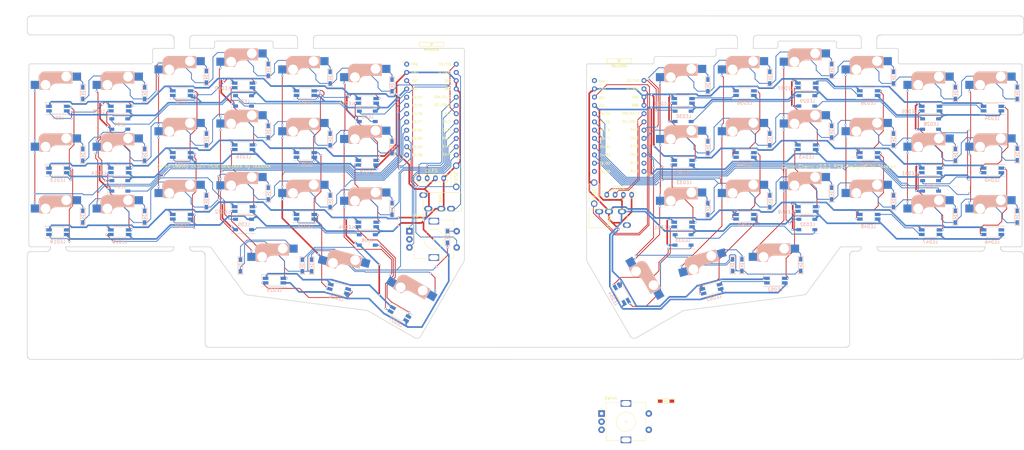
<source format=kicad_pcb>
(kicad_pcb (version 20171130) (host pcbnew "(5.1.6)-1")
  (title_block (title "Corne Cherry") (date 2020-09-28) (rev 3.0.1) (company foostan))
  (layers (0 F.Cu signal) (31 B.Cu signal) (34 B.Paste user) (35 F.Paste user) (36 B.SilkS user) (37 F.SilkS user) (38 B.Mask user) (39 F.Mask user) (44 Edge.Cuts user))
  (net 0 "")
  (net 1 row0)
  (net 2 "Net-(D1-Pad2)")
  (net 3 row1)
  (net 4 "Net-(D2-Pad2)")
  (net 5 row2)
  (net 6 "Net-(D3-Pad2)")
  (net 7 row3)
  (net 8 "Net-(D4-Pad2)")
  (net 9 "Net-(D5-Pad2)")
  (net 10 "Net-(D6-Pad2)")
  (net 11 "Net-(D7-Pad2)")
  (net 12 "Net-(D8-Pad2)")
  (net 13 "Net-(D9-Pad2)")
  (net 14 "Net-(D10-Pad2)")
  (net 15 "Net-(D11-Pad2)")
  (net 16 "Net-(D12-Pad2)")
  (net 17 "Net-(D13-Pad2)")
  (net 18 "Net-(D14-Pad2)")
  (net 19 "Net-(D15-Pad2)")
  (net 20 "Net-(D16-Pad2)")
  (net 21 "Net-(D17-Pad2)")
  (net 22 "Net-(D18-Pad2)")
  (net 23 "Net-(D19-Pad2)")
  (net 24 "Net-(D20-Pad2)")
  (net 25 "Net-(D21-Pad2)")
  (net 26 GND)
  (net 27 VCC)
  (net 28 col0)
  (net 29 col1)
  (net 30 col2)
  (net 31 col3)
  (net 32 col4)
  (net 33 col5)
  (net 34 LED)
  (net 35 data)
  (net 36 reset)
  (net 37 SCL)
  (net 38 SDA)
  (net 39 "Net-(U1-Pad13)")
  (net 40 "Net-(U1-Pad24)")
  (net 41 "Net-(D22-Pad2)")
  (net 42 row0_r)
  (net 43 "Net-(D23-Pad2)")
  (net 44 "Net-(D24-Pad2)")
  (net 45 "Net-(D25-Pad2)")
  (net 46 "Net-(D26-Pad2)")
  (net 47 "Net-(D27-Pad2)")
  (net 48 row1_r)
  (net 49 "Net-(D28-Pad2)")
  (net 50 "Net-(D29-Pad2)")
  (net 51 "Net-(D30-Pad2)")
  (net 52 "Net-(D31-Pad2)")
  (net 53 "Net-(D32-Pad2)")
  (net 54 "Net-(D33-Pad2)")
  (net 55 row2_r)
  (net 56 "Net-(D34-Pad2)")
  (net 57 "Net-(D35-Pad2)")
  (net 58 "Net-(D36-Pad2)")
  (net 59 "Net-(D37-Pad2)")
  (net 60 "Net-(D38-Pad2)")
  (net 61 "Net-(D39-Pad2)")
  (net 62 "Net-(D40-Pad2)")
  (net 63 row3_r)
  (net 64 "Net-(D41-Pad2)")
  (net 65 "Net-(D42-Pad2)")
  (net 66 data_r)
  (net 67 SDA_r)
  (net 68 SCL_r)
  (net 69 LED_r)
  (net 70 reset_r)
  (net 71 col0_r)
  (net 72 col1_r)
  (net 73 col2_r)
  (net 74 col3_r)
  (net 75 col4_r)
  (net 76 col5_r)
  (net 77 VDD)
  (net 78 GNDA)
  (net 79 "Net-(LED1-Pad2)")
  (net 80 "Net-(LED1-Pad4)")
  (net 81 "Net-(LED2-Pad4)")
  (net 82 "Net-(LED10-Pad2)")
  (net 83 "Net-(LED11-Pad4)")
  (net 84 "Net-(LED13-Pad4)")
  (net 85 "Net-(LED14-Pad2)")
  (net 86 "Net-(LED15-Pad4)")
  (net 87 "Net-(LED10-Pad4)")
  (net 88 "Net-(LED11-Pad2)")
  (net 89 "Net-(LED12-Pad4)")
  (net 90 "Net-(LED13-Pad2)")
  (net 91 "Net-(LED14-Pad4)")
  (net 92 "Net-(LED16-Pad4)")
  (net 93 "Net-(LED17-Pad2)")
  (net 94 "Net-(LED18-Pad4)")
  (net 95 "Net-(LED22-Pad4)")
  (net 96 "Net-(LED24-Pad4)")
  (net 97 "Net-(LED25-Pad4)")
  (net 98 "Net-(LED27-Pad4)")
  (net 99 "Net-(LED28-Pad2)")
  (net 100 "Net-(LED29-Pad4)")
  (net 101 "Net-(LED32-Pad2)")
  (net 102 "Net-(LED34-Pad2)")
  (net 103 "Net-(LED35-Pad4)")
  (net 104 "Net-(LED37-Pad4)")
  (net 105 "Net-(LED38-Pad2)")
  (net 106 "Net-(LED39-Pad4)")
  (net 107 "Net-(LED4-Pad2)")
  (net 108 "Net-(LED5-Pad2)")
  (net 109 "Net-(LED7-Pad4)")
  (net 110 "Net-(LED15-Pad2)")
  (net 111 "Net-(LED20-Pad4)")
  (net 112 "Net-(LED23-Pad2)")
  (net 113 "Net-(LED28-Pad4)")
  (net 114 "Net-(LED31-Pad2)")
  (net 115 "Net-(LED33-Pad2)")
  (net 116 "Net-(LED40-Pad2)")
  (net 117 "Net-(LED41-Pad4)")
  (net 118 "Net-(LED42-Pad2)")
  (net 119 "Net-(LED43-Pad4)")
  (net 120 "Net-(LED44-Pad2)")
  (net 121 "Net-(LED45-Pad4)")
  (net 122 "Net-(LED47-Pad4)")
  (net 123 "Net-(LED49-Pad4)")
  (net 124 "Net-(LED50-Pad2)")
  (net 125 "Net-(LED51-Pad4)")
  (net 126 "Net-(LED52-Pad4)")
  (net 127 "Net-(LED34-Pad4)")
  (net 128 "Net-(LED36-Pad4)")
  (net 129 "Net-(LED36-Pad2)")
  (net 130 "Net-(LED38-Pad4)")
  (net 131 "Net-(U2-Pad13)")
  (net 132 "Net-(U2-Pad24)")
  (net 133 "Net-(J1-PadA)")
  (net 134 "Net-(J3-PadA)")
  (net 135 "Net-(LED19-Pad2)")
  (net 136 "Net-(LED46-Pad2)")
  (net 137 "Net-(D43-Pad2)")
  (net 138 "Net-(SW43-PadC)")
  (net 139 col6_r)
  (net 140 "Net-(D44-Pad2)")
  (net 141 enca)
  (net 142 encb)
  (net 143 col6)
  (net 144 enca_r)
  (net 145 "Net-(SW44-PadC)")
  (net 146 encb_r)
  (module kbd:CherryMX_Hotswap (layer F.Cu) (at 96.9035 99.583 330)
    (fp_text reference SW21 hide)
    (fp_text value SW_PUSH hide)
    (pad "" np_thru_hole circle (at 2.54 -5.08 330) (size 3 3) (drill 3) (layers *.Cu *.Mask))
    (pad "" np_thru_hole circle (at -3.81 -2.54 330) (size 3 3) (drill 3) (layers *.Cu *.Mask))
    (pad 2 smd rect (at 5.842 -5.08 150) (size 2.55 2.5) (layers B.Cu B.Paste B.Mask) (net 25 "Net-(D21-Pad2)"))
    (pad "" np_thru_hole circle (at -5.08 0 330) (size 1.9 1.9) (drill 1.9) (layers *.Cu *.Mask))
    (pad "" np_thru_hole circle (at 5.08 0 330) (size 1.9 1.9) (drill 1.9) (layers *.Cu *.Mask))
    (pad "" np_thru_hole circle (at 0 0 60) (size 4.1 4.1) (drill 4.1) (layers *.Cu *.Mask))
    (pad 1 smd rect (at -7.085 -2.54 150) (size 2.55 2.5) (layers B.Cu B.Paste B.Mask) (net 33 col5))
  )
  (module kbd:CherryMX_Hotswap_1.5u (layer F.Cu) (at 166.8645 95.15 300)
    (fp_text reference SW42 hide)
    (fp_text value SW_PUSH hide)
    (pad "" np_thru_hole circle (at 2.54 -5.08 300) (size 3 3) (drill 3) (layers *.Cu *.Mask))
    (pad "" np_thru_hole circle (at -3.81 -2.54 300) (size 3 3) (drill 3) (layers *.Cu *.Mask))
    (pad 2 smd rect (at 5.842 -5.08 120) (size 2.55 2.5) (layers B.Cu B.Paste B.Mask) (net 65 "Net-(D42-Pad2)"))
    (pad "" np_thru_hole circle (at -5.08 0 300) (size 1.9 1.9) (drill 1.9) (layers *.Cu *.Mask))
    (pad "" np_thru_hole circle (at 5.08 0 300) (size 1.9 1.9) (drill 1.9) (layers *.Cu *.Mask))
    (pad "" np_thru_hole circle (at 0 0 30) (size 4.1 4.1) (drill 4.1) (layers *.Cu *.Mask))
    (pad 1 smd rect (at -7.085 -2.54 120) (size 2.55 2.5) (layers B.Cu B.Paste B.Mask) (net 76 col5_r))
  )
  (module kbd:CherryMX_Hotswap (layer F.Cu) (at 189.1145 91.4 15)
    (fp_text reference SW41 hide)
    (fp_text value SW_PUSH hide)
    (pad "" np_thru_hole circle (at 2.54 -5.08 15) (size 3 3) (drill 3) (layers *.Cu *.Mask))
    (pad "" np_thru_hole circle (at -3.81 -2.54 15) (size 3 3) (drill 3) (layers *.Cu *.Mask))
    (pad 2 smd rect (at 5.842 -5.08 195) (size 2.55 2.5) (layers B.Cu B.Paste B.Mask) (net 64 "Net-(D41-Pad2)"))
    (pad "" np_thru_hole circle (at -5.08 0 15) (size 1.9 1.9) (drill 1.9) (layers *.Cu *.Mask))
    (pad "" np_thru_hole circle (at 5.08 0 15) (size 1.9 1.9) (drill 1.9) (layers *.Cu *.Mask))
    (pad "" np_thru_hole circle (at 0 0 105) (size 4.1 4.1) (drill 4.1) (layers *.Cu *.Mask))
    (pad 1 smd rect (at -7.085 -2.54 195) (size 2.55 2.5) (layers B.Cu B.Paste B.Mask) (net 75 col4_r))
  )
  (module kbd:CherryMX_Hotswap (layer F.Cu) (at 210.1145 88.65)
    (fp_text reference SW40 hide)
    (fp_text value SW_PUSH hide)
    (pad "" np_thru_hole circle (at 2.54 -5.08) (size 3 3) (drill 3) (layers *.Cu *.Mask))
    (pad "" np_thru_hole circle (at -3.81 -2.54) (size 3 3) (drill 3) (layers *.Cu *.Mask))
    (pad 2 smd rect (at 5.842 -5.08 180) (size 2.55 2.5) (layers B.Cu B.Paste B.Mask) (net 62 "Net-(D40-Pad2)"))
    (pad "" np_thru_hole circle (at -5.08 0) (size 1.9 1.9) (drill 1.9) (layers *.Cu *.Mask))
    (pad "" np_thru_hole circle (at 5.08 0) (size 1.9 1.9) (drill 1.9) (layers *.Cu *.Mask))
    (pad "" np_thru_hole circle (at 0 0 90) (size 4.1 4.1) (drill 4.1) (layers *.Cu *.Mask))
    (pad 1 smd rect (at -7.085 -2.54 180) (size 2.55 2.5) (layers B.Cu B.Paste B.Mask) (net 74 col3_r))
  )
  (module kbd:CherryMX_Hotswap (layer F.Cu) (at 200.6145 69.025)
    (fp_text reference SW38 hide)
    (fp_text value SW_PUSH hide)
    (pad "" np_thru_hole circle (at 2.54 -5.08) (size 3 3) (drill 3) (layers *.Cu *.Mask))
    (pad "" np_thru_hole circle (at -3.81 -2.54) (size 3 3) (drill 3) (layers *.Cu *.Mask))
    (pad 2 smd rect (at 5.842 -5.08 180) (size 2.55 2.5) (layers B.Cu B.Paste B.Mask) (net 60 "Net-(D38-Pad2)"))
    (pad "" np_thru_hole circle (at -5.08 0) (size 1.9 1.9) (drill 1.9) (layers *.Cu *.Mask))
    (pad "" np_thru_hole circle (at 5.08 0) (size 1.9 1.9) (drill 1.9) (layers *.Cu *.Mask))
    (pad "" np_thru_hole circle (at 0 0 90) (size 4.1 4.1) (drill 4.1) (layers *.Cu *.Mask))
    (pad 1 smd rect (at -7.085 -2.54 180) (size 2.55 2.5) (layers B.Cu B.Paste B.Mask) (net 75 col4_r))
  )
  (module kbd:CherryMX_Hotswap (layer F.Cu) (at 238.6145 69.025)
    (fp_text reference SW36 hide)
    (fp_text value SW_PUSH hide)
    (pad "" np_thru_hole circle (at 2.54 -5.08) (size 3 3) (drill 3) (layers *.Cu *.Mask))
    (pad "" np_thru_hole circle (at -3.81 -2.54) (size 3 3) (drill 3) (layers *.Cu *.Mask))
    (pad 2 smd rect (at 5.842 -5.08 180) (size 2.55 2.5) (layers B.Cu B.Paste B.Mask) (net 58 "Net-(D36-Pad2)"))
    (pad "" np_thru_hole circle (at -5.08 0) (size 1.9 1.9) (drill 1.9) (layers *.Cu *.Mask))
    (pad "" np_thru_hole circle (at 5.08 0) (size 1.9 1.9) (drill 1.9) (layers *.Cu *.Mask))
    (pad "" np_thru_hole circle (at 0 0 90) (size 4.1 4.1) (drill 4.1) (layers *.Cu *.Mask))
    (pad 1 smd rect (at -7.085 -2.54 180) (size 2.55 2.5) (layers B.Cu B.Paste B.Mask) (net 73 col2_r))
  )
  (module kbd:CherryMX_Hotswap (layer F.Cu) (at 276.6145 73.775)
    (fp_text reference SW34 hide)
    (fp_text value SW_PUSH hide)
    (pad "" np_thru_hole circle (at 2.54 -5.08) (size 3 3) (drill 3) (layers *.Cu *.Mask))
    (pad "" np_thru_hole circle (at -3.81 -2.54) (size 3 3) (drill 3) (layers *.Cu *.Mask))
    (pad 2 smd rect (at 5.842 -5.08 180) (size 2.55 2.5) (layers B.Cu B.Paste B.Mask) (net 56 "Net-(D34-Pad2)"))
    (pad "" np_thru_hole circle (at -5.08 0) (size 1.9 1.9) (drill 1.9) (layers *.Cu *.Mask))
    (pad "" np_thru_hole circle (at 5.08 0) (size 1.9 1.9) (drill 1.9) (layers *.Cu *.Mask))
    (pad "" np_thru_hole circle (at 0 0 90) (size 4.1 4.1) (drill 4.1) (layers *.Cu *.Mask))
    (pad 1 smd rect (at -7.085 -2.54 180) (size 2.55 2.5) (layers B.Cu B.Paste B.Mask) (net 71 col0_r))
  )
  (module kbd:CherryMX_Hotswap (layer F.Cu) (at 200.6145 50.025)
    (fp_text reference SW32 hide)
    (fp_text value SW_PUSH hide)
    (pad "" np_thru_hole circle (at 2.54 -5.08) (size 3 3) (drill 3) (layers *.Cu *.Mask))
    (pad "" np_thru_hole circle (at -3.81 -2.54) (size 3 3) (drill 3) (layers *.Cu *.Mask))
    (pad 2 smd rect (at 5.842 -5.08 180) (size 2.55 2.5) (layers B.Cu B.Paste B.Mask) (net 53 "Net-(D32-Pad2)"))
    (pad "" np_thru_hole circle (at -5.08 0) (size 1.9 1.9) (drill 1.9) (layers *.Cu *.Mask))
    (pad "" np_thru_hole circle (at 5.08 0) (size 1.9 1.9) (drill 1.9) (layers *.Cu *.Mask))
    (pad "" np_thru_hole circle (at 0 0 90) (size 4.1 4.1) (drill 4.1) (layers *.Cu *.Mask))
    (pad 1 smd rect (at -7.085 -2.54 180) (size 2.55 2.5) (layers B.Cu B.Paste B.Mask) (net 75 col4_r))
  )
  (module kbd:CherryMX_Hotswap (layer F.Cu) (at 219.6145 47.65)
    (fp_text reference SW31 hide)
    (fp_text value SW_PUSH hide)
    (pad "" np_thru_hole circle (at 2.54 -5.08) (size 3 3) (drill 3) (layers *.Cu *.Mask))
    (pad "" np_thru_hole circle (at -3.81 -2.54) (size 3 3) (drill 3) (layers *.Cu *.Mask))
    (pad 2 smd rect (at 5.842 -5.08 180) (size 2.55 2.5) (layers B.Cu B.Paste B.Mask) (net 52 "Net-(D31-Pad2)"))
    (pad "" np_thru_hole circle (at -5.08 0) (size 1.9 1.9) (drill 1.9) (layers *.Cu *.Mask))
    (pad "" np_thru_hole circle (at 5.08 0) (size 1.9 1.9) (drill 1.9) (layers *.Cu *.Mask))
    (pad "" np_thru_hole circle (at 0 0 90) (size 4.1 4.1) (drill 4.1) (layers *.Cu *.Mask))
    (pad 1 smd rect (at -7.085 -2.54 180) (size 2.55 2.5) (layers B.Cu B.Paste B.Mask) (net 74 col3_r))
  )
  (module kbd:CherryMX_Hotswap (layer F.Cu) (at 238.6145 50.025)
    (fp_text reference SW30 hide)
    (fp_text value SW_PUSH hide)
    (pad "" np_thru_hole circle (at 2.54 -5.08) (size 3 3) (drill 3) (layers *.Cu *.Mask))
    (pad "" np_thru_hole circle (at -3.81 -2.54) (size 3 3) (drill 3) (layers *.Cu *.Mask))
    (pad 2 smd rect (at 5.842 -5.08 180) (size 2.55 2.5) (layers B.Cu B.Paste B.Mask) (net 51 "Net-(D30-Pad2)"))
    (pad "" np_thru_hole circle (at -5.08 0) (size 1.9 1.9) (drill 1.9) (layers *.Cu *.Mask))
    (pad "" np_thru_hole circle (at 5.08 0) (size 1.9 1.9) (drill 1.9) (layers *.Cu *.Mask))
    (pad "" np_thru_hole circle (at 0 0 90) (size 4.1 4.1) (drill 4.1) (layers *.Cu *.Mask))
    (pad 1 smd rect (at -7.085 -2.54 180) (size 2.55 2.5) (layers B.Cu B.Paste B.Mask) (net 73 col2_r))
  )
  (module kbd:CherryMX_Hotswap (layer F.Cu) (at 257.6145 54.775)
    (fp_text reference SW29 hide)
    (fp_text value SW_PUSH hide)
    (pad "" np_thru_hole circle (at 2.54 -5.08) (size 3 3) (drill 3) (layers *.Cu *.Mask))
    (pad "" np_thru_hole circle (at -3.81 -2.54) (size 3 3) (drill 3) (layers *.Cu *.Mask))
    (pad 2 smd rect (at 5.842 -5.08 180) (size 2.55 2.5) (layers B.Cu B.Paste B.Mask) (net 50 "Net-(D29-Pad2)"))
    (pad "" np_thru_hole circle (at -5.08 0) (size 1.9 1.9) (drill 1.9) (layers *.Cu *.Mask))
    (pad "" np_thru_hole circle (at 5.08 0) (size 1.9 1.9) (drill 1.9) (layers *.Cu *.Mask))
    (pad "" np_thru_hole circle (at 0 0 90) (size 4.1 4.1) (drill 4.1) (layers *.Cu *.Mask))
    (pad 1 smd rect (at -7.085 -2.54 180) (size 2.55 2.5) (layers B.Cu B.Paste B.Mask) (net 72 col1_r))
  )
  (module kbd:CherryMX_Hotswap (layer F.Cu) (at 276.6145 54.775)
    (fp_text reference SW28 hide)
    (fp_text value SW_PUSH hide)
    (pad "" np_thru_hole circle (at 2.54 -5.08) (size 3 3) (drill 3) (layers *.Cu *.Mask))
    (pad "" np_thru_hole circle (at -3.81 -2.54) (size 3 3) (drill 3) (layers *.Cu *.Mask))
    (pad 2 smd rect (at 5.842 -5.08 180) (size 2.55 2.5) (layers B.Cu B.Paste B.Mask) (net 49 "Net-(D28-Pad2)"))
    (pad "" np_thru_hole circle (at -5.08 0) (size 1.9 1.9) (drill 1.9) (layers *.Cu *.Mask))
    (pad "" np_thru_hole circle (at 5.08 0) (size 1.9 1.9) (drill 1.9) (layers *.Cu *.Mask))
    (pad "" np_thru_hole circle (at 0 0 90) (size 4.1 4.1) (drill 4.1) (layers *.Cu *.Mask))
    (pad 1 smd rect (at -7.085 -2.54 180) (size 2.55 2.5) (layers B.Cu B.Paste B.Mask) (net 71 col0_r))
  )
  (module kbd:CherryMX_Hotswap (layer F.Cu) (at 181.6075 33.405)
    (fp_text reference SW27 hide)
    (fp_text value SW_PUSH hide)
    (pad "" np_thru_hole circle (at 2.54 -5.08) (size 3 3) (drill 3) (layers *.Cu *.Mask))
    (pad "" np_thru_hole circle (at -3.81 -2.54) (size 3 3) (drill 3) (layers *.Cu *.Mask))
    (pad 2 smd rect (at 5.842 -5.08 180) (size 2.55 2.5) (layers B.Cu B.Paste B.Mask) (net 47 "Net-(D27-Pad2)"))
    (pad "" np_thru_hole circle (at -5.08 0) (size 1.9 1.9) (drill 1.9) (layers *.Cu *.Mask))
    (pad "" np_thru_hole circle (at 5.08 0) (size 1.9 1.9) (drill 1.9) (layers *.Cu *.Mask))
    (pad "" np_thru_hole circle (at 0 0 90) (size 4.1 4.1) (drill 4.1) (layers *.Cu *.Mask))
    (pad 1 smd rect (at -7.085 -2.54 180) (size 2.55 2.5) (layers B.Cu B.Paste B.Mask) (net 76 col5_r))
  )
  (module kbd:CherryMX_Hotswap (layer F.Cu) (at 200.6145 31.025)
    (fp_text reference SW26 hide)
    (fp_text value SW_PUSH hide)
    (pad "" np_thru_hole circle (at 2.54 -5.08) (size 3 3) (drill 3) (layers *.Cu *.Mask))
    (pad "" np_thru_hole circle (at -3.81 -2.54) (size 3 3) (drill 3) (layers *.Cu *.Mask))
    (pad 2 smd rect (at 5.842 -5.08 180) (size 2.55 2.5) (layers B.Cu B.Paste B.Mask) (net 46 "Net-(D26-Pad2)"))
    (pad "" np_thru_hole circle (at -5.08 0) (size 1.9 1.9) (drill 1.9) (layers *.Cu *.Mask))
    (pad "" np_thru_hole circle (at 5.08 0) (size 1.9 1.9) (drill 1.9) (layers *.Cu *.Mask))
    (pad "" np_thru_hole circle (at 0 0 90) (size 4.1 4.1) (drill 4.1) (layers *.Cu *.Mask))
    (pad 1 smd rect (at -7.085 -2.54 180) (size 2.55 2.5) (layers B.Cu B.Paste B.Mask) (net 75 col4_r))
  )
  (module kbd:CherryMX_Hotswap (layer F.Cu) (at 219.6145 28.65)
    (fp_text reference SW25 hide)
    (fp_text value SW_PUSH hide)
    (pad "" np_thru_hole circle (at 2.54 -5.08) (size 3 3) (drill 3) (layers *.Cu *.Mask))
    (pad "" np_thru_hole circle (at -3.81 -2.54) (size 3 3) (drill 3) (layers *.Cu *.Mask))
    (pad 2 smd rect (at 5.842 -5.08 180) (size 2.55 2.5) (layers B.Cu B.Paste B.Mask) (net 45 "Net-(D25-Pad2)"))
    (pad "" np_thru_hole circle (at -5.08 0) (size 1.9 1.9) (drill 1.9) (layers *.Cu *.Mask))
    (pad "" np_thru_hole circle (at 5.08 0) (size 1.9 1.9) (drill 1.9) (layers *.Cu *.Mask))
    (pad "" np_thru_hole circle (at 0 0 90) (size 4.1 4.1) (drill 4.1) (layers *.Cu *.Mask))
    (pad 1 smd rect (at -7.085 -2.54 180) (size 2.55 2.5) (layers B.Cu B.Paste B.Mask) (net 74 col3_r))
  )
  (module kbd:CherryMX_Hotswap (layer F.Cu) (at 238.6145 31.025)
    (fp_text reference SW24 hide)
    (fp_text value SW_PUSH hide)
    (pad "" np_thru_hole circle (at 2.54 -5.08) (size 3 3) (drill 3) (layers *.Cu *.Mask))
    (pad "" np_thru_hole circle (at -3.81 -2.54) (size 3 3) (drill 3) (layers *.Cu *.Mask))
    (pad 2 smd rect (at 5.842 -5.08 180) (size 2.55 2.5) (layers B.Cu B.Paste B.Mask) (net 44 "Net-(D24-Pad2)"))
    (pad "" np_thru_hole circle (at -5.08 0) (size 1.9 1.9) (drill 1.9) (layers *.Cu *.Mask))
    (pad "" np_thru_hole circle (at 5.08 0) (size 1.9 1.9) (drill 1.9) (layers *.Cu *.Mask))
    (pad "" np_thru_hole circle (at 0 0 90) (size 4.1 4.1) (drill 4.1) (layers *.Cu *.Mask))
    (pad 1 smd rect (at -7.085 -2.54 180) (size 2.55 2.5) (layers B.Cu B.Paste B.Mask) (net 73 col2_r))
  )
  (module kbd:CherryMX_Hotswap (layer F.Cu) (at 257.6145 35.775)
    (fp_text reference SW23 hide)
    (fp_text value SW_PUSH hide)
    (pad "" np_thru_hole circle (at 2.54 -5.08) (size 3 3) (drill 3) (layers *.Cu *.Mask))
    (pad "" np_thru_hole circle (at -3.81 -2.54) (size 3 3) (drill 3) (layers *.Cu *.Mask))
    (pad 2 smd rect (at 5.842 -5.08 180) (size 2.55 2.5) (layers B.Cu B.Paste B.Mask) (net 43 "Net-(D23-Pad2)"))
    (pad "" np_thru_hole circle (at -5.08 0) (size 1.9 1.9) (drill 1.9) (layers *.Cu *.Mask))
    (pad "" np_thru_hole circle (at 5.08 0) (size 1.9 1.9) (drill 1.9) (layers *.Cu *.Mask))
    (pad "" np_thru_hole circle (at 0 0 90) (size 4.1 4.1) (drill 4.1) (layers *.Cu *.Mask))
    (pad 1 smd rect (at -7.085 -2.54 180) (size 2.55 2.5) (layers B.Cu B.Paste B.Mask) (net 72 col1_r))
  )
  (module kbd:CherryMX_Hotswap (layer F.Cu) (at 276.6145 35.775)
    (fp_text reference SW22 hide)
    (fp_text value SW_PUSH hide)
    (pad "" np_thru_hole circle (at 2.54 -5.08) (size 3 3) (drill 3) (layers *.Cu *.Mask))
    (pad "" np_thru_hole circle (at -3.81 -2.54) (size 3 3) (drill 3) (layers *.Cu *.Mask))
    (pad 2 smd rect (at 5.842 -5.08 180) (size 2.55 2.5) (layers B.Cu B.Paste B.Mask) (net 41 "Net-(D22-Pad2)"))
    (pad "" np_thru_hole circle (at -5.08 0) (size 1.9 1.9) (drill 1.9) (layers *.Cu *.Mask))
    (pad "" np_thru_hole circle (at 5.08 0) (size 1.9 1.9) (drill 1.9) (layers *.Cu *.Mask))
    (pad "" np_thru_hole circle (at 0 0 90) (size 4.1 4.1) (drill 4.1) (layers *.Cu *.Mask))
    (pad 1 smd rect (at -7.085 -2.54 180) (size 2.55 2.5) (layers B.Cu B.Paste B.Mask) (net 71 col0_r))
  )
  (module kbd:CherryMX_Hotswap (layer F.Cu) (at 77.1275 91.405 345)
    (fp_text reference SW20 hide)
    (fp_text value SW_PUSH hide)
    (pad "" np_thru_hole circle (at 2.54 -5.08 345) (size 3 3) (drill 3) (layers *.Cu *.Mask))
    (pad "" np_thru_hole circle (at -3.81 -2.54 345) (size 3 3) (drill 3) (layers *.Cu *.Mask))
    (pad 2 smd rect (at 5.842 -5.08 165) (size 2.55 2.5) (layers B.Cu B.Paste B.Mask) (net 24 "Net-(D20-Pad2)"))
    (pad "" np_thru_hole circle (at -5.08 0 345) (size 1.9 1.9) (drill 1.9) (layers *.Cu *.Mask))
    (pad "" np_thru_hole circle (at 5.08 0 345) (size 1.9 1.9) (drill 1.9) (layers *.Cu *.Mask))
    (pad "" np_thru_hole circle (at 0 0 75) (size 4.1 4.1) (drill 4.1) (layers *.Cu *.Mask))
    (pad 1 smd rect (at -7.085 -2.54 165) (size 2.55 2.5) (layers B.Cu B.Paste B.Mask) (net 32 col4))
  )
  (module kbd:CherryMX_Hotswap (layer F.Cu) (at 56.1275 88.655)
    (fp_text reference SW19 hide)
    (fp_text value SW_PUSH hide)
    (pad "" np_thru_hole circle (at 2.54 -5.08) (size 3 3) (drill 3) (layers *.Cu *.Mask))
    (pad "" np_thru_hole circle (at -3.81 -2.54) (size 3 3) (drill 3) (layers *.Cu *.Mask))
    (pad 2 smd rect (at 5.842 -5.08 180) (size 2.55 2.5) (layers B.Cu B.Paste B.Mask) (net 23 "Net-(D19-Pad2)"))
    (pad "" np_thru_hole circle (at -5.08 0) (size 1.9 1.9) (drill 1.9) (layers *.Cu *.Mask))
    (pad "" np_thru_hole circle (at 5.08 0) (size 1.9 1.9) (drill 1.9) (layers *.Cu *.Mask))
    (pad "" np_thru_hole circle (at 0 0 90) (size 4.1 4.1) (drill 4.1) (layers *.Cu *.Mask))
    (pad 1 smd rect (at -7.085 -2.54 180) (size 2.55 2.5) (layers B.Cu B.Paste B.Mask) (net 31 col3))
  )
  (module kbd:CherryMX_Hotswap (layer F.Cu) (at 84.6275 71.405)
    (fp_text reference SW18 hide)
    (fp_text value SW_PUSH hide)
    (pad "" np_thru_hole circle (at 2.54 -5.08) (size 3 3) (drill 3) (layers *.Cu *.Mask))
    (pad "" np_thru_hole circle (at -3.81 -2.54) (size 3 3) (drill 3) (layers *.Cu *.Mask))
    (pad 2 smd rect (at 5.842 -5.08 180) (size 2.55 2.5) (layers B.Cu B.Paste B.Mask) (net 22 "Net-(D18-Pad2)"))
    (pad "" np_thru_hole circle (at -5.08 0) (size 1.9 1.9) (drill 1.9) (layers *.Cu *.Mask))
    (pad "" np_thru_hole circle (at 5.08 0) (size 1.9 1.9) (drill 1.9) (layers *.Cu *.Mask))
    (pad "" np_thru_hole circle (at 0 0 90) (size 4.1 4.1) (drill 4.1) (layers *.Cu *.Mask))
    (pad 1 smd rect (at -7.085 -2.54 180) (size 2.55 2.5) (layers B.Cu B.Paste B.Mask) (net 33 col5))
  )
  (module kbd:CherryMX_Hotswap (layer F.Cu) (at 65.6275 69.03)
    (fp_text reference SW17 hide)
    (fp_text value SW_PUSH hide)
    (pad "" np_thru_hole circle (at 2.54 -5.08) (size 3 3) (drill 3) (layers *.Cu *.Mask))
    (pad "" np_thru_hole circle (at -3.81 -2.54) (size 3 3) (drill 3) (layers *.Cu *.Mask))
    (pad 2 smd rect (at 5.842 -5.08 180) (size 2.55 2.5) (layers B.Cu B.Paste B.Mask) (net 21 "Net-(D17-Pad2)"))
    (pad "" np_thru_hole circle (at -5.08 0) (size 1.9 1.9) (drill 1.9) (layers *.Cu *.Mask))
    (pad "" np_thru_hole circle (at 5.08 0) (size 1.9 1.9) (drill 1.9) (layers *.Cu *.Mask))
    (pad "" np_thru_hole circle (at 0 0 90) (size 4.1 4.1) (drill 4.1) (layers *.Cu *.Mask))
    (pad 1 smd rect (at -7.085 -2.54 180) (size 2.55 2.5) (layers B.Cu B.Paste B.Mask) (net 32 col4))
  )
  (module kbd:CherryMX_Hotswap (layer F.Cu) (at 46.6275 66.655)
    (fp_text reference SW16 hide)
    (fp_text value SW_PUSH hide)
    (pad "" np_thru_hole circle (at 2.54 -5.08) (size 3 3) (drill 3) (layers *.Cu *.Mask))
    (pad "" np_thru_hole circle (at -3.81 -2.54) (size 3 3) (drill 3) (layers *.Cu *.Mask))
    (pad 2 smd rect (at 5.842 -5.08 180) (size 2.55 2.5) (layers B.Cu B.Paste B.Mask) (net 20 "Net-(D16-Pad2)"))
    (pad "" np_thru_hole circle (at -5.08 0) (size 1.9 1.9) (drill 1.9) (layers *.Cu *.Mask))
    (pad "" np_thru_hole circle (at 5.08 0) (size 1.9 1.9) (drill 1.9) (layers *.Cu *.Mask))
    (pad "" np_thru_hole circle (at 0 0 90) (size 4.1 4.1) (drill 4.1) (layers *.Cu *.Mask))
    (pad 1 smd rect (at -7.085 -2.54 180) (size 2.55 2.5) (layers B.Cu B.Paste B.Mask) (net 31 col3))
  )
  (module kbd:CherryMX_Hotswap (layer F.Cu) (at 27.6275 69.03)
    (fp_text reference SW15 hide)
    (fp_text value SW_PUSH hide)
    (pad "" np_thru_hole circle (at 2.54 -5.08) (size 3 3) (drill 3) (layers *.Cu *.Mask))
    (pad "" np_thru_hole circle (at -3.81 -2.54) (size 3 3) (drill 3) (layers *.Cu *.Mask))
    (pad 2 smd rect (at 5.842 -5.08 180) (size 2.55 2.5) (layers B.Cu B.Paste B.Mask) (net 19 "Net-(D15-Pad2)"))
    (pad "" np_thru_hole circle (at -5.08 0) (size 1.9 1.9) (drill 1.9) (layers *.Cu *.Mask))
    (pad "" np_thru_hole circle (at 5.08 0) (size 1.9 1.9) (drill 1.9) (layers *.Cu *.Mask))
    (pad "" np_thru_hole circle (at 0 0 90) (size 4.1 4.1) (drill 4.1) (layers *.Cu *.Mask))
    (pad 1 smd rect (at -7.085 -2.54 180) (size 2.55 2.5) (layers B.Cu B.Paste B.Mask) (net 30 col2))
  )
  (module kbd:CherryMX_Hotswap (layer F.Cu) (at 84.6275 52.405)
    (fp_text reference SW12 hide)
    (fp_text value SW_PUSH hide)
    (pad "" np_thru_hole circle (at 2.54 -5.08) (size 3 3) (drill 3) (layers *.Cu *.Mask))
    (pad "" np_thru_hole circle (at -3.81 -2.54) (size 3 3) (drill 3) (layers *.Cu *.Mask))
    (pad 2 smd rect (at 5.842 -5.08 180) (size 2.55 2.5) (layers B.Cu B.Paste B.Mask) (net 16 "Net-(D12-Pad2)"))
    (pad "" np_thru_hole circle (at -5.08 0) (size 1.9 1.9) (drill 1.9) (layers *.Cu *.Mask))
    (pad "" np_thru_hole circle (at 5.08 0) (size 1.9 1.9) (drill 1.9) (layers *.Cu *.Mask))
    (pad "" np_thru_hole circle (at 0 0 90) (size 4.1 4.1) (drill 4.1) (layers *.Cu *.Mask))
    (pad 1 smd rect (at -7.085 -2.54 180) (size 2.55 2.5) (layers B.Cu B.Paste B.Mask) (net 33 col5))
  )
  (module kbd:CherryMX_Hotswap (layer F.Cu) (at 65.6275 50.03)
    (fp_text reference SW11 hide)
    (fp_text value SW_PUSH hide)
    (pad "" np_thru_hole circle (at 2.54 -5.08) (size 3 3) (drill 3) (layers *.Cu *.Mask))
    (pad "" np_thru_hole circle (at -3.81 -2.54) (size 3 3) (drill 3) (layers *.Cu *.Mask))
    (pad 2 smd rect (at 5.842 -5.08 180) (size 2.55 2.5) (layers B.Cu B.Paste B.Mask) (net 15 "Net-(D11-Pad2)"))
    (pad "" np_thru_hole circle (at -5.08 0) (size 1.9 1.9) (drill 1.9) (layers *.Cu *.Mask))
    (pad "" np_thru_hole circle (at 5.08 0) (size 1.9 1.9) (drill 1.9) (layers *.Cu *.Mask))
    (pad "" np_thru_hole circle (at 0 0 90) (size 4.1 4.1) (drill 4.1) (layers *.Cu *.Mask))
    (pad 1 smd rect (at -7.085 -2.54 180) (size 2.55 2.5) (layers B.Cu B.Paste B.Mask) (net 32 col4))
  )
  (module kbd:CherryMX_Hotswap (layer F.Cu) (at 46.6275 47.655)
    (fp_text reference SW10 hide)
    (fp_text value SW_PUSH hide)
    (pad "" np_thru_hole circle (at 2.54 -5.08) (size 3 3) (drill 3) (layers *.Cu *.Mask))
    (pad "" np_thru_hole circle (at -3.81 -2.54) (size 3 3) (drill 3) (layers *.Cu *.Mask))
    (pad 2 smd rect (at 5.842 -5.08 180) (size 2.55 2.5) (layers B.Cu B.Paste B.Mask) (net 14 "Net-(D10-Pad2)"))
    (pad "" np_thru_hole circle (at -5.08 0) (size 1.9 1.9) (drill 1.9) (layers *.Cu *.Mask))
    (pad "" np_thru_hole circle (at 5.08 0) (size 1.9 1.9) (drill 1.9) (layers *.Cu *.Mask))
    (pad "" np_thru_hole circle (at 0 0 90) (size 4.1 4.1) (drill 4.1) (layers *.Cu *.Mask))
    (pad 1 smd rect (at -7.085 -2.54 180) (size 2.55 2.5) (layers B.Cu B.Paste B.Mask) (net 31 col3))
  )
  (module kbd:CherryMX_Hotswap (layer F.Cu) (at 27.6275 50.03)
    (fp_text reference SW9 hide)
    (fp_text value SW_PUSH hide)
    (pad "" np_thru_hole circle (at 2.54 -5.08) (size 3 3) (drill 3) (layers *.Cu *.Mask))
    (pad "" np_thru_hole circle (at -3.81 -2.54) (size 3 3) (drill 3) (layers *.Cu *.Mask))
    (pad 2 smd rect (at 5.842 -5.08 180) (size 2.55 2.5) (layers B.Cu B.Paste B.Mask) (net 13 "Net-(D9-Pad2)"))
    (pad "" np_thru_hole circle (at -5.08 0) (size 1.9 1.9) (drill 1.9) (layers *.Cu *.Mask))
    (pad "" np_thru_hole circle (at 5.08 0) (size 1.9 1.9) (drill 1.9) (layers *.Cu *.Mask))
    (pad "" np_thru_hole circle (at 0 0 90) (size 4.1 4.1) (drill 4.1) (layers *.Cu *.Mask))
    (pad 1 smd rect (at -7.085 -2.54 180) (size 2.55 2.5) (layers B.Cu B.Paste B.Mask) (net 30 col2))
  )
  (module kbd:CherryMX_Hotswap (layer F.Cu) (at 65.6275 31.03)
    (fp_text reference SW5 hide)
    (fp_text value SW_PUSH hide)
    (pad "" np_thru_hole circle (at 2.54 -5.08) (size 3 3) (drill 3) (layers *.Cu *.Mask))
    (pad "" np_thru_hole circle (at -3.81 -2.54) (size 3 3) (drill 3) (layers *.Cu *.Mask))
    (pad 2 smd rect (at 5.842 -5.08 180) (size 2.55 2.5) (layers B.Cu B.Paste B.Mask) (net 9 "Net-(D5-Pad2)"))
    (pad "" np_thru_hole circle (at -5.08 0) (size 1.9 1.9) (drill 1.9) (layers *.Cu *.Mask))
    (pad "" np_thru_hole circle (at 5.08 0) (size 1.9 1.9) (drill 1.9) (layers *.Cu *.Mask))
    (pad "" np_thru_hole circle (at 0 0 90) (size 4.1 4.1) (drill 4.1) (layers *.Cu *.Mask))
    (pad 1 smd rect (at -7.085 -2.54 180) (size 2.55 2.5) (layers B.Cu B.Paste B.Mask) (net 32 col4))
  )
  (module kbd:CherryMX_Hotswap (layer F.Cu) (at 46.6275 28.655)
    (fp_text reference SW4 hide)
    (fp_text value SW_PUSH hide)
    (pad "" np_thru_hole circle (at 2.54 -5.08) (size 3 3) (drill 3) (layers *.Cu *.Mask))
    (pad "" np_thru_hole circle (at -3.81 -2.54) (size 3 3) (drill 3) (layers *.Cu *.Mask))
    (pad 2 smd rect (at 5.842 -5.08 180) (size 2.55 2.5) (layers B.Cu B.Paste B.Mask) (net 8 "Net-(D4-Pad2)"))
    (pad "" np_thru_hole circle (at -5.08 0) (size 1.9 1.9) (drill 1.9) (layers *.Cu *.Mask))
    (pad "" np_thru_hole circle (at 5.08 0) (size 1.9 1.9) (drill 1.9) (layers *.Cu *.Mask))
    (pad "" np_thru_hole circle (at 0 0 90) (size 4.1 4.1) (drill 4.1) (layers *.Cu *.Mask))
    (pad 1 smd rect (at -7.085 -2.54 180) (size 2.55 2.5) (layers B.Cu B.Paste B.Mask) (net 31 col3))
  )
  (module kbd:CherryMX_Hotswap (layer F.Cu) (at 27.6275 31.03)
    (fp_text reference SW3 hide)
    (fp_text value SW_PUSH hide)
    (pad "" np_thru_hole circle (at 2.54 -5.08) (size 3 3) (drill 3) (layers *.Cu *.Mask))
    (pad "" np_thru_hole circle (at -3.81 -2.54) (size 3 3) (drill 3) (layers *.Cu *.Mask))
    (pad 2 smd rect (at 5.842 -5.08 180) (size 2.55 2.5) (layers B.Cu B.Paste B.Mask) (net 6 "Net-(D3-Pad2)"))
    (pad "" np_thru_hole circle (at -5.08 0) (size 1.9 1.9) (drill 1.9) (layers *.Cu *.Mask))
    (pad "" np_thru_hole circle (at 5.08 0) (size 1.9 1.9) (drill 1.9) (layers *.Cu *.Mask))
    (pad "" np_thru_hole circle (at 0 0 90) (size 4.1 4.1) (drill 4.1) (layers *.Cu *.Mask))
    (pad 1 smd rect (at -7.085 -2.54 180) (size 2.55 2.5) (layers B.Cu B.Paste B.Mask) (net 30 col2))
  )
  (module kbd:CherryMX_Hotswap (layer F.Cu) (at 8.6275 35.78)
    (fp_text reference SW2 hide)
    (fp_text value SW_PUSH hide)
    (pad "" np_thru_hole circle (at 2.54 -5.08) (size 3 3) (drill 3) (layers *.Cu *.Mask))
    (pad "" np_thru_hole circle (at -3.81 -2.54) (size 3 3) (drill 3) (layers *.Cu *.Mask))
    (pad 2 smd rect (at 5.842 -5.08 180) (size 2.55 2.5) (layers B.Cu B.Paste B.Mask) (net 4 "Net-(D2-Pad2)"))
    (pad "" np_thru_hole circle (at -5.08 0) (size 1.9 1.9) (drill 1.9) (layers *.Cu *.Mask))
    (pad "" np_thru_hole circle (at 5.08 0) (size 1.9 1.9) (drill 1.9) (layers *.Cu *.Mask))
    (pad "" np_thru_hole circle (at 0 0 90) (size 4.1 4.1) (drill 4.1) (layers *.Cu *.Mask))
    (pad 1 smd rect (at -7.085 -2.54 180) (size 2.55 2.5) (layers B.Cu B.Paste B.Mask) (net 29 col1))
  )
  (module kbd:CherryMX_Hotswap (layer F.Cu) (at -10.3725 35.78)
    (fp_text reference SW1 hide)
    (fp_text value SW_PUSH hide)
    (pad "" np_thru_hole circle (at 2.54 -5.08) (size 3 3) (drill 3) (layers *.Cu *.Mask))
    (pad "" np_thru_hole circle (at -3.81 -2.54) (size 3 3) (drill 3) (layers *.Cu *.Mask))
    (pad 2 smd rect (at 5.842 -5.08 180) (size 2.55 2.5) (layers B.Cu B.Paste B.Mask) (net 2 "Net-(D1-Pad2)"))
    (pad "" np_thru_hole circle (at -5.08 0) (size 1.9 1.9) (drill 1.9) (layers *.Cu *.Mask))
    (pad "" np_thru_hole circle (at 5.08 0) (size 1.9 1.9) (drill 1.9) (layers *.Cu *.Mask))
    (pad "" np_thru_hole circle (at 0 0 90) (size 4.1 4.1) (drill 4.1) (layers *.Cu *.Mask))
    (pad 1 smd rect (at -7.085 -2.54 180) (size 2.55 2.5) (layers B.Cu B.Paste B.Mask) (net 28 col0))
  )
  (module kbd:CherryMX_Hotswap (layer F.Cu) (at 8.6275 54.78)
    (fp_text reference SW8 hide)
    (fp_text value SW_PUSH hide)
    (pad "" np_thru_hole circle (at 2.54 -5.08) (size 3 3) (drill 3) (layers *.Cu *.Mask))
    (pad "" np_thru_hole circle (at -3.81 -2.54) (size 3 3) (drill 3) (layers *.Cu *.Mask))
    (pad 2 smd rect (at 5.842 -5.08 180) (size 2.55 2.5) (layers B.Cu B.Paste B.Mask) (net 12 "Net-(D8-Pad2)"))
    (pad "" np_thru_hole circle (at -5.08 0) (size 1.9 1.9) (drill 1.9) (layers *.Cu *.Mask))
    (pad "" np_thru_hole circle (at 5.08 0) (size 1.9 1.9) (drill 1.9) (layers *.Cu *.Mask))
    (pad "" np_thru_hole circle (at 0 0 90) (size 4.1 4.1) (drill 4.1) (layers *.Cu *.Mask))
    (pad 1 smd rect (at -7.085 -2.54 180) (size 2.55 2.5) (layers B.Cu B.Paste B.Mask) (net 29 col1))
  )
  (module kbd:CherryMX_Hotswap (layer F.Cu) (at -10.3725 54.78)
    (fp_text reference SW7 hide)
    (fp_text value SW_PUSH hide)
    (pad "" np_thru_hole circle (at 2.54 -5.08) (size 3 3) (drill 3) (layers *.Cu *.Mask))
    (pad "" np_thru_hole circle (at -3.81 -2.54) (size 3 3) (drill 3) (layers *.Cu *.Mask))
    (pad 2 smd rect (at 5.842 -5.08 180) (size 2.55 2.5) (layers B.Cu B.Paste B.Mask) (net 11 "Net-(D7-Pad2)"))
    (pad "" np_thru_hole circle (at -5.08 0) (size 1.9 1.9) (drill 1.9) (layers *.Cu *.Mask))
    (pad "" np_thru_hole circle (at 5.08 0) (size 1.9 1.9) (drill 1.9) (layers *.Cu *.Mask))
    (pad "" np_thru_hole circle (at 0 0 90) (size 4.1 4.1) (drill 4.1) (layers *.Cu *.Mask))
    (pad 1 smd rect (at -7.085 -2.54 180) (size 2.55 2.5) (layers B.Cu B.Paste B.Mask) (net 28 col0))
  )
  (module kbd:CherryMX_Hotswap (layer F.Cu) (at 8.6275 73.78)
    (fp_text reference SW14 hide)
    (fp_text value SW_PUSH hide)
    (pad "" np_thru_hole circle (at 2.54 -5.08) (size 3 3) (drill 3) (layers *.Cu *.Mask))
    (pad "" np_thru_hole circle (at -3.81 -2.54) (size 3 3) (drill 3) (layers *.Cu *.Mask))
    (pad 2 smd rect (at 5.842 -5.08 180) (size 2.55 2.5) (layers B.Cu B.Paste B.Mask) (net 18 "Net-(D14-Pad2)"))
    (pad "" np_thru_hole circle (at -5.08 0) (size 1.9 1.9) (drill 1.9) (layers *.Cu *.Mask))
    (pad "" np_thru_hole circle (at 5.08 0) (size 1.9 1.9) (drill 1.9) (layers *.Cu *.Mask))
    (pad "" np_thru_hole circle (at 0 0 90) (size 4.1 4.1) (drill 4.1) (layers *.Cu *.Mask))
    (pad 1 smd rect (at -7.085 -2.54 180) (size 2.55 2.5) (layers B.Cu B.Paste B.Mask) (net 29 col1))
  )
  (module kbd:CherryMX_Hotswap (layer F.Cu) (at 219.6145 66.65)
    (fp_text reference SW37 hide)
    (fp_text value SW_PUSH hide)
    (pad "" np_thru_hole circle (at 2.54 -5.08) (size 3 3) (drill 3) (layers *.Cu *.Mask))
    (pad "" np_thru_hole circle (at -3.81 -2.54) (size 3 3) (drill 3) (layers *.Cu *.Mask))
    (pad 2 smd rect (at 5.842 -5.08 180) (size 2.55 2.5) (layers B.Cu B.Paste B.Mask) (net 59 "Net-(D37-Pad2)"))
    (pad "" np_thru_hole circle (at -5.08 0) (size 1.9 1.9) (drill 1.9) (layers *.Cu *.Mask))
    (pad "" np_thru_hole circle (at 5.08 0) (size 1.9 1.9) (drill 1.9) (layers *.Cu *.Mask))
    (pad "" np_thru_hole circle (at 0 0 90) (size 4.1 4.1) (drill 4.1) (layers *.Cu *.Mask))
    (pad 1 smd rect (at -7.085 -2.54 180) (size 2.55 2.5) (layers B.Cu B.Paste B.Mask) (net 74 col3_r))
  )
  (module kbd:CherryMX_Hotswap (layer F.Cu) (at 257.6145 73.775)
    (fp_text reference SW35 hide)
    (fp_text value SW_PUSH hide)
    (pad "" np_thru_hole circle (at 2.54 -5.08) (size 3 3) (drill 3) (layers *.Cu *.Mask))
    (pad "" np_thru_hole circle (at -3.81 -2.54) (size 3 3) (drill 3) (layers *.Cu *.Mask))
    (pad 2 smd rect (at 5.842 -5.08 180) (size 2.55 2.5) (layers B.Cu B.Paste B.Mask) (net 57 "Net-(D35-Pad2)"))
    (pad "" np_thru_hole circle (at -5.08 0) (size 1.9 1.9) (drill 1.9) (layers *.Cu *.Mask))
    (pad "" np_thru_hole circle (at 5.08 0) (size 1.9 1.9) (drill 1.9) (layers *.Cu *.Mask))
    (pad "" np_thru_hole circle (at 0 0 90) (size 4.1 4.1) (drill 4.1) (layers *.Cu *.Mask))
    (pad 1 smd rect (at -7.085 -2.54 180) (size 2.55 2.5) (layers B.Cu B.Paste B.Mask) (net 72 col1_r))
  )
  (module kbd:CherryMX_Hotswap (layer F.Cu) (at -10.3725 73.78)
    (fp_text reference SW13 hide)
    (fp_text value SW_PUSH hide)
    (pad "" np_thru_hole circle (at 2.54 -5.08) (size 3 3) (drill 3) (layers *.Cu *.Mask))
    (pad "" np_thru_hole circle (at -3.81 -2.54) (size 3 3) (drill 3) (layers *.Cu *.Mask))
    (pad 2 smd rect (at 5.842 -5.08 180) (size 2.55 2.5) (layers B.Cu B.Paste B.Mask) (net 17 "Net-(D13-Pad2)"))
    (pad "" np_thru_hole circle (at -5.08 0) (size 1.9 1.9) (drill 1.9) (layers *.Cu *.Mask))
    (pad "" np_thru_hole circle (at 5.08 0) (size 1.9 1.9) (drill 1.9) (layers *.Cu *.Mask))
    (pad "" np_thru_hole circle (at 0 0 90) (size 4.1 4.1) (drill 4.1) (layers *.Cu *.Mask))
    (pad 1 smd rect (at -7.085 -2.54 180) (size 2.55 2.5) (layers B.Cu B.Paste B.Mask) (net 28 col0))
  )
  (module kbd:CherryMX_Hotswap (layer F.Cu) (at 181.6145 71.4)
    (fp_text reference SW39 hide)
    (fp_text value SW_PUSH hide)
    (pad "" np_thru_hole circle (at 2.54 -5.08) (size 3 3) (drill 3) (layers *.Cu *.Mask))
    (pad "" np_thru_hole circle (at -3.81 -2.54) (size 3 3) (drill 3) (layers *.Cu *.Mask))
    (pad 2 smd rect (at 5.842 -5.08 180) (size 2.55 2.5) (layers B.Cu B.Paste B.Mask) (net 61 "Net-(D39-Pad2)"))
    (pad "" np_thru_hole circle (at -5.08 0) (size 1.9 1.9) (drill 1.9) (layers *.Cu *.Mask))
    (pad "" np_thru_hole circle (at 5.08 0) (size 1.9 1.9) (drill 1.9) (layers *.Cu *.Mask))
    (pad "" np_thru_hole circle (at 0 0 90) (size 4.1 4.1) (drill 4.1) (layers *.Cu *.Mask))
    (pad 1 smd rect (at -7.085 -2.54 180) (size 2.55 2.5) (layers B.Cu B.Paste B.Mask) (net 76 col5_r))
  )
  (module kbd:CherryMX_Hotswap (layer F.Cu) (at 181.6145 52.4)
    (fp_text reference SW33 hide)
    (fp_text value SW_PUSH hide)
    (pad "" np_thru_hole circle (at 2.54 -5.08) (size 3 3) (drill 3) (layers *.Cu *.Mask))
    (pad "" np_thru_hole circle (at -3.81 -2.54) (size 3 3) (drill 3) (layers *.Cu *.Mask))
    (pad 2 smd rect (at 5.842 -5.08 180) (size 2.55 2.5) (layers B.Cu B.Paste B.Mask) (net 54 "Net-(D33-Pad2)"))
    (pad "" np_thru_hole circle (at -5.08 0) (size 1.9 1.9) (drill 1.9) (layers *.Cu *.Mask))
    (pad "" np_thru_hole circle (at 5.08 0) (size 1.9 1.9) (drill 1.9) (layers *.Cu *.Mask))
    (pad "" np_thru_hole circle (at 0 0 90) (size 4.1 4.1) (drill 4.1) (layers *.Cu *.Mask))
    (pad 1 smd rect (at -7.085 -2.54 180) (size 2.55 2.5) (layers B.Cu B.Paste B.Mask) (net 76 col5_r))
  )
  (module kbd:CherryMX_Hotswap (layer F.Cu) (at 84.6275 33.405)
    (fp_text reference SW6 hide)
    (fp_text value SW_PUSH hide)
    (pad "" np_thru_hole circle (at 2.54 -5.08) (size 3 3) (drill 3) (layers *.Cu *.Mask))
    (pad "" np_thru_hole circle (at -3.81 -2.54) (size 3 3) (drill 3) (layers *.Cu *.Mask))
    (pad 2 smd rect (at 5.842 -5.08 180) (size 2.55 2.5) (layers B.Cu B.Paste B.Mask) (net 10 "Net-(D6-Pad2)"))
    (pad "" np_thru_hole circle (at -5.08 0) (size 1.9 1.9) (drill 1.9) (layers *.Cu *.Mask))
    (pad "" np_thru_hole circle (at 5.08 0) (size 1.9 1.9) (drill 1.9) (layers *.Cu *.Mask))
    (pad "" np_thru_hole circle (at 0 0 90) (size 4.1 4.1) (drill 4.1) (layers *.Cu *.Mask))
    (pad 1 smd rect (at -7.085 -2.54 180) (size 2.55 2.5) (layers B.Cu B.Paste B.Mask) (net 33 col5))
  )
  (module Rotary_Encoder:RotaryEncoder_Alps_EC11E-Switch_Vertical_H20mm (layer F.Cu) (at 97.5775 78.225)
    (fp_text reference SW43 (at 2.8 -4.7) (layer F.SilkS))
    (fp_text value Rotary_Encoder_Switch)
    (pad S1 thru_hole circle (at 14.5 5) (size 2 2) (drill 1) (layers *.Cu *.Mask) (net 143 col6))
    (pad S2 thru_hole circle (at 14.5 0) (size 2 2) (drill 1) (layers *.Cu *.Mask) (net 137 "Net-(D43-Pad2)"))
    (pad MP thru_hole rect (at 7.5 8.1) (size 3.2 2) (drill oval 2.8 1.5) (layers *.Cu *.Mask))
    (pad MP thru_hole rect (at 7.5 -3.1) (size 3.2 2) (drill oval 2.8 1.5) (layers *.Cu *.Mask))
    (pad B thru_hole circle (at 0 5) (size 2 2) (drill 1) (layers *.Cu *.Mask) (net 142 encb))
    (pad C thru_hole circle (at 0 2.5) (size 2 2) (drill 1) (layers *.Cu *.Mask) (net 138 "Net-(SW43-PadC)"))
    (pad A thru_hole rect (at 0 0) (size 2 2) (drill 1) (layers *.Cu *.Mask) (net 141 enca))
  )
  (module kbd:D3_SMD_v2 (layer B.Cu) (at 109.2615 80.003 90)
    (fp_text reference D43 hide)
    (fp_text value D hide)
    (pad 1 smd rect (at -1.775 0 90) (size 1.4 1) (layers B.Cu B.Paste B.Mask) (net 7 row3))
    (pad 2 smd rect (at 1.775 0 90) (size 1.4 1) (layers B.Cu B.Paste B.Mask) (net 137 "Net-(D43-Pad2)"))
  )
  (module Rotary_Encoder:RotaryEncoder_Alps_EC11E-Switch_Vertical_H20mm (layer F.Cu) (at 156.5683 134.2728)
    (fp_text reference SW44 (at 2.8 -4.7) (layer F.SilkS))
    (fp_text value Rotary_Encoder_Switch)
    (pad S1 thru_hole circle (at 14.5 5) (size 2 2) (drill 1) (layers *.Cu *.Mask) (net 139 col6_r))
    (pad S2 thru_hole circle (at 14.5 0) (size 2 2) (drill 1) (layers *.Cu *.Mask) (net 140 "Net-(D44-Pad2)"))
    (pad MP thru_hole rect (at 7.5 8.1) (size 3.2 2) (drill oval 2.8 1.5) (layers *.Cu *.Mask))
    (pad MP thru_hole rect (at 7.5 -3.1) (size 3.2 2) (drill oval 2.8 1.5) (layers *.Cu *.Mask))
    (pad B thru_hole circle (at 0 5) (size 2 2) (drill 1) (layers *.Cu *.Mask) (net 144 enca_r))
    (pad C thru_hole circle (at 0 2.5) (size 2 2) (drill 1) (layers *.Cu *.Mask) (net 145 "Net-(SW44-PadC)"))
    (pad A thru_hole rect (at 0 0) (size 2 2) (drill 1) (layers *.Cu *.Mask) (net 144 enca_r))
  )
  (module kbd:D3_SMD_v2 (layer F.Cu) (at 176.3683 130.4728)
    (fp_text reference D44 hide)
    (fp_text value D hide)
    (pad 2 smd rect (at 1.775 0) (size 1.4 1) (layers F.Cu F.Paste F.Mask) (net 140 "Net-(D44-Pad2)"))
    (pad 1 smd rect (at -1.775 0) (size 1.4 1) (layers F.Cu F.Paste F.Mask) (net 63 row3_r))
  )
  (module kbd:ProMicro_v3 (layer F.Cu) (at 104.3325 41.34)
    (fp_text reference U1 hide)
    (fp_text value ProMicro hide)
    (fp_text user GND (at -5.115 -11.94) (layer F.SilkS) (effects (font (size 0.75 0.67) (thickness 0.125))))
    (fp_text user MicroUSB (at -0.05 -18.95) (layer F.SilkS) (effects (font (size 0.75 0.67) (thickness 0.125))))
    (fp_text user MicroUSB (at -0.05 -18.95) (layer F.SilkS) (effects (font (size 0.75 0.67) (thickness 0.125))))
    (fp_text user B4/8 (at 4.705 10.8 unlocked) (layer F.SilkS) (effects (font (size 0.75 0.67) (thickness 0.125))))
    (fp_text user D2/RX1 (at 4.155 -11.9 unlocked) (layer F.SilkS) (effects (font (size 0.75 0.67) (thickness 0.125))))
    (fp_text user B5/9 (at 4.705 13.3 unlocked) (layer F.SilkS) (effects (font (size 0.75 0.67) (thickness 0.125))))
    (fp_text user C6/5 (at 4.705 3.15 unlocked) (layer F.SilkS) (effects (font (size 0.75 0.67) (thickness 0.125))))
    (fp_text user SCL/D0/3 (at 3.455 -1.9 unlocked) (layer F.SilkS) (effects (font (size 0.75 0.67) (thickness 0.125))))
    (fp_text user SDA/D1/2 (at 3.455 -4.4 unlocked) (layer F.SilkS) (effects (font (size 0.75 0.67) (thickness 0.125))))
    (fp_text user D4/4 (at 4.705 0.6 unlocked) (layer F.SilkS) (effects (font (size 0.75 0.67) (thickness 0.125))))
    (fp_text user D3/TX0 (at 4.155 -14.45 unlocked) (layer F.SilkS) (effects (font (size 0.75 0.67) (thickness 0.125))))
    (fp_text user GND (at 4.955 -6.9 unlocked) (layer F.SilkS) (effects (font (size 0.75 0.67) (thickness 0.125))))
    (fp_text user GND (at 4.955 -9.35 unlocked) (layer F.SilkS) (effects (font (size 0.75 0.67) (thickness 0.125))))
    (fp_text user D7/6 (at 4.705 5.7 unlocked) (layer F.SilkS) (effects (font (size 0.75 0.67) (thickness 0.125))))
    (fp_text user E6/7 (at 4.705 8.25 unlocked) (layer F.SilkS) (effects (font (size 0.75 0.67) (thickness 0.125))))
    (fp_text user 16/B2 (at -4.395 10.95 unlocked) (layer F.SilkS) (effects (font (size 0.75 0.67) (thickness 0.125))))
    (fp_text user 10/B6 (at -4.395 13.45 unlocked) (layer F.SilkS) (effects (font (size 0.75 0.67) (thickness 0.125))))
    (fp_text user 14/B3 (at -4.395 8.4 unlocked) (layer F.SilkS) (effects (font (size 0.75 0.67) (thickness 0.125))))
    (fp_text user 15/B1 (at -4.395 5.85 unlocked) (layer F.SilkS) (effects (font (size 0.75 0.67) (thickness 0.125))))
    (fp_text user A0/F7 (at -4.395 3.3 unlocked) (layer F.SilkS) (effects (font (size 0.75 0.67) (thickness 0.125))))
    (fp_text user A1/F6 (at -4.395 0.75 unlocked) (layer F.SilkS) (effects (font (size 0.75 0.67) (thickness 0.125))))
    (fp_text user A2/F5 (at -4.395 -1.75 unlocked) (layer F.SilkS) (effects (font (size 0.75 0.67) (thickness 0.125))))
    (fp_text user A3/F4 (at -4.395 -4.25 unlocked) (layer F.SilkS) (effects (font (size 0.75 0.67) (thickness 0.125))))
    (fp_text user VCC (at -5.175 -6.915 unlocked) (layer F.SilkS) (effects (font (size 0.75 0.67) (thickness 0.125))))
    (fp_text user RST (at -5.1355 -9.3345 unlocked) (layer F.SilkS) (effects (font (size 0.75 0.67) (thickness 0.125))))
    (fp_text user GND (at 4.955 -6.9 unlocked) (layer F.SilkS) (effects (font (size 0.75 0.67) (thickness 0.125))))
    (fp_text user RAW (at -5.1355 -14.478 unlocked) (layer F.SilkS) (effects (font (size 0.75 0.67) (thickness 0.125))))
    (pad 1 thru_hole circle (at 7.6114 -14.478) (size 1.524 1.524) (drill 0.8128) (layers *.Cu B.Mask) (net 34 LED))
    (pad 2 thru_hole circle (at 7.6114 -11.938) (size 1.524 1.524) (drill 0.8128) (layers *.Cu B.Mask) (net 35 data))
    (pad 3 thru_hole circle (at 7.6114 -9.398) (size 1.524 1.524) (drill 0.8128) (layers *.Cu B.Mask) (net 26 GND))
    (pad 4 thru_hole circle (at 7.6114 -6.858) (size 1.524 1.524) (drill 0.8128) (layers *.Cu B.Mask) (net 26 GND))
    (pad 5 thru_hole circle (at 7.6114 -4.318) (size 1.524 1.524) (drill 0.8128) (layers *.Cu B.Mask) (net 38 SDA))
    (pad 6 thru_hole circle (at 7.6114 -1.778) (size 1.524 1.524) (drill 0.8128) (layers *.Cu B.Mask) (net 37 SCL))
    (pad 7 thru_hole circle (at 7.6114 0.762) (size 1.524 1.524) (drill 0.8128) (layers *.Cu B.Mask) (net 1 row0))
    (pad 8 thru_hole circle (at 7.6114 3.302) (size 1.524 1.524) (drill 0.8128) (layers *.Cu B.Mask) (net 3 row1))
    (pad 9 thru_hole circle (at 7.6114 5.842) (size 1.524 1.524) (drill 0.8128) (layers *.Cu B.Mask) (net 5 row2))
    (pad 10 thru_hole circle (at 7.6114 8.382) (size 1.524 1.524) (drill 0.8128) (layers *.Cu B.Mask) (net 7 row3))
    (pad 11 thru_hole circle (at 7.6114 10.922) (size 1.524 1.524) (drill 0.8128) (layers *.Cu B.Mask) (net 141 enca))
    (pad 12 thru_hole circle (at 7.6114 13.462) (size 1.524 1.524) (drill 0.8128) (layers *.Cu B.Mask) (net 142 encb))
    (pad 13 thru_hole circle (at -7.6086 13.462) (size 1.524 1.524) (drill 0.8128) (layers *.Cu B.Mask) (net 39 "Net-(U1-Pad13)"))
    (pad 14 thru_hole circle (at -7.6086 10.922) (size 1.524 1.524) (drill 0.8128) (layers *.Cu B.Mask) (net 143 col6))
    (pad 15 thru_hole circle (at -7.6086 8.382) (size 1.524 1.524) (drill 0.8128) (layers *.Cu B.Mask) (net 33 col5))
    (pad 16 thru_hole circle (at -7.6086 5.842) (size 1.524 1.524) (drill 0.8128) (layers *.Cu B.Mask) (net 32 col4))
    (pad 17 thru_hole circle (at -7.6086 3.302) (size 1.524 1.524) (drill 0.8128) (layers *.Cu B.Mask) (net 31 col3))
    (pad 18 thru_hole circle (at -7.6086 0.762) (size 1.524 1.524) (drill 0.8128) (layers *.Cu B.Mask) (net 30 col2))
    (pad 19 thru_hole circle (at -7.6086 -1.778) (size 1.524 1.524) (drill 0.8128) (layers *.Cu B.Mask) (net 29 col1))
    (pad 20 thru_hole circle (at -7.6086 -4.318) (size 1.524 1.524) (drill 0.8128) (layers *.Cu B.Mask) (net 28 col0))
    (pad 21 thru_hole circle (at -7.6086 -6.858) (size 1.524 1.524) (drill 0.8128) (layers *.Cu B.Mask) (net 27 VCC))
    (pad 22 thru_hole circle (at -7.6086 -9.398) (size 1.524 1.524) (drill 0.8128) (layers *.Cu B.Mask) (net 36 reset))
    (pad 23 thru_hole circle (at -7.6086 -11.938) (size 1.524 1.524) (drill 0.8128) (layers *.Cu B.Mask) (net 26 GND))
    (pad 24 thru_hole circle (at -7.6086 -14.478) (size 1.524 1.524) (drill 0.8128) (layers *.Cu B.Mask) (net 40 "Net-(U1-Pad24)"))
  )
  (module kbd:ProMicro_v3 (layer F.Cu) (at 161.9875 46.39)
    (fp_text reference U2 hide)
    (fp_text value ProMicro hide)
    (fp_text user GND (at -5.22 -11.94) (layer F.SilkS) (effects (font (size 0.75 0.67) (thickness 0.125))))
    (fp_text user MicroUSB (at -0.05 -18.95) (layer F.SilkS) (effects (font (size 0.75 0.67) (thickness 0.125))))
    (fp_text user MicroUSB (at -0.05 -18.95) (layer F.SilkS) (effects (font (size 0.75 0.67) (thickness 0.125))))
    (fp_text user B4/8 (at 4.705 10.8 unlocked) (layer F.SilkS) (effects (font (size 0.75 0.67) (thickness 0.125))))
    (fp_text user D2/RX1 (at 4.155 -11.9 unlocked) (layer F.SilkS) (effects (font (size 0.75 0.67) (thickness 0.125))))
    (fp_text user B5/9 (at 4.705 13.3 unlocked) (layer F.SilkS) (effects (font (size 0.75 0.67) (thickness 0.125))))
    (fp_text user C6/5 (at 4.705 3.15 unlocked) (layer F.SilkS) (effects (font (size 0.75 0.67) (thickness 0.125))))
    (fp_text user SCL/D0/3 (at 3.455 -1.9 unlocked) (layer F.SilkS) (effects (font (size 0.75 0.67) (thickness 0.125))))
    (fp_text user SDA/D1/2 (at 3.455 -4.4 unlocked) (layer F.SilkS) (effects (font (size 0.75 0.67) (thickness 0.125))))
    (fp_text user D4/4 (at 4.705 0.6 unlocked) (layer F.SilkS) (effects (font (size 0.75 0.67) (thickness 0.125))))
    (fp_text user D3/TX0 (at 4.155 -14.45 unlocked) (layer F.SilkS) (effects (font (size 0.75 0.67) (thickness 0.125))))
    (fp_text user GND (at 4.955 -6.9 unlocked) (layer F.SilkS) (effects (font (size 0.75 0.67) (thickness 0.125))))
    (fp_text user GND (at 4.955 -9.35 unlocked) (layer F.SilkS) (effects (font (size 0.75 0.67) (thickness 0.125))))
    (fp_text user D7/6 (at 4.705 5.7 unlocked) (layer F.SilkS) (effects (font (size 0.75 0.67) (thickness 0.125))))
    (fp_text user E6/7 (at 4.705 8.25 unlocked) (layer F.SilkS) (effects (font (size 0.75 0.67) (thickness 0.125))))
    (fp_text user 16/B2 (at -4.395 10.95 unlocked) (layer F.SilkS) (effects (font (size 0.75 0.67) (thickness 0.125))))
    (fp_text user 10/B6 (at -4.395 13.45 unlocked) (layer F.SilkS) (effects (font (size 0.75 0.67) (thickness 0.125))))
    (fp_text user 14/B3 (at -4.395 8.4 unlocked) (layer F.SilkS) (effects (font (size 0.75 0.67) (thickness 0.125))))
    (fp_text user 15/B1 (at -4.395 5.85 unlocked) (layer F.SilkS) (effects (font (size 0.75 0.67) (thickness 0.125))))
    (fp_text user A0/F7 (at -4.395 3.3 unlocked) (layer F.SilkS) (effects (font (size 0.75 0.67) (thickness 0.125))))
    (fp_text user A1/F6 (at -4.395 0.75 unlocked) (layer F.SilkS) (effects (font (size 0.75 0.67) (thickness 0.125))))
    (fp_text user A2/F5 (at -4.395 -1.75 unlocked) (layer F.SilkS) (effects (font (size 0.75 0.67) (thickness 0.125))))
    (fp_text user A3/F4 (at -4.395 -4.25 unlocked) (layer F.SilkS) (effects (font (size 0.75 0.67) (thickness 0.125))))
    (fp_text user VCC (at -5.3355 -6.658 unlocked) (layer F.SilkS) (effects (font (size 0.75 0.67) (thickness 0.125))))
    (fp_text user RST (at -5.3355 -9.1345 unlocked) (layer F.SilkS) (effects (font (size 0.75 0.67) (thickness 0.125))))
    (fp_text user GND (at 4.955 -6.9 unlocked) (layer F.SilkS) (effects (font (size 0.75 0.67) (thickness 0.125))))
    (fp_text user RAW (at -5.3355 -14.278 unlocked) (layer F.SilkS) (effects (font (size 0.75 0.67) (thickness 0.125))))
    (pad 1 thru_hole circle (at 7.6114 -14.478) (size 1.524 1.524) (drill 0.8128) (layers *.Cu B.Mask) (net 69 LED_r))
    (pad 2 thru_hole circle (at 7.6114 -11.938) (size 1.524 1.524) (drill 0.8128) (layers *.Cu B.Mask) (net 66 data_r))
    (pad 3 thru_hole circle (at 7.6114 -9.398) (size 1.524 1.524) (drill 0.8128) (layers *.Cu B.Mask) (net 78 GNDA))
    (pad 4 thru_hole circle (at 7.6114 -6.858) (size 1.524 1.524) (drill 0.8128) (layers *.Cu B.Mask) (net 78 GNDA))
    (pad 5 thru_hole circle (at 7.6114 -4.318) (size 1.524 1.524) (drill 0.8128) (layers *.Cu B.Mask) (net 67 SDA_r))
    (pad 6 thru_hole circle (at 7.6114 -1.778) (size 1.524 1.524) (drill 0.8128) (layers *.Cu B.Mask) (net 68 SCL_r))
    (pad 7 thru_hole circle (at 7.6114 0.762) (size 1.524 1.524) (drill 0.8128) (layers *.Cu B.Mask) (net 42 row0_r))
    (pad 8 thru_hole circle (at 7.6114 3.302) (size 1.524 1.524) (drill 0.8128) (layers *.Cu B.Mask) (net 48 row1_r))
    (pad 9 thru_hole circle (at 7.6114 5.842) (size 1.524 1.524) (drill 0.8128) (layers *.Cu B.Mask) (net 55 row2_r))
    (pad 10 thru_hole circle (at 7.6114 8.382) (size 1.524 1.524) (drill 0.8128) (layers *.Cu B.Mask) (net 63 row3_r))
    (pad 11 thru_hole circle (at 7.6114 10.922) (size 1.524 1.524) (drill 0.8128) (layers *.Cu B.Mask) (net 144 enca_r))
    (pad 12 thru_hole circle (at 7.6114 13.462) (size 1.524 1.524) (drill 0.8128) (layers *.Cu B.Mask) (net 146 encb_r))
    (pad 13 thru_hole circle (at -7.6086 13.462) (size 1.524 1.524) (drill 0.8128) (layers *.Cu B.Mask) (net 131 "Net-(U2-Pad13)"))
    (pad 14 thru_hole circle (at -7.6086 10.922) (size 1.524 1.524) (drill 0.8128) (layers *.Cu B.Mask) (net 139 col6_r))
    (pad 15 thru_hole circle (at -7.6086 8.382) (size 1.524 1.524) (drill 0.8128) (layers *.Cu B.Mask) (net 76 col5_r))
    (pad 16 thru_hole circle (at -7.6086 5.842) (size 1.524 1.524) (drill 0.8128) (layers *.Cu B.Mask) (net 75 col4_r))
    (pad 17 thru_hole circle (at -7.6086 3.302) (size 1.524 1.524) (drill 0.8128) (layers *.Cu B.Mask) (net 74 col3_r))
    (pad 18 thru_hole circle (at -7.6086 0.762) (size 1.524 1.524) (drill 0.8128) (layers *.Cu B.Mask) (net 73 col2_r))
    (pad 19 thru_hole circle (at -7.6086 -1.778) (size 1.524 1.524) (drill 0.8128) (layers *.Cu B.Mask) (net 72 col1_r))
    (pad 20 thru_hole circle (at -7.6086 -4.318) (size 1.524 1.524) (drill 0.8128) (layers *.Cu B.Mask) (net 71 col0_r))
    (pad 21 thru_hole circle (at -7.6086 -6.858) (size 1.524 1.524) (drill 0.8128) (layers *.Cu B.Mask) (net 77 VDD))
    (pad 22 thru_hole circle (at -7.6086 -9.398) (size 1.524 1.524) (drill 0.8128) (layers *.Cu B.Mask) (net 70 reset_r))
    (pad 23 thru_hole circle (at -7.6086 -11.938) (size 1.524 1.524) (drill 0.8128) (layers *.Cu B.Mask) (net 78 GNDA))
    (pad 24 thru_hole circle (at -7.6086 -14.478) (size 1.524 1.524) (drill 0.8128) (layers *.Cu B.Mask) (net 132 "Net-(U2-Pad24)"))
  )
  (module kbd:ResetSW_1side (layer F.Cu) (at 154.3045 66.522 270)
    (fp_text reference RSW2 hide)
    (fp_text value SW_PUSH)
    (fp_text user RESET (at 0 0 90) (layer F.SilkS))
    (pad 2 thru_hole circle (at -3.25 0 270) (size 2 2) (drill 1.3) (layers *.Cu B.Mask) (net 78 GNDA))
    (pad 1 thru_hole circle (at 3.25 0 270) (size 2 2) (drill 1.3) (layers *.Cu B.Mask) (net 70 reset_r))
  )
  (module kbd:ResetSW_1side (layer F.Cu) (at 111.9285 61.334 270)
    (fp_text reference RSW1 hide)
    (fp_text value SW_PUSH)
    (fp_text user RESET (at 0 0 270) (layer F.SilkS))
    (pad 2 thru_hole circle (at -3.25 0 270) (size 2 2) (drill 1.3) (layers *.Cu B.Mask) (net 26 GND))
    (pad 1 thru_hole circle (at 3.25 0 270) (size 2 2) (drill 1.3) (layers *.Cu B.Mask) (net 36 reset))
  )
  (module kbd:OLED_1side (layer F.Cu) (at 158.1775 67.02)
    (fp_text reference J4)
    (fp_text value OLED hide)
    (fp_text user OLED (at 3.75 -2.19) (layer F.SilkS))
    (pad 1 thru_hole oval (at 0 0) (size 1.397 1.778) (drill 0.8128) (layers *.Cu B.Mask) (net 67 SDA_r))
    (pad 2 thru_hole oval (at 2.54 0) (size 1.397 1.778) (drill 0.8128) (layers *.Cu B.Mask) (net 68 SCL_r))
    (pad 3 thru_hole oval (at 5.08 0) (size 1.397 1.778) (drill 0.8128) (layers *.Cu B.Mask) (net 77 VDD))
    (pad 4 thru_hole oval (at 7.62 0) (size 1.397 1.778) (drill 0.8128) (layers *.Cu B.Mask) (net 78 GNDA))
  )
  (module kbd:OLED_1side (layer F.Cu) (at 100.4685 61.948)
    (fp_text reference J2)
    (fp_text value OLED hide)
    (fp_text user OLED (at 3.906 -2.284) (layer F.SilkS))
    (pad 1 thru_hole oval (at 0 0) (size 1.397 1.778) (drill 0.8128) (layers *.Cu B.Mask) (net 38 SDA))
    (pad 2 thru_hole oval (at 2.54 0) (size 1.397 1.778) (drill 0.8128) (layers *.Cu B.Mask) (net 37 SCL))
    (pad 3 thru_hole oval (at 5.08 0) (size 1.397 1.778) (drill 0.8128) (layers *.Cu B.Mask) (net 27 VCC))
    (pad 4 thru_hole oval (at 7.62 0) (size 1.397 1.778) (drill 0.8128) (layers *.Cu B.Mask) (net 26 GND))
  )
  (module kbd:MJ-4PP-9_1side (layer F.Cu) (at 152.5375 74.27 90)
    (fp_text reference J3)
    (fp_text value MJ-4PP-9 hide)
    (fp_text user TRRS (at -0.75 6.45 90) (layer F.SilkS))
    (pad "" np_thru_hole circle (at 0 1.5 90) (size 1.2 1.2) (drill 1.2) (layers *.Cu *.Mask))
    (pad "" np_thru_hole circle (at 0 8.5 90) (size 1.2 1.2) (drill 1.2) (layers *.Cu *.Mask))
    (pad B thru_hole oval (at 2.1 3.3 90) (size 1.7 2.5) (drill oval 1 1.5) (layers *.Cu B.Mask) (net 66 data_r))
    (pad C thru_hole oval (at 2.1 6.3 90) (size 1.7 2.5) (drill oval 1 1.5) (layers *.Cu B.Mask) (net 78 GNDA))
    (pad D thru_hole oval (at 2.1 10.3 90) (size 1.7 2.5) (drill oval 1 1.5) (layers *.Cu B.Mask) (net 77 VDD) (clearance 0.15))
    (pad A thru_hole oval (at -2.1 11.8 90) (size 1.7 2.5) (drill oval 1 1.5) (layers *.Cu B.Mask) (net 134 "Net-(J3-PadA)") (clearance 0.15))
  )
  (module kbd:MJ-4PP-9_1side (layer F.Cu) (at 113.6545 69.212 270)
    (fp_text reference J1)
    (fp_text value MJ-4PP-9 hide)
    (fp_text user TRRS (at -0.75 6.45 270) (layer F.SilkS))
    (pad "" np_thru_hole circle (at 0 1.5 270) (size 1.2 1.2) (drill 1.2) (layers *.Cu *.Mask))
    (pad "" np_thru_hole circle (at 0 8.5 270) (size 1.2 1.2) (drill 1.2) (layers *.Cu *.Mask))
    (pad B thru_hole oval (at 2.1 3.3 270) (size 1.7 2.5) (drill oval 1 1.5) (layers *.Cu B.Mask) (net 35 data))
    (pad C thru_hole oval (at 2.1 6.3 270) (size 1.7 2.5) (drill oval 1 1.5) (layers *.Cu B.Mask) (net 26 GND))
    (pad D thru_hole oval (at 2.1 10.3 270) (size 1.7 2.5) (drill oval 1 1.5) (layers *.Cu B.Mask) (net 27 VCC) (clearance 0.15))
    (pad A thru_hole oval (at -2.1 11.8 270) (size 1.7 2.5) (drill oval 1 1.5) (layers *.Cu B.Mask) (net 133 "Net-(J1-PadA)") (clearance 0.15))
  )
  (module LED_SMD:LED_WS2812B_PLCC4_5.0x5.0mm_P3.2mm (layer B.Cu) (at 8.6275 45.28 180)
    (fp_text reference LED1 (at -0.01 -0.135) (layer B.SilkS) (effects (justify mirror)))
    (fp_text value WS2812B)
    (pad 1 smd rect (at -2.45 1.6 180) (size 1.5 1) (layers B.Cu B.Paste B.Mask) (net 27 VCC))
    (pad 2 smd rect (at -2.45 -1.6 180) (size 1.5 1) (layers B.Cu B.Paste B.Mask) (net 79 "Net-(LED1-Pad2)"))
    (pad 4 smd rect (at 2.45 1.6 180) (size 1.5 1) (layers B.Cu B.Paste B.Mask) (net 80 "Net-(LED1-Pad4)"))
    (pad 3 smd rect (at 2.45 -1.6 180) (size 1.5 1) (layers B.Cu B.Paste B.Mask) (net 26 GND))
  )
  (module LED_SMD:LED_WS2812B_PLCC4_5.0x5.0mm_P3.2mm (layer B.Cu) (at 46.6275 38.155 180)
    (fp_text reference LED2 (at -0.06 -0.14) (layer B.SilkS) (effects (justify mirror)))
    (fp_text value WS2812B)
    (pad 1 smd rect (at -2.45 1.6 180) (size 1.5 1) (layers B.Cu B.Paste B.Mask) (net 27 VCC))
    (pad 2 smd rect (at -2.45 -1.6 180) (size 1.5 1) (layers B.Cu B.Paste B.Mask) (net 80 "Net-(LED1-Pad4)"))
    (pad 4 smd rect (at 2.45 1.6 180) (size 1.5 1) (layers B.Cu B.Paste B.Mask) (net 81 "Net-(LED2-Pad4)"))
    (pad 3 smd rect (at 2.45 -1.6 180) (size 1.5 1) (layers B.Cu B.Paste B.Mask) (net 26 GND))
  )
  (module LED_SMD:LED_WS2812B_PLCC4_5.0x5.0mm_P3.2mm (layer B.Cu) (at 84.6275 42.905 180)
    (fp_text reference LED3 (at -0.08 -0.14) (layer B.SilkS) (effects (justify mirror)))
    (fp_text value WS2812B)
    (pad 1 smd rect (at -2.45 1.6 180) (size 1.5 1) (layers B.Cu B.Paste B.Mask) (net 27 VCC))
    (pad 2 smd rect (at -2.45 -1.6 180) (size 1.5 1) (layers B.Cu B.Paste B.Mask) (net 81 "Net-(LED2-Pad4)"))
    (pad 4 smd rect (at 2.45 1.6 180) (size 1.5 1) (layers B.Cu B.Paste B.Mask) (net 34 LED))
    (pad 3 smd rect (at 2.45 -1.6 180) (size 1.5 1) (layers B.Cu B.Paste B.Mask) (net 26 GND))
  )
  (module LED_SMD:LED_WS2812B_PLCC4_5.0x5.0mm_P3.2mm (layer B.Cu) (at 8.6275 64.28 180)
    (fp_text reference LED4 (at -0.13 -0.165) (layer B.SilkS) (effects (justify mirror)))
    (fp_text value WS2812B)
    (pad 1 smd rect (at -2.45 1.6 180) (size 1.5 1) (layers B.Cu B.Paste B.Mask) (net 27 VCC))
    (pad 2 smd rect (at -2.45 -1.6 180) (size 1.5 1) (layers B.Cu B.Paste B.Mask) (net 107 "Net-(LED4-Pad2)"))
    (pad 4 smd rect (at 2.45 1.6 180) (size 1.5 1) (layers B.Cu B.Paste B.Mask) (net 79 "Net-(LED1-Pad2)"))
    (pad 3 smd rect (at 2.45 -1.6 180) (size 1.5 1) (layers B.Cu B.Paste B.Mask) (net 26 GND))
  )
  (module LED_SMD:LED_WS2812B_PLCC4_5.0x5.0mm_P3.2mm (layer B.Cu) (at 46.6275 76.155 180)
    (fp_text reference LED5 (at -0.13 -0.02) (layer B.SilkS) (effects (justify mirror)))
    (fp_text value WS2812B)
    (pad 1 smd rect (at -2.45 1.6 180) (size 1.5 1) (layers B.Cu B.Paste B.Mask) (net 27 VCC))
    (pad 2 smd rect (at -2.45 -1.6 180) (size 1.5 1) (layers B.Cu B.Paste B.Mask) (net 108 "Net-(LED5-Pad2)"))
    (pad 4 smd rect (at 2.45 1.6 180) (size 1.5 1) (layers B.Cu B.Paste B.Mask) (net 107 "Net-(LED4-Pad2)"))
    (pad 3 smd rect (at 2.45 -1.6 180) (size 1.5 1) (layers B.Cu B.Paste B.Mask) (net 26 GND))
  )
  (module LED_SMD:LED_WS2812B_PLCC4_5.0x5.0mm_P3.2mm (layer B.Cu) (at 84.6275 80.905 180)
    (fp_text reference LED6 (at -0.05 -0.08) (layer B.SilkS) (effects (justify mirror)))
    (fp_text value WS2812B)
    (pad 1 smd rect (at -2.45 1.6 180) (size 1.5 1) (layers B.Cu B.Paste B.Mask) (net 27 VCC))
    (pad 2 smd rect (at -2.45 -1.6 180) (size 1.5 1) (layers B.Cu B.Paste B.Mask) (net 98 "Net-(LED27-Pad4)"))
    (pad 4 smd rect (at 2.45 1.6 180) (size 1.5 1) (layers B.Cu B.Paste B.Mask) (net 108 "Net-(LED5-Pad2)"))
    (pad 3 smd rect (at 2.45 -1.6 180) (size 1.5 1) (layers B.Cu B.Paste B.Mask) (net 26 GND))
  )
  (module LED_SMD:LED_WS2812B_PLCC4_5.0x5.0mm_P3.2mm (layer B.Cu) (at 257.6075 45.28 180)
    (fp_text reference LED28 (at -0.2 -0.01) (layer B.SilkS) (effects (justify mirror)))
    (fp_text value WS2812B)
    (pad 1 smd rect (at -2.45 1.6 180) (size 1.5 1) (layers B.Cu B.Paste B.Mask) (net 77 VDD))
    (pad 2 smd rect (at -2.45 -1.6 180) (size 1.5 1) (layers B.Cu B.Paste B.Mask) (net 99 "Net-(LED28-Pad2)"))
    (pad 4 smd rect (at 2.45 1.6 180) (size 1.5 1) (layers B.Cu B.Paste B.Mask) (net 113 "Net-(LED28-Pad4)"))
    (pad 3 smd rect (at 2.45 -1.6 180) (size 1.5 1) (layers B.Cu B.Paste B.Mask) (net 78 GNDA))
  )
  (module LED_SMD:LED_WS2812B_PLCC4_5.0x5.0mm_P3.2mm (layer B.Cu) (at 219.6075 38.155 180)
    (fp_text reference LED29 (at -0.2 -0.01) (layer B.SilkS) (effects (justify mirror)))
    (fp_text value WS2812B)
    (pad 1 smd rect (at -2.45 1.6 180) (size 1.5 1) (layers B.Cu B.Paste B.Mask) (net 77 VDD))
    (pad 2 smd rect (at -2.45 -1.6 180) (size 1.5 1) (layers B.Cu B.Paste B.Mask) (net 113 "Net-(LED28-Pad4)"))
    (pad 4 smd rect (at 2.45 1.6 180) (size 1.5 1) (layers B.Cu B.Paste B.Mask) (net 100 "Net-(LED29-Pad4)"))
    (pad 3 smd rect (at 2.45 -1.6 180) (size 1.5 1) (layers B.Cu B.Paste B.Mask) (net 78 GNDA))
  )
  (module LED_SMD:LED_WS2812B_PLCC4_5.0x5.0mm_P3.2mm (layer B.Cu) (at 181.6075 42.905 180)
    (fp_text reference LED30 (at -0.2 -0.01) (layer B.SilkS) (effects (justify mirror)))
    (fp_text value WS2812B)
    (pad 1 smd rect (at -2.45 1.6 180) (size 1.5 1) (layers B.Cu B.Paste B.Mask) (net 77 VDD))
    (pad 2 smd rect (at -2.45 -1.6 180) (size 1.5 1) (layers B.Cu B.Paste B.Mask) (net 100 "Net-(LED29-Pad4)"))
    (pad 4 smd rect (at 2.45 1.6 180) (size 1.5 1) (layers B.Cu B.Paste B.Mask) (net 69 LED_r))
    (pad 3 smd rect (at 2.45 -1.6 180) (size 1.5 1) (layers B.Cu B.Paste B.Mask) (net 78 GNDA))
  )
  (module LED_SMD:LED_WS2812B_PLCC4_5.0x5.0mm_P3.2mm (layer B.Cu) (at 257.6075 64.28 180)
    (fp_text reference LED31 (at -0.2 -0.01) (layer B.SilkS) (effects (justify mirror)))
    (fp_text value WS2812B)
    (pad 1 smd rect (at -2.45 1.6 180) (size 1.5 1) (layers B.Cu B.Paste B.Mask) (net 77 VDD))
    (pad 2 smd rect (at -2.45 -1.6 180) (size 1.5 1) (layers B.Cu B.Paste B.Mask) (net 114 "Net-(LED31-Pad2)"))
    (pad 4 smd rect (at 2.45 1.6 180) (size 1.5 1) (layers B.Cu B.Paste B.Mask) (net 99 "Net-(LED28-Pad2)"))
    (pad 3 smd rect (at 2.45 -1.6 180) (size 1.5 1) (layers B.Cu B.Paste B.Mask) (net 78 GNDA))
  )
  (module LED_SMD:LED_WS2812B_PLCC4_5.0x5.0mm_P3.2mm (layer B.Cu) (at 219.6075 76.155 180)
    (fp_text reference LED32 (at -0.2 -0.01) (layer B.SilkS) (effects (justify mirror)))
    (fp_text value WS2812B)
    (pad 1 smd rect (at -2.45 1.6 180) (size 1.5 1) (layers B.Cu B.Paste B.Mask) (net 77 VDD))
    (pad 2 smd rect (at -2.45 -1.6 180) (size 1.5 1) (layers B.Cu B.Paste B.Mask) (net 101 "Net-(LED32-Pad2)"))
    (pad 4 smd rect (at 2.45 1.6 180) (size 1.5 1) (layers B.Cu B.Paste B.Mask) (net 114 "Net-(LED31-Pad2)"))
    (pad 3 smd rect (at 2.45 -1.6 180) (size 1.5 1) (layers B.Cu B.Paste B.Mask) (net 78 GNDA))
  )
  (module LED_SMD:LED_WS2812B_PLCC4_5.0x5.0mm_P3.2mm (layer B.Cu) (at 181.6075 80.905 180)
    (fp_text reference LED33 (at -0.32 17.6875) (layer B.SilkS) (effects (justify mirror)))
    (fp_text value WS2812B)
    (fp_text user LED33 (at 0.04 -0.075) (layer B.SilkS) (effects (justify mirror)))
    (pad 1 smd rect (at -2.45 1.6 180) (size 1.5 1) (layers B.Cu B.Paste B.Mask) (net 77 VDD))
    (pad 2 smd rect (at -2.45 -1.6 180) (size 1.5 1) (layers B.Cu B.Paste B.Mask) (net 115 "Net-(LED33-Pad2)"))
    (pad 4 smd rect (at 2.45 1.6 180) (size 1.5 1) (layers B.Cu B.Paste B.Mask) (net 101 "Net-(LED32-Pad2)"))
    (pad 3 smd rect (at 2.45 -1.6 180) (size 1.5 1) (layers B.Cu B.Paste B.Mask) (net 78 GNDA))
  )
  (module kbd:YS-SK6812MINI-E (layer B.Cu) (at 75.89811 95.993148 345)
    (fp_text reference LED26 (at -0.039238 2.830971 165) (layer B.SilkS) (effects (justify mirror)))
    (fp_text value YS-SK6812MINI-E)
    (fp_line (start -1.8 1.55) (end -1.8 -1.55) (layer Edge.Cuts) (width 0.12))
    (fp_line (start -1.8 -1.55) (end 1.8 -1.55) (layer Edge.Cuts) (width 0.12))
    (fp_line (start 1.8 -1.55) (end 1.8 1.55) (layer Edge.Cuts) (width 0.12))
    (fp_line (start 1.8 1.55) (end -1.8 1.55) (layer Edge.Cuts) (width 0.12))
    (pad 2 smd rect (at 2.75 -0.7 345) (size 1.7 1) (layers B.Cu B.Paste B.Mask) (net 97 "Net-(LED25-Pad4)"))
    (pad 1 smd rect (at 2.75 0.7 345) (size 1.7 1) (layers B.Cu B.Paste B.Mask) (net 27 VCC))
    (pad 3 smd rect (at -2.75 -0.7 345) (size 1.7 1) (layers B.Cu B.Paste B.Mask) (net 26 GND))
    (pad 4 smd rect (at -2.75 0.7 345) (size 1.7 1) (layers B.Cu B.Paste B.Mask) (net 112 "Net-(LED23-Pad2)"))
  )
  (module kbd:YS-SK6812MINI-E (layer B.Cu) (at -10.3725 40.53)
    (fp_text reference LED7 (at -0.03 2.9075) (layer B.SilkS) (effects (justify mirror)))
    (fp_text value YS-SK6812MINI-E)
    (fp_line (start -1.8 1.55) (end -1.8 -1.55) (layer Edge.Cuts) (width 0.12))
    (fp_line (start -1.8 -1.55) (end 1.8 -1.55) (layer Edge.Cuts) (width 0.12))
    (fp_line (start 1.8 -1.55) (end 1.8 1.55) (layer Edge.Cuts) (width 0.12))
    (fp_line (start 1.8 1.55) (end -1.8 1.55) (layer Edge.Cuts) (width 0.12))
    (pad 2 smd rect (at 2.75 -0.7) (size 1.7 1) (layers B.Cu B.Paste B.Mask) (net 84 "Net-(LED13-Pad4)"))
    (pad 1 smd rect (at 2.75 0.7) (size 1.7 1) (layers B.Cu B.Paste B.Mask) (net 27 VCC))
    (pad 3 smd rect (at -2.75 -0.7) (size 1.7 1) (layers B.Cu B.Paste B.Mask) (net 26 GND))
    (pad 4 smd rect (at -2.75 0.7) (size 1.7 1) (layers B.Cu B.Paste B.Mask) (net 109 "Net-(LED7-Pad4)"))
  )
  (module kbd:YS-SK6812MINI-E (layer B.Cu) (at 8.6275 40.53)
    (fp_text reference LED8 (at -6.46 0.8375) (layer B.SilkS) (effects (justify mirror)))
    (fp_text value YS-SK6812MINI-E)
    (fp_line (start -1.8 1.55) (end -1.8 -1.55) (layer Edge.Cuts) (width 0.12))
    (fp_line (start -1.8 -1.55) (end 1.8 -1.55) (layer Edge.Cuts) (width 0.12))
    (fp_line (start 1.8 -1.55) (end 1.8 1.55) (layer Edge.Cuts) (width 0.12))
    (fp_line (start 1.8 1.55) (end -1.8 1.55) (layer Edge.Cuts) (width 0.12))
    (pad 2 smd rect (at 2.75 -0.7) (size 1.7 1) (layers B.Cu B.Paste B.Mask) (net 109 "Net-(LED7-Pad4)"))
    (pad 1 smd rect (at 2.75 0.7) (size 1.7 1) (layers B.Cu B.Paste B.Mask) (net 27 VCC))
    (pad 3 smd rect (at -2.75 -0.7) (size 1.7 1) (layers B.Cu B.Paste B.Mask) (net 26 GND))
    (pad 4 smd rect (at -2.75 0.7) (size 1.7 1) (layers B.Cu B.Paste B.Mask) (net 85 "Net-(LED14-Pad2)"))
  )
  (module kbd:YS-SK6812MINI-E (layer B.Cu) (at 27.6275 35.78)
    (fp_text reference LED9 (at -0.03 2.9075) (layer B.SilkS) (effects (justify mirror)))
    (fp_text value YS-SK6812MINI-E)
    (fp_line (start -1.8 1.55) (end -1.8 -1.55) (layer Edge.Cuts) (width 0.12))
    (fp_line (start -1.8 -1.55) (end 1.8 -1.55) (layer Edge.Cuts) (width 0.12))
    (fp_line (start 1.8 -1.55) (end 1.8 1.55) (layer Edge.Cuts) (width 0.12))
    (fp_line (start 1.8 1.55) (end -1.8 1.55) (layer Edge.Cuts) (width 0.12))
    (pad 2 smd rect (at 2.75 -0.7) (size 1.7 1) (layers B.Cu B.Paste B.Mask) (net 86 "Net-(LED15-Pad4)"))
    (pad 1 smd rect (at 2.75 0.7) (size 1.7 1) (layers B.Cu B.Paste B.Mask) (net 27 VCC))
    (pad 3 smd rect (at -2.75 -0.7) (size 1.7 1) (layers B.Cu B.Paste B.Mask) (net 26 GND))
    (pad 4 smd rect (at -2.75 0.7) (size 1.7 1) (layers B.Cu B.Paste B.Mask) (net 82 "Net-(LED10-Pad2)"))
  )
  (module kbd:YS-SK6812MINI-E (layer B.Cu) (at 46.6275 33.405)
    (fp_text reference LED10 (at -6.46 0.8375) (layer B.SilkS) (effects (justify mirror)))
    (fp_text value YS-SK6812MINI-E)
    (fp_line (start -1.8 1.55) (end -1.8 -1.55) (layer Edge.Cuts) (width 0.12))
    (fp_line (start -1.8 -1.55) (end 1.8 -1.55) (layer Edge.Cuts) (width 0.12))
    (fp_line (start 1.8 -1.55) (end 1.8 1.55) (layer Edge.Cuts) (width 0.12))
    (fp_line (start 1.8 1.55) (end -1.8 1.55) (layer Edge.Cuts) (width 0.12))
    (pad 2 smd rect (at 2.75 -0.7) (size 1.7 1) (layers B.Cu B.Paste B.Mask) (net 82 "Net-(LED10-Pad2)"))
    (pad 1 smd rect (at 2.75 0.7) (size 1.7 1) (layers B.Cu B.Paste B.Mask) (net 27 VCC))
    (pad 3 smd rect (at -2.75 -0.7) (size 1.7 1) (layers B.Cu B.Paste B.Mask) (net 26 GND))
    (pad 4 smd rect (at -2.75 0.7) (size 1.7 1) (layers B.Cu B.Paste B.Mask) (net 87 "Net-(LED10-Pad4)"))
  )
  (module kbd:YS-SK6812MINI-E (layer B.Cu) (at 65.6275 35.78)
    (fp_text reference LED11 (at -0.03 2.9075) (layer B.SilkS) (effects (justify mirror)))
    (fp_text value YS-SK6812MINI-E)
    (fp_line (start -1.8 1.55) (end -1.8 -1.55) (layer Edge.Cuts) (width 0.12))
    (fp_line (start -1.8 -1.55) (end 1.8 -1.55) (layer Edge.Cuts) (width 0.12))
    (fp_line (start 1.8 -1.55) (end 1.8 1.55) (layer Edge.Cuts) (width 0.12))
    (fp_line (start 1.8 1.55) (end -1.8 1.55) (layer Edge.Cuts) (width 0.12))
    (pad 2 smd rect (at 2.75 -0.7) (size 1.7 1) (layers B.Cu B.Paste B.Mask) (net 88 "Net-(LED11-Pad2)"))
    (pad 1 smd rect (at 2.75 0.7) (size 1.7 1) (layers B.Cu B.Paste B.Mask) (net 27 VCC))
    (pad 3 smd rect (at -2.75 -0.7) (size 1.7 1) (layers B.Cu B.Paste B.Mask) (net 26 GND))
    (pad 4 smd rect (at -2.75 0.7) (size 1.7 1) (layers B.Cu B.Paste B.Mask) (net 83 "Net-(LED11-Pad4)"))
  )
  (module kbd:YS-SK6812MINI-E (layer B.Cu) (at 84.6275 38.155)
    (fp_text reference LED12 (at -6.46 0.8375) (layer B.SilkS) (effects (justify mirror)))
    (fp_text value YS-SK6812MINI-E)
    (fp_line (start -1.8 1.55) (end -1.8 -1.55) (layer Edge.Cuts) (width 0.12))
    (fp_line (start -1.8 -1.55) (end 1.8 -1.55) (layer Edge.Cuts) (width 0.12))
    (fp_line (start 1.8 -1.55) (end 1.8 1.55) (layer Edge.Cuts) (width 0.12))
    (fp_line (start 1.8 1.55) (end -1.8 1.55) (layer Edge.Cuts) (width 0.12))
    (pad 2 smd rect (at 2.75 -0.7) (size 1.7 1) (layers B.Cu B.Paste B.Mask) (net 83 "Net-(LED11-Pad4)"))
    (pad 1 smd rect (at 2.75 0.7) (size 1.7 1) (layers B.Cu B.Paste B.Mask) (net 27 VCC))
    (pad 3 smd rect (at -2.75 -0.7) (size 1.7 1) (layers B.Cu B.Paste B.Mask) (net 26 GND))
    (pad 4 smd rect (at -2.75 0.7) (size 1.7 1) (layers B.Cu B.Paste B.Mask) (net 89 "Net-(LED12-Pad4)"))
  )
  (module kbd:YS-SK6812MINI-E (layer B.Cu) (at -10.3725 59.53)
    (fp_text reference LED13 (at -0.03 2.9075) (layer B.SilkS) (effects (justify mirror)))
    (fp_text value YS-SK6812MINI-E)
    (fp_line (start -1.8 1.55) (end -1.8 -1.55) (layer Edge.Cuts) (width 0.12))
    (fp_line (start -1.8 -1.55) (end 1.8 -1.55) (layer Edge.Cuts) (width 0.12))
    (fp_line (start 1.8 -1.55) (end 1.8 1.55) (layer Edge.Cuts) (width 0.12))
    (fp_line (start 1.8 1.55) (end -1.8 1.55) (layer Edge.Cuts) (width 0.12))
    (pad 2 smd rect (at 2.75 -0.7) (size 1.7 1) (layers B.Cu B.Paste B.Mask) (net 90 "Net-(LED13-Pad2)"))
    (pad 1 smd rect (at 2.75 0.7) (size 1.7 1) (layers B.Cu B.Paste B.Mask) (net 27 VCC))
    (pad 3 smd rect (at -2.75 -0.7) (size 1.7 1) (layers B.Cu B.Paste B.Mask) (net 26 GND))
    (pad 4 smd rect (at -2.75 0.7) (size 1.7 1) (layers B.Cu B.Paste B.Mask) (net 84 "Net-(LED13-Pad4)"))
  )
  (module kbd:YS-SK6812MINI-E (layer B.Cu) (at 8.6275 59.53)
    (fp_text reference LED14 (at -6.46 0.8375) (layer B.SilkS) (effects (justify mirror)))
    (fp_text value YS-SK6812MINI-E)
    (fp_line (start -1.8 1.55) (end -1.8 -1.55) (layer Edge.Cuts) (width 0.12))
    (fp_line (start -1.8 -1.55) (end 1.8 -1.55) (layer Edge.Cuts) (width 0.12))
    (fp_line (start 1.8 -1.55) (end 1.8 1.55) (layer Edge.Cuts) (width 0.12))
    (fp_line (start 1.8 1.55) (end -1.8 1.55) (layer Edge.Cuts) (width 0.12))
    (pad 2 smd rect (at 2.75 -0.7) (size 1.7 1) (layers B.Cu B.Paste B.Mask) (net 85 "Net-(LED14-Pad2)"))
    (pad 1 smd rect (at 2.75 0.7) (size 1.7 1) (layers B.Cu B.Paste B.Mask) (net 27 VCC))
    (pad 3 smd rect (at -2.75 -0.7) (size 1.7 1) (layers B.Cu B.Paste B.Mask) (net 26 GND))
    (pad 4 smd rect (at -2.75 0.7) (size 1.7 1) (layers B.Cu B.Paste B.Mask) (net 91 "Net-(LED14-Pad4)"))
  )
  (module kbd:YS-SK6812MINI-E (layer B.Cu) (at 27.6275 54.78)
    (fp_text reference LED15 (at -0.03 2.9075) (layer B.SilkS) (effects (justify mirror)))
    (fp_text value YS-SK6812MINI-E)
    (fp_line (start -1.8 1.55) (end -1.8 -1.55) (layer Edge.Cuts) (width 0.12))
    (fp_line (start -1.8 -1.55) (end 1.8 -1.55) (layer Edge.Cuts) (width 0.12))
    (fp_line (start 1.8 -1.55) (end 1.8 1.55) (layer Edge.Cuts) (width 0.12))
    (fp_line (start 1.8 1.55) (end -1.8 1.55) (layer Edge.Cuts) (width 0.12))
    (pad 2 smd rect (at 2.75 -0.7) (size 1.7 1) (layers B.Cu B.Paste B.Mask) (net 110 "Net-(LED15-Pad2)"))
    (pad 1 smd rect (at 2.75 0.7) (size 1.7 1) (layers B.Cu B.Paste B.Mask) (net 27 VCC))
    (pad 3 smd rect (at -2.75 -0.7) (size 1.7 1) (layers B.Cu B.Paste B.Mask) (net 26 GND))
    (pad 4 smd rect (at -2.75 0.7) (size 1.7 1) (layers B.Cu B.Paste B.Mask) (net 86 "Net-(LED15-Pad4)"))
  )
  (module kbd:YS-SK6812MINI-E (layer B.Cu) (at 46.6275 52.405)
    (fp_text reference LED16 (at -0.03 2.9075) (layer B.SilkS) (effects (justify mirror)))
    (fp_text value YS-SK6812MINI-E)
    (fp_line (start -1.8 1.55) (end -1.8 -1.55) (layer Edge.Cuts) (width 0.12))
    (fp_line (start -1.8 -1.55) (end 1.8 -1.55) (layer Edge.Cuts) (width 0.12))
    (fp_line (start 1.8 -1.55) (end 1.8 1.55) (layer Edge.Cuts) (width 0.12))
    (fp_line (start 1.8 1.55) (end -1.8 1.55) (layer Edge.Cuts) (width 0.12))
    (pad 2 smd rect (at 2.75 -0.7) (size 1.7 1) (layers B.Cu B.Paste B.Mask) (net 87 "Net-(LED10-Pad4)"))
    (pad 1 smd rect (at 2.75 0.7) (size 1.7 1) (layers B.Cu B.Paste B.Mask) (net 27 VCC))
    (pad 3 smd rect (at -2.75 -0.7) (size 1.7 1) (layers B.Cu B.Paste B.Mask) (net 26 GND))
    (pad 4 smd rect (at -2.75 0.7) (size 1.7 1) (layers B.Cu B.Paste B.Mask) (net 92 "Net-(LED16-Pad4)"))
  )
  (module kbd:YS-SK6812MINI-E (layer B.Cu) (at 65.6275 54.78)
    (fp_text reference LED17 (at -0.03 2.9075) (layer B.SilkS) (effects (justify mirror)))
    (fp_text value YS-SK6812MINI-E)
    (fp_line (start -1.8 1.55) (end -1.8 -1.55) (layer Edge.Cuts) (width 0.12))
    (fp_line (start -1.8 -1.55) (end 1.8 -1.55) (layer Edge.Cuts) (width 0.12))
    (fp_line (start 1.8 -1.55) (end 1.8 1.55) (layer Edge.Cuts) (width 0.12))
    (fp_line (start 1.8 1.55) (end -1.8 1.55) (layer Edge.Cuts) (width 0.12))
    (pad 2 smd rect (at 2.75 -0.7) (size 1.7 1) (layers B.Cu B.Paste B.Mask) (net 93 "Net-(LED17-Pad2)"))
    (pad 1 smd rect (at 2.75 0.7) (size 1.7 1) (layers B.Cu B.Paste B.Mask) (net 27 VCC))
    (pad 3 smd rect (at -2.75 -0.7) (size 1.7 1) (layers B.Cu B.Paste B.Mask) (net 26 GND))
    (pad 4 smd rect (at -2.75 0.7) (size 1.7 1) (layers B.Cu B.Paste B.Mask) (net 88 "Net-(LED11-Pad2)"))
  )
  (module kbd:YS-SK6812MINI-E (layer B.Cu) (at 84.6275 57.155)
    (fp_text reference LED18 (at -0.03 2.9075) (layer B.SilkS) (effects (justify mirror)))
    (fp_text value YS-SK6812MINI-E)
    (fp_line (start -1.8 1.55) (end -1.8 -1.55) (layer Edge.Cuts) (width 0.12))
    (fp_line (start -1.8 -1.55) (end 1.8 -1.55) (layer Edge.Cuts) (width 0.12))
    (fp_line (start 1.8 -1.55) (end 1.8 1.55) (layer Edge.Cuts) (width 0.12))
    (fp_line (start 1.8 1.55) (end -1.8 1.55) (layer Edge.Cuts) (width 0.12))
    (pad 2 smd rect (at 2.75 -0.7) (size 1.7 1) (layers B.Cu B.Paste B.Mask) (net 89 "Net-(LED12-Pad4)"))
    (pad 1 smd rect (at 2.75 0.7) (size 1.7 1) (layers B.Cu B.Paste B.Mask) (net 27 VCC))
    (pad 3 smd rect (at -2.75 -0.7) (size 1.7 1) (layers B.Cu B.Paste B.Mask) (net 26 GND))
    (pad 4 smd rect (at -2.75 0.7) (size 1.7 1) (layers B.Cu B.Paste B.Mask) (net 94 "Net-(LED18-Pad4)"))
  )
  (module kbd:YS-SK6812MINI-E (layer B.Cu) (at -10.3725 78.53)
    (fp_text reference LED19 (at -0.03 2.9075) (layer B.SilkS) (effects (justify mirror)))
    (fp_text value YS-SK6812MINI-E)
    (fp_line (start -1.8 1.55) (end -1.8 -1.55) (layer Edge.Cuts) (width 0.12))
    (fp_line (start -1.8 -1.55) (end 1.8 -1.55) (layer Edge.Cuts) (width 0.12))
    (fp_line (start 1.8 -1.55) (end 1.8 1.55) (layer Edge.Cuts) (width 0.12))
    (fp_line (start 1.8 1.55) (end -1.8 1.55) (layer Edge.Cuts) (width 0.12))
    (pad 2 smd rect (at 2.75 -0.7) (size 1.7 1) (layers B.Cu B.Paste B.Mask) (net 135 "Net-(LED19-Pad2)"))
    (pad 1 smd rect (at 2.75 0.7) (size 1.7 1) (layers B.Cu B.Paste B.Mask) (net 27 VCC))
    (pad 3 smd rect (at -2.75 -0.7) (size 1.7 1) (layers B.Cu B.Paste B.Mask) (net 26 GND))
    (pad 4 smd rect (at -2.75 0.7) (size 1.7 1) (layers B.Cu B.Paste B.Mask) (net 90 "Net-(LED13-Pad2)"))
  )
  (module kbd:YS-SK6812MINI-E (layer B.Cu) (at 8.6275 78.53)
    (fp_text reference LED20 (at -0.03 2.9075) (layer B.SilkS) (effects (justify mirror)))
    (fp_text value YS-SK6812MINI-E)
    (fp_line (start -1.8 1.55) (end -1.8 -1.55) (layer Edge.Cuts) (width 0.12))
    (fp_line (start -1.8 -1.55) (end 1.8 -1.55) (layer Edge.Cuts) (width 0.12))
    (fp_line (start 1.8 -1.55) (end 1.8 1.55) (layer Edge.Cuts) (width 0.12))
    (fp_line (start 1.8 1.55) (end -1.8 1.55) (layer Edge.Cuts) (width 0.12))
    (pad 2 smd rect (at 2.75 -0.7) (size 1.7 1) (layers B.Cu B.Paste B.Mask) (net 91 "Net-(LED14-Pad4)"))
    (pad 1 smd rect (at 2.75 0.7) (size 1.7 1) (layers B.Cu B.Paste B.Mask) (net 27 VCC))
    (pad 3 smd rect (at -2.75 -0.7) (size 1.7 1) (layers B.Cu B.Paste B.Mask) (net 26 GND))
    (pad 4 smd rect (at -2.75 0.7) (size 1.7 1) (layers B.Cu B.Paste B.Mask) (net 111 "Net-(LED20-Pad4)"))
  )
  (module kbd:YS-SK6812MINI-E (layer B.Cu) (at 27.6275 73.78)
    (fp_text reference LED21 (at -0.03 2.9075) (layer B.SilkS) (effects (justify mirror)))
    (fp_text value YS-SK6812MINI-E)
    (fp_line (start -1.8 1.55) (end -1.8 -1.55) (layer Edge.Cuts) (width 0.12))
    (fp_line (start -1.8 -1.55) (end 1.8 -1.55) (layer Edge.Cuts) (width 0.12))
    (fp_line (start 1.8 -1.55) (end 1.8 1.55) (layer Edge.Cuts) (width 0.12))
    (fp_line (start 1.8 1.55) (end -1.8 1.55) (layer Edge.Cuts) (width 0.12))
    (pad 2 smd rect (at 2.75 -0.7) (size 1.7 1) (layers B.Cu B.Paste B.Mask) (net 111 "Net-(LED20-Pad4)"))
    (pad 1 smd rect (at 2.75 0.7) (size 1.7 1) (layers B.Cu B.Paste B.Mask) (net 27 VCC))
    (pad 3 smd rect (at -2.75 -0.7) (size 1.7 1) (layers B.Cu B.Paste B.Mask) (net 26 GND))
    (pad 4 smd rect (at -2.75 0.7) (size 1.7 1) (layers B.Cu B.Paste B.Mask) (net 110 "Net-(LED15-Pad2)"))
  )
  (module kbd:YS-SK6812MINI-E (layer B.Cu) (at 46.6275 71.405)
    (fp_text reference LED22 (at -6.46 0.8375) (layer B.SilkS) (effects (justify mirror)))
    (fp_text value YS-SK6812MINI-E)
    (fp_line (start -1.8 1.55) (end -1.8 -1.55) (layer Edge.Cuts) (width 0.12))
    (fp_line (start -1.8 -1.55) (end 1.8 -1.55) (layer Edge.Cuts) (width 0.12))
    (fp_line (start 1.8 -1.55) (end 1.8 1.55) (layer Edge.Cuts) (width 0.12))
    (fp_line (start 1.8 1.55) (end -1.8 1.55) (layer Edge.Cuts) (width 0.12))
    (pad 2 smd rect (at 2.75 -0.7) (size 1.7 1) (layers B.Cu B.Paste B.Mask) (net 92 "Net-(LED16-Pad4)"))
    (pad 1 smd rect (at 2.75 0.7) (size 1.7 1) (layers B.Cu B.Paste B.Mask) (net 27 VCC))
    (pad 3 smd rect (at -2.75 -0.7) (size 1.7 1) (layers B.Cu B.Paste B.Mask) (net 26 GND))
    (pad 4 smd rect (at -2.75 0.7) (size 1.7 1) (layers B.Cu B.Paste B.Mask) (net 95 "Net-(LED22-Pad4)"))
  )
  (module kbd:YS-SK6812MINI-E (layer B.Cu) (at 84.6275 76.155)
    (fp_text reference LED24 (at -6.46 0.8375) (layer B.SilkS) (effects (justify mirror)))
    (fp_text value YS-SK6812MINI-E)
    (fp_line (start -1.8 1.55) (end -1.8 -1.55) (layer Edge.Cuts) (width 0.12))
    (fp_line (start -1.8 -1.55) (end 1.8 -1.55) (layer Edge.Cuts) (width 0.12))
    (fp_line (start 1.8 -1.55) (end 1.8 1.55) (layer Edge.Cuts) (width 0.12))
    (fp_line (start 1.8 1.55) (end -1.8 1.55) (layer Edge.Cuts) (width 0.12))
    (pad 2 smd rect (at 2.75 -0.7) (size 1.7 1) (layers B.Cu B.Paste B.Mask) (net 94 "Net-(LED18-Pad4)"))
    (pad 1 smd rect (at 2.75 0.7) (size 1.7 1) (layers B.Cu B.Paste B.Mask) (net 27 VCC))
    (pad 3 smd rect (at -2.75 -0.7) (size 1.7 1) (layers B.Cu B.Paste B.Mask) (net 26 GND))
    (pad 4 smd rect (at -2.75 0.7) (size 1.7 1) (layers B.Cu B.Paste B.Mask) (net 96 "Net-(LED24-Pad4)"))
  )
  (module kbd:YS-SK6812MINI-E (layer B.Cu) (at 56.1275 93.405)
    (fp_text reference LED25 (at -0.03 2.9075) (layer B.SilkS) (effects (justify mirror)))
    (fp_text value YS-SK6812MINI-E)
    (fp_line (start -1.8 1.55) (end -1.8 -1.55) (layer Edge.Cuts) (width 0.12))
    (fp_line (start -1.8 -1.55) (end 1.8 -1.55) (layer Edge.Cuts) (width 0.12))
    (fp_line (start 1.8 -1.55) (end 1.8 1.55) (layer Edge.Cuts) (width 0.12))
    (fp_line (start 1.8 1.55) (end -1.8 1.55) (layer Edge.Cuts) (width 0.12))
    (pad 2 smd rect (at 2.75 -0.7) (size 1.7 1) (layers B.Cu B.Paste B.Mask) (net 95 "Net-(LED22-Pad4)"))
    (pad 1 smd rect (at 2.75 0.7) (size 1.7 1) (layers B.Cu B.Paste B.Mask) (net 27 VCC))
    (pad 3 smd rect (at -2.75 -0.7) (size 1.7 1) (layers B.Cu B.Paste B.Mask) (net 26 GND))
    (pad 4 smd rect (at -2.75 0.7) (size 1.7 1) (layers B.Cu B.Paste B.Mask) (net 97 "Net-(LED25-Pad4)"))
  )
  (module kbd:YS-SK6812MINI-E (layer B.Cu) (at 94.5285 103.696621 330)
    (fp_text reference LED27 (at 0.227284 2.768668 150) (layer B.SilkS) (effects (justify mirror)))
    (fp_text value YS-SK6812MINI-E)
    (fp_line (start -1.8 1.55) (end -1.8 -1.55) (layer Edge.Cuts) (width 0.12))
    (fp_line (start -1.8 -1.55) (end 1.8 -1.55) (layer Edge.Cuts) (width 0.12))
    (fp_line (start 1.8 -1.55) (end 1.8 1.55) (layer Edge.Cuts) (width 0.12))
    (fp_line (start 1.8 1.55) (end -1.8 1.55) (layer Edge.Cuts) (width 0.12))
    (pad 2 smd rect (at 2.75 -0.7 330) (size 1.7 1) (layers B.Cu B.Paste B.Mask) (net 96 "Net-(LED24-Pad4)"))
    (pad 1 smd rect (at 2.75 0.7 330) (size 1.7 1) (layers B.Cu B.Paste B.Mask) (net 27 VCC))
    (pad 3 smd rect (at -2.75 -0.7 330) (size 1.7 1) (layers B.Cu B.Paste B.Mask) (net 26 GND))
    (pad 4 smd rect (at -2.75 0.7 330) (size 1.7 1) (layers B.Cu B.Paste B.Mask) (net 98 "Net-(LED27-Pad4)"))
  )
  (module kbd:YS-SK6812MINI-E (layer B.Cu) (at 219.6075 52.405)
    (fp_text reference LED43 (at -0.12 2.9875) (layer B.SilkS) (effects (justify mirror)))
    (fp_text value YS-SK6812MINI-E)
    (fp_line (start -1.8 1.55) (end -1.8 -1.55) (layer Edge.Cuts) (width 0.12))
    (fp_line (start -1.8 -1.55) (end 1.8 -1.55) (layer Edge.Cuts) (width 0.12))
    (fp_line (start 1.8 -1.55) (end 1.8 1.55) (layer Edge.Cuts) (width 0.12))
    (fp_line (start 1.8 1.55) (end -1.8 1.55) (layer Edge.Cuts) (width 0.12))
    (pad 2 smd rect (at 2.75 -0.7) (size 1.7 1) (layers B.Cu B.Paste B.Mask) (net 104 "Net-(LED37-Pad4)"))
    (pad 1 smd rect (at 2.75 0.7) (size 1.7 1) (layers B.Cu B.Paste B.Mask) (net 77 VDD))
    (pad 3 smd rect (at -2.75 -0.7) (size 1.7 1) (layers B.Cu B.Paste B.Mask) (net 78 GNDA))
    (pad 4 smd rect (at -2.75 0.7) (size 1.7 1) (layers B.Cu B.Paste B.Mask) (net 119 "Net-(LED43-Pad4)"))
  )
  (module kbd:YS-SK6812MINI-E (layer B.Cu) (at 200.6075 54.78)
    (fp_text reference LED44 (at -0.12 2.9875) (layer B.SilkS) (effects (justify mirror)))
    (fp_text value YS-SK6812MINI-E)
    (fp_line (start -1.8 1.55) (end -1.8 -1.55) (layer Edge.Cuts) (width 0.12))
    (fp_line (start -1.8 -1.55) (end 1.8 -1.55) (layer Edge.Cuts) (width 0.12))
    (fp_line (start 1.8 -1.55) (end 1.8 1.55) (layer Edge.Cuts) (width 0.12))
    (fp_line (start 1.8 1.55) (end -1.8 1.55) (layer Edge.Cuts) (width 0.12))
    (pad 2 smd rect (at 2.75 -0.7) (size 1.7 1) (layers B.Cu B.Paste B.Mask) (net 120 "Net-(LED44-Pad2)"))
    (pad 1 smd rect (at 2.75 0.7) (size 1.7 1) (layers B.Cu B.Paste B.Mask) (net 77 VDD))
    (pad 3 smd rect (at -2.75 -0.7) (size 1.7 1) (layers B.Cu B.Paste B.Mask) (net 78 GNDA))
    (pad 4 smd rect (at -2.75 0.7) (size 1.7 1) (layers B.Cu B.Paste B.Mask) (net 105 "Net-(LED38-Pad2)"))
  )
  (module kbd:YS-SK6812MINI-E (layer B.Cu) (at 181.6075 57.155)
    (fp_text reference LED45 (at -0.12 2.9875) (layer B.SilkS) (effects (justify mirror)))
    (fp_text value YS-SK6812MINI-E)
    (fp_line (start -1.8 1.55) (end -1.8 -1.55) (layer Edge.Cuts) (width 0.12))
    (fp_line (start -1.8 -1.55) (end 1.8 -1.55) (layer Edge.Cuts) (width 0.12))
    (fp_line (start 1.8 -1.55) (end 1.8 1.55) (layer Edge.Cuts) (width 0.12))
    (fp_line (start 1.8 1.55) (end -1.8 1.55) (layer Edge.Cuts) (width 0.12))
    (pad 2 smd rect (at 2.75 -0.7) (size 1.7 1) (layers B.Cu B.Paste B.Mask) (net 106 "Net-(LED39-Pad4)"))
    (pad 1 smd rect (at 2.75 0.7) (size 1.7 1) (layers B.Cu B.Paste B.Mask) (net 77 VDD))
    (pad 3 smd rect (at -2.75 -0.7) (size 1.7 1) (layers B.Cu B.Paste B.Mask) (net 78 GNDA))
    (pad 4 smd rect (at -2.75 0.7) (size 1.7 1) (layers B.Cu B.Paste B.Mask) (net 121 "Net-(LED45-Pad4)"))
  )
  (module kbd:YS-SK6812MINI-E (layer B.Cu) (at 276.6075 78.53)
    (fp_text reference LED46 (at -0.12 2.9875) (layer B.SilkS) (effects (justify mirror)))
    (fp_text value YS-SK6812MINI-E)
    (fp_line (start -1.8 1.55) (end -1.8 -1.55) (layer Edge.Cuts) (width 0.12))
    (fp_line (start -1.8 -1.55) (end 1.8 -1.55) (layer Edge.Cuts) (width 0.12))
    (fp_line (start 1.8 -1.55) (end 1.8 1.55) (layer Edge.Cuts) (width 0.12))
    (fp_line (start 1.8 1.55) (end -1.8 1.55) (layer Edge.Cuts) (width 0.12))
    (pad 2 smd rect (at 2.75 -0.7) (size 1.7 1) (layers B.Cu B.Paste B.Mask) (net 136 "Net-(LED46-Pad2)"))
    (pad 1 smd rect (at 2.75 0.7) (size 1.7 1) (layers B.Cu B.Paste B.Mask) (net 77 VDD))
    (pad 3 smd rect (at -2.75 -0.7) (size 1.7 1) (layers B.Cu B.Paste B.Mask) (net 78 GNDA))
    (pad 4 smd rect (at -2.75 0.7) (size 1.7 1) (layers B.Cu B.Paste B.Mask) (net 116 "Net-(LED40-Pad2)"))
  )
  (module kbd:YS-SK6812MINI-E (layer B.Cu) (at 257.6075 78.53)
    (fp_text reference LED47 (at -0.12 2.9875) (layer B.SilkS) (effects (justify mirror)))
    (fp_text value YS-SK6812MINI-E)
    (fp_line (start -1.8 1.55) (end -1.8 -1.55) (layer Edge.Cuts) (width 0.12))
    (fp_line (start -1.8 -1.55) (end 1.8 -1.55) (layer Edge.Cuts) (width 0.12))
    (fp_line (start 1.8 -1.55) (end 1.8 1.55) (layer Edge.Cuts) (width 0.12))
    (fp_line (start 1.8 1.55) (end -1.8 1.55) (layer Edge.Cuts) (width 0.12))
    (pad 2 smd rect (at 2.75 -0.7) (size 1.7 1) (layers B.Cu B.Paste B.Mask) (net 117 "Net-(LED41-Pad4)"))
    (pad 1 smd rect (at 2.75 0.7) (size 1.7 1) (layers B.Cu B.Paste B.Mask) (net 77 VDD))
    (pad 3 smd rect (at -2.75 -0.7) (size 1.7 1) (layers B.Cu B.Paste B.Mask) (net 78 GNDA))
    (pad 4 smd rect (at -2.75 0.7) (size 1.7 1) (layers B.Cu B.Paste B.Mask) (net 122 "Net-(LED47-Pad4)"))
  )
  (module kbd:YS-SK6812MINI-E (layer B.Cu) (at 238.6075 73.78)
    (fp_text reference LED48 (at -0.12 2.9875) (layer B.SilkS) (effects (justify mirror)))
    (fp_text value YS-SK6812MINI-E)
    (fp_line (start -1.8 1.55) (end -1.8 -1.55) (layer Edge.Cuts) (width 0.12))
    (fp_line (start -1.8 -1.55) (end 1.8 -1.55) (layer Edge.Cuts) (width 0.12))
    (fp_line (start 1.8 -1.55) (end 1.8 1.55) (layer Edge.Cuts) (width 0.12))
    (fp_line (start 1.8 1.55) (end -1.8 1.55) (layer Edge.Cuts) (width 0.12))
    (pad 2 smd rect (at 2.75 -0.7) (size 1.7 1) (layers B.Cu B.Paste B.Mask) (net 122 "Net-(LED47-Pad4)"))
    (pad 1 smd rect (at 2.75 0.7) (size 1.7 1) (layers B.Cu B.Paste B.Mask) (net 77 VDD))
    (pad 3 smd rect (at -2.75 -0.7) (size 1.7 1) (layers B.Cu B.Paste B.Mask) (net 78 GNDA))
    (pad 4 smd rect (at -2.75 0.7) (size 1.7 1) (layers B.Cu B.Paste B.Mask) (net 118 "Net-(LED42-Pad2)"))
  )
  (module kbd:YS-SK6812MINI-E (layer B.Cu) (at 219.6075 71.405)
    (fp_text reference LED49 (at -6.55 0.9175) (layer B.SilkS) (effects (justify mirror)))
    (fp_text value YS-SK6812MINI-E)
    (fp_line (start -1.8 1.55) (end -1.8 -1.55) (layer Edge.Cuts) (width 0.12))
    (fp_line (start -1.8 -1.55) (end 1.8 -1.55) (layer Edge.Cuts) (width 0.12))
    (fp_line (start 1.8 -1.55) (end 1.8 1.55) (layer Edge.Cuts) (width 0.12))
    (fp_line (start 1.8 1.55) (end -1.8 1.55) (layer Edge.Cuts) (width 0.12))
    (pad 2 smd rect (at 2.75 -0.7) (size 1.7 1) (layers B.Cu B.Paste B.Mask) (net 119 "Net-(LED43-Pad4)"))
    (pad 1 smd rect (at 2.75 0.7) (size 1.7 1) (layers B.Cu B.Paste B.Mask) (net 77 VDD))
    (pad 3 smd rect (at -2.75 -0.7) (size 1.7 1) (layers B.Cu B.Paste B.Mask) (net 78 GNDA))
    (pad 4 smd rect (at -2.75 0.7) (size 1.7 1) (layers B.Cu B.Paste B.Mask) (net 123 "Net-(LED49-Pad4)"))
  )
  (module kbd:YS-SK6812MINI-E (layer B.Cu) (at 200.6075 73.78)
    (fp_text reference LED50 (at 0.15539 2.48) (layer B.SilkS) (effects (justify mirror)))
    (fp_text value YS-SK6812MINI-E)
    (fp_line (start -1.8 1.55) (end -1.8 -1.55) (layer Edge.Cuts) (width 0.12))
    (fp_line (start -1.8 -1.55) (end 1.8 -1.55) (layer Edge.Cuts) (width 0.12))
    (fp_line (start 1.8 -1.55) (end 1.8 1.55) (layer Edge.Cuts) (width 0.12))
    (fp_line (start 1.8 1.55) (end -1.8 1.55) (layer Edge.Cuts) (width 0.12))
    (pad 2 smd rect (at 2.75 -0.7) (size 1.7 1) (layers B.Cu B.Paste B.Mask) (net 124 "Net-(LED50-Pad2)"))
    (pad 1 smd rect (at 2.75 0.7) (size 1.7 1) (layers B.Cu B.Paste B.Mask) (net 77 VDD))
    (pad 3 smd rect (at -2.75 -0.7) (size 1.7 1) (layers B.Cu B.Paste B.Mask) (net 78 GNDA))
    (pad 4 smd rect (at -2.75 0.7) (size 1.7 1) (layers B.Cu B.Paste B.Mask) (net 120 "Net-(LED44-Pad2)"))
  )
  (module kbd:YS-SK6812MINI-E (layer B.Cu) (at 181.6075 76.155)
    (fp_text reference LED51 (at -6.55 0.9175) (layer B.SilkS) (effects (justify mirror)))
    (fp_text value YS-SK6812MINI-E)
    (fp_line (start -1.8 1.55) (end -1.8 -1.55) (layer Edge.Cuts) (width 0.12))
    (fp_line (start -1.8 -1.55) (end 1.8 -1.55) (layer Edge.Cuts) (width 0.12))
    (fp_line (start 1.8 -1.55) (end 1.8 1.55) (layer Edge.Cuts) (width 0.12))
    (fp_line (start 1.8 1.55) (end -1.8 1.55) (layer Edge.Cuts) (width 0.12))
    (pad 2 smd rect (at 2.75 -0.7) (size 1.7 1) (layers B.Cu B.Paste B.Mask) (net 121 "Net-(LED45-Pad4)"))
    (pad 1 smd rect (at 2.75 0.7) (size 1.7 1) (layers B.Cu B.Paste B.Mask) (net 77 VDD))
    (pad 3 smd rect (at -2.75 -0.7) (size 1.7 1) (layers B.Cu B.Paste B.Mask) (net 78 GNDA))
    (pad 4 smd rect (at -2.75 0.7) (size 1.7 1) (layers B.Cu B.Paste B.Mask) (net 125 "Net-(LED51-Pad4)"))
  )
  (module kbd:YS-SK6812MINI-E (layer B.Cu) (at 210.1075 93.405)
    (fp_text reference LED52 (at -0.226454 2.77723) (layer B.SilkS) (effects (justify mirror)))
    (fp_text value YS-SK6812MINI-E)
    (fp_line (start -1.8 1.55) (end -1.8 -1.55) (layer Edge.Cuts) (width 0.12))
    (fp_line (start -1.8 -1.55) (end 1.8 -1.55) (layer Edge.Cuts) (width 0.12))
    (fp_line (start 1.8 -1.55) (end 1.8 1.55) (layer Edge.Cuts) (width 0.12))
    (fp_line (start 1.8 1.55) (end -1.8 1.55) (layer Edge.Cuts) (width 0.12))
    (pad 2 smd rect (at 2.75 -0.7) (size 1.7 1) (layers B.Cu B.Paste B.Mask) (net 123 "Net-(LED49-Pad4)"))
    (pad 1 smd rect (at 2.75 0.7) (size 1.7 1) (layers B.Cu B.Paste B.Mask) (net 77 VDD))
    (pad 3 smd rect (at -2.75 -0.7) (size 1.7 1) (layers B.Cu B.Paste B.Mask) (net 78 GNDA))
    (pad 4 smd rect (at -2.75 0.7) (size 1.7 1) (layers B.Cu B.Paste B.Mask) (net 126 "Net-(LED52-Pad4)"))
  )
  (module kbd:YS-SK6812MINI-E (layer B.Cu) (at 190.34389 95.988148 15)
    (fp_text reference LED53 (at 0.031182 2.833988 15) (layer B.SilkS) (effects (justify mirror)))
    (fp_text value YS-SK6812MINI-E)
    (fp_line (start -1.8 1.55) (end -1.8 -1.55) (layer Edge.Cuts) (width 0.12))
    (fp_line (start -1.8 -1.55) (end 1.8 -1.55) (layer Edge.Cuts) (width 0.12))
    (fp_line (start 1.8 -1.55) (end 1.8 1.55) (layer Edge.Cuts) (width 0.12))
    (fp_line (start 1.8 1.55) (end -1.8 1.55) (layer Edge.Cuts) (width 0.12))
    (pad 2 smd rect (at 2.75 -0.7 15) (size 1.7 1) (layers B.Cu B.Paste B.Mask) (net 126 "Net-(LED52-Pad4)"))
    (pad 1 smd rect (at 2.75 0.7 15) (size 1.7 1) (layers B.Cu B.Paste B.Mask) (net 77 VDD))
    (pad 3 smd rect (at -2.75 -0.7 15) (size 1.7 1) (layers B.Cu B.Paste B.Mask) (net 78 GNDA))
    (pad 4 smd rect (at -2.75 0.7 15) (size 1.7 1) (layers B.Cu B.Paste B.Mask) (net 124 "Net-(LED50-Pad2)"))
  )
  (module kbd:YS-SK6812MINI-E (layer B.Cu) (at 162.750879 97.525 300)
    (fp_text reference LED54 (at -0.12 2.9875 120) (layer B.SilkS) (effects (justify mirror)))
    (fp_text value YS-SK6812MINI-E)
    (fp_line (start -1.8 1.55) (end -1.8 -1.55) (layer Edge.Cuts) (width 0.12))
    (fp_line (start -1.8 -1.55) (end 1.8 -1.55) (layer Edge.Cuts) (width 0.12))
    (fp_line (start 1.8 -1.55) (end 1.8 1.55) (layer Edge.Cuts) (width 0.12))
    (fp_line (start 1.8 1.55) (end -1.8 1.55) (layer Edge.Cuts) (width 0.12))
    (pad 2 smd rect (at 2.75 -0.7 300) (size 1.7 1) (layers B.Cu B.Paste B.Mask) (net 125 "Net-(LED51-Pad4)"))
    (pad 1 smd rect (at 2.75 0.7 300) (size 1.7 1) (layers B.Cu B.Paste B.Mask) (net 77 VDD))
    (pad 3 smd rect (at -2.75 -0.7 300) (size 1.7 1) (layers B.Cu B.Paste B.Mask) (net 78 GNDA))
    (pad 4 smd rect (at -2.75 0.7 300) (size 1.7 1) (layers B.Cu B.Paste B.Mask) (net 115 "Net-(LED33-Pad2)"))
  )
  (module kbd:YS-SK6812MINI-E (layer B.Cu) (at 65.6275 73.78)
    (fp_text reference LED23 (at -0.03 2.9075) (layer B.SilkS) (effects (justify mirror)))
    (fp_text value YS-SK6812MINI-E)
    (fp_line (start -1.8 1.55) (end -1.8 -1.55) (layer Edge.Cuts) (width 0.12))
    (fp_line (start -1.8 -1.55) (end 1.8 -1.55) (layer Edge.Cuts) (width 0.12))
    (fp_line (start 1.8 -1.55) (end 1.8 1.55) (layer Edge.Cuts) (width 0.12))
    (fp_line (start 1.8 1.55) (end -1.8 1.55) (layer Edge.Cuts) (width 0.12))
    (pad 2 smd rect (at 2.75 -0.7) (size 1.7 1) (layers B.Cu B.Paste B.Mask) (net 112 "Net-(LED23-Pad2)"))
    (pad 1 smd rect (at 2.75 0.7) (size 1.7 1) (layers B.Cu B.Paste B.Mask) (net 27 VCC))
    (pad 3 smd rect (at -2.75 -0.7) (size 1.7 1) (layers B.Cu B.Paste B.Mask) (net 26 GND))
    (pad 4 smd rect (at -2.75 0.7) (size 1.7 1) (layers B.Cu B.Paste B.Mask) (net 93 "Net-(LED17-Pad2)"))
  )
  (module kbd:YS-SK6812MINI-E (layer B.Cu) (at 276.6075 40.53)
    (fp_text reference LED34 (at -0.12 2.9875) (layer B.SilkS) (effects (justify mirror)))
    (fp_text value YS-SK6812MINI-E)
    (fp_line (start -1.8 1.55) (end -1.8 -1.55) (layer Edge.Cuts) (width 0.12))
    (fp_line (start -1.8 -1.55) (end 1.8 -1.55) (layer Edge.Cuts) (width 0.12))
    (fp_line (start 1.8 -1.55) (end 1.8 1.55) (layer Edge.Cuts) (width 0.12))
    (fp_line (start 1.8 1.55) (end -1.8 1.55) (layer Edge.Cuts) (width 0.12))
    (pad 2 smd rect (at 2.75 -0.7) (size 1.7 1) (layers B.Cu B.Paste B.Mask) (net 102 "Net-(LED34-Pad2)"))
    (pad 1 smd rect (at 2.75 0.7) (size 1.7 1) (layers B.Cu B.Paste B.Mask) (net 77 VDD))
    (pad 3 smd rect (at -2.75 -0.7) (size 1.7 1) (layers B.Cu B.Paste B.Mask) (net 78 GNDA))
    (pad 4 smd rect (at -2.75 0.7) (size 1.7 1) (layers B.Cu B.Paste B.Mask) (net 127 "Net-(LED34-Pad4)"))
  )
  (module kbd:YS-SK6812MINI-E (layer B.Cu) (at 257.6075 40.53)
    (fp_text reference LED35 (at -6.55 0.9175) (layer B.SilkS) (effects (justify mirror)))
    (fp_text value YS-SK6812MINI-E)
    (fp_line (start -1.8 1.55) (end -1.8 -1.55) (layer Edge.Cuts) (width 0.12))
    (fp_line (start -1.8 -1.55) (end 1.8 -1.55) (layer Edge.Cuts) (width 0.12))
    (fp_line (start 1.8 -1.55) (end 1.8 1.55) (layer Edge.Cuts) (width 0.12))
    (fp_line (start 1.8 1.55) (end -1.8 1.55) (layer Edge.Cuts) (width 0.12))
    (pad 2 smd rect (at 2.75 -0.7) (size 1.7 1) (layers B.Cu B.Paste B.Mask) (net 127 "Net-(LED34-Pad4)"))
    (pad 1 smd rect (at 2.75 0.7) (size 1.7 1) (layers B.Cu B.Paste B.Mask) (net 77 VDD))
    (pad 3 smd rect (at -2.75 -0.7) (size 1.7 1) (layers B.Cu B.Paste B.Mask) (net 78 GNDA))
    (pad 4 smd rect (at -2.75 0.7) (size 1.7 1) (layers B.Cu B.Paste B.Mask) (net 103 "Net-(LED35-Pad4)"))
  )
  (module kbd:YS-SK6812MINI-E (layer B.Cu) (at 238.6075 35.78)
    (fp_text reference LED36 (at -0.12 2.9875) (layer B.SilkS) (effects (justify mirror)))
    (fp_text value YS-SK6812MINI-E)
    (fp_line (start -1.8 1.55) (end -1.8 -1.55) (layer Edge.Cuts) (width 0.12))
    (fp_line (start -1.8 -1.55) (end 1.8 -1.55) (layer Edge.Cuts) (width 0.12))
    (fp_line (start 1.8 -1.55) (end 1.8 1.55) (layer Edge.Cuts) (width 0.12))
    (fp_line (start 1.8 1.55) (end -1.8 1.55) (layer Edge.Cuts) (width 0.12))
    (pad 2 smd rect (at 2.75 -0.7) (size 1.7 1) (layers B.Cu B.Paste B.Mask) (net 129 "Net-(LED36-Pad2)"))
    (pad 1 smd rect (at 2.75 0.7) (size 1.7 1) (layers B.Cu B.Paste B.Mask) (net 77 VDD))
    (pad 3 smd rect (at -2.75 -0.7) (size 1.7 1) (layers B.Cu B.Paste B.Mask) (net 78 GNDA))
    (pad 4 smd rect (at -2.75 0.7) (size 1.7 1) (layers B.Cu B.Paste B.Mask) (net 128 "Net-(LED36-Pad4)"))
  )
  (module kbd:YS-SK6812MINI-E (layer B.Cu) (at 219.6075 33.405)
    (fp_text reference LED37 (at -6.55 0.9175) (layer B.SilkS) (effects (justify mirror)))
    (fp_text value YS-SK6812MINI-E)
    (fp_line (start -1.8 1.55) (end -1.8 -1.55) (layer Edge.Cuts) (width 0.12))
    (fp_line (start -1.8 -1.55) (end 1.8 -1.55) (layer Edge.Cuts) (width 0.12))
    (fp_line (start 1.8 -1.55) (end 1.8 1.55) (layer Edge.Cuts) (width 0.12))
    (fp_line (start 1.8 1.55) (end -1.8 1.55) (layer Edge.Cuts) (width 0.12))
    (pad 2 smd rect (at 2.75 -0.7) (size 1.7 1) (layers B.Cu B.Paste B.Mask) (net 128 "Net-(LED36-Pad4)"))
    (pad 1 smd rect (at 2.75 0.7) (size 1.7 1) (layers B.Cu B.Paste B.Mask) (net 77 VDD))
    (pad 3 smd rect (at -2.75 -0.7) (size 1.7 1) (layers B.Cu B.Paste B.Mask) (net 78 GNDA))
    (pad 4 smd rect (at -2.75 0.7) (size 1.7 1) (layers B.Cu B.Paste B.Mask) (net 104 "Net-(LED37-Pad4)"))
  )
  (module kbd:YS-SK6812MINI-E (layer B.Cu) (at 200.6075 35.78)
    (fp_text reference LED38 (at -0.12 2.9875) (layer B.SilkS) (effects (justify mirror)))
    (fp_text value YS-SK6812MINI-E)
    (fp_line (start -1.8 1.55) (end -1.8 -1.55) (layer Edge.Cuts) (width 0.12))
    (fp_line (start -1.8 -1.55) (end 1.8 -1.55) (layer Edge.Cuts) (width 0.12))
    (fp_line (start 1.8 -1.55) (end 1.8 1.55) (layer Edge.Cuts) (width 0.12))
    (fp_line (start 1.8 1.55) (end -1.8 1.55) (layer Edge.Cuts) (width 0.12))
    (pad 2 smd rect (at 2.75 -0.7) (size 1.7 1) (layers B.Cu B.Paste B.Mask) (net 105 "Net-(LED38-Pad2)"))
    (pad 1 smd rect (at 2.75 0.7) (size 1.7 1) (layers B.Cu B.Paste B.Mask) (net 77 VDD))
    (pad 3 smd rect (at -2.75 -0.7) (size 1.7 1) (layers B.Cu B.Paste B.Mask) (net 78 GNDA))
    (pad 4 smd rect (at -2.75 0.7) (size 1.7 1) (layers B.Cu B.Paste B.Mask) (net 130 "Net-(LED38-Pad4)"))
  )
  (module kbd:YS-SK6812MINI-E (layer B.Cu) (at 181.6075 38.155)
    (fp_text reference LED39 (at -6.55 0.9175) (layer B.SilkS) (effects (justify mirror)))
    (fp_text value YS-SK6812MINI-E)
    (fp_line (start -1.8 1.55) (end -1.8 -1.55) (layer Edge.Cuts) (width 0.12))
    (fp_line (start -1.8 -1.55) (end 1.8 -1.55) (layer Edge.Cuts) (width 0.12))
    (fp_line (start 1.8 -1.55) (end 1.8 1.55) (layer Edge.Cuts) (width 0.12))
    (fp_line (start 1.8 1.55) (end -1.8 1.55) (layer Edge.Cuts) (width 0.12))
    (pad 2 smd rect (at 2.75 -0.7) (size 1.7 1) (layers B.Cu B.Paste B.Mask) (net 130 "Net-(LED38-Pad4)"))
    (pad 1 smd rect (at 2.75 0.7) (size 1.7 1) (layers B.Cu B.Paste B.Mask) (net 77 VDD))
    (pad 3 smd rect (at -2.75 -0.7) (size 1.7 1) (layers B.Cu B.Paste B.Mask) (net 78 GNDA))
    (pad 4 smd rect (at -2.75 0.7) (size 1.7 1) (layers B.Cu B.Paste B.Mask) (net 106 "Net-(LED39-Pad4)"))
  )
  (module kbd:YS-SK6812MINI-E (layer B.Cu) (at 276.6075 59.53)
    (fp_text reference LED40 (at -0.12 2.9875) (layer B.SilkS) (effects (justify mirror)))
    (fp_text value YS-SK6812MINI-E)
    (fp_line (start -1.8 1.55) (end -1.8 -1.55) (layer Edge.Cuts) (width 0.12))
    (fp_line (start -1.8 -1.55) (end 1.8 -1.55) (layer Edge.Cuts) (width 0.12))
    (fp_line (start 1.8 -1.55) (end 1.8 1.55) (layer Edge.Cuts) (width 0.12))
    (fp_line (start 1.8 1.55) (end -1.8 1.55) (layer Edge.Cuts) (width 0.12))
    (pad 2 smd rect (at 2.75 -0.7) (size 1.7 1) (layers B.Cu B.Paste B.Mask) (net 116 "Net-(LED40-Pad2)"))
    (pad 1 smd rect (at 2.75 0.7) (size 1.7 1) (layers B.Cu B.Paste B.Mask) (net 77 VDD))
    (pad 3 smd rect (at -2.75 -0.7) (size 1.7 1) (layers B.Cu B.Paste B.Mask) (net 78 GNDA))
    (pad 4 smd rect (at -2.75 0.7) (size 1.7 1) (layers B.Cu B.Paste B.Mask) (net 102 "Net-(LED34-Pad2)"))
  )
  (module kbd:YS-SK6812MINI-E (layer B.Cu) (at 257.6075 59.53)
    (fp_text reference LED41 (at -6.55 0.9175) (layer B.SilkS) (effects (justify mirror)))
    (fp_text value YS-SK6812MINI-E)
    (fp_line (start -1.8 1.55) (end -1.8 -1.55) (layer Edge.Cuts) (width 0.12))
    (fp_line (start -1.8 -1.55) (end 1.8 -1.55) (layer Edge.Cuts) (width 0.12))
    (fp_line (start 1.8 -1.55) (end 1.8 1.55) (layer Edge.Cuts) (width 0.12))
    (fp_line (start 1.8 1.55) (end -1.8 1.55) (layer Edge.Cuts) (width 0.12))
    (pad 2 smd rect (at 2.75 -0.7) (size 1.7 1) (layers B.Cu B.Paste B.Mask) (net 103 "Net-(LED35-Pad4)"))
    (pad 1 smd rect (at 2.75 0.7) (size 1.7 1) (layers B.Cu B.Paste B.Mask) (net 77 VDD))
    (pad 3 smd rect (at -2.75 -0.7) (size 1.7 1) (layers B.Cu B.Paste B.Mask) (net 78 GNDA))
    (pad 4 smd rect (at -2.75 0.7) (size 1.7 1) (layers B.Cu B.Paste B.Mask) (net 117 "Net-(LED41-Pad4)"))
  )
  (module kbd:YS-SK6812MINI-E (layer B.Cu) (at 238.6075 54.78)
    (fp_text reference LED42 (at -0.12 2.9875) (layer B.SilkS) (effects (justify mirror)))
    (fp_text value YS-SK6812MINI-E)
    (fp_line (start -1.8 1.55) (end -1.8 -1.55) (layer Edge.Cuts) (width 0.12))
    (fp_line (start -1.8 -1.55) (end 1.8 -1.55) (layer Edge.Cuts) (width 0.12))
    (fp_line (start 1.8 -1.55) (end 1.8 1.55) (layer Edge.Cuts) (width 0.12))
    (fp_line (start 1.8 1.55) (end -1.8 1.55) (layer Edge.Cuts) (width 0.12))
    (pad 2 smd rect (at 2.75 -0.7) (size 1.7 1) (layers B.Cu B.Paste B.Mask) (net 118 "Net-(LED42-Pad2)"))
    (pad 1 smd rect (at 2.75 0.7) (size 1.7 1) (layers B.Cu B.Paste B.Mask) (net 77 VDD))
    (pad 3 smd rect (at -2.75 -0.7) (size 1.7 1) (layers B.Cu B.Paste B.Mask) (net 78 GNDA))
    (pad 4 smd rect (at -2.75 0.7) (size 1.7 1) (layers B.Cu B.Paste B.Mask) (net 129 "Net-(LED36-Pad2)"))
  )
  (module kbd:D3_SMD_v2 (layer B.Cu) (at 73.2275 50.03 90)
    (fp_text reference D11 hide)
    (fp_text value D hide)
    (pad 2 smd rect (at 1.775 0 90) (size 1.4 1) (layers B.Cu B.Paste B.Mask) (net 15 "Net-(D11-Pad2)"))
    (pad 1 smd rect (at -1.775 0 90) (size 1.4 1) (layers B.Cu B.Paste B.Mask) (net 3 row1))
  )
  (module kbd:D3_SMD_v2 (layer B.Cu) (at 35.2275 50.03 90)
    (fp_text reference D9 hide)
    (fp_text value D hide)
    (pad 2 smd rect (at 1.775 0 90) (size 1.4 1) (layers B.Cu B.Paste B.Mask) (net 13 "Net-(D9-Pad2)"))
    (pad 1 smd rect (at -1.775 0 90) (size 1.4 1) (layers B.Cu B.Paste B.Mask) (net 3 row1))
  )
  (module kbd:D3_SMD_v2 (layer B.Cu) (at 227.2145 28.65 90)
    (fp_text reference D25 hide)
    (fp_text value D hide)
    (pad 2 smd rect (at 1.775 0 90) (size 1.4 1) (layers B.Cu B.Paste B.Mask) (net 45 "Net-(D25-Pad2)"))
    (pad 1 smd rect (at -1.775 0 90) (size 1.4 1) (layers B.Cu B.Paste B.Mask) (net 42 row0_r))
  )
  (module kbd:D3_SMD_v2 (layer B.Cu) (at -2.7455 35.776875 90)
    (fp_text reference D1 hide)
    (fp_text value D hide)
    (pad 2 smd rect (at 1.775 0 90) (size 1.4 1) (layers B.Cu B.Paste B.Mask) (net 2 "Net-(D1-Pad2)"))
    (pad 1 smd rect (at -1.775 0 90) (size 1.4 1) (layers B.Cu B.Paste B.Mask) (net 1 row0))
  )
  (module kbd:D3_SMD_v2 (layer B.Cu) (at 16.2545 35.78 90)
    (fp_text reference D2 hide)
    (fp_text value D hide)
    (pad 2 smd rect (at 1.775 0 90) (size 1.4 1) (layers B.Cu B.Paste B.Mask) (net 4 "Net-(D2-Pad2)"))
    (pad 1 smd rect (at -1.775 0 90) (size 1.4 1) (layers B.Cu B.Paste B.Mask) (net 1 row0))
  )
  (module kbd:D3_SMD_v2 (layer B.Cu) (at 35.2275 30.78 90)
    (fp_text reference D3 hide)
    (fp_text value D hide)
    (pad 2 smd rect (at 1.775 0 90) (size 1.4 1) (layers B.Cu B.Paste B.Mask) (net 6 "Net-(D3-Pad2)"))
    (pad 1 smd rect (at -1.775 0 90) (size 1.4 1) (layers B.Cu B.Paste B.Mask) (net 1 row0))
  )
  (module kbd:D3_SMD_v2 (layer B.Cu) (at 54.2275 28.655 90)
    (fp_text reference D4 hide)
    (fp_text value D hide)
    (pad 2 smd rect (at 1.775 0 90) (size 1.4 1) (layers B.Cu B.Paste B.Mask) (net 8 "Net-(D4-Pad2)"))
    (pad 1 smd rect (at -1.775 0 90) (size 1.4 1) (layers B.Cu B.Paste B.Mask) (net 1 row0))
  )
  (module kbd:D3_SMD_v2 (layer B.Cu) (at 73.2275 31.03 90)
    (fp_text reference D5 hide)
    (fp_text value D hide)
    (pad 2 smd rect (at 1.775 0 90) (size 1.4 1) (layers B.Cu B.Paste B.Mask) (net 9 "Net-(D5-Pad2)"))
    (pad 1 smd rect (at -1.775 0 90) (size 1.4 1) (layers B.Cu B.Paste B.Mask) (net 1 row0))
  )
  (module kbd:D3_SMD_v2 (layer B.Cu) (at 92.2275 33.405 90)
    (fp_text reference D6 hide)
    (fp_text value D hide)
    (pad 2 smd rect (at 1.775 0 90) (size 1.4 1) (layers B.Cu B.Paste B.Mask) (net 10 "Net-(D6-Pad2)"))
    (pad 1 smd rect (at -1.775 0 90) (size 1.4 1) (layers B.Cu B.Paste B.Mask) (net 1 row0))
  )
  (module kbd:D3_SMD_v2 (layer B.Cu) (at -2.7455 54.776875 90)
    (fp_text reference D7 hide)
    (fp_text value D hide)
    (pad 2 smd rect (at 1.775 0 90) (size 1.4 1) (layers B.Cu B.Paste B.Mask) (net 11 "Net-(D7-Pad2)"))
    (pad 1 smd rect (at -1.775 0 90) (size 1.4 1) (layers B.Cu B.Paste B.Mask) (net 3 row1))
  )
  (module kbd:D3_SMD_v2 (layer B.Cu) (at 16.2545 54.78 90)
    (fp_text reference D8 hide)
    (fp_text value D hide)
    (pad 2 smd rect (at 1.775 0 90) (size 1.4 1) (layers B.Cu B.Paste B.Mask) (net 12 "Net-(D8-Pad2)"))
    (pad 1 smd rect (at -1.775 0 90) (size 1.4 1) (layers B.Cu B.Paste B.Mask) (net 3 row1))
  )
  (module kbd:D3_SMD_v2 (layer B.Cu) (at 54.2275 47.655 90)
    (fp_text reference D10 hide)
    (fp_text value D hide)
    (pad 2 smd rect (at 1.775 0 90) (size 1.4 1) (layers B.Cu B.Paste B.Mask) (net 14 "Net-(D10-Pad2)"))
    (pad 1 smd rect (at -1.775 0 90) (size 1.4 1) (layers B.Cu B.Paste B.Mask) (net 3 row1))
  )
  (module kbd:D3_SMD_v2 (layer B.Cu) (at 92.2275 52.405 90)
    (fp_text reference D12 hide)
    (fp_text value D hide)
    (pad 2 smd rect (at 1.775 0 90) (size 1.4 1) (layers B.Cu B.Paste B.Mask) (net 16 "Net-(D12-Pad2)"))
    (pad 1 smd rect (at -1.775 0 90) (size 1.4 1) (layers B.Cu B.Paste B.Mask) (net 3 row1))
  )
  (module kbd:D3_SMD_v2 (layer B.Cu) (at -2.7455 73.776875 90)
    (fp_text reference D13 hide)
    (fp_text value D hide)
    (pad 2 smd rect (at 1.775 0 90) (size 1.4 1) (layers B.Cu B.Paste B.Mask) (net 17 "Net-(D13-Pad2)"))
    (pad 1 smd rect (at -1.775 0 90) (size 1.4 1) (layers B.Cu B.Paste B.Mask) (net 5 row2))
  )
  (module kbd:D3_SMD_v2 (layer B.Cu) (at 16.2545 73.78 90)
    (fp_text reference D14 hide)
    (fp_text value D hide)
    (pad 2 smd rect (at 1.775 0 90) (size 1.4 1) (layers B.Cu B.Paste B.Mask) (net 18 "Net-(D14-Pad2)"))
    (pad 1 smd rect (at -1.775 0 90) (size 1.4 1) (layers B.Cu B.Paste B.Mask) (net 5 row2))
  )
  (module kbd:D3_SMD_v2 (layer B.Cu) (at 35.2275 69.03 90)
    (fp_text reference D15 hide)
    (fp_text value D hide)
    (pad 2 smd rect (at 1.775 0 90) (size 1.4 1) (layers B.Cu B.Paste B.Mask) (net 19 "Net-(D15-Pad2)"))
    (pad 1 smd rect (at -1.775 0 90) (size 1.4 1) (layers B.Cu B.Paste B.Mask) (net 5 row2))
  )
  (module kbd:D3_SMD_v2 (layer B.Cu) (at 54.2275 66.655 90)
    (fp_text reference D16 hide)
    (fp_text value D hide)
    (pad 2 smd rect (at 1.775 0 90) (size 1.4 1) (layers B.Cu B.Paste B.Mask) (net 20 "Net-(D16-Pad2)"))
    (pad 1 smd rect (at -1.775 0 90) (size 1.4 1) (layers B.Cu B.Paste B.Mask) (net 5 row2))
  )
  (module kbd:D3_SMD_v2 (layer B.Cu) (at 73.2275 69.03 90)
    (fp_text reference D17 hide)
    (fp_text value D hide)
    (pad 2 smd rect (at 1.775 0 90) (size 1.4 1) (layers B.Cu B.Paste B.Mask) (net 21 "Net-(D17-Pad2)"))
    (pad 1 smd rect (at -1.775 0 90) (size 1.4 1) (layers B.Cu B.Paste B.Mask) (net 5 row2))
  )
  (module kbd:D3_SMD_v2 (layer B.Cu) (at 92.2275 71.405 90)
    (fp_text reference D18 hide)
    (fp_text value D hide)
    (pad 2 smd rect (at 1.775 0 90) (size 1.4 1) (layers B.Cu B.Paste B.Mask) (net 22 "Net-(D18-Pad2)"))
    (pad 1 smd rect (at -1.775 0 90) (size 1.4 1) (layers B.Cu B.Paste B.Mask) (net 5 row2))
  )
  (module kbd:D3_SMD_v2 (layer B.Cu) (at 45.6775 88.77 90)
    (fp_text reference D19 hide)
    (fp_text value D hide)
    (pad 2 smd rect (at 1.775 0 90) (size 1.4 1) (layers B.Cu B.Paste B.Mask) (net 23 "Net-(D19-Pad2)"))
    (pad 1 smd rect (at -1.775 0 90) (size 1.4 1) (layers B.Cu B.Paste B.Mask) (net 7 row3))
  )
  (module kbd:D3_SMD_v2 (layer B.Cu) (at 64.6845 88.765 90)
    (fp_text reference D20 hide)
    (fp_text value D hide)
    (pad 2 smd rect (at 1.775 0 90) (size 1.4 1) (layers B.Cu B.Paste B.Mask) (net 24 "Net-(D20-Pad2)"))
    (pad 1 smd rect (at -1.775 0 90) (size 1.4 1) (layers B.Cu B.Paste B.Mask) (net 7 row3))
  )
  (module kbd:D3_SMD_v2 (layer B.Cu) (at 67.5275 88.765 90)
    (fp_text reference D21 hide)
    (fp_text value D hide)
    (pad 2 smd rect (at 1.775 0 90) (size 1.4 1) (layers B.Cu B.Paste B.Mask) (net 25 "Net-(D21-Pad2)"))
    (pad 1 smd rect (at -1.775 0 90) (size 1.4 1) (layers B.Cu B.Paste B.Mask) (net 7 row3))
  )
  (module kbd:D3_SMD_v2 (layer B.Cu) (at 284.2145 35.775 90)
    (fp_text reference D22 hide)
    (fp_text value D hide)
    (pad 2 smd rect (at 1.775 0 90) (size 1.4 1) (layers B.Cu B.Paste B.Mask) (net 41 "Net-(D22-Pad2)"))
    (pad 1 smd rect (at -1.775 0 90) (size 1.4 1) (layers B.Cu B.Paste B.Mask) (net 42 row0_r))
  )
  (module kbd:D3_SMD_v2 (layer B.Cu) (at 265.2145 35.775 90)
    (fp_text reference D23 hide)
    (fp_text value D hide)
    (pad 2 smd rect (at 1.775 0 90) (size 1.4 1) (layers B.Cu B.Paste B.Mask) (net 43 "Net-(D23-Pad2)"))
    (pad 1 smd rect (at -1.775 0 90) (size 1.4 1) (layers B.Cu B.Paste B.Mask) (net 42 row0_r))
  )
  (module kbd:D3_SMD_v2 (layer B.Cu) (at 246.2145 31.025 90)
    (fp_text reference D24 hide)
    (fp_text value D hide)
    (pad 2 smd rect (at 1.775 0 90) (size 1.4 1) (layers B.Cu B.Paste B.Mask) (net 44 "Net-(D24-Pad2)"))
    (pad 1 smd rect (at -1.775 0 90) (size 1.4 1) (layers B.Cu B.Paste B.Mask) (net 42 row0_r))
  )
  (module kbd:D3_SMD_v2 (layer B.Cu) (at 208.2145 31.025 90)
    (fp_text reference D26 hide)
    (fp_text value D hide)
    (pad 2 smd rect (at 1.775 0 90) (size 1.4 1) (layers B.Cu B.Paste B.Mask) (net 46 "Net-(D26-Pad2)"))
    (pad 1 smd rect (at -1.775 0 90) (size 1.4 1) (layers B.Cu B.Paste B.Mask) (net 42 row0_r))
  )
  (module kbd:D3_SMD_v2 (layer B.Cu) (at 189.2075 33.405 90)
    (fp_text reference D27 hide)
    (fp_text value D hide)
    (pad 2 smd rect (at 1.775 0 90) (size 1.4 1) (layers B.Cu B.Paste B.Mask) (net 47 "Net-(D27-Pad2)"))
    (pad 1 smd rect (at -1.775 0 90) (size 1.4 1) (layers B.Cu B.Paste B.Mask) (net 42 row0_r))
  )
  (module kbd:D3_SMD_v2 (layer B.Cu) (at 284.2145 54.625 90)
    (fp_text reference D28 hide)
    (fp_text value D hide)
    (pad 2 smd rect (at 1.775 0 90) (size 1.4 1) (layers B.Cu B.Paste B.Mask) (net 49 "Net-(D28-Pad2)"))
    (pad 1 smd rect (at -1.775 0 90) (size 1.4 1) (layers B.Cu B.Paste B.Mask) (net 48 row1_r))
  )
  (module kbd:D3_SMD_v2 (layer B.Cu) (at 265.2145 54.775 90)
    (fp_text reference D29 hide)
    (fp_text value D hide)
    (pad 2 smd rect (at 1.775 0 90) (size 1.4 1) (layers B.Cu B.Paste B.Mask) (net 50 "Net-(D29-Pad2)"))
    (pad 1 smd rect (at -1.775 0 90) (size 1.4 1) (layers B.Cu B.Paste B.Mask) (net 48 row1_r))
  )
  (module kbd:D3_SMD_v2 (layer B.Cu) (at 246.2145 50.025 90)
    (fp_text reference D30 hide)
    (fp_text value D hide)
    (pad 2 smd rect (at 1.775 0 90) (size 1.4 1) (layers B.Cu B.Paste B.Mask) (net 51 "Net-(D30-Pad2)"))
    (pad 1 smd rect (at -1.775 0 90) (size 1.4 1) (layers B.Cu B.Paste B.Mask) (net 48 row1_r))
  )
  (module kbd:D3_SMD_v2 (layer B.Cu) (at 227.2145 47.65 90)
    (fp_text reference D31 hide)
    (fp_text value D hide)
    (pad 2 smd rect (at 1.775 0 90) (size 1.4 1) (layers B.Cu B.Paste B.Mask) (net 52 "Net-(D31-Pad2)"))
    (pad 1 smd rect (at -1.775 0 90) (size 1.4 1) (layers B.Cu B.Paste B.Mask) (net 48 row1_r))
  )
  (module kbd:D3_SMD_v2 (layer B.Cu) (at 208.2145 50.025 90)
    (fp_text reference D32 hide)
    (fp_text value D hide)
    (pad 2 smd rect (at 1.775 0 90) (size 1.4 1) (layers B.Cu B.Paste B.Mask) (net 53 "Net-(D32-Pad2)"))
    (pad 1 smd rect (at -1.775 0 90) (size 1.4 1) (layers B.Cu B.Paste B.Mask) (net 48 row1_r))
  )
  (module kbd:D3_SMD_v2 (layer B.Cu) (at 189.2075 52.405 90)
    (fp_text reference D33 hide)
    (fp_text value D hide)
    (pad 2 smd rect (at 1.775 0 90) (size 1.4 1) (layers B.Cu B.Paste B.Mask) (net 54 "Net-(D33-Pad2)"))
    (pad 1 smd rect (at -1.775 0 90) (size 1.4 1) (layers B.Cu B.Paste B.Mask) (net 48 row1_r))
  )
  (module kbd:D3_SMD_v2 (layer B.Cu) (at 284.2145 73.775 90)
    (fp_text reference D34 hide)
    (fp_text value D hide)
    (pad 2 smd rect (at 1.775 0 90) (size 1.4 1) (layers B.Cu B.Paste B.Mask) (net 56 "Net-(D34-Pad2)"))
    (pad 1 smd rect (at -1.775 0 90) (size 1.4 1) (layers B.Cu B.Paste B.Mask) (net 55 row2_r))
  )
  (module kbd:D3_SMD_v2 (layer B.Cu) (at 265.2145 73.775 90)
    (fp_text reference D35 hide)
    (fp_text value D hide)
    (pad 2 smd rect (at 1.775 0 90) (size 1.4 1) (layers B.Cu B.Paste B.Mask) (net 57 "Net-(D35-Pad2)"))
    (pad 1 smd rect (at -1.775 0 90) (size 1.4 1) (layers B.Cu B.Paste B.Mask) (net 55 row2_r))
  )
  (module kbd:D3_SMD_v2 (layer B.Cu) (at 246.2145 69.025 90)
    (fp_text reference D36 hide)
    (fp_text value D hide)
    (pad 2 smd rect (at 1.775 0 90) (size 1.4 1) (layers B.Cu B.Paste B.Mask) (net 58 "Net-(D36-Pad2)"))
    (pad 1 smd rect (at -1.775 0 90) (size 1.4 1) (layers B.Cu B.Paste B.Mask) (net 55 row2_r))
  )
  (module kbd:D3_SMD_v2 (layer B.Cu) (at 227.2145 66.65 90)
    (fp_text reference D37 hide)
    (fp_text value D hide)
    (pad 2 smd rect (at 1.775 0 90) (size 1.4 1) (layers B.Cu B.Paste B.Mask) (net 59 "Net-(D37-Pad2)"))
    (pad 1 smd rect (at -1.775 0 90) (size 1.4 1) (layers B.Cu B.Paste B.Mask) (net 55 row2_r))
  )
  (module kbd:D3_SMD_v2 (layer B.Cu) (at 208.2145 69.025 90)
    (fp_text reference D38 hide)
    (fp_text value D hide)
    (pad 2 smd rect (at 1.775 0 90) (size 1.4 1) (layers B.Cu B.Paste B.Mask) (net 60 "Net-(D38-Pad2)"))
    (pad 1 smd rect (at -1.775 0 90) (size 1.4 1) (layers B.Cu B.Paste B.Mask) (net 55 row2_r))
  )
  (module kbd:D3_SMD_v2 (layer B.Cu) (at 189.2075 71.405 90)
    (fp_text reference D39 hide)
    (fp_text value D hide)
    (pad 2 smd rect (at 1.775 0 90) (size 1.4 1) (layers B.Cu B.Paste B.Mask) (net 61 "Net-(D39-Pad2)"))
    (pad 1 smd rect (at -1.775 0 90) (size 1.4 1) (layers B.Cu B.Paste B.Mask) (net 55 row2_r))
  )
  (module kbd:D3_SMD_v2 (layer B.Cu) (at 217.7145 88.635 90)
    (fp_text reference D40 hide)
    (fp_text value D hide)
    (pad 2 smd rect (at 1.775 0 90) (size 1.4 1) (layers B.Cu B.Paste B.Mask) (net 62 "Net-(D40-Pad2)"))
    (pad 1 smd rect (at -1.775 0 90) (size 1.4 1) (layers B.Cu B.Paste B.Mask) (net 63 row3_r))
  )
  (module kbd:D3_SMD_v2 (layer B.Cu) (at 199.6645 88.65 90)
    (fp_text reference D41 hide)
    (fp_text value D hide)
    (pad 2 smd rect (at 1.775 0 90) (size 1.4 1) (layers B.Cu B.Paste B.Mask) (net 64 "Net-(D41-Pad2)"))
    (pad 1 smd rect (at -1.775 0 90) (size 1.4 1) (layers B.Cu B.Paste B.Mask) (net 63 row3_r))
  )
  (module kbd:D3_SMD_v2 (layer B.Cu) (at 196.8145 88.65 90)
    (fp_text reference D42 hide)
    (fp_text value D hide)
    (pad 2 smd rect (at 1.775 0 90) (size 1.4 1) (layers B.Cu B.Paste B.Mask) (net 65 "Net-(D42-Pad2)"))
    (pad 1 smd rect (at -1.775 0 90) (size 1.4 1) (layers B.Cu B.Paste B.Mask) (net 63 row3_r))
  )
  (gr_curve (pts (xy 114.459784 22.5482) (xy 114.460241 22.246754) (xy 114.236463 22.022991) (xy 113.960417 22.022927)) (layer Edge.Cuts) (width 0.2))
  (gr_curve (pts (xy 84.7855 102.67) (xy 84.57207 102.605557) (xy 84.352837 102.562169) (xy 84.130944 102.54046)) (layer Edge.Cuts) (width 0.2))
  (gr_curve (pts (xy 36.563905 83.166629) (xy 36.470153 83.072818) (xy 36.342965 83.020103) (xy 36.210339 83.020073)) (layer Edge.Cuts) (width 0.2))
  (gr_curve (pts (xy 47.106929 97.623789) (xy 47.20072 97.717501) (xy 47.327899 97.770126) (xy 47.460494 97.770087)) (layer Edge.Cuts) (width 0.2))
  (gr_curve (pts (xy 114.233209 87.617717) (xy 114.385946 87.352585) (xy 114.464388 87.051178) (xy 114.4603 86.745228)) (layer Edge.Cuts) (width 0.2))
  (gr_line (start 114.459784 22.5482) (end 114.459784 86.742945) (layer Edge.Cuts) (width 0.2))
  (gr_line (start 25.2375 83.020309) (end -7.9125 83.020309) (layer Edge.Cuts) (width 0.2))
  (gr_line (start -19.289628 27.270174) (end -19.291404 82.51893) (layer Edge.Cuts) (width 0.2))
  (gr_line (start 18.209119 26.768525) (end -18.789501 26.770301) (layer Edge.Cuts) (width 0.2))
  (gr_line (start 55.209263 19.768292) (end 38.20906 19.768292) (layer Edge.Cuts) (width 0.2))
  (gr_line (start 55.709642 21.51835) (end 55.709642 20.268671) (layer Edge.Cuts) (width 0.2))
  (gr_line (start 113.9605 22.018729) (end 68.0875 22.018729) (layer Edge.Cuts) (width 0.2))
  (gr_line (start 84.7855 102.67) (end 99.079583 110.931084) (layer Edge.Cuts) (width 0.2))
  (gr_line (start 18.709499 22.519109) (end 18.709499 26.268145) (layer Edge.Cuts) (width 0.2))
  (gr_line (start 37.208301 22.018729) (end 30.0975 22.018729) (layer Edge.Cuts) (width 0.2))
  (gr_line (start 37.710456 20.270194) (end 37.70868 21.51835) (layer Edge.Cuts) (width 0.2))
  (gr_curve (pts (xy -19.289628 82.5202) (xy -19.289558 82.796345) (xy -19.065647 83.020143) (xy -18.789506 83.020073)) (layer Edge.Cuts) (width 0.2))
  (gr_curve (pts (xy -18.789506 83.020073) (xy -18.789501 83.020073) (xy -18.789501 83.020073) (xy -18.789501 83.020073)) (layer Edge.Cuts) (width 0.2))
  (gr_curve (pts (xy -18.789501 26.770301) (xy -19.065642 26.770231) (xy -19.289558 26.994029) (xy -19.289628 27.270169)) (layer Edge.Cuts) (width 0.2))
  (gr_curve (pts (xy -19.289628 27.270169) (xy -19.289628 27.270174) (xy -19.289628 27.270174) (xy -19.289628 27.270174)) (layer Edge.Cuts) (width 0.2))
  (gr_curve (pts (xy 18.210389 26.770301) (xy 18.486535 26.77037) (xy 18.710441 26.546568) (xy 18.710511 26.270427)) (layer Edge.Cuts) (width 0.2))
  (gr_curve (pts (xy 18.710511 26.270427) (xy 18.710511 26.270343) (xy 18.710511 26.270264) (xy 18.710511 26.270179)) (layer Edge.Cuts) (width 0.2))
  (gr_curve (pts (xy 19.210384 22.020252) (xy 18.934338 22.020322) (xy 18.71058 22.24408) (xy 18.710511 22.520126)) (layer Edge.Cuts) (width 0.2))
  (gr_curve (pts (xy 37.210335 22.020252) (xy 37.48648 22.020322) (xy 37.710387 21.796519) (xy 37.710456 21.520379)) (layer Edge.Cuts) (width 0.2))
  (gr_curve (pts (xy 37.710456 21.520379) (xy 37.710456 21.520295) (xy 37.710456 21.52021) (xy 37.710456 21.520126)) (layer Edge.Cuts) (width 0.2))
  (gr_curve (pts (xy 38.21033 19.770068) (xy 37.934184 19.770137) (xy 37.710387 19.994049) (xy 37.710456 20.270189)) (layer Edge.Cuts) (width 0.2))
  (gr_curve (pts (xy 37.710456 20.270189) (xy 37.710456 20.270194) (xy 37.710456 20.270194) (xy 37.710456 20.270194)) (layer Edge.Cuts) (width 0.2))
  (gr_curve (pts (xy 55.710406 20.270194) (xy 55.710476 19.994054) (xy 55.486678 19.770137) (xy 55.210533 19.770068)) (layer Edge.Cuts) (width 0.2))
  (gr_curve (pts (xy 55.210533 19.770068) (xy 55.210533 19.770068) (xy 55.210533 19.770068) (xy 55.210533 19.770068)) (layer Edge.Cuts) (width 0.2))
  (gr_curve (pts (xy 55.710406 21.520126) (xy 55.710337 21.796266) (xy 55.934134 22.020183) (xy 56.21028 22.020252)) (layer Edge.Cuts) (width 0.2))
  (gr_curve (pts (xy 56.21028 22.020252) (xy 56.210359 22.020252) (xy 56.210448 22.020252) (xy 56.210528 22.020252)) (layer Edge.Cuts) (width 0.2))
  (gr_line (start 101.0077 110.551612) (end 114.233724 87.619245) (layer Edge.Cuts) (width 0.2))
  (gr_curve (pts (xy 101.004604 110.556226) (xy 101.005636 110.554688) (xy 101.006668 110.55315) (xy 101.0077 110.551612)) (layer Edge.Cuts) (width 0.2))
  (gr_curve (pts (xy 99.079583 110.931084) (xy 99.714682 111.359153) (xy 100.576535 111.191314) (xy 101.004604 110.556226)) (layer Edge.Cuts) (width 0.2))
  (gr_line (start 47.460494 97.770087) (end 84.130944 102.54046) (layer Edge.Cuts) (width 0.2))
  (gr_line (start 36.563905 83.166629) (end 47.106929 97.623789) (layer Edge.Cuts) (width 0.2))
  (gr_line (start 56.210528 22.020252) (end 63.2475 22.020252) (layer Edge.Cuts) (width 0.2))
  (gr_line (start 19.210384 22.020252) (end 25.3375 22.020252) (layer Edge.Cuts) (width 0.2))
  (gr_line (start -18.789501 83.020073) (end -12.6725 83.020309) (layer Edge.Cuts) (width 0.2))
  (gr_line (start 36.210339 83.020073) (end 30.0775 83.021073) (layer Edge.Cuts) (width 0.2))
  (gr_line (start 230.204661 83.028073) (end 236.3275 83.028073) (layer Edge.Cuts) (width 0.2))
  (gr_line (start 285.204501 83.028073) (end 279.0775 83.028073) (layer Edge.Cuts) (width 0.2))
  (gr_line (start 247.204616 22.028252) (end 241.0775 22.028252) (layer Edge.Cuts) (width 0.2))
  (gr_line (start 210.204472 22.028252) (end 203.1675 22.028252) (layer Edge.Cuts) (width 0.2))
  (gr_curve (pts (xy 172.20483 26.778301) (xy 172.20475 26.778301) (xy 172.204671 26.778301) (xy 172.204592 26.778301)) (layer Edge.Cuts) (width 0.2))
  (gr_curve (pts (xy 172.704713 26.278179) (xy 172.704773 26.55432) (xy 172.480975 26.778231) (xy 172.20483 26.778301)) (layer Edge.Cuts) (width 0.2))
  (gr_line (start 229.851095 83.174629) (end 219.308071 97.631789) (layer Edge.Cuts) (width 0.2))
  (gr_curve (pts (xy 219.308071 97.631789) (xy 219.21428 97.725501) (xy 219.087101 97.778126) (xy 218.954506 97.778087)) (layer Edge.Cuts) (width 0.2))
  (gr_line (start 218.954506 97.778087) (end 182.284056 102.54846) (layer Edge.Cuts) (width 0.2))
  (gr_curve (pts (xy 167.335417 110.939084) (xy 166.700318 111.367153) (xy 165.838465 111.199314) (xy 165.410396 110.564226)) (layer Edge.Cuts) (width 0.2))
  (gr_curve (pts (xy 165.410396 110.564226) (xy 165.409364 110.562688) (xy 165.408332 110.56115) (xy 165.4073 110.559612)) (layer Edge.Cuts) (width 0.2))
  (gr_line (start 165.4073 110.559612) (end 152.181276 87.627245) (layer Edge.Cuts) (width 0.2))
  (gr_curve (pts (xy 191.704649 24.028247) (xy 191.704579 24.304388) (xy 191.480672 24.52819) (xy 191.204527 24.528121)) (layer Edge.Cuts) (width 0.2))
  (gr_curve (pts (xy 191.704649 22.528126) (xy 191.704718 22.25208) (xy 191.928476 22.028322) (xy 192.204522 22.028252)) (layer Edge.Cuts) (width 0.2))
  (gr_curve (pts (xy 210.20472 22.028252) (xy 210.204641 22.028252) (xy 210.204552 22.028252) (xy 210.204472 22.028252)) (layer Edge.Cuts) (width 0.2))
  (gr_curve (pts (xy 210.704594 21.528126) (xy 210.704663 21.804266) (xy 210.480866 22.028183) (xy 210.20472 22.028252)) (layer Edge.Cuts) (width 0.2))
  (gr_curve (pts (xy 211.204467 19.778068) (xy 211.204467 19.778068) (xy 211.204467 19.778068) (xy 211.204467 19.778068)) (layer Edge.Cuts) (width 0.2))
  (gr_curve (pts (xy 210.704594 20.278194) (xy 210.704524 20.002054) (xy 210.928322 19.778137) (xy 211.204467 19.778068)) (layer Edge.Cuts) (width 0.2))
  (gr_curve (pts (xy 228.704544 20.278189) (xy 228.704544 20.278194) (xy 228.704544 20.278194) (xy 228.704544 20.278194)) (layer Edge.Cuts) (width 0.2))
  (gr_curve (pts (xy 228.20467 19.778068) (xy 228.480816 19.778137) (xy 228.704613 20.002049) (xy 228.704544 20.278189)) (layer Edge.Cuts) (width 0.2))
  (gr_curve (pts (xy 228.704544 21.528379) (xy 228.704544 21.528295) (xy 228.704544 21.52821) (xy 228.704544 21.528126)) (layer Edge.Cuts) (width 0.2))
  (gr_curve (pts (xy 229.204665 22.028252) (xy 228.92852 22.028322) (xy 228.704613 21.804519) (xy 228.704544 21.528379)) (layer Edge.Cuts) (width 0.2))
  (gr_curve (pts (xy 247.204616 22.028252) (xy 247.480662 22.028322) (xy 247.70442 22.25208) (xy 247.704489 22.528126)) (layer Edge.Cuts) (width 0.2))
  (gr_curve (pts (xy 247.704489 26.278427) (xy 247.704489 26.278343) (xy 247.704489 26.278264) (xy 247.704489 26.278179)) (layer Edge.Cuts) (width 0.2))
  (gr_curve (pts (xy 248.204611 26.778301) (xy 247.928465 26.77837) (xy 247.704559 26.554568) (xy 247.704489 26.278427)) (layer Edge.Cuts) (width 0.2))
  (gr_curve (pts (xy 285.704628 27.278169) (xy 285.704628 27.278174) (xy 285.704628 27.278174) (xy 285.704628 27.278174)) (layer Edge.Cuts) (width 0.2))
  (gr_curve (pts (xy 285.204501 26.778301) (xy 285.480642 26.778231) (xy 285.704558 27.002029) (xy 285.704628 27.278169)) (layer Edge.Cuts) (width 0.2))
  (gr_curve (pts (xy 285.204506 83.028073) (xy 285.204501 83.028073) (xy 285.204501 83.028073) (xy 285.204501 83.028073)) (layer Edge.Cuts) (width 0.2))
  (gr_curve (pts (xy 285.704628 82.5282) (xy 285.704558 82.804345) (xy 285.480647 83.028143) (xy 285.204506 83.028073)) (layer Edge.Cuts) (width 0.2))
  (gr_curve (pts (xy 229.851095 83.174629) (xy 229.944847 83.080818) (xy 230.072035 83.028103) (xy 230.204661 83.028073)) (layer Edge.Cuts) (width 0.2))
  (gr_line (start 152.455595 26.776525) (end 172.204592 26.778301) (layer Edge.Cuts) (width 0.2))
  (gr_line (start 228.70632 20.276671) (end 228.70632 21.52635) (layer Edge.Cuts) (width 0.2))
  (gr_line (start 229.206699 22.026729) (end 236.3175 22.026729) (layer Edge.Cuts) (width 0.2))
  (gr_line (start 247.705501 22.527109) (end 247.705501 26.276145) (layer Edge.Cuts) (width 0.2))
  (gr_curve (pts (xy 172.704713 25.028242) (xy 172.704654 24.752107) (xy 172.928431 24.528195) (xy 173.204577 24.528121)) (layer Edge.Cuts) (width 0.2))
  (gr_line (start 172.706995 25.026466) (end 172.704713 26.278179) (layer Edge.Cuts) (width 0.2))
  (gr_line (start 181.6295 102.678) (end 167.335417 110.939084) (layer Edge.Cuts) (width 0.2))
  (gr_line (start 192.206556 22.026729) (end 198.3275 22.026729) (layer Edge.Cuts) (width 0.2))
  (gr_line (start 210.705358 21.52635) (end 210.705358 20.276671) (layer Edge.Cuts) (width 0.2))
  (gr_line (start 211.205737 19.776292) (end 228.20594 19.776292) (layer Edge.Cuts) (width 0.2))
  (gr_line (start 248.205881 26.776525) (end 285.204501 26.778301) (layer Edge.Cuts) (width 0.2))
  (gr_line (start 285.704628 27.278174) (end 285.706404 82.52693) (layer Edge.Cuts) (width 0.2))
  (gr_line (start 241.1775 83.027309) (end 274.3275 83.027309) (layer Edge.Cuts) (width 0.2))
  (gr_line (start 151.955216 27.276904) (end 151.955216 86.750945) (layer Edge.Cuts) (width 0.2))
  (gr_curve (pts (xy 151.9547 27.278174) (xy 151.954759 27.002128) (xy 152.178537 26.778365) (xy 152.454583 26.778301)) (layer Edge.Cuts) (width 0.2))
  (gr_line (start 173.204835 24.526087) (end 191.205797 24.526087) (layer Edge.Cuts) (width 0.2))
  (gr_line (start 191.706177 24.025707) (end 191.706177 22.527109) (layer Edge.Cuts) (width 0.2))
  (gr_curve (pts (xy 152.181791 87.625717) (xy 152.029054 87.360585) (xy 151.950612 87.059178) (xy 151.9547 86.753228)) (layer Edge.Cuts) (width 0.2))
  (gr_curve (pts (xy 181.6295 102.678) (xy 181.84293 102.613557) (xy 182.062163 102.570169) (xy 182.284056 102.54846)) (layer Edge.Cuts) (width 0.2))
  (gr_line (start -7.9175 83.253) (end -7.894 83.476) (layer Edge.Cuts) (width 0.2))
  (gr_line (start -7.9175 83.247) (end -7.9175 83.253) (layer Edge.Cuts) (width 0.2))
  (gr_line (start -7.9125 83.020309) (end -7.9175 83.247) (layer Edge.Cuts) (width 0.2))
  (gr_line (start -12.6914 83.488) (end -12.6923 83.493) (layer Edge.Cuts) (width 0.2))
  (gr_line (start -12.6904 83.484) (end -12.6914 83.488) (layer Edge.Cuts) (width 0.2))
  (gr_line (start -12.6904 83.483) (end -12.6904 83.484) (layer Edge.Cuts) (width 0.2))
  (gr_line (start -12.6904 83.483) (end -12.6904 83.483) (layer Edge.Cuts) (width 0.2))
  (gr_line (start -12.6904 83.483) (end -12.6904 83.483) (layer Edge.Cuts) (width 0.2))
  (gr_line (start -12.6677 83.252) (end -12.6904 83.483) (layer Edge.Cuts) (width 0.2))
  (gr_line (start -12.6677 83.252) (end -12.6677 83.252) (layer Edge.Cuts) (width 0.2))
  (gr_line (start -12.6675 83.25) (end -12.6677 83.252) (layer Edge.Cuts) (width 0.2))
  (gr_line (start -12.6725 83.020309) (end -12.6675 83.25) (layer Edge.Cuts) (width 0.2))
  (gr_line (start -19.7925 85.625) (end -19.7925 116.497) (layer Edge.Cuts) (width 0.2))
  (gr_line (start 286.1945 85.608) (end 286.1955 116.486) (layer Edge.Cuts) (width 0.2))
  (gr_line (start 35.3407 113.745) (end 35.5366 113.849) (layer Edge.Cuts) (width 0.2))
  (gr_line (start 197.9835 18.3066) (end 197.8115 18.1663) (layer Edge.Cuts) (width 0.2))
  (gr_line (start 197.8115 18.1663) (end 197.6155 18.0621) (layer Edge.Cuts) (width 0.2))
  (gr_line (start 285.8645 117.29) (end 286.0045 117.118) (layer Edge.Cuts) (width 0.2))
  (gr_line (start 280.3025 84.476) (end 280.0715 84.453) (layer Edge.Cuts) (width 0.2))
  (gr_text "Corne Cherry v3.0.1 PCB Designed by foostan" (at 211.8325 58.33) (layer F.SilkS) (effects (font (size 1 1) (thickness 0.125)) (justify left)))
  (gr_line (start 30.0825 19.125) (end 30.0975 22.018729) (layer Edge.Cuts) (width 0.2))
  (gr_line (start 30.1044 18.9016) (end 30.0825 19.125) (layer Edge.Cuts) (width 0.2))
  (gr_line (start 30.1686 18.6891) (end 30.1044 18.9016) (layer Edge.Cuts) (width 0.2))
  (gr_line (start 30.2728 18.4932) (end 30.1686 18.6891) (layer Edge.Cuts) (width 0.2))
  (gr_line (start 30.413 18.3212) (end 30.2728 18.4932) (layer Edge.Cuts) (width 0.2))
  (gr_line (start 30.5841 18.1797) (end 30.413 18.3212) (layer Edge.Cuts) (width 0.2))
  (gr_line (start 30.7793 18.0741) (end 30.5841 18.1797) (layer Edge.Cuts) (width 0.2))
  (gr_line (start 30.9913 18.0085) (end 30.7793 18.0741) (layer Edge.Cuts) (width 0.2))
  (gr_line (start 31.2144 17.985) (end 30.9913 18.0085) (layer Edge.Cuts) (width 0.2))
  (gr_line (start 31.2202 17.985) (end 31.2144 17.985) (layer Edge.Cuts) (width 0.2))
  (gr_line (start 62.0926 17.985) (end 31.2202 17.985) (layer Edge.Cuts) (width 0.2))
  (gr_line (start 62.3159 18.0069) (end 62.0926 17.985) (layer Edge.Cuts) (width 0.2))
  (gr_line (start 62.5284 18.0711) (end 62.3159 18.0069) (layer Edge.Cuts) (width 0.2))
  (gr_line (start 62.7243 18.1753) (end 62.5284 18.0711) (layer Edge.Cuts) (width 0.2))
  (gr_line (start 62.8963 18.3156) (end 62.7243 18.1753) (layer Edge.Cuts) (width 0.2))
  (gr_line (start 63.0378 18.4866) (end 62.8963 18.3156) (layer Edge.Cuts) (width 0.2))
  (gr_line (start 63.1434 18.6818) (end 63.0378 18.4866) (layer Edge.Cuts) (width 0.2))
  (gr_line (start 63.209 18.8938) (end 63.1434 18.6818) (layer Edge.Cuts) (width 0.2))
  (gr_line (start 63.2325 19.1169) (end 63.209 18.8938) (layer Edge.Cuts) (width 0.2))
  (gr_line (start 63.2325 19.1227) (end 63.2325 19.1169) (layer Edge.Cuts) (width 0.2))
  (gr_line (start 63.2475 22.020252) (end 63.2325 19.1227) (layer Edge.Cuts) (width 0.2))
  (gr_line (start 203.1705 19.116) (end 203.1675 22.028252) (layer Edge.Cuts) (width 0.2))
  (gr_line (start 203.1915 18.8926) (end 203.1705 19.116) (layer Edge.Cuts) (width 0.2))
  (gr_line (start 203.2565 18.6801) (end 203.1915 18.8926) (layer Edge.Cuts) (width 0.2))
  (gr_line (start 203.3605 18.4842) (end 203.2565 18.6801) (layer Edge.Cuts) (width 0.2))
  (gr_line (start 203.5005 18.3122) (end 203.3605 18.4842) (layer Edge.Cuts) (width 0.2))
  (gr_line (start 203.6715 18.1707) (end 203.5005 18.3122) (layer Edge.Cuts) (width 0.2))
  (gr_line (start 203.8665 18.0651) (end 203.6715 18.1707) (layer Edge.Cuts) (width 0.2))
  (gr_line (start 204.0785 17.9995) (end 203.8665 18.0651) (layer Edge.Cuts) (width 0.2))
  (gr_line (start 204.3015 17.976) (end 204.0785 17.9995) (layer Edge.Cuts) (width 0.2))
  (gr_line (start 204.3075 17.976) (end 204.3015 17.976) (layer Edge.Cuts) (width 0.2))
  (gr_line (start 235.1805 17.976) (end 204.3075 17.976) (layer Edge.Cuts) (width 0.2))
  (gr_line (start 235.4035 17.9979) (end 235.1805 17.976) (layer Edge.Cuts) (width 0.2))
  (gr_line (start 235.6155 18.0621) (end 235.4035 17.9979) (layer Edge.Cuts) (width 0.2))
  (gr_line (start 235.8115 18.1663) (end 235.6155 18.0621) (layer Edge.Cuts) (width 0.2))
  (gr_line (start 235.9835 18.3066) (end 235.8115 18.1663) (layer Edge.Cuts) (width 0.2))
  (gr_line (start 236.1255 18.4776) (end 235.9835 18.3066) (layer Edge.Cuts) (width 0.2))
  (gr_line (start 236.2305 18.6728) (end 236.1255 18.4776) (layer Edge.Cuts) (width 0.2))
  (gr_line (start 236.2965 18.8848) (end 236.2305 18.6728) (layer Edge.Cuts) (width 0.2))
  (gr_line (start 236.3195 19.1079) (end 236.2965 18.8848) (layer Edge.Cuts) (width 0.2))
  (gr_line (start 236.3195 19.1137) (end 236.3195 19.1079) (layer Edge.Cuts) (width 0.2))
  (gr_line (start 236.3175 22.026729) (end 236.3195 19.1137) (layer Edge.Cuts) (width 0.2))
  (gr_line (start 25.2325 83.245) (end 25.2375 83.020309) (layer Edge.Cuts) (width 0.2))
  (gr_line (start 25.2106 83.468) (end 25.2325 83.245) (layer Edge.Cuts) (width 0.2))
  (gr_line (start 25.1464 83.681) (end 25.2106 83.468) (layer Edge.Cuts) (width 0.2))
  (gr_line (start 25.0422 83.877) (end 25.1464 83.681) (layer Edge.Cuts) (width 0.2))
  (gr_line (start 24.902 84.049) (end 25.0422 83.877) (layer Edge.Cuts) (width 0.2))
  (gr_line (start 24.7309 84.19) (end 24.902 84.049) (layer Edge.Cuts) (width 0.2))
  (gr_line (start 24.5357 84.296) (end 24.7309 84.19) (layer Edge.Cuts) (width 0.2))
  (gr_line (start 24.3237 84.362) (end 24.5357 84.296) (layer Edge.Cuts) (width 0.2))
  (gr_line (start 24.1006 84.385) (end 24.3237 84.362) (layer Edge.Cuts) (width 0.2))
  (gr_line (start 24.0948 84.385) (end 24.1006 84.385) (layer Edge.Cuts) (width 0.2))
  (gr_line (start -6.7776 84.385) (end 24.0948 84.385) (layer Edge.Cuts) (width 0.2))
  (gr_line (start -7.0009 84.363) (end -6.7776 84.385) (layer Edge.Cuts) (width 0.2))
  (gr_line (start -7.2134 84.299) (end -7.0009 84.363) (layer Edge.Cuts) (width 0.2))
  (gr_line (start -7.4093 84.195) (end -7.2134 84.299) (layer Edge.Cuts) (width 0.2))
  (gr_line (start -7.5814 84.054) (end -7.4093 84.195) (layer Edge.Cuts) (width 0.2))
  (gr_line (start -7.7228 83.883) (end -7.5814 84.054) (layer Edge.Cuts) (width 0.2))
  (gr_line (start -7.8284 83.688) (end -7.7228 83.883) (layer Edge.Cuts) (width 0.2))
  (gr_line (start -7.894 83.476) (end -7.8284 83.688) (layer Edge.Cuts) (width 0.2))
  (gr_line (start 274.3195 83.236) (end 274.3275 83.027309) (layer Edge.Cuts) (width 0.2))
  (gr_line (start 274.2985 83.459) (end 274.3195 83.236) (layer Edge.Cuts) (width 0.2))
  (gr_line (start 274.2335 83.672) (end 274.2985 83.459) (layer Edge.Cuts) (width 0.2))
  (gr_line (start 274.1295 83.868) (end 274.2335 83.672) (layer Edge.Cuts) (width 0.2))
  (gr_line (start 273.9895 84.04) (end 274.1295 83.868) (layer Edge.Cuts) (width 0.2))
  (gr_line (start 273.8185 84.181) (end 273.9895 84.04) (layer Edge.Cuts) (width 0.2))
  (gr_line (start 273.6235 84.287) (end 273.8185 84.181) (layer Edge.Cuts) (width 0.2))
  (gr_line (start 273.4115 84.353) (end 273.6235 84.287) (layer Edge.Cuts) (width 0.2))
  (gr_line (start 273.1885 84.376) (end 273.4115 84.353) (layer Edge.Cuts) (width 0.2))
  (gr_line (start 273.1825 84.376) (end 273.1885 84.376) (layer Edge.Cuts) (width 0.2))
  (gr_line (start 242.3095 84.376) (end 273.1825 84.376) (layer Edge.Cuts) (width 0.2))
  (gr_line (start 242.0865 84.354) (end 242.3095 84.376) (layer Edge.Cuts) (width 0.2))
  (gr_line (start 241.8745 84.29) (end 242.0865 84.354) (layer Edge.Cuts) (width 0.2))
  (gr_line (start 241.6785 84.186) (end 241.8745 84.29) (layer Edge.Cuts) (width 0.2))
  (gr_line (start 241.5065 84.045) (end 241.6785 84.186) (layer Edge.Cuts) (width 0.2))
  (gr_line (start 241.3645 83.874) (end 241.5065 84.045) (layer Edge.Cuts) (width 0.2))
  (gr_line (start 241.2595 83.679) (end 241.3645 83.874) (layer Edge.Cuts) (width 0.2))
  (gr_line (start 241.1935 83.467) (end 241.2595 83.679) (layer Edge.Cuts) (width 0.2))
  (gr_line (start 241.1705 83.244) (end 241.1935 83.467) (layer Edge.Cuts) (width 0.2))
  (gr_line (start 241.1705 83.238) (end 241.1705 83.244) (layer Edge.Cuts) (width 0.2))
  (gr_line (start 241.1775 83.027309) (end 241.1705 83.238) (layer Edge.Cuts) (width 0.2))
  (gr_line (start 68.0825 19.125) (end 68.0875 22.018729) (layer Edge.Cuts) (width 0.2))
  (gr_line (start 68.1045 18.9016) (end 68.0825 19.125) (layer Edge.Cuts) (width 0.2))
  (gr_line (start 68.1685 18.6891) (end 68.1045 18.9016) (layer Edge.Cuts) (width 0.2))
  (gr_line (start 68.2725 18.4932) (end 68.1685 18.6891) (layer Edge.Cuts) (width 0.2))
  (gr_line (start 68.4135 18.3212) (end 68.2725 18.4932) (layer Edge.Cuts) (width 0.2))
  (gr_line (start 68.5845 18.1797) (end 68.4135 18.3212) (layer Edge.Cuts) (width 0.2))
  (gr_line (start 68.7795 18.0741) (end 68.5845 18.1797) (layer Edge.Cuts) (width 0.2))
  (gr_line (start 68.9915 18.0085) (end 68.7795 18.0741) (layer Edge.Cuts) (width 0.2))
  (gr_line (start 69.2145 17.985) (end 68.9915 18.0085) (layer Edge.Cuts) (width 0.2))
  (gr_line (start 69.2205 17.985) (end 69.2145 17.985) (layer Edge.Cuts) (width 0.2))
  (gr_line (start 197.1805 17.976) (end 69.2205 17.985) (layer Edge.Cuts) (width 0.2))
  (gr_line (start 197.4035 17.9979) (end 197.1805 17.976) (layer Edge.Cuts) (width 0.2))
  (gr_line (start 197.6155 18.0621) (end 197.4035 17.9979) (layer Edge.Cuts) (width 0.2))
  (gr_line (start 198.1255 18.4776) (end 197.9835 18.3066) (layer Edge.Cuts) (width 0.2))
  (gr_line (start 198.2305 18.6728) (end 198.1255 18.4776) (layer Edge.Cuts) (width 0.2))
  (gr_line (start 198.2965 18.8848) (end 198.2305 18.6728) (layer Edge.Cuts) (width 0.2))
  (gr_line (start 198.3195 19.1079) (end 198.2965 18.8848) (layer Edge.Cuts) (width 0.2))
  (gr_line (start 198.3195 19.1137) (end 198.3195 19.1079) (layer Edge.Cuts) (width 0.2))
  (gr_line (start 198.3275 22.026729) (end 198.3195 19.1137) (layer Edge.Cuts) (width 0.2))
  (gr_line (start 236.3205 83.236) (end 236.3275 83.028073) (layer Edge.Cuts) (width 0.2))
  (gr_line (start 236.2985 83.459) (end 236.3205 83.236) (layer Edge.Cuts) (width 0.2))
  (gr_line (start 236.2335 83.672) (end 236.2985 83.459) (layer Edge.Cuts) (width 0.2))
  (gr_line (start 236.1295 83.868) (end 236.2335 83.672) (layer Edge.Cuts) (width 0.2))
  (gr_line (start 235.9895 84.04) (end 236.1295 83.868) (layer Edge.Cuts) (width 0.2))
  (gr_line (start 235.8185 84.181) (end 235.9895 84.04) (layer Edge.Cuts) (width 0.2))
  (gr_line (start 235.6235 84.287) (end 235.8185 84.181) (layer Edge.Cuts) (width 0.2))
  (gr_line (start 235.4115 84.353) (end 235.6235 84.287) (layer Edge.Cuts) (width 0.2))
  (gr_line (start 235.1885 84.376) (end 235.4115 84.353) (layer Edge.Cuts) (width 0.2))
  (gr_line (start 235.1825 84.376) (end 235.1885 84.376) (layer Edge.Cuts) (width 0.2))
  (gr_line (start 233.9925 84.376) (end 235.1825 84.376) (layer Edge.Cuts) (width 0.2))
  (gr_line (start 233.9925 84.376) (end 233.9925 84.376) (layer Edge.Cuts) (width 0.2))
  (gr_line (start 233.9865 84.376) (end 233.9925 84.376) (layer Edge.Cuts) (width 0.2))
  (gr_line (start 233.9845 84.376) (end 233.9865 84.376) (layer Edge.Cuts) (width 0.2))
  (gr_line (start 233.9825 84.376) (end 233.9845 84.376) (layer Edge.Cuts) (width 0.2))
  (gr_line (start 233.9815 84.376) (end 233.9825 84.376) (layer Edge.Cuts) (width 0.2))
  (gr_line (start 233.7505 84.401) (end 233.9815 84.376) (layer Edge.Cuts) (width 0.2))
  (gr_line (start 233.7465 84.401) (end 233.7505 84.401) (layer Edge.Cuts) (width 0.2))
  (gr_line (start 233.7425 84.402) (end 233.7465 84.401) (layer Edge.Cuts) (width 0.2))
  (gr_line (start 233.7415 84.403) (end 233.7425 84.402) (layer Edge.Cuts) (width 0.2))
  (gr_line (start 233.7415 84.403) (end 233.7415 84.403) (layer Edge.Cuts) (width 0.2))
  (gr_line (start 233.5205 84.471) (end 233.7415 84.403) (layer Edge.Cuts) (width 0.2))
  (gr_line (start 233.5155 84.473) (end 233.5205 84.471) (layer Edge.Cuts) (width 0.2))
  (gr_line (start 233.5115 84.474) (end 233.5155 84.473) (layer Edge.Cuts) (width 0.2))
  (gr_line (start 233.5115 84.475) (end 233.5115 84.474) (layer Edge.Cuts) (width 0.2))
  (gr_line (start 233.5115 84.475) (end 233.5115 84.475) (layer Edge.Cuts) (width 0.2))
  (gr_line (start 233.5115 84.475) (end 233.5115 84.475) (layer Edge.Cuts) (width 0.2))
  (gr_line (start 233.3075 84.585) (end 233.5115 84.475) (layer Edge.Cuts) (width 0.2))
  (gr_line (start 233.3035 84.588) (end 233.3075 84.585) (layer Edge.Cuts) (width 0.2))
  (gr_line (start 233.2995 84.59) (end 233.3035 84.588) (layer Edge.Cuts) (width 0.2))
  (gr_line (start 233.2995 84.591) (end 233.2995 84.59) (layer Edge.Cuts) (width 0.2))
  (gr_line (start 233.1205 84.738) (end 233.2995 84.591) (layer Edge.Cuts) (width 0.2))
  (gr_line (start 233.1175 84.741) (end 233.1205 84.738) (layer Edge.Cuts) (width 0.2))
  (gr_line (start 233.1145 84.745) (end 233.1175 84.741) (layer Edge.Cuts) (width 0.2))
  (gr_line (start 233.1135 84.745) (end 233.1145 84.745) (layer Edge.Cuts) (width 0.2))
  (gr_line (start 232.9675 84.925) (end 233.1135 84.745) (layer Edge.Cuts) (width 0.2))
  (gr_line (start 232.9645 84.929) (end 232.9675 84.925) (layer Edge.Cuts) (width 0.2))
  (gr_line (start 232.9625 84.932) (end 232.9645 84.929) (layer Edge.Cuts) (width 0.2))
  (gr_line (start 232.9615 84.933) (end 232.9625 84.932) (layer Edge.Cuts) (width 0.2))
  (gr_line (start 232.9615 84.933) (end 232.9615 84.933) (layer Edge.Cuts) (width 0.2))
  (gr_line (start 232.9615 84.933) (end 232.9615 84.933) (layer Edge.Cuts) (width 0.2))
  (gr_line (start 232.8525 85.138) (end 232.9615 84.933) (layer Edge.Cuts) (width 0.2))
  (gr_line (start 232.8515 85.142) (end 232.8525 85.138) (layer Edge.Cuts) (width 0.2))
  (gr_line (start 232.8495 85.146) (end 232.8515 85.142) (layer Edge.Cuts) (width 0.2))
  (gr_line (start 232.8495 85.147) (end 232.8495 85.146) (layer Edge.Cuts) (width 0.2))
  (gr_line (start 232.7825 85.368) (end 232.8495 85.147) (layer Edge.Cuts) (width 0.2))
  (gr_line (start 232.7815 85.373) (end 232.7825 85.368) (layer Edge.Cuts) (width 0.2))
  (gr_line (start 232.7805 85.377) (end 232.7815 85.373) (layer Edge.Cuts) (width 0.2))
  (gr_line (start 232.7805 85.378) (end 232.7805 85.377) (layer Edge.Cuts) (width 0.2))
  (gr_line (start 232.7805 85.378) (end 232.7805 85.378) (layer Edge.Cuts) (width 0.2))
  (gr_line (start 232.7805 85.378) (end 232.7805 85.378) (layer Edge.Cuts) (width 0.2))
  (gr_line (start 232.7575 85.609) (end 232.7805 85.378) (layer Edge.Cuts) (width 0.2))
  (gr_line (start 232.7575 85.609) (end 232.7575 85.609) (layer Edge.Cuts) (width 0.2))
  (gr_line (start 232.7575 85.611) (end 232.7575 85.609) (layer Edge.Cuts) (width 0.2))
  (gr_line (start 232.7575 112.786) (end 232.7575 85.611) (layer Edge.Cuts) (width 0.2))
  (gr_line (start 232.7355 113.009) (end 232.7575 112.786) (layer Edge.Cuts) (width 0.2))
  (gr_line (start 232.6715 113.222) (end 232.7355 113.009) (layer Edge.Cuts) (width 0.2))
  (gr_line (start 232.5675 113.418) (end 232.6715 113.222) (layer Edge.Cuts) (width 0.2))
  (gr_line (start 232.4265 113.59) (end 232.5675 113.418) (layer Edge.Cuts) (width 0.2))
  (gr_line (start 232.2555 113.731) (end 232.4265 113.59) (layer Edge.Cuts) (width 0.2))
  (gr_line (start 232.0605 113.837) (end 232.2555 113.731) (layer Edge.Cuts) (width 0.2))
  (gr_line (start 231.8485 113.903) (end 232.0605 113.837) (layer Edge.Cuts) (width 0.2))
  (gr_line (start 231.6255 113.926) (end 231.8485 113.903) (layer Edge.Cuts) (width 0.2))
  (gr_line (start 231.6195 113.926) (end 231.6255 113.926) (layer Edge.Cuts) (width 0.2))
  (gr_line (start 35.9724 113.935) (end 231.6195 113.926) (layer Edge.Cuts) (width 0.2))
  (gr_line (start 35.7491 113.913) (end 35.9724 113.935) (layer Edge.Cuts) (width 0.2))
  (gr_line (start 35.5366 113.849) (end 35.7491 113.913) (layer Edge.Cuts) (width 0.2))
  (gr_line (start 35.1686 113.604) (end 35.3407 113.745) (layer Edge.Cuts) (width 0.2))
  (gr_line (start 35.0272 113.433) (end 35.1686 113.604) (layer Edge.Cuts) (width 0.2))
  (gr_line (start 34.9216 113.238) (end 35.0272 113.433) (layer Edge.Cuts) (width 0.2))
  (gr_line (start 34.856 113.026) (end 34.9216 113.238) (layer Edge.Cuts) (width 0.2))
  (gr_line (start 34.8325 112.803) (end 34.856 113.026) (layer Edge.Cuts) (width 0.2))
  (gr_line (start 34.8325 112.797) (end 34.8325 112.803) (layer Edge.Cuts) (width 0.2))
  (gr_line (start 34.8325 85.62) (end 34.8325 112.797) (layer Edge.Cuts) (width 0.2))
  (gr_line (start 34.8325 85.62) (end 34.8325 85.62) (layer Edge.Cuts) (width 0.2))
  (gr_line (start 34.8325 85.614) (end 34.8325 85.62) (layer Edge.Cuts) (width 0.2))
  (gr_line (start 34.8322 85.612) (end 34.8325 85.614) (layer Edge.Cuts) (width 0.2))
  (gr_line (start 34.8323 85.61) (end 34.8322 85.612) (layer Edge.Cuts) (width 0.2))
  (gr_line (start 34.8322 85.609) (end 34.8323 85.61) (layer Edge.Cuts) (width 0.2))
  (gr_line (start 34.808 85.379) (end 34.8322 85.609) (layer Edge.Cuts) (width 0.2))
  (gr_line (start 34.8071 85.374) (end 34.808 85.379) (layer Edge.Cuts) (width 0.2))
  (gr_line (start 34.8062 85.37) (end 34.8071 85.374) (layer Edge.Cuts) (width 0.2))
  (gr_line (start 34.806 85.369) (end 34.8062 85.37) (layer Edge.Cuts) (width 0.2))
  (gr_line (start 34.7375 85.148) (end 34.806 85.369) (layer Edge.Cuts) (width 0.2))
  (gr_line (start 34.7357 85.143) (end 34.7375 85.148) (layer Edge.Cuts) (width 0.2))
  (gr_line (start 34.734 85.139) (end 34.7357 85.143) (layer Edge.Cuts) (width 0.2))
  (gr_line (start 34.7337 85.139) (end 34.734 85.139) (layer Edge.Cuts) (width 0.2))
  (gr_line (start 34.7337 85.139) (end 34.7337 85.139) (layer Edge.Cuts) (width 0.2))
  (gr_line (start 34.7337 85.139) (end 34.7337 85.139) (layer Edge.Cuts) (width 0.2))
  (gr_line (start 34.6235 84.935) (end 34.7337 85.139) (layer Edge.Cuts) (width 0.2))
  (gr_line (start 34.6209 84.931) (end 34.6235 84.935) (layer Edge.Cuts) (width 0.2))
  (gr_line (start 34.6184 84.927) (end 34.6209 84.931) (layer Edge.Cuts) (width 0.2))
  (gr_line (start 34.618 84.927) (end 34.6184 84.927) (layer Edge.Cuts) (width 0.2))
  (gr_line (start 34.4703 84.748) (end 34.618 84.927) (layer Edge.Cuts) (width 0.2))
  (gr_line (start 34.467 84.745) (end 34.4703 84.748) (layer Edge.Cuts) (width 0.2))
  (gr_line (start 34.4639 84.742) (end 34.467 84.745) (layer Edge.Cuts) (width 0.2))
  (gr_line (start 34.4634 84.741) (end 34.4639 84.742) (layer Edge.Cuts) (width 0.2))
  (gr_line (start 34.2838 84.595) (end 34.4634 84.741) (layer Edge.Cuts) (width 0.2))
  (gr_line (start 34.279999 84.592) (end 34.2838 84.595) (layer Edge.Cuts) (width 0.2))
  (gr_line (start 34.276199 84.59) (end 34.279999 84.592) (layer Edge.Cuts) (width 0.2))
  (gr_line (start 34.2756 84.589) (end 34.276199 84.59) (layer Edge.Cuts) (width 0.2))
  (gr_line (start 34.2756 84.589) (end 34.2756 84.589) (layer Edge.Cuts) (width 0.2))
  (gr_line (start 34.2756 84.589) (end 34.2756 84.589) (layer Edge.Cuts) (width 0.2))
  (gr_line (start 34.071 84.48) (end 34.2756 84.589) (layer Edge.Cuts) (width 0.2))
  (gr_line (start 34.0668 84.479) (end 34.071 84.48) (layer Edge.Cuts) (width 0.2))
  (gr_line (start 34.062599 84.477) (end 34.0668 84.479) (layer Edge.Cuts) (width 0.2))
  (gr_line (start 34.062 84.477) (end 34.062599 84.477) (layer Edge.Cuts) (width 0.2))
  (gr_line (start 33.8401 84.41) (end 34.062 84.477) (layer Edge.Cuts) (width 0.2))
  (gr_line (start 33.8356 84.409) (end 33.8401 84.41) (layer Edge.Cuts) (width 0.2))
  (gr_line (start 33.8312 84.408) (end 33.8356 84.409) (layer Edge.Cuts) (width 0.2))
  (gr_line (start 33.8305 84.408) (end 33.8312 84.408) (layer Edge.Cuts) (width 0.2))
  (gr_line (start 33.8305 84.408) (end 33.8305 84.408) (layer Edge.Cuts) (width 0.2))
  (gr_line (start 33.8305 84.408) (end 33.8305 84.408) (layer Edge.Cuts) (width 0.2))
  (gr_line (start 33.5999 84.385) (end 33.8305 84.408) (layer Edge.Cuts) (width 0.2))
  (gr_line (start 33.5999 84.385) (end 33.5999 84.385) (layer Edge.Cuts) (width 0.2))
  (gr_line (start 33.5974 84.385) (end 33.5999 84.385) (layer Edge.Cuts) (width 0.2))
  (gr_line (start 31.2224 84.385) (end 33.5974 84.385) (layer Edge.Cuts) (width 0.2))
  (gr_line (start 30.9991 84.363) (end 31.2224 84.385) (layer Edge.Cuts) (width 0.2))
  (gr_line (start 30.7866 84.299) (end 30.9991 84.363) (layer Edge.Cuts) (width 0.2))
  (gr_line (start 30.5907 84.195) (end 30.7866 84.299) (layer Edge.Cuts) (width 0.2))
  (gr_line (start 30.4186 84.054) (end 30.5907 84.195) (layer Edge.Cuts) (width 0.2))
  (gr_line (start 30.2772 83.883) (end 30.4186 84.054) (layer Edge.Cuts) (width 0.2))
  (gr_line (start 30.1716 83.688) (end 30.2772 83.883) (layer Edge.Cuts) (width 0.2))
  (gr_line (start 30.106 83.476) (end 30.1716 83.688) (layer Edge.Cuts) (width 0.2))
  (gr_line (start 30.0825 83.253) (end 30.106 83.476) (layer Edge.Cuts) (width 0.2))
  (gr_line (start 30.0825 83.247) (end 30.0825 83.253) (layer Edge.Cuts) (width 0.2))
  (gr_line (start 30.0775 83.021073) (end 30.0825 83.247) (layer Edge.Cuts) (width 0.2))
  (gr_line (start 25.3325 19.1201) (end 25.3375 22.020252) (layer Edge.Cuts) (width 0.2))
  (gr_line (start 25.3325 19.12) (end 25.3325 19.1201) (layer Edge.Cuts) (width 0.2))
  (gr_line (start 25.3325 19.1141) (end 25.3325 19.12) (layer Edge.Cuts) (width 0.2))
  (gr_line (start 25.3322 19.1119) (end 25.3325 19.1141) (layer Edge.Cuts) (width 0.2))
  (gr_line (start 25.3323 19.1097) (end 25.3322 19.1119) (layer Edge.Cuts) (width 0.2))
  (gr_line (start 25.3322 19.109) (end 25.3323 19.1097) (layer Edge.Cuts) (width 0.2))
  (gr_line (start 25.308 18.8785) (end 25.3322 19.109) (layer Edge.Cuts) (width 0.2))
  (gr_line (start 25.3071 18.8741) (end 25.308 18.8785) (layer Edge.Cuts) (width 0.2))
  (gr_line (start 25.3062 18.8696) (end 25.3071 18.8741) (layer Edge.Cuts) (width 0.2))
  (gr_line (start 25.306 18.869) (end 25.3062 18.8696) (layer Edge.Cuts) (width 0.2))
  (gr_line (start 25.2375 18.6476) (end 25.306 18.869) (layer Edge.Cuts) (width 0.2))
  (gr_line (start 25.2357 18.6434) (end 25.2375 18.6476) (layer Edge.Cuts) (width 0.2))
  (gr_line (start 25.234 18.6392) (end 25.2357 18.6434) (layer Edge.Cuts) (width 0.2))
  (gr_line (start 25.2337 18.6386) (end 25.234 18.6392) (layer Edge.Cuts) (width 0.2))
  (gr_line (start 25.2337 18.6386) (end 25.2337 18.6386) (layer Edge.Cuts) (width 0.2))
  (gr_line (start 25.2337 18.6386) (end 25.2337 18.6386) (layer Edge.Cuts) (width 0.2))
  (gr_line (start 25.1235 18.4347) (end 25.2337 18.6386) (layer Edge.Cuts) (width 0.2))
  (gr_line (start 25.1209 18.4309) (end 25.1235 18.4347) (layer Edge.Cuts) (width 0.2))
  (gr_line (start 25.1184 18.4271) (end 25.1209 18.4309) (layer Edge.Cuts) (width 0.2))
  (gr_line (start 25.118 18.4266) (end 25.1184 18.4271) (layer Edge.Cuts) (width 0.2))
  (gr_line (start 24.9703 18.248) (end 25.118 18.4266) (layer Edge.Cuts) (width 0.2))
  (gr_line (start 24.967 18.2448) (end 24.9703 18.248) (layer Edge.Cuts) (width 0.2))
  (gr_line (start 24.9639 18.2416) (end 24.967 18.2448) (layer Edge.Cuts) (width 0.2))
  (gr_line (start 24.9634 18.2412) (end 24.9639 18.2416) (layer Edge.Cuts) (width 0.2))
  (gr_line (start 24.7838 18.0947) (end 24.9634 18.2412) (layer Edge.Cuts) (width 0.2))
  (gr_line (start 24.78 18.0922) (end 24.7838 18.0947) (layer Edge.Cuts) (width 0.2))
  (gr_line (start 24.7762 18.0896) (end 24.78 18.0922) (layer Edge.Cuts) (width 0.2))
  (gr_line (start 24.7756 18.0893) (end 24.7762 18.0896) (layer Edge.Cuts) (width 0.2))
  (gr_line (start 24.7756 18.0893) (end 24.7756 18.0893) (layer Edge.Cuts) (width 0.2))
  (gr_line (start 24.7756 18.0893) (end 24.7756 18.0893) (layer Edge.Cuts) (width 0.2))
  (gr_line (start 24.571 17.9805) (end 24.7756 18.0893) (layer Edge.Cuts) (width 0.2))
  (gr_line (start 24.5668 17.9787) (end 24.571 17.9805) (layer Edge.Cuts) (width 0.2))
  (gr_line (start 24.5626 17.977) (end 24.5668 17.9787) (layer Edge.Cuts) (width 0.2))
  (gr_line (start 24.562 17.9768) (end 24.5626 17.977) (layer Edge.Cuts) (width 0.2))
  (gr_line (start 24.3401 17.9098) (end 24.562 17.9768) (layer Edge.Cuts) (width 0.2))
  (gr_line (start 24.3356 17.9089) (end 24.3401 17.9098) (layer Edge.Cuts) (width 0.2))
  (gr_line (start 24.3312 17.9079) (end 24.3356 17.9089) (layer Edge.Cuts) (width 0.2))
  (gr_line (start 24.3305 17.9079) (end 24.3312 17.9079) (layer Edge.Cuts) (width 0.2))
  (gr_line (start 24.3305 17.9079) (end 24.3305 17.9079) (layer Edge.Cuts) (width 0.2))
  (gr_line (start 24.3305 17.9079) (end 24.3305 17.9079) (layer Edge.Cuts) (width 0.2))
  (gr_line (start 24.0999 17.8853) (end 24.3305 17.9079) (layer Edge.Cuts) (width 0.2))
  (gr_line (start 24.0999 17.8853) (end 24.0999 17.8853) (layer Edge.Cuts) (width 0.2))
  (gr_line (start 24.0974 17.885) (end 24.0999 17.8853) (layer Edge.Cuts) (width 0.2))
  (gr_line (start -18.6526 17.885) (end 24.0974 17.885) (layer Edge.Cuts) (width 0.2))
  (gr_line (start -18.8759 17.8631) (end -18.6526 17.885) (layer Edge.Cuts) (width 0.2))
  (gr_line (start -19.0884 17.799) (end -18.8759 17.8631) (layer Edge.Cuts) (width 0.2))
  (gr_line (start -19.2843 17.6948) (end -19.0884 17.799) (layer Edge.Cuts) (width 0.2))
  (gr_line (start -19.4564 17.5545) (end -19.2843 17.6948) (layer Edge.Cuts) (width 0.2))
  (gr_line (start -19.5978 17.3835) (end -19.4564 17.5545) (layer Edge.Cuts) (width 0.2))
  (gr_line (start -19.7034 17.1882) (end -19.5978 17.3835) (layer Edge.Cuts) (width 0.2))
  (gr_line (start -19.769 16.9762) (end -19.7034 17.1882) (layer Edge.Cuts) (width 0.2))
  (gr_line (start -19.7925 16.7531) (end -19.769 16.9762) (layer Edge.Cuts) (width 0.2))
  (gr_line (start -19.7925 16.7473) (end -19.7925 16.7531) (layer Edge.Cuts) (width 0.2))
  (gr_line (start -19.7925 13.1875) (end -19.7925 16.7473) (layer Edge.Cuts) (width 0.2))
  (gr_line (start -19.7706 12.9641) (end -19.7925 13.1875) (layer Edge.Cuts) (width 0.2))
  (gr_line (start -19.7064 12.7516) (end -19.7706 12.9641) (layer Edge.Cuts) (width 0.2))
  (gr_line (start -19.6022 12.5557) (end -19.7064 12.7516) (layer Edge.Cuts) (width 0.2))
  (gr_line (start -19.462 12.3837) (end -19.6022 12.5557) (layer Edge.Cuts) (width 0.2))
  (gr_line (start -19.2909 12.2422) (end -19.462 12.3837) (layer Edge.Cuts) (width 0.2))
  (gr_line (start -19.0957 12.1366) (end -19.2909 12.2422) (layer Edge.Cuts) (width 0.2))
  (gr_line (start -18.6606 12.0475) (end -19.0957 12.1366) (layer Edge.Cuts) (width 0.2))
  (gr_line (start -18.6548 12.0475) (end -18.6606 12.0475) (layer Edge.Cuts) (width 0.2))
  (gr_line (start 285.0555 12.0385) (end -18.6548 12.0475) (layer Edge.Cuts) (width 0.2))
  (gr_line (start 285.2785 12.0604) (end 285.0555 12.0385) (layer Edge.Cuts) (width 0.2))
  (gr_line (start 285.4905 12.1246) (end 285.2785 12.0604) (layer Edge.Cuts) (width 0.2))
  (gr_line (start 285.6865 12.2288) (end 285.4905 12.1246) (layer Edge.Cuts) (width 0.2))
  (gr_line (start 285.8585 12.3691) (end 285.6865 12.2288) (layer Edge.Cuts) (width 0.2))
  (gr_line (start 286.0005 12.5401) (end 285.8585 12.3691) (layer Edge.Cuts) (width 0.2))
  (gr_line (start 286.1055 12.7353) (end 286.0005 12.5401) (layer Edge.Cuts) (width 0.2))
  (gr_line (start 286.1715 12.9473) (end 286.1055 12.7353) (layer Edge.Cuts) (width 0.2))
  (gr_line (start 286.1945 13.1704) (end 286.1715 12.9473) (layer Edge.Cuts) (width 0.2))
  (gr_line (start 286.1945 13.1762) (end 286.1945 13.1704) (layer Edge.Cuts) (width 0.2))
  (gr_line (start 286.1955 16.7361) (end 286.1945 13.1762) (layer Edge.Cuts) (width 0.2))
  (gr_line (start 286.1735 16.9594) (end 286.1955 16.7361) (layer Edge.Cuts) (width 0.2))
  (gr_line (start 286.1085 17.1719) (end 286.1735 16.9594) (layer Edge.Cuts) (width 0.2))
  (gr_line (start 286.0045 17.3679) (end 286.1085 17.1719) (layer Edge.Cuts) (width 0.2))
  (gr_line (start 285.8645 17.5399) (end 286.0045 17.3679) (layer Edge.Cuts) (width 0.2))
  (gr_line (start 285.6935 17.6814) (end 285.8645 17.5399) (layer Edge.Cuts) (width 0.2))
  (gr_line (start 285.4985 17.7869) (end 285.6935 17.6814) (layer Edge.Cuts) (width 0.2))
  (gr_line (start 285.2865 17.8526) (end 285.4985 17.7869) (layer Edge.Cuts) (width 0.2))
  (gr_line (start 285.0635 17.876) (end 285.2865 17.8526) (layer Edge.Cuts) (width 0.2))
  (gr_line (start 285.0575 17.876) (end 285.0635 17.876) (layer Edge.Cuts) (width 0.2))
  (gr_line (start 242.3055 17.876) (end 285.0575 17.876) (layer Edge.Cuts) (width 0.2))
  (gr_line (start 242.3045 17.876) (end 242.3055 17.876) (layer Edge.Cuts) (width 0.2))
  (gr_line (start 242.2995 17.876) (end 242.3045 17.876) (layer Edge.Cuts) (width 0.2))
  (gr_line (start 242.2965 17.8763) (end 242.2995 17.876) (layer Edge.Cuts) (width 0.2))
  (gr_line (start 242.2945 17.8763) (end 242.2965 17.8763) (layer Edge.Cuts) (width 0.2))
  (gr_line (start 242.2935 17.8763) (end 242.2945 17.8763) (layer Edge.Cuts) (width 0.2))
  (gr_line (start 242.0635 17.9005) (end 242.2935 17.8763) (layer Edge.Cuts) (width 0.2))
  (gr_line (start 242.0595 17.9015) (end 242.0635 17.9005) (layer Edge.Cuts) (width 0.2))
  (gr_line (start 242.0545 17.9023) (end 242.0595 17.9015) (layer Edge.Cuts) (width 0.2))
  (gr_line (start 242.0535 17.9025) (end 242.0545 17.9023) (layer Edge.Cuts) (width 0.2))
  (gr_line (start 242.0535 17.9025) (end 242.0535 17.9025) (layer Edge.Cuts) (width 0.2))
  (gr_line (start 241.8325 17.971) (end 242.0535 17.9025) (layer Edge.Cuts) (width 0.2))
  (gr_line (start 241.8285 17.9728) (end 241.8325 17.971) (layer Edge.Cuts) (width 0.2))
  (gr_line (start 241.8245 17.9745) (end 241.8285 17.9728) (layer Edge.Cuts) (width 0.2))
  (gr_line (start 241.8235 17.9748) (end 241.8245 17.9745) (layer Edge.Cuts) (width 0.2))
  (gr_line (start 241.8235 17.9748) (end 241.8235 17.9748) (layer Edge.Cuts) (width 0.2))
  (gr_line (start 241.8235 17.9748) (end 241.8235 17.9748) (layer Edge.Cuts) (width 0.2))
  (gr_line (start 241.6195 18.0851) (end 241.8235 17.9748) (layer Edge.Cuts) (width 0.2))
  (gr_line (start 241.6155 18.0876) (end 241.6195 18.0851) (layer Edge.Cuts) (width 0.2))
  (gr_line (start 241.6125 18.0901) (end 241.6155 18.0876) (layer Edge.Cuts) (width 0.2))
  (gr_line (start 241.6115 18.0905) (end 241.6125 18.0901) (layer Edge.Cuts) (width 0.2))
  (gr_line (start 241.4335 18.2382) (end 241.6115 18.0905) (layer Edge.Cuts) (width 0.2))
  (gr_line (start 241.4295 18.2415) (end 241.4335 18.2382) (layer Edge.Cuts) (width 0.2))
  (gr_line (start 241.4265 18.2446) (end 241.4295 18.2415) (layer Edge.Cuts) (width 0.2))
  (gr_line (start 241.4265 18.2452) (end 241.4265 18.2446) (layer Edge.Cuts) (width 0.2))
  (gr_line (start 241.2795 18.4248) (end 241.4265 18.2452) (layer Edge.Cuts) (width 0.2))
  (gr_line (start 241.2775 18.4285) (end 241.2795 18.4248) (layer Edge.Cuts) (width 0.2))
  (gr_line (start 241.2745 18.4323) (end 241.2775 18.4285) (layer Edge.Cuts) (width 0.2))
  (gr_line (start 241.2745 18.4329) (end 241.2745 18.4323) (layer Edge.Cuts) (width 0.2))
  (gr_line (start 241.2745 18.4329) (end 241.2745 18.4329) (layer Edge.Cuts) (width 0.2))
  (gr_line (start 241.2745 18.4329) (end 241.2745 18.4329) (layer Edge.Cuts) (width 0.2))
  (gr_line (start 241.1655 18.6375) (end 241.2745 18.4329) (layer Edge.Cuts) (width 0.2))
  (gr_line (start 241.1635 18.6417) (end 241.1655 18.6375) (layer Edge.Cuts) (width 0.2))
  (gr_line (start 241.1615 18.6459) (end 241.1635 18.6417) (layer Edge.Cuts) (width 0.2))
  (gr_line (start 241.1615 18.6465) (end 241.1615 18.6459) (layer Edge.Cuts) (width 0.2))
  (gr_line (start 241.0945 18.8684) (end 241.1615 18.6465) (layer Edge.Cuts) (width 0.2))
  (gr_line (start 241.0935 18.8729) (end 241.0945 18.8684) (layer Edge.Cuts) (width 0.2))
  (gr_line (start 241.0925 18.8773) (end 241.0935 18.8729) (layer Edge.Cuts) (width 0.2))
  (gr_line (start 241.0925 18.878) (end 241.0925 18.8773) (layer Edge.Cuts) (width 0.2))
  (gr_line (start 241.0925 18.878) (end 241.0925 18.878) (layer Edge.Cuts) (width 0.2))
  (gr_line (start 241.0925 18.878) (end 241.0925 18.878) (layer Edge.Cuts) (width 0.2))
  (gr_line (start 241.0705 19.1086) (end 241.0925 18.878) (layer Edge.Cuts) (width 0.2))
  (gr_line (start 241.0695 19.1111) (end 241.0705 19.1086) (layer Edge.Cuts) (width 0.2))
  (gr_line (start 241.0775 22.028252) (end 241.0695 19.1111) (layer Edge.Cuts) (width 0.2))
  (gr_line (start 279.0695 83.241) (end 279.0775 83.028073) (layer Edge.Cuts) (width 0.2))
  (gr_line (start 279.0705 83.241) (end 279.0695 83.241) (layer Edge.Cuts) (width 0.2))
  (gr_line (start 279.0705 83.247) (end 279.0705 83.241) (layer Edge.Cuts) (width 0.2))
  (gr_line (start 279.0705 83.249) (end 279.0705 83.247) (layer Edge.Cuts) (width 0.2))
  (gr_line (start 279.0705 83.251) (end 279.0705 83.249) (layer Edge.Cuts) (width 0.2))
  (gr_line (start 279.0705 83.252) (end 279.0705 83.251) (layer Edge.Cuts) (width 0.2))
  (gr_line (start 279.0945 83.483) (end 279.0705 83.252) (layer Edge.Cuts) (width 0.2))
  (gr_line (start 279.0955 83.487) (end 279.0945 83.483) (layer Edge.Cuts) (width 0.2))
  (gr_line (start 279.0965 83.491) (end 279.0955 83.487) (layer Edge.Cuts) (width 0.2))
  (gr_line (start 279.0965 83.492) (end 279.0965 83.491) (layer Edge.Cuts) (width 0.2))
  (gr_line (start 279.1655 83.713) (end 279.0965 83.492) (layer Edge.Cuts) (width 0.2))
  (gr_line (start 279.1665 83.718) (end 279.1655 83.713) (layer Edge.Cuts) (width 0.2))
  (gr_line (start 279.1685 83.722) (end 279.1665 83.718) (layer Edge.Cuts) (width 0.2))
  (gr_line (start 279.1685 83.722) (end 279.1685 83.722) (layer Edge.Cuts) (width 0.2))
  (gr_line (start 279.1685 83.722) (end 279.1685 83.722) (layer Edge.Cuts) (width 0.2))
  (gr_line (start 279.1685 83.722) (end 279.1685 83.722) (layer Edge.Cuts) (width 0.2))
  (gr_line (start 279.2795 83.926) (end 279.1685 83.722) (layer Edge.Cuts) (width 0.2))
  (gr_line (start 279.2815 83.93) (end 279.2795 83.926) (layer Edge.Cuts) (width 0.2))
  (gr_line (start 279.2845 83.934) (end 279.2815 83.93) (layer Edge.Cuts) (width 0.2))
  (gr_line (start 279.2845 83.934) (end 279.2845 83.934) (layer Edge.Cuts) (width 0.2))
  (gr_line (start 279.4325 84.113) (end 279.2845 83.934) (layer Edge.Cuts) (width 0.2))
  (gr_line (start 279.4355 84.116) (end 279.4325 84.113) (layer Edge.Cuts) (width 0.2))
  (gr_line (start 279.4385 84.119) (end 279.4355 84.116) (layer Edge.Cuts) (width 0.2))
  (gr_line (start 279.4395 84.12) (end 279.4385 84.119) (layer Edge.Cuts) (width 0.2))
  (gr_line (start 279.4395 84.12) (end 279.4395 84.12) (layer Edge.Cuts) (width 0.2))
  (gr_line (start 279.4395 84.12) (end 279.4395 84.12) (layer Edge.Cuts) (width 0.2))
  (gr_line (start 279.6185 84.266) (end 279.4395 84.12) (layer Edge.Cuts) (width 0.2))
  (gr_line (start 279.6225 84.269) (end 279.6185 84.266) (layer Edge.Cuts) (width 0.2))
  (gr_line (start 279.6265 84.271) (end 279.6225 84.269) (layer Edge.Cuts) (width 0.2))
  (gr_line (start 279.6265 84.272) (end 279.6265 84.271) (layer Edge.Cuts) (width 0.2))
  (gr_line (start 279.6265 84.272) (end 279.6265 84.272) (layer Edge.Cuts) (width 0.2))
  (gr_line (start 279.8315 84.381) (end 279.6265 84.272) (layer Edge.Cuts) (width 0.2))
  (gr_line (start 279.8355 84.382) (end 279.8315 84.381) (layer Edge.Cuts) (width 0.2))
  (gr_line (start 279.8395 84.384) (end 279.8355 84.382) (layer Edge.Cuts) (width 0.2))
  (gr_line (start 279.8405 84.384) (end 279.8395 84.384) (layer Edge.Cuts) (width 0.2))
  (gr_line (start 280.0625 84.451) (end 279.8405 84.384) (layer Edge.Cuts) (width 0.2))
  (gr_line (start 280.0665 84.452) (end 280.0625 84.451) (layer Edge.Cuts) (width 0.2))
  (gr_line (start 280.0715 84.453) (end 280.0665 84.452) (layer Edge.Cuts) (width 0.2))
  (gr_line (start 280.0715 84.453) (end 280.0715 84.453) (layer Edge.Cuts) (width 0.2))
  (gr_line (start 280.0715 84.453) (end 280.0715 84.453) (layer Edge.Cuts) (width 0.2))
  (gr_line (start 280.0715 84.453) (end 280.0715 84.453) (layer Edge.Cuts) (width 0.2))
  (gr_line (start 280.3025 84.476) (end 280.3025 84.476) (layer Edge.Cuts) (width 0.2))
  (gr_line (start 280.3055 84.476) (end 280.3025 84.476) (layer Edge.Cuts) (width 0.2))
  (gr_line (start 285.0555 84.476) (end 280.3055 84.476) (layer Edge.Cuts) (width 0.2))
  (gr_line (start 285.2785 84.498) (end 285.0555 84.476) (layer Edge.Cuts) (width 0.2))
  (gr_line (start 285.4905 84.562) (end 285.2785 84.498) (layer Edge.Cuts) (width 0.2))
  (gr_line (start 285.6865 84.666) (end 285.4905 84.562) (layer Edge.Cuts) (width 0.2))
  (gr_line (start 285.8585 84.807) (end 285.6865 84.666) (layer Edge.Cuts) (width 0.2))
  (gr_line (start 286.0005 84.978) (end 285.8585 84.807) (layer Edge.Cuts) (width 0.2))
  (gr_line (start 286.1055 85.173) (end 286.0005 84.978) (layer Edge.Cuts) (width 0.2))
  (gr_line (start 286.1715 85.385) (end 286.1055 85.173) (layer Edge.Cuts) (width 0.2))
  (gr_line (start 286.1945 85.608) (end 286.1715 85.385) (layer Edge.Cuts) (width 0.2))
  (gr_line (start 286.1735 116.709) (end 286.1955 116.486) (layer Edge.Cuts) (width 0.2))
  (gr_line (start 286.1085 116.922) (end 286.1735 116.709) (layer Edge.Cuts) (width 0.2))
  (gr_line (start 286.0045 117.118) (end 286.1085 116.922) (layer Edge.Cuts) (width 0.2))
  (gr_line (start 285.6935 117.431) (end 285.8645 117.29) (layer Edge.Cuts) (width 0.2))
  (gr_line (start 285.4985 117.537) (end 285.6935 117.431) (layer Edge.Cuts) (width 0.2))
  (gr_line (start 285.2865 117.603) (end 285.4985 117.537) (layer Edge.Cuts) (width 0.2))
  (gr_line (start 285.0635 117.626) (end 285.2865 117.603) (layer Edge.Cuts) (width 0.2))
  (gr_line (start 285.0575 117.626) (end 285.0635 117.626) (layer Edge.Cuts) (width 0.2))
  (gr_line (start -18.6526 117.635) (end 285.0575 117.626) (layer Edge.Cuts) (width 0.2))
  (gr_line (start -18.8759 117.613) (end -18.6526 117.635) (layer Edge.Cuts) (width 0.2))
  (gr_line (start -19.0884 117.549) (end -18.8759 117.613) (layer Edge.Cuts) (width 0.2))
  (gr_line (start -19.2843 117.445) (end -19.0884 117.549) (layer Edge.Cuts) (width 0.2))
  (gr_line (start -19.4564 117.304) (end -19.2843 117.445) (layer Edge.Cuts) (width 0.2))
  (gr_line (start -19.5978 117.133) (end -19.4564 117.304) (layer Edge.Cuts) (width 0.2))
  (gr_line (start -19.7034 116.938) (end -19.5978 117.133) (layer Edge.Cuts) (width 0.2))
  (gr_line (start -19.769 116.726) (end -19.7034 116.938) (layer Edge.Cuts) (width 0.2))
  (gr_line (start -19.7925 116.503) (end -19.769 116.726) (layer Edge.Cuts) (width 0.2))
  (gr_line (start -19.7925 116.497) (end -19.7925 116.503) (layer Edge.Cuts) (width 0.2))
  (gr_line (start -19.7706 85.402) (end -19.7925 85.625) (layer Edge.Cuts) (width 0.2))
  (gr_line (start -19.7064 85.189) (end -19.7706 85.402) (layer Edge.Cuts) (width 0.2))
  (gr_line (start -19.6022 84.993) (end -19.7064 85.189) (layer Edge.Cuts) (width 0.2))
  (gr_line (start -19.462 84.821) (end -19.6022 84.993) (layer Edge.Cuts) (width 0.2))
  (gr_line (start -19.2909 84.68) (end -19.462 84.821) (layer Edge.Cuts) (width 0.2))
  (gr_line (start -19.0957 84.574) (end -19.2909 84.68) (layer Edge.Cuts) (width 0.2))
  (gr_line (start -18.8837 84.508) (end -19.0957 84.574) (layer Edge.Cuts) (width 0.2))
  (gr_line (start -18.6606 84.485) (end -18.8837 84.508) (layer Edge.Cuts) (width 0.2))
  (gr_line (start -18.6548 84.485) (end -18.6606 84.485) (layer Edge.Cuts) (width 0.2))
  (gr_line (start -13.9026 84.485) (end -18.6548 84.485) (layer Edge.Cuts) (width 0.2))
  (gr_line (start -13.9025 84.485) (end -13.9026 84.485) (layer Edge.Cuts) (width 0.2))
  (gr_line (start -13.8965 84.485) (end -13.9025 84.485) (layer Edge.Cuts) (width 0.2))
  (gr_line (start -13.8944 84.485) (end -13.8965 84.485) (layer Edge.Cuts) (width 0.2))
  (gr_line (start -13.8922 84.485) (end -13.8944 84.485) (layer Edge.Cuts) (width 0.2))
  (gr_line (start -13.8915 84.485) (end -13.8922 84.485) (layer Edge.Cuts) (width 0.2))
  (gr_line (start -13.661 84.46) (end -13.8915 84.485) (layer Edge.Cuts) (width 0.2))
  (gr_line (start -13.6565 84.46) (end -13.661 84.46) (layer Edge.Cuts) (width 0.2))
  (gr_line (start -13.6521 84.459) (end -13.6565 84.46) (layer Edge.Cuts) (width 0.2))
  (gr_line (start -13.6514 84.459) (end -13.6521 84.459) (layer Edge.Cuts) (width 0.2))
  (gr_line (start -13.43 84.39) (end -13.6514 84.459) (layer Edge.Cuts) (width 0.2))
  (gr_line (start -13.4258 84.388) (end -13.43 84.39) (layer Edge.Cuts) (width 0.2))
  (gr_line (start -13.4217 84.387) (end -13.4258 84.388) (layer Edge.Cuts) (width 0.2))
  (gr_line (start -13.421 84.386) (end -13.4217 84.387) (layer Edge.Cuts) (width 0.2))
  (gr_line (start -13.421 84.386) (end -13.421 84.386) (layer Edge.Cuts) (width 0.2))
  (gr_line (start -13.421 84.386) (end -13.421 84.386) (layer Edge.Cuts) (width 0.2))
  (gr_line (start -13.2172 84.276) (end -13.421 84.386) (layer Edge.Cuts) (width 0.2))
  (gr_line (start -13.2134 84.273) (end -13.2172 84.276) (layer Edge.Cuts) (width 0.2))
  (gr_line (start -13.2096 84.271) (end -13.2134 84.273) (layer Edge.Cuts) (width 0.2))
  (gr_line (start -13.2091 84.271) (end -13.2096 84.271) (layer Edge.Cuts) (width 0.2))
  (gr_line (start -13.0305 84.123) (end -13.2091 84.271) (layer Edge.Cuts) (width 0.2))
  (gr_line (start -13.0273 84.12) (end -13.0305 84.123) (layer Edge.Cuts) (width 0.2))
  (gr_line (start -13.0241 84.116) (end -13.0273 84.12) (layer Edge.Cuts) (width 0.2))
  (gr_line (start -13.0236 84.116) (end -13.0241 84.116) (layer Edge.Cuts) (width 0.2))
  (gr_line (start -13.0236 84.116) (end -13.0236 84.116) (layer Edge.Cuts) (width 0.2))
  (gr_line (start -13.0236 84.116) (end -13.0236 84.116) (layer Edge.Cuts) (width 0.2))
  (gr_line (start -12.8772 83.936) (end -13.0236 84.116) (layer Edge.Cuts) (width 0.2))
  (gr_line (start -12.8746 83.932) (end -12.8772 83.936) (layer Edge.Cuts) (width 0.2))
  (gr_line (start -12.8721 83.929) (end -12.8746 83.932) (layer Edge.Cuts) (width 0.2))
  (gr_line (start -12.8718 83.928) (end -12.8721 83.929) (layer Edge.Cuts) (width 0.2))
  (gr_line (start -12.763 83.724) (end -12.8718 83.928) (layer Edge.Cuts) (width 0.2))
  (gr_line (start -12.7612 83.719) (end -12.763 83.724) (layer Edge.Cuts) (width 0.2))
  (gr_line (start -12.7594 83.715) (end -12.7612 83.719) (layer Edge.Cuts) (width 0.2))
  (gr_line (start -12.7592 83.714) (end -12.7594 83.715) (layer Edge.Cuts) (width 0.2))
  (gr_line (start -12.6923 83.493) (end -12.7592 83.714) (layer Edge.Cuts) (width 0.2))
  (gr_text "Corne Cherry v3.0.1 PCB Designed by foostan" (at 19.8025 58.33) (layer F.SilkS) (effects (font (size 1 1) (thickness 0.125)) (justify left)))
  (segment (start 92.2275 34.667319) (end 92.2275 35.18) (width 0.25) (layer B.Cu) (net 1))
  (segment (start 11.8275 36.505) (end 12.8775 37.555) (width 0.25) (layer B.Cu) (net 1))
  (segment (start 11.8275 34.805) (end 11.8275 36.505) (width 0.25) (layer B.Cu) (net 1))
  (segment (start 7.5275 30.505) (end 11.8275 34.805) (width 0.25) (layer B.Cu) (net 1))
  (segment (start -0.8725 31.905) (end 0.5275 30.505) (width 0.25) (layer B.Cu) (net 1))
  (segment (start -0.8725 36.428875) (end -0.8725 31.905) (width 0.25) (layer B.Cu) (net 1))
  (segment (start 12.8775 37.555) (end 16.2545 37.555) (width 0.25) (layer B.Cu) (net 1))
  (segment (start 0.5275 30.505) (end 7.5275 30.505) (width 0.25) (layer B.Cu) (net 1))
  (segment (start -1.9955 37.551875) (end -0.8725 36.428875) (width 0.25) (layer B.Cu) (net 1))
  (segment (start -2.7455 37.551875) (end -1.9955 37.551875) (width 0.25) (layer B.Cu) (net 1))
  (via (at 19.8275 35.105) (size 0.6) (drill 0.4) (layers F.Cu B.Cu) (net 1))
  (segment (start 17.3775 37.555) (end 19.8275 35.105) (width 0.25) (layer B.Cu) (net 1))
  (segment (start 16.2545 37.555) (end 17.3775 37.555) (width 0.25) (layer B.Cu) (net 1))
  (via (at 20.6275 26.505) (size 0.6) (drill 0.4) (layers F.Cu B.Cu) (net 1))
  (segment (start 31.7775 32.555) (end 30.6275 31.405) (width 0.25) (layer B.Cu) (net 1))
  (segment (start 19.8275 27.305) (end 20.6275 26.505) (width 0.25) (layer F.Cu) (net 1))
  (segment (start 30.6275 31.405) (end 30.6275 29.705) (width 0.25) (layer B.Cu) (net 1))
  (segment (start 35.2275 32.555) (end 31.7775 32.555) (width 0.25) (layer B.Cu) (net 1))
  (segment (start 19.8275 35.105) (end 19.8275 27.305) (width 0.25) (layer F.Cu) (net 1))
  (segment (start 30.6275 29.705) (end 27.4275 26.505) (width 0.25) (layer B.Cu) (net 1))
  (segment (start 27.4275 26.505) (end 21.051764 26.505) (width 0.25) (layer B.Cu) (net 1))
  (segment (start 21.051764 26.505) (end 20.6275 26.505) (width 0.25) (layer B.Cu) (net 1))
  (segment (start 35.9775 32.555) (end 37.2275 31.305) (width 0.25) (layer B.Cu) (net 1))
  (segment (start 35.2275 32.555) (end 35.9775 32.555) (width 0.25) (layer B.Cu) (net 1))
  (segment (start 37.2275 31.305) (end 37.2275 24.705) (width 0.25) (layer B.Cu) (net 1))
  (segment (start 37.2275 24.705) (end 38.6275 23.305) (width 0.25) (layer B.Cu) (net 1))
  (segment (start 38.6275 23.305) (end 45.4275 23.305) (width 0.25) (layer B.Cu) (net 1))
  (segment (start 45.4275 23.305) (end 49.7275 27.605) (width 0.25) (layer B.Cu) (net 1))
  (segment (start 49.7275 27.605) (end 49.7275 29.205) (width 0.25) (layer B.Cu) (net 1))
  (segment (start 53.4775 30.43) (end 54.2275 30.43) (width 0.25) (layer B.Cu) (net 1))
  (segment (start 49.740686 29.205) (end 50.965686 30.43) (width 0.25) (layer B.Cu) (net 1))
  (segment (start 50.965686 30.43) (end 53.4775 30.43) (width 0.25) (layer B.Cu) (net 1))
  (segment (start 49.7275 29.205) (end 49.740686 29.205) (width 0.25) (layer B.Cu) (net 1))
  (segment (start 54.9775 30.43) (end 56.1275 29.28) (width 0.25) (layer B.Cu) (net 1))
  (segment (start 54.2275 30.43) (end 54.9775 30.43) (width 0.25) (layer B.Cu) (net 1))
  (segment (start 56.1275 29.28) (end 56.1275 26.805) (width 0.25) (layer B.Cu) (net 1))
  (segment (start 56.1275 26.805) (end 57.2275 25.705) (width 0.25) (layer B.Cu) (net 1))
  (segment (start 57.2275 25.705) (end 64.4275 25.705) (width 0.25) (layer B.Cu) (net 1))
  (segment (start 64.4275 25.705) (end 68.8275 30.105) (width 0.25) (layer B.Cu) (net 1))
  (segment (start 68.8275 30.105) (end 68.8275 31.605) (width 0.25) (layer B.Cu) (net 1))
  (segment (start 70.0275 32.805) (end 73.2275 32.805) (width 0.25) (layer B.Cu) (net 1))
  (segment (start 68.8275 31.605) (end 70.0275 32.805) (width 0.25) (layer B.Cu) (net 1))
  (segment (start 91.4775 35.18) (end 92.2275 35.18) (width 0.25) (layer B.Cu) (net 1))
  (segment (start 89.0025 35.18) (end 91.4775 35.18) (width 0.25) (layer B.Cu) (net 1))
  (segment (start 87.9275 34.105) (end 89.0025 35.18) (width 0.25) (layer B.Cu) (net 1))
  (segment (start 83.6275 28.105) (end 87.9275 32.405) (width 0.25) (layer B.Cu) (net 1))
  (segment (start 76.9275 28.105) (end 83.6275 28.105) (width 0.25) (layer B.Cu) (net 1))
  (segment (start 87.9275 32.405) (end 87.9275 34.105) (width 0.25) (layer B.Cu) (net 1))
  (segment (start 75.2275 29.805) (end 76.9275 28.105) (width 0.25) (layer B.Cu) (net 1))
  (segment (start 75.2275 31.505) (end 75.2275 29.805) (width 0.25) (layer B.Cu) (net 1))
  (segment (start 73.9275 32.805) (end 75.2275 31.505) (width 0.25) (layer B.Cu) (net 1))
  (segment (start 73.2275 32.805) (end 73.9275 32.805) (width 0.25) (layer B.Cu) (net 1))
  (segment (start 110.0235 36.188) (end 110.0235 40.1816) (width 0.25) (layer F.Cu) (net 1))
  (segment (start 110.0235 40.1816) (end 111.9439 42.102) (width 0.25) (layer F.Cu) (net 1))
  (segment (start 94.1485 33.267) (end 107.1025 33.267) (width 0.25) (layer B.Cu) (net 1))
  (segment (start 94.020501 33.394999) (end 94.1485 33.267) (width 0.25) (layer B.Cu) (net 1))
  (segment (start 92.2275 35.18) (end 94.012501 33.394999) (width 0.25) (layer B.Cu) (net 1))
  (segment (start 94.012501 33.394999) (end 94.020501 33.394999) (width 0.25) (layer B.Cu) (net 1))
  (segment (start 107.1025 33.267) (end 109.3885 33.267) (width 0.25) (layer B.Cu) (net 1))
  (via (at 110.0235 33.902) (size 0.6) (drill 0.4) (layers F.Cu B.Cu) (net 1))
  (segment (start 109.3885 33.267) (end 110.0235 33.902) (width 0.25) (layer B.Cu) (net 1))
  (segment (start 110.0235 36.188) (end 110.0235 33.902) (width 0.25) (layer F.Cu) (net 1))
  (segment (start -2.7455 32.751875) (end -2.7455 34.001875) (width 0.25) (layer B.Cu) (net 2))
  (segment (start -2.7455 32.51) (end -2.7455 32.751875) (width 0.25) (layer B.Cu) (net 2))
  (segment (start -4.5305 30.725) (end -2.7455 32.51) (width 0.25) (layer B.Cu) (net 2))
  (segment (start -4.5305 30.7) (end -4.5305 30.725) (width 0.25) (layer B.Cu) (net 2))
  (segment (start 92.2275 54.18) (end 92.3525 54.18) (width 0.25) (layer B.Cu) (net 3))
  (segment (start 15.5045 56.555) (end 16.2545 56.555) (width 0.25) (layer B.Cu) (net 3))
  (segment (start 11.7275 55.305) (end 12.9775 56.555) (width 0.25) (layer B.Cu) (net 3))
  (segment (start 11.7275 53.805) (end 11.7275 55.305) (width 0.25) (layer B.Cu) (net 3))
  (segment (start 7.252501 49.330001) (end 11.7275 53.805) (width 0.25) (layer B.Cu) (net 3))
  (segment (start 12.9775 56.555) (end 15.5045 56.555) (width 0.25) (layer B.Cu) (net 3))
  (segment (start 0.802499 49.330001) (end 7.252501 49.330001) (width 0.25) (layer B.Cu) (net 3))
  (segment (start -0.8725 51.005) (end 0.802499 49.330001) (width 0.25) (layer B.Cu) (net 3))
  (segment (start -0.8725 55.428875) (end -0.8725 51.005) (width 0.25) (layer B.Cu) (net 3))
  (segment (start -1.9955 56.551875) (end -0.8725 55.428875) (width 0.25) (layer B.Cu) (net 3))
  (segment (start -2.7455 56.551875) (end -1.9955 56.551875) (width 0.25) (layer B.Cu) (net 3))
  (segment (start 30.3275 50.305) (end 31.8275 51.805) (width 0.25) (layer B.Cu) (net 3))
  (segment (start 18.2275 46.105) (end 19.452501 44.879999) (width 0.25) (layer B.Cu) (net 3))
  (segment (start 31.8275 51.805) (end 35.2275 51.805) (width 0.25) (layer B.Cu) (net 3))
  (segment (start 19.452501 44.879999) (end 26.852501 44.879999) (width 0.25) (layer B.Cu) (net 3))
  (segment (start 30.3275 48.354998) (end 30.3275 50.305) (width 0.25) (layer B.Cu) (net 3))
  (segment (start 18.2275 55.332) (end 18.2275 46.105) (width 0.25) (layer B.Cu) (net 3))
  (segment (start 17.0045 56.555) (end 18.2275 55.332) (width 0.25) (layer B.Cu) (net 3))
  (segment (start 26.852501 44.879999) (end 30.3275 48.354998) (width 0.25) (layer B.Cu) (net 3))
  (segment (start 16.2545 56.555) (end 17.0045 56.555) (width 0.25) (layer B.Cu) (net 3))
  (segment (start 50.9525 49.43) (end 54.2275 49.43) (width 0.25) (layer B.Cu) (net 3))
  (segment (start 49.7275 46.305) (end 49.7275 48.205) (width 0.25) (layer B.Cu) (net 3))
  (segment (start 45.7275 42.305) (end 49.7275 46.305) (width 0.25) (layer B.Cu) (net 3))
  (segment (start 38.8275 42.305) (end 45.7275 42.305) (width 0.25) (layer B.Cu) (net 3))
  (segment (start 37.1275 44.005) (end 38.8275 42.305) (width 0.25) (layer B.Cu) (net 3))
  (segment (start 49.7275 48.205) (end 50.9525 49.43) (width 0.25) (layer B.Cu) (net 3))
  (segment (start 37.1275 50.655) (end 37.1275 44.005) (width 0.25) (layer B.Cu) (net 3))
  (segment (start 35.9775 51.805) (end 37.1275 50.655) (width 0.25) (layer B.Cu) (net 3))
  (segment (start 35.2275 51.805) (end 35.9775 51.805) (width 0.25) (layer B.Cu) (net 3))
  (segment (start 54.9775 49.43) (end 56.0275 48.38) (width 0.25) (layer B.Cu) (net 3))
  (segment (start 54.2275 49.43) (end 54.9775 49.43) (width 0.25) (layer B.Cu) (net 3))
  (segment (start 56.0275 48.38) (end 56.0275 45.705) (width 0.25) (layer B.Cu) (net 3))
  (segment (start 56.0275 45.705) (end 57.2275 44.505) (width 0.25) (layer B.Cu) (net 3))
  (segment (start 57.2275 44.505) (end 64.4275 44.505) (width 0.25) (layer B.Cu) (net 3))
  (segment (start 64.4275 44.505) (end 68.5275 48.605) (width 0.25) (layer B.Cu) (net 3))
  (segment (start 68.5275 48.605) (end 68.5275 50.905) (width 0.25) (layer B.Cu) (net 3))
  (segment (start 69.4275 51.805) (end 73.2275 51.805) (width 0.25) (layer B.Cu) (net 3))
  (segment (start 68.5275 50.905) (end 69.4275 51.805) (width 0.25) (layer B.Cu) (net 3))
  (segment (start 87.7275 51.505) (end 87.7275 53.205) (width 0.25) (layer B.Cu) (net 3))
  (segment (start 87.7275 53.205) (end 88.7025 54.18) (width 0.25) (layer B.Cu) (net 3))
  (segment (start 83.4275 47.205) (end 87.7275 51.505) (width 0.25) (layer B.Cu) (net 3))
  (segment (start 76.5275 47.205) (end 83.4275 47.205) (width 0.25) (layer B.Cu) (net 3))
  (segment (start 75.1275 48.605) (end 76.5275 47.205) (width 0.25) (layer B.Cu) (net 3))
  (segment (start 75.1275 50.655) (end 75.1275 48.605) (width 0.25) (layer B.Cu) (net 3))
  (segment (start 73.9775 51.805) (end 75.1275 50.655) (width 0.25) (layer B.Cu) (net 3))
  (segment (start 88.7025 54.18) (end 92.2275 54.18) (width 0.25) (layer B.Cu) (net 3))
  (segment (start 73.2275 51.805) (end 73.9775 51.805) (width 0.25) (layer B.Cu) (net 3))
  (segment (start 92.2275 54.18) (end 93.1025 54.18) (width 0.25) (layer B.Cu) (net 3))
  (segment (start 93.1025 54.18) (end 93.1275 54.205) (width 0.25) (layer B.Cu) (net 3))
  (via (at 93.1275 54.205) (size 0.6) (drill 0.4) (layers F.Cu B.Cu) (net 3))
  (segment (start 93.1275 54.205) (end 94.1275 55.205) (width 0.25) (layer F.Cu) (net 3))
  (via (at 94.4025 59.048) (size 0.6) (drill 0.4) (layers F.Cu B.Cu) (net 3))
  (segment (start 94.1275 55.205) (end 94.1275 58.773) (width 0.25) (layer F.Cu) (net 3))
  (segment (start 94.1275 58.773) (end 94.4025 59.048) (width 0.25) (layer F.Cu) (net 3))
  (segment (start 107.421282 58.597988) (end 94.852512 58.597988) (width 0.25) (layer B.Cu) (net 3))
  (segment (start 94.852512 58.597988) (end 94.4025 59.048) (width 0.25) (layer B.Cu) (net 3))
  (segment (start 108.47746 57.54181) (end 107.421282 58.597988) (width 0.25) (layer B.Cu) (net 3))
  (segment (start 108.47746 48.10844) (end 108.47746 57.54181) (width 0.25) (layer B.Cu) (net 3))
  (segment (start 111.9439 44.642) (end 108.47746 48.10844) (width 0.25) (layer B.Cu) (net 3))
  (segment (start 111.9439 49.722) (end 111.9439 49.7886) (width 0.25) (layer B.Cu) (net 7))
  (segment (start 16.2545 32.52) (end 16.2545 34.005) (width 0.25) (layer B.Cu) (net 4))
  (segment (start 14.4695 30.735) (end 16.2545 32.52) (width 0.25) (layer B.Cu) (net 4))
  (segment (start 14.4695 30.7) (end 14.4695 30.735) (width 0.25) (layer B.Cu) (net 4))
  (segment (start 12.8775 75.555) (end 15.5775 75.555) (width 0.25) (layer B.Cu) (net 5))
  (segment (start 11.4275 72.305) (end 11.4275 74.105) (width 0.25) (layer B.Cu) (net 5))
  (segment (start 7.3275 68.205) (end 11.4275 72.305) (width 0.25) (layer B.Cu) (net 5))
  (segment (start -0.7725 70.205) (end 1.2275 68.205) (width 0.25) (layer B.Cu) (net 5))
  (segment (start 11.4275 74.105) (end 12.8775 75.555) (width 0.25) (layer B.Cu) (net 5))
  (segment (start 1.2275 68.205) (end 7.3275 68.205) (width 0.25) (layer B.Cu) (net 5))
  (segment (start -0.7725 73.205) (end -0.7725 70.205) (width 0.25) (layer B.Cu) (net 5))
  (segment (start 15.5775 75.555) (end 16.2545 75.555) (width 0.25) (layer B.Cu) (net 5))
  (segment (start -2.7455 75.178) (end -0.7725 73.205) (width 0.25) (layer B.Cu) (net 5))
  (segment (start -2.7455 75.551875) (end -2.7455 75.178) (width 0.25) (layer B.Cu) (net 5))
  (segment (start 54.2275 68.43) (end 51.1525 68.43) (width 0.25) (layer B.Cu) (net 5))
  (segment (start 51.1525 68.43) (end 49.6275 66.905) (width 0.25) (layer B.Cu) (net 5))
  (segment (start 49.6275 66.905) (end 49.6275 65.405) (width 0.25) (layer B.Cu) (net 5))
  (segment (start 49.6275 65.405) (end 44.9275 60.705) (width 0.25) (layer B.Cu) (net 5))
  (via (at 38.9025 61.305) (size 0.6) (drill 0.4) (layers F.Cu B.Cu) (net 5))
  (segment (start 39.5025 60.705) (end 38.9025 61.305) (width 0.25) (layer B.Cu) (net 5))
  (segment (start 44.9275 60.705) (end 39.5025 60.705) (width 0.25) (layer B.Cu) (net 5))
  (via (at 38.9025 68.405) (size 0.6) (drill 0.4) (layers F.Cu B.Cu) (net 5))
  (segment (start 38.9025 61.305) (end 38.9025 68.405) (width 0.25) (layer F.Cu) (net 5))
  (segment (start 38.9025 68.43) (end 36.5275 70.805) (width 0.25) (layer B.Cu) (net 5))
  (segment (start 36.5275 70.805) (end 35.2275 70.805) (width 0.25) (layer B.Cu) (net 5))
  (segment (start 38.9025 68.405) (end 38.9025 68.43) (width 0.25) (layer B.Cu) (net 5))
  (segment (start 70.2275 70.805) (end 73.2275 70.805) (width 0.25) (layer B.Cu) (net 5))
  (segment (start 68.7275 69.305) (end 70.2275 70.805) (width 0.25) (layer B.Cu) (net 5))
  (segment (start 63.7275 62.805) (end 68.7275 67.805) (width 0.25) (layer B.Cu) (net 5))
  (segment (start 57.7275 62.805) (end 63.7275 62.805) (width 0.25) (layer B.Cu) (net 5))
  (segment (start 54.8025 68.43) (end 56.1275 67.105) (width 0.25) (layer B.Cu) (net 5))
  (segment (start 56.1275 64.405) (end 57.7275 62.805) (width 0.25) (layer B.Cu) (net 5))
  (segment (start 56.1275 67.105) (end 56.1275 64.405) (width 0.25) (layer B.Cu) (net 5))
  (segment (start 68.7275 67.805) (end 68.7275 69.305) (width 0.25) (layer B.Cu) (net 5))
  (segment (start 54.2275 68.43) (end 54.8025 68.43) (width 0.25) (layer B.Cu) (net 5))
  (segment (start 88.7025 73.18) (end 92.2275 73.18) (width 0.25) (layer B.Cu) (net 5))
  (segment (start 87.8275 70.705) (end 87.8275 72.305) (width 0.25) (layer B.Cu) (net 5))
  (segment (start 82.6275 65.505) (end 87.8275 70.705) (width 0.25) (layer B.Cu) (net 5))
  (segment (start 87.8275 72.305) (end 88.7025 73.18) (width 0.25) (layer B.Cu) (net 5))
  (segment (start 76.8275 65.505) (end 82.6275 65.505) (width 0.25) (layer B.Cu) (net 5))
  (segment (start 75.2275 69.555) (end 75.2275 67.105) (width 0.25) (layer B.Cu) (net 5))
  (segment (start 75.2275 67.105) (end 76.8275 65.505) (width 0.25) (layer B.Cu) (net 5))
  (segment (start 73.9775 70.805) (end 75.2275 69.555) (width 0.25) (layer B.Cu) (net 5))
  (segment (start 73.2275 70.805) (end 73.9775 70.805) (width 0.25) (layer B.Cu) (net 5))
  (segment (start 20.555578 63.105) (end 25.6275 63.105) (width 0.25) (layer B.Cu) (net 5))
  (segment (start 31.5275 70.805) (end 34.4775 70.805) (width 0.25) (layer B.Cu) (net 5))
  (segment (start 30.5275 68.005) (end 30.5275 69.805) (width 0.25) (layer B.Cu) (net 5))
  (segment (start 18.1275 65.533078) (end 20.555578 63.105) (width 0.25) (layer B.Cu) (net 5))
  (segment (start 18.1275 74.432) (end 18.1275 65.533078) (width 0.25) (layer B.Cu) (net 5))
  (segment (start 16.2545 75.555) (end 17.0045 75.555) (width 0.25) (layer B.Cu) (net 5))
  (segment (start 17.0045 75.555) (end 18.1275 74.432) (width 0.25) (layer B.Cu) (net 5))
  (segment (start 25.6275 63.105) (end 30.5275 68.005) (width 0.25) (layer B.Cu) (net 5))
  (segment (start 30.5275 69.805) (end 31.5275 70.805) (width 0.25) (layer B.Cu) (net 5))
  (segment (start 34.4775 70.805) (end 35.2275 70.805) (width 0.25) (layer B.Cu) (net 5))
  (segment (start 94.4025 69.240002) (end 92.2275 71.415002) (width 0.25) (layer B.Cu) (net 5))
  (segment (start 94.4025 60.191) (end 94.4025 69.240002) (width 0.25) (layer B.Cu) (net 5))
  (segment (start 108.92747 50.19843) (end 108.92747 57.72821) (width 0.25) (layer B.Cu) (net 5))
  (segment (start 92.2275 71.415002) (end 92.2275 73.18) (width 0.25) (layer B.Cu) (net 5))
  (segment (start 111.9439 47.182) (end 108.92747 50.19843) (width 0.25) (layer B.Cu) (net 5))
  (segment (start 108.92747 57.72821) (end 107.607682 59.047998) (width 0.25) (layer B.Cu) (net 5))
  (segment (start 107.607682 59.047998) (end 95.545502 59.047998) (width 0.25) (layer B.Cu) (net 5))
  (segment (start 95.545502 59.047998) (end 94.4025 60.191) (width 0.25) (layer B.Cu) (net 5))
  (segment (start 35.2275 27.623) (end 35.2275 29.005) (width 0.25) (layer B.Cu) (net 6))
  (segment (start 33.5545 25.95) (end 35.2275 27.623) (width 0.25) (layer B.Cu) (net 6))
  (segment (start 33.4695 25.95) (end 33.5545 25.95) (width 0.25) (layer B.Cu) (net 6))
  (segment (start 64.6845 90.54) (end 67.5275 90.54) (width 0.25) (layer B.Cu) (net 7))
  (segment (start 81.0139 90.15499) (end 84.07749 90.15499) (width 0.25) (layer B.Cu) (net 7))
  (segment (start 66.7775 90.54) (end 66.3275 90.09) (width 0.25) (layer B.Cu) (net 7))
  (segment (start 68.51392 83.754989) (end 74.6139 83.754989) (width 0.25) (layer B.Cu) (net 7))
  (segment (start 74.6139 83.754989) (end 81.0139 90.15499) (width 0.25) (layer B.Cu) (net 7))
  (segment (start 66.3275 85.94141) (end 68.51392 83.754989) (width 0.25) (layer B.Cu) (net 7))
  (segment (start 66.3275 90.09) (end 66.3275 85.94141) (width 0.25) (layer B.Cu) (net 7))
  (segment (start 67.5275 90.54) (end 66.7775 90.54) (width 0.25) (layer B.Cu) (net 7))
  (segment (start 64.7275 90.54) (end 64.6845 90.54) (width 0.25) (layer B.Cu) (net 7))
  (segment (start 60.3625 90.54) (end 64.7275 90.54) (width 0.25) (layer B.Cu) (net 7))
  (segment (start 59.2275 87.405) (end 59.2275 89.405) (width 0.25) (layer B.Cu) (net 7))
  (segment (start 59.2275 89.405) (end 60.3625 90.54) (width 0.25) (layer B.Cu) (net 7))
  (segment (start 53.2275 81.405) (end 59.2275 87.405) (width 0.25) (layer B.Cu) (net 7))
  (segment (start 46.9275 82.405) (end 47.9275 81.405) (width 0.25) (layer B.Cu) (net 7))
  (segment (start 45.6775 89.295) (end 46.9275 88.045) (width 0.25) (layer B.Cu) (net 7))
  (segment (start 46.9275 88.045) (end 46.9275 82.405) (width 0.25) (layer B.Cu) (net 7))
  (segment (start 47.9275 81.405) (end 53.2275 81.405) (width 0.25) (layer B.Cu) (net 7))
  (segment (start 45.6775 90.545) (end 45.6775 89.295) (width 0.25) (layer B.Cu) (net 7))
  (segment (start 52.4995 23.575) (end 54.2275 25.303) (width 0.25) (layer B.Cu) (net 8))
  (segment (start 54.2275 25.303) (end 54.2275 26.88) (width 0.25) (layer B.Cu) (net 8))
  (segment (start 52.4695 23.575) (end 52.4995 23.575) (width 0.25) (layer B.Cu) (net 8))
  (segment (start 73.2275 27.753) (end 73.2275 29.255) (width 0.25) (layer B.Cu) (net 9))
  (segment (start 71.4695 25.995) (end 73.2275 27.753) (width 0.25) (layer B.Cu) (net 9))
  (segment (start 71.4695 25.95) (end 71.4695 25.995) (width 0.25) (layer B.Cu) (net 9))
  (segment (start 92.2275 30.103) (end 92.2275 31.63) (width 0.25) (layer B.Cu) (net 10))
  (segment (start 90.4695 28.345) (end 92.2275 30.103) (width 0.25) (layer B.Cu) (net 10))
  (segment (start 90.4695 28.325) (end 90.4695 28.345) (width 0.25) (layer B.Cu) (net 10))
  (segment (start -2.7455 51.44) (end -2.7455 53.001875) (width 0.25) (layer B.Cu) (net 11))
  (segment (start -4.4855 49.7) (end -2.7455 51.44) (width 0.25) (layer B.Cu) (net 11))
  (segment (start -4.5305 49.7) (end -4.4855 49.7) (width 0.25) (layer B.Cu) (net 11))
  (segment (start 16.2545 51.45) (end 16.2545 53.005) (width 0.25) (layer B.Cu) (net 12))
  (segment (start 14.5045 49.7) (end 16.2545 51.45) (width 0.25) (layer B.Cu) (net 12))
  (segment (start 14.4695 49.7) (end 14.5045 49.7) (width 0.25) (layer B.Cu) (net 12))
  (segment (start 33.5645 44.95) (end 35.2275 46.613) (width 0.25) (layer B.Cu) (net 13))
  (segment (start 33.4695 44.95) (end 33.5645 44.95) (width 0.25) (layer B.Cu) (net 13))
  (segment (start 35.2275 46.613) (end 35.2275 48.255) (width 0.25) (layer B.Cu) (net 13))
  (segment (start 52.5195 42.575) (end 54.2275 44.283) (width 0.25) (layer B.Cu) (net 14))
  (segment (start 54.2275 44.283) (end 54.2275 45.88) (width 0.25) (layer B.Cu) (net 14))
  (segment (start 52.4695 42.575) (end 52.5195 42.575) (width 0.25) (layer B.Cu) (net 14))
  (segment (start 71.4695 45.045) (end 73.2275 46.803) (width 0.25) (layer B.Cu) (net 15))
  (segment (start 71.4695 44.95) (end 71.4695 45.045) (width 0.25) (layer B.Cu) (net 15))
  (segment (start 73.2275 46.803) (end 73.2275 48.255) (width 0.25) (layer B.Cu) (net 15))
  (segment (start 90.4695 47.447) (end 92.2275 49.205) (width 0.25) (layer B.Cu) (net 16))
  (segment (start 92.2275 49.205) (end 92.2275 50.63) (width 0.25) (layer B.Cu) (net 16))
  (segment (start 90.4695 47.325) (end 90.4695 47.447) (width 0.25) (layer B.Cu) (net 16))
  (segment (start -2.7455 70.5) (end -2.7455 72.001875) (width 0.25) (layer B.Cu) (net 17))
  (segment (start -4.5305 68.715) (end -2.7455 70.5) (width 0.25) (layer B.Cu) (net 17))
  (segment (start -4.5305 68.7) (end -4.5305 68.715) (width 0.25) (layer B.Cu) (net 17))
  (segment (start 14.5345 68.7) (end 16.2545 70.42) (width 0.25) (layer B.Cu) (net 18))
  (segment (start 16.2545 70.42) (end 16.2545 72.005) (width 0.25) (layer B.Cu) (net 18))
  (segment (start 14.4695 68.7) (end 14.5345 68.7) (width 0.25) (layer B.Cu) (net 18))
  (segment (start 35.2275 65.713) (end 35.2275 67.255) (width 0.25) (layer B.Cu) (net 19))
  (segment (start 33.4695 63.955) (end 35.2275 65.713) (width 0.25) (layer B.Cu) (net 19))
  (segment (start 33.4695 63.95) (end 33.4695 63.955) (width 0.25) (layer B.Cu) (net 19))
  (segment (start 54.2275 63.313) (end 54.2275 64.88) (width 0.25) (layer B.Cu) (net 20))
  (segment (start 52.4895 61.575) (end 54.2275 63.313) (width 0.25) (layer B.Cu) (net 20))
  (segment (start 52.4695 61.575) (end 52.4895 61.575) (width 0.25) (layer B.Cu) (net 20))
  (segment (start 73.2275 65.753) (end 73.2275 67.255) (width 0.25) (layer B.Cu) (net 21))
  (segment (start 71.4695 63.995) (end 73.2275 65.753) (width 0.25) (layer B.Cu) (net 21))
  (segment (start 71.4695 63.95) (end 71.4695 63.995) (width 0.25) (layer B.Cu) (net 21))
  (segment (start 92.2275 68.133) (end 92.2275 69.63) (width 0.25) (layer B.Cu) (net 22))
  (segment (start 90.4695 66.375) (end 92.2275 68.133) (width 0.25) (layer B.Cu) (net 22))
  (segment (start 90.4695 66.325) (end 90.4695 66.375) (width 0.25) (layer B.Cu) (net 22))
  (segment (start 61.9695 83.547) (end 61.9695 83.575) (width 0.25) (layer B.Cu) (net 23))
  (segment (start 59.37749 80.95499) (end 61.9695 83.547) (width 0.25) (layer B.Cu) (net 23))
  (segment (start 47.67751 80.95499) (end 59.37749 80.95499) (width 0.25) (layer B.Cu) (net 23))
  (segment (start 45.6775 82.955) (end 47.67751 80.95499) (width 0.25) (layer B.Cu) (net 23))
  (segment (start 45.6775 86.995) (end 45.6775 82.955) (width 0.25) (layer B.Cu) (net 23))
  (segment (start 84.085239 86.716023) (end 84.085239 88.010118) (width 0.25) (layer B.Cu) (net 24))
  (segment (start 64.6845 86.948) (end 68.4275 83.205) (width 0.25) (layer B.Cu) (net 24))
  (segment (start 68.4275 83.205) (end 80.574216 83.205) (width 0.25) (layer B.Cu) (net 24))
  (segment (start 64.6845 86.99) (end 64.6845 86.948) (width 0.25) (layer B.Cu) (net 24))
  (segment (start 80.574216 83.205) (end 84.085239 86.716023) (width 0.25) (layer B.Cu) (net 24))
  (segment (start 67.5275 86.99) (end 67.5275 85.37782) (width 0.25) (layer B.Cu) (net 25))
  (segment (start 68.70032 84.205) (end 74.4275 84.205) (width 0.25) (layer B.Cu) (net 25))
  (segment (start 80.8275 90.605001) (end 83.827501 90.605001) (width 0.25) (layer B.Cu) (net 25))
  (segment (start 67.5275 85.37782) (end 68.70032 84.205) (width 0.25) (layer B.Cu) (net 25))
  (segment (start 74.4275 84.205) (end 80.8275 90.605001) (width 0.25) (layer B.Cu) (net 25))
  (segment (start -13.1555 59.274) (end -13.2055 59.224) (width 0.25) (layer B.Cu) (net 26))
  (segment (start 5.758511 59.019989) (end 5.724499 59.054001) (width 0.254) (layer B.Cu) (net 26))
  (segment (start 80.5275 36.005) (end 78.8275 36.005) (width 0.5) (layer B.Cu) (net 26))
  (segment (start 77.1275 34.305) (end 72.3275 34.305) (width 0.5) (layer B.Cu) (net 26))
  (segment (start 72.3275 34.305) (end 71.6275 33.605) (width 0.5) (layer B.Cu) (net 26))
  (segment (start 81.9775 37.455) (end 80.5275 36.005) (width 0.5) (layer B.Cu) (net 26))
  (segment (start 78.8275 36.005) (end 77.1275 34.305) (width 0.5) (layer B.Cu) (net 26))
  (segment (start 82.1775 37.455) (end 81.9775 37.455) (width 0.5) (layer B.Cu) (net 26))
  (segment (start 71.6275 33.605) (end 60.4275 33.605) (width 0.5) (layer B.Cu) (net 26))
  (segment (start 61.4275 33.605) (end 62.9025 35.08) (width 0.5) (layer B.Cu) (net 26))
  (segment (start 62.9025 35.08) (end 63.1775 35.08) (width 0.5) (layer B.Cu) (net 26))
  (segment (start 60.4275 33.605) (end 61.4275 33.605) (width 0.5) (layer B.Cu) (net 26))
  (segment (start 43.9275 32.705) (end 44.1775 32.705) (width 0.5) (layer B.Cu) (net 26))
  (segment (start 42.5275 31.305) (end 43.9275 32.705) (width 0.5) (layer B.Cu) (net 26))
  (segment (start 41.6275 31.305) (end 42.5275 31.305) (width 0.5) (layer B.Cu) (net 26))
  (segment (start 25.0025 35.08) (end 25.1775 35.08) (width 0.5) (layer B.Cu) (net 26))
  (segment (start 23.6275 33.705) (end 25.0025 35.08) (width 0.5) (layer B.Cu) (net 26))
  (segment (start 23.4275 33.705) (end 23.6275 33.705) (width 0.5) (layer B.Cu) (net 26))
  (segment (start 5.8525 39.83) (end 6.1775 39.83) (width 0.5) (layer B.Cu) (net 26))
  (segment (start 4.6275 38.605) (end 5.8525 39.83) (width 0.5) (layer B.Cu) (net 26))
  (segment (start 4.6275 38.405) (end 4.6275 38.605) (width 0.5) (layer B.Cu) (net 26))
  (segment (start 4.2275 38.405) (end 4.6275 38.405) (width 0.5) (layer B.Cu) (net 26))
  (segment (start 54.8275 52.705) (end 52.4275 50.305) (width 0.5) (layer B.Cu) (net 26))
  (segment (start 82.1775 56.455) (end 81.9775 56.455) (width 0.5) (layer B.Cu) (net 26))
  (segment (start 61.4275 52.705) (end 54.8275 52.705) (width 0.5) (layer B.Cu) (net 26))
  (segment (start 61.6275 52.705) (end 63.0025 54.08) (width 0.5) (layer B.Cu) (net 26))
  (segment (start 63.0025 54.08) (end 63.1775 54.08) (width 0.5) (layer B.Cu) (net 26))
  (segment (start 61.4275 52.705) (end 61.6275 52.705) (width 0.5) (layer B.Cu) (net 26))
  (segment (start 52.4275 50.305) (end 42.2275 50.305) (width 0.5) (layer B.Cu) (net 26))
  (segment (start 43.9275 51.705) (end 44.1775 51.705) (width 0.5) (layer B.Cu) (net 26))
  (segment (start 42.5275 50.305) (end 43.9275 51.705) (width 0.5) (layer B.Cu) (net 26))
  (segment (start 42.2275 50.305) (end 42.5275 50.305) (width 0.5) (layer B.Cu) (net 26))
  (segment (start 24.8025 54.08) (end 25.1775 54.08) (width 0.5) (layer B.Cu) (net 26))
  (segment (start 23.4275 52.705) (end 24.8025 54.08) (width 0.5) (layer B.Cu) (net 26))
  (segment (start 6.1525 58.83) (end 6.1775 58.83) (width 0.5) (layer B.Cu) (net 26))
  (segment (start 4.7275 57.405) (end 6.1525 58.83) (width 0.5) (layer B.Cu) (net 26))
  (segment (start 5.2275 57.405) (end 4.7275 57.405) (width 0.5) (layer B.Cu) (net 26))
  (segment (start 55.0275 71.705) (end 52.6275 69.305) (width 0.5) (layer B.Cu) (net 26))
  (segment (start 24.9025 73.08) (end 25.1775 73.08) (width 0.5) (layer B.Cu) (net 26))
  (segment (start 23.4275 71.605) (end 24.9025 73.08) (width 0.5) (layer B.Cu) (net 26))
  (segment (start 23.1275 71.605) (end 23.4275 71.605) (width 0.5) (layer B.Cu) (net 26))
  (segment (start 5.9525 77.83) (end 6.1775 77.83) (width 0.5) (layer B.Cu) (net 26))
  (segment (start 4.6275 76.505) (end 5.9525 77.83) (width 0.5) (layer B.Cu) (net 26))
  (segment (start 4.6275 76.405) (end 4.6275 76.505) (width 0.5) (layer B.Cu) (net 26))
  (segment (start 52.6275 69.305) (end 42.5275 69.305) (width 0.5) (layer B.Cu) (net 26))
  (segment (start 43.8275 70.605) (end 43.8275 70.705) (width 0.5) (layer B.Cu) (net 26))
  (segment (start 42.5275 69.305) (end 43.8275 70.605) (width 0.5) (layer B.Cu) (net 26))
  (segment (start 61.9275 71.705) (end 55.0275 71.705) (width 0.5) (layer B.Cu) (net 26))
  (segment (start 63.0025 73.08) (end 63.1775 73.08) (width 0.5) (layer B.Cu) (net 26))
  (segment (start 61.9275 72.005) (end 63.0025 73.08) (width 0.5) (layer B.Cu) (net 26))
  (segment (start 61.9275 71.705) (end 61.9275 72.005) (width 0.5) (layer B.Cu) (net 26))
  (segment (start 81.9775 75.455) (end 82.1775 75.455) (width 0.5) (layer B.Cu) (net 26))
  (segment (start 80.5275 74.005) (end 81.9775 75.455) (width 0.5) (layer B.Cu) (net 26))
  (segment (start 80.1275 74.005) (end 80.5275 74.005) (width 0.5) (layer B.Cu) (net 26))
  (via (at 81.0275 43.705) (size 0.6) (drill 0.4) (layers F.Cu B.Cu) (net 26))
  (segment (start 81.8275 44.505) (end 82.1775 44.505) (width 0.5) (layer B.Cu) (net 26))
  (segment (start 81.0275 43.705) (end 81.8275 44.505) (width 0.5) (layer B.Cu) (net 26))
  (via (at 40.1525 31.605) (size 0.6) (drill 0.4) (layers F.Cu B.Cu) (net 26))
  (segment (start 40.3275 31.43) (end 40.1525 31.605) (width 0.5) (layer B.Cu) (net 26))
  (segment (start 40.3275 31.305) (end 40.3275 31.43) (width 0.5) (layer B.Cu) (net 26))
  (segment (start 41.6275 31.305) (end 40.3275 31.305) (width 0.5) (layer B.Cu) (net 26))
  (via (at 43.0275 38.905) (size 0.6) (drill 0.4) (layers F.Cu B.Cu) (net 26))
  (segment (start 43.1275 38.905) (end 43.9775 39.755) (width 0.5) (layer B.Cu) (net 26))
  (segment (start 43.9775 39.755) (end 44.1775 39.755) (width 0.5) (layer B.Cu) (net 26))
  (segment (start 43.0275 38.905) (end 43.1275 38.905) (width 0.5) (layer B.Cu) (net 26))
  (via (at 2.5525 38.605) (size 0.6) (drill 0.4) (layers F.Cu B.Cu) (net 26))
  (segment (start 2.7275 38.43) (end 2.5525 38.605) (width 0.5) (layer B.Cu) (net 26))
  (segment (start 2.7275 38.405) (end 2.7275 38.43) (width 0.5) (layer B.Cu) (net 26))
  (segment (start 2.5525 38.605) (end 2.5525 43.63) (width 0.5) (layer F.Cu) (net 26))
  (segment (start 2.5525 43.63) (end 4.9275 46.005) (width 0.5) (layer F.Cu) (net 26))
  (via (at 4.9275 46.005) (size 0.6) (drill 0.4) (layers F.Cu B.Cu) (net 26))
  (segment (start 5.9025 46.88) (end 6.1775 46.88) (width 0.5) (layer B.Cu) (net 26))
  (segment (start 5.0275 46.005) (end 5.9025 46.88) (width 0.5) (layer B.Cu) (net 26))
  (segment (start 4.9275 46.005) (end 5.0275 46.005) (width 0.5) (layer B.Cu) (net 26))
  (via (at 2.4525 57.805) (size 0.6) (drill 0.4) (layers F.Cu B.Cu) (net 26))
  (segment (start 2.5275 57.405) (end 2.5275 57.73) (width 0.5) (layer B.Cu) (net 26))
  (segment (start 5.2275 57.405) (end 2.5275 57.405) (width 0.5) (layer B.Cu) (net 26))
  (segment (start 2.5275 57.73) (end 2.4525 57.805) (width 0.5) (layer B.Cu) (net 26))
  (via (at 5.0275 65.105) (size 0.6) (drill 0.4) (layers F.Cu B.Cu) (net 26))
  (segment (start 5.0275 65.105) (end 5.9275 66.005) (width 0.5) (layer B.Cu) (net 26))
  (segment (start 3.5275 63.605) (end 5.0275 65.105) (width 0.5) (layer F.Cu) (net 26))
  (segment (start 2.4525 62.53) (end 3.5275 63.605) (width 0.5) (layer F.Cu) (net 26))
  (segment (start 2.4525 57.805) (end 2.4525 62.53) (width 0.5) (layer F.Cu) (net 26))
  (via (at 40.1525 69.705) (size 0.6) (drill 0.4) (layers F.Cu B.Cu) (net 26))
  (segment (start 40.4275 69.305) (end 40.4275 69.43) (width 0.5) (layer B.Cu) (net 26))
  (segment (start 40.4275 69.43) (end 40.1525 69.705) (width 0.5) (layer B.Cu) (net 26))
  (segment (start 42.5275 69.305) (end 40.4275 69.305) (width 0.5) (layer B.Cu) (net 26))
  (segment (start 44.0275 77.905) (end 44.0275 77.804998) (width 0.5) (layer B.Cu) (net 26))
  (via (at 43.0275 76.804998) (size 0.6) (drill 0.4) (layers F.Cu B.Cu) (net 26))
  (segment (start 44.0275 77.804998) (end 43.327499 77.104997) (width 0.5) (layer B.Cu) (net 26))
  (segment (start 43.327499 77.104997) (end 43.0275 76.804998) (width 0.5) (layer B.Cu) (net 26))
  (segment (start 40.1275 74.205) (end 42.727498 76.804998) (width 0.5) (layer F.Cu) (net 26))
  (segment (start 42.727498 76.804998) (end 43.0275 76.804998) (width 0.5) (layer F.Cu) (net 26))
  (segment (start 40.1275 69.73) (end 40.1275 74.205) (width 0.5) (layer F.Cu) (net 26))
  (segment (start 40.1525 69.705) (end 40.1275 69.73) (width 0.5) (layer F.Cu) (net 26))
  (via (at 78.1525 74.405) (size 0.6) (drill 0.4) (layers F.Cu B.Cu) (net 26))
  (segment (start 78.4275 74.13) (end 78.1525 74.405) (width 0.5) (layer B.Cu) (net 26))
  (segment (start 78.4275 74.005) (end 78.4275 74.13) (width 0.5) (layer B.Cu) (net 26))
  (segment (start 80.1275 74.005) (end 78.4275 74.005) (width 0.5) (layer B.Cu) (net 26))
  (segment (start 78.1525 74.405) (end 78.1525 79.53) (width 0.5) (layer F.Cu) (net 26))
  (via (at 80.9275 81.805) (size 0.6) (drill 0.4) (layers F.Cu B.Cu) (net 26))
  (segment (start 80.4275 81.805) (end 80.9275 81.805) (width 0.5) (layer F.Cu) (net 26))
  (segment (start 78.1525 79.53) (end 80.4275 81.805) (width 0.5) (layer F.Cu) (net 26))
  (segment (start 81.1275 81.805) (end 81.9275 82.605) (width 0.5) (layer B.Cu) (net 26))
  (segment (start 80.9275 81.805) (end 81.1275 81.805) (width 0.5) (layer B.Cu) (net 26))
  (segment (start 72.00911 93.12339) (end 72.153262 93.12339) (width 0.5) (layer B.Cu) (net 26))
  (segment (start 72.153262 93.12339) (end 73.712765 94.682893) (width 0.5) (layer B.Cu) (net 26))
  (via (at 88.4275 55.105) (size 0.6) (drill 0.4) (layers F.Cu B.Cu) (net 26))
  (segment (start 81.0275 55.105) (end 80.9275 55.205) (width 0.5) (layer B.Cu) (net 26))
  (segment (start 88.4275 55.105) (end 81.0275 55.105) (width 0.5) (layer B.Cu) (net 26))
  (segment (start 81.9775 56.455) (end 80.9275 55.205) (width 0.5) (layer B.Cu) (net 26))
  (segment (start 71.877499 52.705) (end 61.4275 52.705) (width 0.5) (layer B.Cu) (net 26))
  (segment (start 74.277499 55.105) (end 71.877499 52.705) (width 0.5) (layer B.Cu) (net 26))
  (segment (start 81.0275 55.105) (end 74.277499 55.105) (width 0.5) (layer B.Cu) (net 26))
  (segment (start 39.777498 31.980002) (end 39.777498 35.654998) (width 0.5) (layer F.Cu) (net 26))
  (segment (start 39.777498 35.654998) (end 42.727501 38.605001) (width 0.5) (layer F.Cu) (net 26))
  (segment (start 40.1525 31.605) (end 39.777498 31.980002) (width 0.5) (layer F.Cu) (net 26))
  (segment (start 42.727501 38.605001) (end 43.0275 38.905) (width 0.5) (layer F.Cu) (net 26))
  (segment (start 80.1275 74.005) (end 90.5775 74.005) (width 0.5) (layer B.Cu) (net 26))
  (segment (start 52.7525 31.305) (end 41.6275 31.305) (width 0.5) (layer B.Cu) (net 26))
  (segment (start 55.0525 33.605) (end 52.7525 31.305) (width 0.5) (layer B.Cu) (net 26))
  (segment (start 60.4275 33.605) (end 55.0525 33.605) (width 0.5) (layer B.Cu) (net 26))
  (segment (start 31.2225 33.705) (end 23.4275 33.705) (width 0.5) (layer B.Cu) (net 26))
  (segment (start 31.647499 34.129999) (end 31.2225 33.705) (width 0.5) (layer B.Cu) (net 26))
  (segment (start 36.002501 34.129999) (end 31.647499 34.129999) (width 0.5) (layer B.Cu) (net 26))
  (segment (start 37.4275 32.705) (end 36.002501 34.129999) (width 0.5) (layer B.Cu) (net 26))
  (segment (start 40.3275 31.305) (end 38.787502 31.305) (width 0.5) (layer B.Cu) (net 26))
  (segment (start 37.4275 32.665002) (end 37.4275 32.705) (width 0.5) (layer B.Cu) (net 26))
  (segment (start 38.787502 31.305) (end 37.4275 32.665002) (width 0.5) (layer B.Cu) (net 26))
  (segment (start 3.9275 38.405) (end 2.7275 38.405) (width 0.5) (layer B.Cu) (net 26))
  (segment (start 12.3825 38.405) (end 3.9275 38.405) (width 0.5) (layer B.Cu) (net 26))
  (segment (start 12.9825 39.005) (end 12.3825 38.405) (width 0.5) (layer B.Cu) (net 26))
  (segment (start 17.114502 39.005) (end 12.9825 39.005) (width 0.5) (layer B.Cu) (net 26))
  (segment (start 22.414502 33.705) (end 17.114502 39.005) (width 0.5) (layer B.Cu) (net 26))
  (segment (start 23.4275 33.705) (end 22.414502 33.705) (width 0.5) (layer B.Cu) (net 26))
  (segment (start -12.3975 38.405) (end -12.8225 38.83) (width 0.5) (layer B.Cu) (net 26))
  (segment (start -5.9475 39.105) (end -6.6475 38.405) (width 0.5) (layer B.Cu) (net 26))
  (segment (start -6.6475 38.405) (end -12.3975 38.405) (width 0.5) (layer B.Cu) (net 26))
  (segment (start -1.780561 39.105) (end -5.9475 39.105) (width 0.5) (layer B.Cu) (net 26))
  (segment (start -12.8225 38.83) (end -12.8225 39.83) (width 0.5) (layer B.Cu) (net 26))
  (segment (start -1.080561 38.405) (end -1.780561 39.105) (width 0.5) (layer B.Cu) (net 26))
  (segment (start 2.7275 38.405) (end -1.080561 38.405) (width 0.5) (layer B.Cu) (net 26))
  (segment (start -12.3975 57.405) (end -12.8225 57.83) (width 0.5) (layer B.Cu) (net 26))
  (segment (start -12.8225 57.83) (end -12.8225 58.83) (width 0.5) (layer B.Cu) (net 26))
  (segment (start -6.5975 57.405) (end -12.3975 57.405) (width 0.5) (layer B.Cu) (net 26))
  (segment (start -5.8975 58.105) (end -6.5975 57.405) (width 0.5) (layer B.Cu) (net 26))
  (segment (start -1.988623 58.105) (end -5.8975 58.105) (width 0.5) (layer B.Cu) (net 26))
  (segment (start -1.288623 57.405) (end -1.988623 58.105) (width 0.5) (layer B.Cu) (net 26))
  (segment (start 2.5275 57.405) (end -1.288623 57.405) (width 0.5) (layer B.Cu) (net 26))
  (segment (start 12.1525 57.405) (end 5.2275 57.405) (width 0.5) (layer B.Cu) (net 26))
  (segment (start 17.3275 58.105) (end 12.8525 58.105) (width 0.5) (layer B.Cu) (net 26))
  (segment (start 12.8525 58.105) (end 12.1525 57.405) (width 0.5) (layer B.Cu) (net 26))
  (segment (start 22.7275 52.705) (end 17.3275 58.105) (width 0.5) (layer B.Cu) (net 26))
  (segment (start 23.4275 52.705) (end 22.7275 52.705) (width 0.5) (layer B.Cu) (net 26))
  (segment (start 31.922501 72.255001) (end 31.2725 71.605) (width 0.5) (layer B.Cu) (net 26))
  (segment (start 31.2725 71.605) (end 23.1275 71.605) (width 0.5) (layer B.Cu) (net 26))
  (segment (start 36.077499 72.255001) (end 31.922501 72.255001) (width 0.5) (layer B.Cu) (net 26))
  (segment (start 39.0275 69.305) (end 36.077499 72.255001) (width 0.5) (layer B.Cu) (net 26))
  (segment (start 40.4275 69.305) (end 39.0275 69.305) (width 0.5) (layer B.Cu) (net 26))
  (segment (start 12.2625 76.405) (end 4.6275 76.405) (width 0.5) (layer B.Cu) (net 26))
  (segment (start 12.862501 77.005001) (end 12.2625 76.405) (width 0.5) (layer B.Cu) (net 26))
  (segment (start 17.327499 77.005001) (end 12.862501 77.005001) (width 0.5) (layer B.Cu) (net 26))
  (segment (start 22.7275 71.605) (end 17.327499 77.005001) (width 0.5) (layer B.Cu) (net 26))
  (segment (start 23.1275 71.605) (end 22.7275 71.605) (width 0.5) (layer B.Cu) (net 26))
  (segment (start -12.8225 76.955) (end -12.8225 77.83) (width 0.5) (layer B.Cu) (net 26))
  (segment (start -12.2725 76.405) (end -12.8225 76.955) (width 0.5) (layer B.Cu) (net 26))
  (segment (start -6.1575 77.005) (end -6.7575 76.405) (width 0.5) (layer B.Cu) (net 26))
  (segment (start -1.6725 77.005) (end -6.1575 77.005) (width 0.5) (layer B.Cu) (net 26))
  (segment (start -1.0725 76.405) (end -1.6725 77.005) (width 0.5) (layer B.Cu) (net 26))
  (segment (start -6.7575 76.405) (end -12.2725 76.405) (width 0.5) (layer B.Cu) (net 26))
  (segment (start 4.6275 76.405) (end -1.0725 76.405) (width 0.5) (layer B.Cu) (net 26))
  (segment (start 63.0275 91.305) (end 64.84589 93.12339) (width 0.5) (layer B.Cu) (net 26))
  (segment (start 54.18375 91.305) (end 63.0275 91.305) (width 0.5) (layer B.Cu) (net 26))
  (segment (start 54.116247 91.34499) (end 54.14376 91.34499) (width 0.5) (layer B.Cu) (net 26))
  (segment (start 54.14376 91.34499) (end 54.18375 91.305) (width 0.5) (layer B.Cu) (net 26))
  (segment (start 53.81749 91.643747) (end 54.116247 91.34499) (width 0.5) (layer B.Cu) (net 26))
  (segment (start 53.81749 91.67126) (end 53.81749 91.643747) (width 0.5) (layer B.Cu) (net 26))
  (segment (start 53.6775 91.81125) (end 53.81749 91.67126) (width 0.5) (layer B.Cu) (net 26))
  (segment (start 64.84589 93.12339) (end 72.00911 93.12339) (width 0.5) (layer B.Cu) (net 26))
  (segment (start 53.6775 92.705) (end 53.6775 91.81125) (width 0.5) (layer B.Cu) (net 26))
  (segment (start 32.3775 52.705) (end 23.4275 52.705) (width 0.5) (layer B.Cu) (net 26))
  (segment (start 32.9775 53.305) (end 32.3775 52.705) (width 0.5) (layer B.Cu) (net 26))
  (segment (start 42.2275 50.305) (end 39.2275 50.305) (width 0.5) (layer B.Cu) (net 26))
  (segment (start 39.2275 50.305) (end 36.2275 53.305) (width 0.5) (layer B.Cu) (net 26))
  (segment (start 36.2275 53.305) (end 32.9775 53.305) (width 0.5) (layer B.Cu) (net 26))
  (segment (start 78.4275 74.005) (end 73.8275 74.005) (width 0.5) (layer B.Cu) (net 26))
  (segment (start 73.8275 74.005) (end 71.5275 71.705) (width 0.5) (layer B.Cu) (net 26))
  (segment (start 61.9275 71.705) (end 71.5275 71.705) (width 0.5) (layer B.Cu) (net 26))
  (via (at 78.38251 36.393716) (size 0.6) (drill 0.4) (layers F.Cu B.Cu) (net 26))
  (segment (start 78.8275 36.005) (end 78.771226 36.005) (width 0.5) (layer B.Cu) (net 26))
  (segment (start 78.771226 36.005) (end 78.682509 36.093717) (width 0.5) (layer B.Cu) (net 26))
  (segment (start 81.0275 43.705) (end 78.332511 41.010011) (width 0.5) (layer F.Cu) (net 26))
  (segment (start 78.332511 36.443715) (end 78.38251 36.393716) (width 0.5) (layer F.Cu) (net 26))
  (segment (start 78.332511 41.010011) (end 78.332511 36.443715) (width 0.5) (layer F.Cu) (net 26))
  (segment (start 78.682509 36.093717) (end 78.38251 36.393716) (width 0.5) (layer B.Cu) (net 26))
  (segment (start 92.238903 101.715403) (end 92.49693 101.715403) (width 0.5) (layer B.Cu) (net 26))
  (segment (start 79.5275 94.805) (end 85.3285 94.805) (width 0.5) (layer B.Cu) (net 26))
  (segment (start 72.00911 93.12339) (end 73.6275 93.105) (width 0.5) (layer B.Cu) (net 26))
  (segment (start 73.6275 93.105) (end 79.5275 94.805) (width 0.5) (layer B.Cu) (net 26))
  (segment (start 11.9275 41.905) (end 12.5275 42.505) (width 0.5) (layer B.Cu) (net 27))
  (segment (start 11.2525 41.23) (end 11.9275 41.905) (width 0.5) (layer B.Cu) (net 27))
  (segment (start 11.0775 41.23) (end 11.2525 41.23) (width 0.5) (layer B.Cu) (net 27))
  (segment (start 12.1275 42.905) (end 12.5275 42.505) (width 0.5) (layer B.Cu) (net 27))
  (segment (start 11.3525 43.68) (end 12.1275 42.905) (width 0.5) (layer B.Cu) (net 27))
  (segment (start 11.0775 43.68) (end 11.3525 43.68) (width 0.5) (layer B.Cu) (net 27))
  (segment (start 50.4275 35.405) (end 50.2275 35.405) (width 0.5) (layer B.Cu) (net 27))
  (segment (start 50.3275 35.305) (end 50.2275 35.405) (width 0.5) (layer B.Cu) (net 27))
  (segment (start 50.3275 35.28) (end 50.3275 35.305) (width 0.5) (layer B.Cu) (net 27))
  (segment (start 49.1525 34.105) (end 50.3275 35.28) (width 0.5) (layer B.Cu) (net 27))
  (segment (start 49.0775 34.105) (end 49.1525 34.105) (width 0.5) (layer B.Cu) (net 27))
  (segment (start 50.4275 35.505) (end 50.4275 35.405) (width 0.5) (layer B.Cu) (net 27))
  (segment (start 49.3775 36.555) (end 50.4275 35.505) (width 0.5) (layer B.Cu) (net 27))
  (segment (start 49.0775 36.555) (end 49.3775 36.555) (width 0.5) (layer B.Cu) (net 27))
  (segment (start 87.0775 41.305) (end 87.1275 41.305) (width 0.5) (layer B.Cu) (net 27))
  (segment (start 88.4275 40.105) (end 87.1775 38.855) (width 0.5) (layer B.Cu) (net 27))
  (segment (start 87.1775 38.855) (end 87.0775 38.855) (width 0.5) (layer B.Cu) (net 27))
  (segment (start 88.4275 40.205) (end 88.4275 40.105) (width 0.5) (layer B.Cu) (net 27))
  (segment (start 87.3275 41.305) (end 88.4275 40.205) (width 0.5) (layer B.Cu) (net 27))
  (segment (start 87.0775 41.305) (end 87.3275 41.305) (width 0.5) (layer B.Cu) (net 27))
  (segment (start 12.6275 80.605) (end 12.9275 80.605) (width 0.5) (layer B.Cu) (net 27))
  (segment (start 11.2525 79.23) (end 12.6275 80.605) (width 0.5) (layer B.Cu) (net 27))
  (segment (start 11.0775 79.23) (end 11.2525 79.23) (width 0.5) (layer B.Cu) (net 27))
  (segment (start 87.2775 76.855) (end 87.0775 76.855) (width 0.5) (layer B.Cu) (net 27))
  (segment (start 88.6275 78.205) (end 87.2775 76.855) (width 0.5) (layer B.Cu) (net 27))
  (segment (start 89.2275 78.205) (end 88.9275 78.205) (width 0.5) (layer B.Cu) (net 27))
  (segment (start 88.9275 78.205) (end 88.6275 78.205) (width 0.5) (layer B.Cu) (net 27))
  (segment (start 87.1775 79.205) (end 87.0775 79.305) (width 0.5) (layer B.Cu) (net 27))
  (segment (start 87.6275 79.205) (end 87.1775 79.205) (width 0.5) (layer B.Cu) (net 27))
  (segment (start 88.6275 78.205) (end 87.6275 79.205) (width 0.5) (layer B.Cu) (net 27))
  (segment (start 12.4275 61.605) (end 11.3525 62.68) (width 0.5) (layer B.Cu) (net 27))
  (segment (start 11.3525 62.68) (end 11.0775 62.68) (width 0.5) (layer B.Cu) (net 27))
  (segment (start 13.2275 61.605) (end 12.4275 61.605) (width 0.5) (layer B.Cu) (net 27))
  (segment (start 86.9275 58.605) (end 86.9275 58.405) (width 0.5) (layer B.Cu) (net 27))
  (segment (start 87.0775 57.855) (end 86.9275 58.405) (width 0.5) (layer B.Cu) (net 27))
  (via (at 87.4275 59.105) (size 0.6) (drill 0.4) (layers F.Cu B.Cu) (net 27))
  (segment (start 87.4275 59.105) (end 86.9275 58.605) (width 0.5) (layer B.Cu) (net 27))
  (segment (start 11.2525 60.23) (end 11.0775 60.23) (width 0.5) (layer B.Cu) (net 27))
  (segment (start 12.4275 61.405) (end 11.2525 60.23) (width 0.5) (layer B.Cu) (net 27))
  (segment (start 12.4275 61.605) (end 12.4275 61.405) (width 0.5) (layer B.Cu) (net 27))
  (segment (start -7.8475 79.23) (end -7.9225 79.23) (width 0.5) (layer B.Cu) (net 27))
  (segment (start -6.4725 80.605) (end -7.8475 79.23) (width 0.5) (layer B.Cu) (net 27))
  (segment (start 12.9275 80.605) (end -6.4725 80.605) (width 0.5) (layer B.Cu) (net 27))
  (segment (start 71.1275 57.505) (end 70.5275 57.505) (width 0.5) (layer B.Cu) (net 27))
  (segment (start 70.5275 57.505) (end 69.8275 57.505) (width 0.5) (layer B.Cu) (net 27))
  (segment (start 68.0775 55.555) (end 70.0275 57.505) (width 0.5) (layer B.Cu) (net 27))
  (segment (start 70.0275 57.505) (end 69.6275 57.105) (width 0.5) (layer B.Cu) (net 27))
  (segment (start 68.0775 55.48) (end 68.0775 55.555) (width 0.5) (layer B.Cu) (net 27))
  (segment (start 87.4275 58.605) (end 94.4275 51.605) (width 0.5) (layer F.Cu) (net 27))
  (segment (start 94.4275 51.605) (end 94.4275 40.95501) (width 0.5) (layer F.Cu) (net 27))
  (segment (start 87.4275 59.105) (end 87.4275 58.605) (width 0.5) (layer F.Cu) (net 27))
  (segment (start 33.6275 38.705) (end 33.6275 38.594996) (width 0.5) (layer B.Cu) (net 27))
  (segment (start 30.752498 37.154998) (end 30.0775 36.48) (width 0.5) (layer B.Cu) (net 27))
  (segment (start 33.6275 38.594996) (end 32.187502 37.154998) (width 0.5) (layer B.Cu) (net 27))
  (segment (start 32.187502 37.154998) (end 30.752498 37.154998) (width 0.5) (layer B.Cu) (net 27))
  (segment (start 31.9275 38.705) (end 33.6275 38.705) (width 0.5) (layer B.Cu) (net 27))
  (segment (start 23.5275 38.705) (end 19.6275 42.605) (width 0.5) (layer B.Cu) (net 27))
  (segment (start 31.9275 38.705) (end 23.5275 38.705) (width 0.5) (layer B.Cu) (net 27))
  (segment (start 12.6275 42.605) (end 12.5275 42.505) (width 0.5) (layer B.Cu) (net 27))
  (segment (start 19.6275 42.605) (end 12.6275 42.605) (width 0.5) (layer B.Cu) (net 27))
  (segment (start 23.5275 57.405) (end 19.3275 61.605) (width 0.5) (layer B.Cu) (net 27))
  (segment (start 30.2025 55.48) (end 32.1275 57.405) (width 0.5) (layer B.Cu) (net 27))
  (segment (start 30.0775 55.48) (end 30.2025 55.48) (width 0.5) (layer B.Cu) (net 27))
  (segment (start 19.3275 61.605) (end 13.2275 61.605) (width 0.5) (layer B.Cu) (net 27))
  (segment (start 32.1275 57.405) (end 23.5275 57.405) (width 0.5) (layer B.Cu) (net 27))
  (segment (start 39.8275 38.705) (end 31.9275 38.705) (width 0.5) (layer B.Cu) (net 27))
  (segment (start 43.0275 35.505) (end 39.8275 38.705) (width 0.5) (layer B.Cu) (net 27))
  (segment (start 50.2275 35.405) (end 50.1275 35.505) (width 0.5) (layer B.Cu) (net 27))
  (segment (start 50.1275 35.505) (end 43.0275 35.505) (width 0.5) (layer B.Cu) (net 27))
  (segment (start 49.2275 53.105) (end 51.3275 55.205) (width 0.5) (layer B.Cu) (net 27))
  (segment (start 49.0775 53.105) (end 49.2275 53.105) (width 0.5) (layer B.Cu) (net 27))
  (segment (start 43.1275 54.505) (end 40.2275 57.405) (width 0.5) (layer B.Cu) (net 27))
  (segment (start 50.6275 54.505) (end 43.1275 54.505) (width 0.5) (layer B.Cu) (net 27))
  (segment (start 51.3275 55.205) (end 50.6275 54.505) (width 0.5) (layer B.Cu) (net 27))
  (segment (start 40.2275 57.405) (end 31.3275 57.405) (width 0.5) (layer B.Cu) (net 27))
  (segment (start 50.7275 54.605) (end 51.3275 55.205) (width 0.5) (layer B.Cu) (net 27))
  (segment (start 50.5275 54.405) (end 51.3275 55.205) (width 0.5) (layer B.Cu) (net 27))
  (segment (start 53.6275 57.505) (end 50.5275 54.405) (width 0.5) (layer B.Cu) (net 27))
  (segment (start 70.5275 57.505) (end 53.6275 57.505) (width 0.5) (layer B.Cu) (net 27))
  (segment (start 68.4025 74.48) (end 68.0775 74.48) (width 0.5) (layer B.Cu) (net 27))
  (segment (start 53.6275 76.605) (end 70.3275 76.605) (width 0.5) (layer B.Cu) (net 27))
  (segment (start 70.3275 76.405) (end 68.4025 74.48) (width 0.5) (layer B.Cu) (net 27))
  (segment (start 70.3275 76.605) (end 70.3275 76.405) (width 0.5) (layer B.Cu) (net 27))
  (segment (start 50.9275 73.905) (end 53.6275 76.605) (width 0.5) (layer B.Cu) (net 27))
  (segment (start 49.1275 72.105) (end 49.0775 72.105) (width 0.5) (layer B.Cu) (net 27))
  (segment (start 50.9275 73.905) (end 49.1275 72.105) (width 0.5) (layer B.Cu) (net 27))
  (segment (start 70.4275 76.605) (end 70.1275 76.605) (width 0.5) (layer B.Cu) (net 27))
  (segment (start 72.0275 78.205) (end 70.4275 76.605) (width 0.5) (layer B.Cu) (net 27))
  (segment (start 89.2275 78.205) (end 72.0275 78.205) (width 0.5) (layer B.Cu) (net 27))
  (segment (start 79.4275 57.505) (end 70.5275 57.505) (width 0.5) (layer B.Cu) (net 27))
  (segment (start 81.1275 59.205) (end 79.4275 57.505) (width 0.5) (layer B.Cu) (net 27))
  (segment (start 87.3275 59.205) (end 81.1275 59.205) (width 0.5) (layer B.Cu) (net 27))
  (segment (start 87.4275 59.105) (end 87.3275 59.205) (width 0.5) (layer B.Cu) (net 27))
  (segment (start 78.083455 97.860955) (end 78.083455 97.303403) (width 0.5) (layer B.Cu) (net 27))
  (segment (start 79.106276 98.883776) (end 78.083455 97.860955) (width 0.5) (layer B.Cu) (net 27))
  (segment (start 79.085052 98.905) (end 79.106276 98.883776) (width 0.5) (layer B.Cu) (net 27))
  (segment (start 63.7275 96.905) (end 71.2275 96.905) (width 0.5) (layer B.Cu) (net 27))
  (segment (start 78.4275 98.905) (end 79.085052 98.905) (width 0.5) (layer B.Cu) (net 27))
  (segment (start 71.2275 96.905) (end 78.4275 98.905) (width 0.5) (layer B.Cu) (net 27))
  (segment (start 60.9275 94.105) (end 63.7275 96.905) (width 0.5) (layer B.Cu) (net 27))
  (segment (start 58.5775 94.105) (end 60.9275 94.105) (width 0.5) (layer B.Cu) (net 27))
  (segment (start 47.8275 74.555) (end 49.0775 74.555) (width 0.5) (layer B.Cu) (net 27))
  (segment (start 46.8275 73.555) (end 47.8275 74.555) (width 0.5) (layer B.Cu) (net 27))
  (segment (start 42.092496 73.555) (end 46.8275 73.555) (width 0.5) (layer B.Cu) (net 27))
  (segment (start 39.342496 76.305) (end 42.092496 73.555) (width 0.5) (layer B.Cu) (net 27))
  (segment (start 31.6275 76.305) (end 39.342496 76.305) (width 0.5) (layer B.Cu) (net 27))
  (segment (start 19.859312 80.605) (end 12.9275 80.605) (width 0.5) (layer B.Cu) (net 27))
  (segment (start 24.159312 76.305) (end 19.859312 80.605) (width 0.5) (layer B.Cu) (net 27))
  (segment (start 30.2025 74.48) (end 32.0275 76.305) (width 0.5) (layer B.Cu) (net 27))
  (segment (start 30.0775 74.48) (end 30.2025 74.48) (width 0.5) (layer B.Cu) (net 27))
  (segment (start 32.0275 76.305) (end 24.159312 76.305) (width 0.5) (layer B.Cu) (net 27))
  (segment (start 49.4325 74.555) (end 49.0775 74.555) (width 0.5) (layer B.Cu) (net 27))
  (segment (start 50.0825 73.905) (end 49.4325 74.555) (width 0.5) (layer B.Cu) (net 27))
  (segment (start 50.9275 73.905) (end 50.0825 73.905) (width 0.5) (layer B.Cu) (net 27))
  (segment (start 78.4275 40.205) (end 82.606237 40.205) (width 0.5) (layer B.Cu) (net 27))
  (segment (start 86.638753 40.21501) (end 86.648763 40.205) (width 0.5) (layer B.Cu) (net 27))
  (segment (start 71.6025 38.38) (end 76.6025 38.38) (width 0.5) (layer B.Cu) (net 27))
  (segment (start 69.853598 36.631098) (end 71.6025 38.38) (width 0.5) (layer B.Cu) (net 27))
  (segment (start 82.616247 40.21501) (end 86.638753 40.21501) (width 0.5) (layer B.Cu) (net 27))
  (segment (start 76.6025 38.38) (end 78.4275 40.205) (width 0.5) (layer B.Cu) (net 27))
  (segment (start 82.606237 40.205) (end 82.616247 40.21501) (width 0.5) (layer B.Cu) (net 27))
  (segment (start 68.228598 36.631098) (end 69.853598 36.631098) (width 0.5) (layer B.Cu) (net 27))
  (segment (start 68.0775 36.48) (end 68.228598 36.631098) (width 0.5) (layer B.Cu) (net 27))
  (segment (start 53.4025 38.38) (end 50.4275 35.405) (width 0.5) (layer B.Cu) (net 27))
  (segment (start 74.7475 38.38) (end 53.4025 38.38) (width 0.5) (layer B.Cu) (net 27))
  (segment (start -7.7475 60.23) (end -7.9225 60.23) (width 0.5) (layer B.Cu) (net 27))
  (segment (start 6.416237 61.39) (end -6.5875 61.39) (width 0.5) (layer B.Cu) (net 27))
  (segment (start 6.616247 61.59001) (end 6.416237 61.39) (width 0.5) (layer B.Cu) (net 27))
  (segment (start 13.21251 61.59001) (end 6.616247 61.59001) (width 0.5) (layer B.Cu) (net 27))
  (segment (start -6.5875 61.39) (end -7.7475 60.23) (width 0.5) (layer B.Cu) (net 27))
  (segment (start 13.2275 61.605) (end 13.21251 61.59001) (width 0.5) (layer B.Cu) (net 27))
  (segment (start -7.7725 41.23) (end -7.9225 41.23) (width 0.5) (layer B.Cu) (net 27))
  (segment (start 12.5275 42.505) (end 12.44249 42.59001) (width 0.5) (layer B.Cu) (net 27))
  (segment (start 6.436237 42.41) (end -6.5925 42.41) (width 0.5) (layer B.Cu) (net 27))
  (segment (start 6.616247 42.59001) (end 6.436237 42.41) (width 0.5) (layer B.Cu) (net 27))
  (segment (start 12.44249 42.59001) (end 6.616247 42.59001) (width 0.5) (layer B.Cu) (net 27))
  (segment (start -6.5925 42.41) (end -7.7725 41.23) (width 0.5) (layer B.Cu) (net 27))
  (segment (start 79.085052 98.905) (end 85.1105 98.905) (width 0.5) (layer B.Cu) (net 27))
  (segment (start 85.1105 98.905) (end 89.7035 103.498) (width 0.5) (layer B.Cu) (net 27))
  (segment (start 96.56007 107.35402) (end 96.664775 107.458725) (width 0.5) (layer B.Cu) (net 27))
  (segment (start 96.56007 105.677839) (end 96.56007 107.35402) (width 0.5) (layer B.Cu) (net 27))
  (segment (start 89.7035 103.498) (end 96.664775 107.458725) (width 0.5) (layer B.Cu) (net 27))
  (via (at -17.4725 35.205) (size 0.6) (drill 0.4) (layers F.Cu B.Cu) (net 28))
  (segment (start -17.4575 35.19) (end -17.4725 35.205) (width 0.25) (layer B.Cu) (net 28))
  (segment (start -17.4575 33.24) (end -17.4575 35.19) (width 0.25) (layer B.Cu) (net 28))
  (via (at -17.4725 50.205) (size 0.6) (drill 0.4) (layers F.Cu B.Cu) (net 28))
  (segment (start -17.4725 35.205) (end -17.4725 50.205) (width 0.25) (layer F.Cu) (net 28))
  (segment (start -17.4725 52.225) (end -17.4575 52.24) (width 0.25) (layer B.Cu) (net 28))
  (segment (start -17.4725 50.205) (end -17.4725 52.225) (width 0.25) (layer B.Cu) (net 28))
  (via (at -17.4725 54.205) (size 0.6) (drill 0.4) (layers F.Cu B.Cu) (net 28))
  (segment (start -17.4575 54.19) (end -17.4725 54.205) (width 0.25) (layer B.Cu) (net 28))
  (segment (start -17.4575 52.24) (end -17.4575 54.19) (width 0.25) (layer B.Cu) (net 28))
  (via (at -17.4725 69.205) (size 0.6) (drill 0.4) (layers F.Cu B.Cu) (net 28))
  (segment (start -17.4725 71.225) (end -17.4575 71.24) (width 0.25) (layer B.Cu) (net 28))
  (segment (start -17.4725 69.205) (end -17.4725 71.225) (width 0.25) (layer B.Cu) (net 28))
  (segment (start -17.4725 54.205) (end -17.4725 57.305) (width 0.25) (layer F.Cu) (net 28))
  (via (at -17.4725 66.705) (size 0.6) (drill 0.4) (layers F.Cu B.Cu) (net 28))
  (segment (start -17.4725 66.705) (end -17.4725 69.205) (width 0.25) (layer F.Cu) (net 28))
  (segment (start -17.4725 57.305) (end -17.4725 66.705) (width 0.25) (layer F.Cu) (net 28))
  (segment (start 93.754502 45.071398) (end 93.754502 55.267658) (width 0.254) (layer B.Cu) (net 28))
  (segment (start 93.754502 55.267658) (end 90.468173 58.553987) (width 0.254) (layer B.Cu) (net 28))
  (segment (start 96.7239 37.022) (end 93.754502 39.991398) (width 0.254) (layer B.Cu) (net 28))
  (segment (start -17.048236 66.705) (end -17.4725 66.705) (width 0.25) (layer B.Cu) (net 28))
  (segment (start -2.7725 66.705) (end -17.048236 66.705) (width 0.25) (layer B.Cu) (net 28))
  (segment (start -2.4575 67.02) (end -2.7725 66.705) (width 0.25) (layer B.Cu) (net 28))
  (segment (start 0.3075 67.02) (end -2.4575 67.02) (width 0.25) (layer B.Cu) (net 28))
  (segment (start 3.5225 63.805) (end 0.3075 67.02) (width 0.25) (layer B.Cu) (net 28))
  (segment (start 17.940688 63.805) (end 3.5225 63.805) (width 0.25) (layer B.Cu) (net 28))
  (segment (start 23.60072 58.144968) (end 17.940688 63.805) (width 0.25) (layer B.Cu) (net 28))
  (segment (start 79.090843 58.144967) (end 23.60072 58.144968) (width 0.25) (layer B.Cu) (net 28))
  (segment (start 81.209829 60.263953) (end 79.090843 58.144967) (width 0.25) (layer B.Cu) (net 28))
  (segment (start 88.768547 60.263953) (end 81.209829 60.263953) (width 0.25) (layer B.Cu) (net 28))
  (segment (start 90.4275 58.605) (end 88.768547 60.263953) (width 0.25) (layer B.Cu) (net 28))
  (via (at 1.5275 35.205) (size 0.6) (drill 0.4) (layers F.Cu B.Cu) (net 29))
  (segment (start 1.5425 35.19) (end 1.5275 35.205) (width 0.25) (layer B.Cu) (net 29))
  (segment (start 1.5425 33.24) (end 1.5425 35.19) (width 0.25) (layer B.Cu) (net 29))
  (via (at 1.6275 69.205) (size 0.6) (drill 0.4) (layers F.Cu B.Cu) (net 29))
  (segment (start 1.6275 71.155) (end 1.5425 71.24) (width 0.25) (layer B.Cu) (net 29))
  (segment (start 1.6275 69.205) (end 1.6275 71.155) (width 0.25) (layer B.Cu) (net 29))
  (segment (start 1.8275 69.005) (end 1.6275 69.205) (width 0.25) (layer F.Cu) (net 29))
  (segment (start 1.2275 55.805) (end 1.8275 56.405) (width 0.25) (layer F.Cu) (net 29))
  (via (at 1.2275 54.405) (size 0.6) (drill 0.4) (layers F.Cu B.Cu) (net 29))
  (segment (start 1.2275 54.405) (end 1.5425 54.19) (width 0.25) (layer B.Cu) (net 29))
  (segment (start 1.2275 54.405) (end 1.2275 55.805) (width 0.25) (layer F.Cu) (net 29))
  (segment (start 1.5425 54.19) (end 1.5425 52.24) (width 0.25) (layer B.Cu) (net 29))
  (segment (start 1.5425 50.252567) (end 1.48484 50.194907) (width 0.25) (layer B.Cu) (net 29))
  (segment (start 1.784839 49.894908) (end 1.48484 50.194907) (width 0.25) (layer F.Cu) (net 29))
  (via (at 1.48484 50.194907) (size 0.6) (drill 0.4) (layers F.Cu B.Cu) (net 29))
  (segment (start 1.5425 52.24) (end 1.5425 50.252567) (width 0.25) (layer B.Cu) (net 29))
  (segment (start 1.5275 35.205) (end 1.9275 35.605) (width 0.25) (layer F.Cu) (net 29))
  (segment (start 1.9275 35.605) (end 1.9275 49.752247) (width 0.25) (layer F.Cu) (net 29))
  (segment (start 1.9275 49.752247) (end 1.784839 49.894908) (width 0.25) (layer F.Cu) (net 29))
  (segment (start 1.8275 66.205) (end 1.8275 69.005) (width 0.25) (layer F.Cu) (net 29))
  (segment (start 1.8275 56.405) (end 1.8275 66.205) (width 0.25) (layer F.Cu) (net 29))
  (segment (start 23.78795 58.596978) (end 18.079928 64.305) (width 0.254) (layer B.Cu) (net 29))
  (segment (start 18.079928 64.305) (end 15.3275 64.305) (width 0.254) (layer B.Cu) (net 29))
  (segment (start 94.20851 47.15739) (end 94.20851 55.515201) (width 0.254) (layer B.Cu) (net 29))
  (segment (start 96.7239 39.562) (end 94.20851 42.07739) (width 0.254) (layer B.Cu) (net 29))
  (segment (start 81.022599 60.715963) (end 78.903614 58.596978) (width 0.254) (layer B.Cu) (net 29))
  (segment (start 94.20851 55.515201) (end 89.007747 60.715964) (width 0.254) (layer B.Cu) (net 29))
  (segment (start 89.007747 60.715964) (end 81.022599 60.715963) (width 0.254) (layer B.Cu) (net 29))
  (segment (start 78.903614 58.596978) (end 23.78795 58.596978) (width 0.254) (layer B.Cu) (net 29))
  (segment (start 2.006398 66.205) (end 2.01695 66.194448) (width 0.25) (layer F.Cu) (net 29))
  (segment (start 2.01695 66.194448) (end 2.316949 65.894449) (width 0.25) (layer F.Cu) (net 29))
  (via (at 2.316949 65.894449) (size 0.6) (drill 0.4) (layers F.Cu B.Cu) (net 29))
  (segment (start 1.8275 66.205) (end 2.006398 66.205) (width 0.25) (layer F.Cu) (net 29))
  (segment (start 3.906398 64.305) (end 2.616948 65.59445) (width 0.25) (layer B.Cu) (net 29))
  (segment (start 15.3275 64.305) (end 3.906398 64.305) (width 0.25) (layer B.Cu) (net 29))
  (segment (start 2.616948 65.59445) (end 2.316949 65.894449) (width 0.25) (layer B.Cu) (net 29))
  (via (at 20.5275 30.505) (size 0.6) (drill 0.4) (layers F.Cu B.Cu) (net 30))
  (segment (start 20.5425 30.49) (end 20.5275 30.505) (width 0.25) (layer B.Cu) (net 30))
  (segment (start 20.5425 28.49) (end 20.5425 30.49) (width 0.25) (layer B.Cu) (net 30))
  (via (at 20.5275 45.505) (size 0.6) (drill 0.4) (layers F.Cu B.Cu) (net 30))
  (segment (start 20.5275 30.505) (end 20.5275 45.505) (width 0.25) (layer F.Cu) (net 30))
  (segment (start 20.5275 47.475) (end 20.5425 47.49) (width 0.25) (layer B.Cu) (net 30))
  (segment (start 20.5275 45.505) (end 20.5275 47.475) (width 0.25) (layer B.Cu) (net 30))
  (segment (start 20.5425 49.49) (end 20.5275 49.505) (width 0.25) (layer B.Cu) (net 30))
  (via (at 20.5275 49.505) (size 0.6) (drill 0.4) (layers F.Cu B.Cu) (net 30))
  (segment (start 20.5425 47.49) (end 20.5425 49.49) (width 0.25) (layer B.Cu) (net 30))
  (via (at 20.5275 64.505) (size 0.6) (drill 0.4) (layers F.Cu B.Cu) (net 30))
  (segment (start 20.5275 66.475) (end 20.5425 66.49) (width 0.25) (layer B.Cu) (net 30))
  (segment (start 20.5275 64.505) (end 20.5275 66.475) (width 0.25) (layer B.Cu) (net 30))
  (segment (start 20.5275 49.505) (end 20.5275 60.505) (width 0.25) (layer F.Cu) (net 30))
  (segment (start 20.5275 60.505) (end 20.5275 64.505) (width 0.25) (layer F.Cu) (net 30))
  (segment (start 20.5275 60.505) (end 21.197078 61.174578) (width 0.25) (layer F.Cu) (net 30))
  (segment (start 21.672814 61.174578) (end 22.097078 61.174578) (width 0.25) (layer F.Cu) (net 30))
  (via (at 22.097078 61.174578) (size 0.6) (drill 0.4) (layers F.Cu B.Cu) (net 30))
  (segment (start 21.197078 61.174578) (end 21.672814 61.174578) (width 0.25) (layer F.Cu) (net 30))
  (segment (start 24.220667 59.050989) (end 22.397077 60.874579) (width 0.254) (layer B.Cu) (net 30))
  (segment (start 94.662521 49.243379) (end 94.662521 55.703259) (width 0.254) (layer B.Cu) (net 30))
  (segment (start 96.7239 42.102) (end 94.662521 44.163379) (width 0.254) (layer B.Cu) (net 30))
  (segment (start 89.195805 61.169975) (end 80.834543 61.169975) (width 0.254) (layer B.Cu) (net 30))
  (segment (start 80.834543 61.169975) (end 78.715557 59.050989) (width 0.254) (layer B.Cu) (net 30))
  (segment (start 78.715557 59.050989) (end 24.220667 59.050989) (width 0.254) (layer B.Cu) (net 30))
  (segment (start 94.662521 55.703259) (end 89.195805 61.169975) (width 0.254) (layer B.Cu) (net 30))
  (segment (start 22.397077 60.874579) (end 22.097078 61.174578) (width 0.254) (layer B.Cu) (net 30))
  (via (at 39.5275 28.105) (size 0.6) (drill 0.4) (layers F.Cu B.Cu) (net 31))
  (segment (start 39.5425 28.09) (end 39.5275 28.105) (width 0.25) (layer B.Cu) (net 31))
  (segment (start 39.5425 26.115) (end 39.5425 28.09) (width 0.25) (layer B.Cu) (net 31))
  (via (at 39.5275 43.105) (size 0.6) (drill 0.4) (layers F.Cu B.Cu) (net 31))
  (segment (start 39.5275 45.1) (end 39.5425 45.115) (width 0.25) (layer B.Cu) (net 31))
  (segment (start 39.5275 43.105) (end 39.5275 45.1) (width 0.25) (layer B.Cu) (net 31))
  (via (at 39.5275 47.105) (size 0.6) (drill 0.4) (layers F.Cu B.Cu) (net 31))
  (segment (start 39.5425 47.09) (end 39.5275 47.105) (width 0.25) (layer B.Cu) (net 31))
  (segment (start 39.5425 45.115) (end 39.5425 47.09) (width 0.25) (layer B.Cu) (net 31))
  (via (at 39.5275 62.105) (size 0.6) (drill 0.4) (layers F.Cu B.Cu) (net 31))
  (segment (start 39.5275 64.1) (end 39.5425 64.115) (width 0.25) (layer B.Cu) (net 31))
  (segment (start 39.5275 62.105) (end 39.5275 64.1) (width 0.25) (layer B.Cu) (net 31))
  (via (at 39.9275 59.705) (size 0.6) (drill 0.4) (layers F.Cu B.Cu) (net 31))
  (segment (start 39.627501 60.004999) (end 39.9275 59.705) (width 0.25) (layer F.Cu) (net 31))
  (segment (start 39.5275 60.005) (end 39.627501 60.004999) (width 0.25) (layer F.Cu) (net 31))
  (segment (start 39.5275 47.105) (end 39.5275 60.005) (width 0.25) (layer F.Cu) (net 31))
  (segment (start 39.5275 60.005) (end 39.5275 62.105) (width 0.25) (layer F.Cu) (net 31))
  (via (at 39.5275 65.705) (size 0.6) (drill 0.4) (layers F.Cu B.Cu) (net 31))
  (segment (start 39.5425 65.69) (end 39.5275 65.705) (width 0.25) (layer B.Cu) (net 31))
  (segment (start 39.5425 64.115) (end 39.5425 65.69) (width 0.25) (layer B.Cu) (net 31))
  (via (at 49.0275 84.305) (size 0.6) (drill 0.4) (layers F.Cu B.Cu) (net 31))
  (segment (start 49.0275 86.1) (end 49.0425 86.115) (width 0.25) (layer B.Cu) (net 31))
  (segment (start 49.0275 84.305) (end 49.0275 86.1) (width 0.25) (layer B.Cu) (net 31))
  (segment (start 39.5275 74.505) (end 49.0275 84.005) (width 0.25) (layer F.Cu) (net 31))
  (segment (start 49.0275 84.005) (end 49.0275 84.305) (width 0.25) (layer F.Cu) (net 31))
  (segment (start 39.5275 65.705) (end 39.5275 74.505) (width 0.25) (layer F.Cu) (net 31))
  (segment (start 39.5275 28.105) (end 39.202488 28.430012) (width 0.25) (layer F.Cu) (net 31))
  (segment (start 39.202488 42.779988) (end 39.227501 42.805001) (width 0.25) (layer F.Cu) (net 31))
  (segment (start 39.202488 28.430012) (end 39.202488 42.779988) (width 0.25) (layer F.Cu) (net 31))
  (segment (start 39.227501 42.805001) (end 39.5275 43.105) (width 0.25) (layer F.Cu) (net 31))
  (segment (start 40.351764 59.705) (end 39.9275 59.705) (width 0.254) (layer B.Cu) (net 31))
  (segment (start 89.383862 61.623986) (end 80.646486 61.623986) (width 0.254) (layer B.Cu) (net 31))
  (segment (start 78.5275 59.505) (end 40.551764 59.505) (width 0.254) (layer B.Cu) (net 31))
  (segment (start 95.116532 55.891316) (end 89.383862 61.623986) (width 0.254) (layer B.Cu) (net 31))
  (segment (start 95.116532 51.329368) (end 95.116532 55.891316) (width 0.254) (layer B.Cu) (net 31))
  (segment (start 96.7239 44.642) (end 95.116532 46.249368) (width 0.254) (layer B.Cu) (net 31))
  (segment (start 40.551764 59.505) (end 40.351764 59.705) (width 0.254) (layer B.Cu) (net 31))
  (segment (start 80.646486 61.623986) (end 78.5275 59.505) (width 0.254) (layer B.Cu) (net 31))
  (via (at 58.5275 30.505) (size 0.6) (drill 0.4) (layers F.Cu B.Cu) (net 32))
  (segment (start 58.5425 30.49) (end 58.5275 30.505) (width 0.25) (layer B.Cu) (net 32))
  (segment (start 58.5425 28.49) (end 58.5425 30.49) (width 0.25) (layer B.Cu) (net 32))
  (via (at 58.5275 45.505) (size 0.6) (drill 0.4) (layers F.Cu B.Cu) (net 32))
  (segment (start 58.5275 30.505) (end 58.5275 45.505) (width 0.25) (layer F.Cu) (net 32))
  (segment (start 58.5275 47.475) (end 58.5425 47.49) (width 0.25) (layer B.Cu) (net 32))
  (segment (start 58.5275 45.505) (end 58.5275 47.475) (width 0.25) (layer B.Cu) (net 32))
  (segment (start 58.5425 49.49) (end 58.5275 49.505) (width 0.25) (layer B.Cu) (net 32))
  (via (at 58.5275 49.505) (size 0.6) (drill 0.4) (layers F.Cu B.Cu) (net 32))
  (segment (start 58.5425 47.49) (end 58.5425 49.49) (width 0.25) (layer B.Cu) (net 32))
  (via (at 58.5275 64.505) (size 0.6) (drill 0.4) (layers F.Cu B.Cu) (net 32))
  (segment (start 58.5275 66.475) (end 58.5425 66.49) (width 0.25) (layer B.Cu) (net 32))
  (segment (start 58.5275 64.505) (end 58.5275 66.475) (width 0.25) (layer B.Cu) (net 32))
  (segment (start 58.5275 62.305) (end 58.5275 64.505) (width 0.25) (layer F.Cu) (net 32))
  (segment (start 58.5275 49.505) (end 58.5275 62.305) (width 0.25) (layer F.Cu) (net 32))
  (segment (start 58.5275 61.105) (end 58.5275 62.305) (width 0.25) (layer F.Cu) (net 32))
  (segment (start 58.9275 60.305) (end 58.5275 61.105) (width 0.25) (layer F.Cu) (net 32))
  (via (at 58.9275 60.305) (size 0.6) (drill 0.4) (layers F.Cu B.Cu) (net 32))
  (via (at 58.5275 68.505) (size 0.6) (drill 0.4) (layers F.Cu B.Cu) (net 32))
  (segment (start 58.5425 68.49) (end 58.5275 68.505) (width 0.5) (layer B.Cu) (net 32))
  (segment (start 58.5425 66.49) (end 58.5425 68.49) (width 0.5) (layer B.Cu) (net 32))
  (segment (start 69.827499 85.504999) (end 69.5275 85.205) (width 0.5) (layer B.Cu) (net 32))
  (segment (start 69.227501 84.905001) (end 69.5275 85.205) (width 0.5) (layer F.Cu) (net 32))
  (segment (start 58.5275 68.505) (end 58.5275 74.205) (width 0.5) (layer F.Cu) (net 32))
  (segment (start 71.3275 87.005) (end 69.827499 85.504999) (width 0.5) (layer B.Cu) (net 32))
  (segment (start 58.5275 74.205) (end 69.227501 84.905001) (width 0.5) (layer F.Cu) (net 32))
  (via (at 69.5275 85.205) (size 0.6) (drill 0.4) (layers F.Cu B.Cu) (net 32))
  (segment (start 95.961901 47.943999) (end 96.7239 47.182) (width 0.254) (layer B.Cu) (net 32))
  (segment (start 89.544919 62.105) (end 95.570543 56.079376) (width 0.254) (layer B.Cu) (net 32))
  (segment (start 95.570543 56.079376) (end 95.570543 53.415357) (width 0.254) (layer B.Cu) (net 32))
  (segment (start 80.4275 62.105) (end 89.544919 62.105) (width 0.254) (layer B.Cu) (net 32))
  (segment (start 95.570543 48.335357) (end 95.961901 47.943999) (width 0.254) (layer B.Cu) (net 32))
  (segment (start 58.9275 60.305) (end 59.2275 60.005) (width 0.254) (layer B.Cu) (net 32))
  (segment (start 80.4275 62.105) (end 78.3275 60.005) (width 0.254) (layer B.Cu) (net 32))
  (segment (start 59.2275 60.005) (end 78.3275 60.005) (width 0.254) (layer B.Cu) (net 32))
  (via (at 77.5275 32.805) (size 0.6) (drill 0.4) (layers F.Cu B.Cu) (net 33))
  (segment (start 77.5425 32.79) (end 77.5275 32.805) (width 0.25) (layer B.Cu) (net 33))
  (segment (start 77.5425 30.865) (end 77.5425 32.79) (width 0.25) (layer B.Cu) (net 33))
  (via (at 77.5275 47.905) (size 0.6) (drill 0.4) (layers F.Cu B.Cu) (net 33))
  (segment (start 77.5275 49.85) (end 77.5425 49.865) (width 0.25) (layer B.Cu) (net 33))
  (segment (start 77.5275 47.905) (end 77.5275 49.85) (width 0.25) (layer B.Cu) (net 33))
  (via (at 77.5275 51.805) (size 0.6) (drill 0.4) (layers F.Cu B.Cu) (net 33))
  (segment (start 77.5425 51.79) (end 77.5275 51.805) (width 0.25) (layer B.Cu) (net 33))
  (segment (start 77.5425 49.865) (end 77.5425 51.79) (width 0.25) (layer B.Cu) (net 33))
  (via (at 77.5275 66.805) (size 0.6) (drill 0.4) (layers F.Cu B.Cu) (net 33))
  (segment (start 77.5275 68.85) (end 77.5425 68.865) (width 0.25) (layer B.Cu) (net 33))
  (segment (start 77.5275 66.805) (end 77.5275 68.85) (width 0.25) (layer B.Cu) (net 33))
  (segment (start 77.5425 70.79) (end 77.5275 70.805) (width 0.25) (layer B.Cu) (net 33))
  (via (at 77.5275 70.805) (size 0.6) (drill 0.4) (layers F.Cu B.Cu) (net 33))
  (segment (start 77.5425 68.865) (end 77.5425 70.79) (width 0.25) (layer B.Cu) (net 33))
  (segment (start 81.3275 83.805) (end 88.9275 83.805) (width 0.25) (layer F.Cu) (net 33))
  (segment (start 88.9275 83.805) (end 92.1275 87.005) (width 0.25) (layer F.Cu) (net 33))
  (segment (start 77.5275 80.005) (end 81.3275 83.805) (width 0.25) (layer F.Cu) (net 33))
  (segment (start 77.5275 70.805) (end 77.5275 80.005) (width 0.25) (layer F.Cu) (net 33))
  (segment (start 77.5275 47.480736) (end 77.5275 47.905) (width 0.25) (layer F.Cu) (net 33))
  (segment (start 77.7575 33.035) (end 77.7575 47.250736) (width 0.25) (layer F.Cu) (net 33))
  (segment (start 77.5275 32.805) (end 77.7575 33.035) (width 0.25) (layer F.Cu) (net 33))
  (segment (start 77.7575 47.250736) (end 77.5275 47.480736) (width 0.25) (layer F.Cu) (net 33))
  (via (at 91.7355 91.56) (size 0.6) (drill 0.4) (layers F.Cu B.Cu) (net 33))
  (segment (start 92.1275 87.005) (end 92.1275 91.168) (width 0.25) (layer F.Cu) (net 33))
  (segment (start 92.1275 91.168) (end 91.7355 91.56) (width 0.25) (layer F.Cu) (net 33))
  (segment (start 92.03771 93.840795) (end 91.984295 93.840795) (width 0.25) (layer B.Cu) (net 33))
  (segment (start 91.7355 93.592) (end 91.7355 91.56) (width 0.25) (layer B.Cu) (net 33))
  (segment (start 91.984295 93.840795) (end 91.7355 93.592) (width 0.25) (layer B.Cu) (net 33))
  (segment (start 82.7275 42.205) (end 82.1775 41.655) (width 0.25) (layer B.Cu) (net 34))
  (segment (start 82.1775 41.655) (end 82.1775 41.305) (width 0.25) (layer B.Cu) (net 34))
  (segment (start 105.9075 89.02) (end 108.4475 86.48) (width 0.25) (layer F.Cu) (net 7))
  (via (at 105.9075 89.02) (size 0.6) (drill 0.4) (layers F.Cu B.Cu) (net 7))
  (segment (start 104.77251 90.15499) (end 105.9075 89.02) (width 0.25) (layer B.Cu) (net 7))
  (segment (start 94.01349 90.15499) (end 104.77251 90.15499) (width 0.25) (layer B.Cu) (net 7))
  (segment (start 109.2615 81.778) (end 109.2615 83.305) (width 0.25) (layer B.Cu) (net 7))
  (via (at 109.2615 83.305) (size 0.6) (drill 0.4) (layers F.Cu B.Cu) (net 7))
  (segment (start 109.2615 85.666) (end 108.4475 86.48) (width 0.25) (layer F.Cu) (net 7))
  (segment (start 109.2615 83.305) (end 109.2615 85.666) (width 0.25) (layer F.Cu) (net 7))
  (segment (start 84.07749 90.15499) (end 93.64851 90.15499) (width 0.25) (layer B.Cu) (net 7))
  (segment (start 93.64851 90.15499) (end 94.01349 90.15499) (width 0.25) (layer B.Cu) (net 7))
  (segment (start 94.85251 88.95099) (end 93.64851 90.15499) (width 0.25) (layer B.Cu) (net 7))
  (segment (start 94.85251 60.3774) (end 94.85251 88.95099) (width 0.25) (layer B.Cu) (net 7))
  (segment (start 109.37748 57.91461) (end 107.794082 59.498008) (width 0.25) (layer B.Cu) (net 7))
  (segment (start 107.794082 59.498008) (end 95.731902 59.498008) (width 0.25) (layer B.Cu) (net 7))
  (segment (start 111.9439 49.722) (end 109.37748 52.28842) (width 0.25) (layer B.Cu) (net 7))
  (segment (start 109.37748 52.28842) (end 109.37748 57.91461) (width 0.25) (layer B.Cu) (net 7))
  (segment (start 95.731902 59.498008) (end 94.85251 60.3774) (width 0.25) (layer B.Cu) (net 7))
  (segment (start 84.002491 90.779991) (end 103.655491 90.779991) (width 0.25) (layer B.Cu) (net 25))
  (segment (start 83.827501 90.605001) (end 84.002491 90.779991) (width 0.25) (layer B.Cu) (net 25))
  (via (at 104.032169 91.156669) (size 0.6) (drill 0.4) (layers F.Cu B.Cu) (net 25))
  (segment (start 103.655491 90.779991) (end 104.032169 91.156669) (width 0.25) (layer B.Cu) (net 25))
  (via (at 105.4515 96.259) (size 0.6) (drill 0.4) (layers F.Cu B.Cu) (net 25))
  (segment (start 104.032169 91.156669) (end 105.4515 92.576) (width 0.25) (layer F.Cu) (net 25))
  (segment (start 105.4515 92.576) (end 105.4515 96.259) (width 0.25) (layer F.Cu) (net 25))
  (segment (start 105.4515 97.155911) (end 104.50282 98.104591) (width 0.25) (layer B.Cu) (net 25))
  (segment (start 105.4515 96.259) (end 105.4515 97.155911) (width 0.25) (layer B.Cu) (net 25))
  (segment (start 88.851764 55.105) (end 88.4275 55.105) (width 0.5) (layer F.Cu) (net 26))
  (segment (start 89.9275 55.105) (end 88.851764 55.105) (width 0.5) (layer F.Cu) (net 26))
  (segment (start 94.3275 31.7984) (end 96.7239 29.402) (width 0.5) (layer F.Cu) (net 26))
  (segment (start 111.9439 31.942) (end 111.9439 34.482) (width 0.5) (layer F.Cu) (net 26))
  (segment (start 109.4039 29.402) (end 111.9439 31.942) (width 0.5) (layer B.Cu) (net 26))
  (segment (start 96.7239 29.402) (end 109.4039 29.402) (width 0.5) (layer B.Cu) (net 26))
  (segment (start 89.9275 55.105) (end 93.613383 51.419117) (width 0.5) (layer F.Cu) (net 26))
  (segment (start 93.613383 51.419117) (end 93.613383 36.827519) (width 0.5) (layer F.Cu) (net 26))
  (segment (start 90.3275 36.005) (end 80.5275 36.005) (width 0.5) (layer B.Cu) (net 26))
  (segment (start 91.150019 36.827519) (end 90.3275 36.005) (width 0.5) (layer B.Cu) (net 26))
  (segment (start 93.613383 32.512517) (end 94.3275 31.7984) (width 0.5) (layer F.Cu) (net 26))
  (segment (start 113.155901 35.694001) (end 113.155901 56.856599) (width 0.5) (layer F.Cu) (net 26))
  (segment (start 113.155901 56.856599) (end 111.9285 58.084) (width 0.5) (layer F.Cu) (net 26))
  (segment (start 111.9439 34.482) (end 113.155901 35.694001) (width 0.5) (layer F.Cu) (net 26))
  (segment (start 108.0885 61.924) (end 108.0885 61.948) (width 0.5) (layer F.Cu) (net 26))
  (segment (start 111.9285 58.084) (end 108.0885 61.924) (width 0.5) (layer F.Cu) (net 26))
  (segment (start 108.0885 70.578) (end 107.3545 71.312) (width 0.5) (layer F.Cu) (net 26))
  (segment (start 108.0885 61.948) (end 108.0885 70.578) (width 0.5) (layer F.Cu) (net 26))
  (via (at 93.613383 36.033883) (size 0.6) (drill 0.4) (layers F.Cu B.Cu) (net 26))
  (segment (start 92.819747 36.827519) (end 93.613383 36.033883) (width 0.5) (layer B.Cu) (net 26))
  (segment (start 91.150019 36.827519) (end 92.819747 36.827519) (width 0.5) (layer B.Cu) (net 26))
  (segment (start 93.613383 36.827519) (end 93.613383 36.033883) (width 0.5) (layer F.Cu) (net 26))
  (segment (start 93.613383 36.033883) (end 93.613383 32.512517) (width 0.5) (layer F.Cu) (net 26))
  (segment (start 82.1775 82.505) (end 82.2995 82.505) (width 0.5) (layer B.Cu) (net 26))
  (via (at 88.3065 88.512) (size 0.6) (drill 0.4) (layers F.Cu B.Cu) (net 26))
  (segment (start 82.2995 82.505) (end 88.3065 88.512) (width 0.5) (layer B.Cu) (net 26))
  (via (at 88.3065 97.783) (size 0.6) (drill 0.4) (layers F.Cu B.Cu) (net 26))
  (segment (start 88.3065 88.512) (end 88.3065 97.783) (width 0.5) (layer F.Cu) (net 26))
  (segment (start 85.3285 94.805) (end 88.3065 97.783) (width 0.5) (layer B.Cu) (net 26))
  (segment (start 88.3065 97.783) (end 92.238903 101.715403) (width 0.5) (layer B.Cu) (net 26))
  (via (at 94.1485 74.034) (size 0.6) (drill 0.4) (layers F.Cu B.Cu) (net 26))
  (segment (start 93.852499 74.330001) (end 94.1485 74.034) (width 0.5) (layer B.Cu) (net 26))
  (segment (start 90.5775 74.005) (end 90.902501 74.330001) (width 0.5) (layer B.Cu) (net 26))
  (segment (start 90.902501 74.330001) (end 93.852499 74.330001) (width 0.5) (layer B.Cu) (net 26))
  (segment (start 105.592991 71.312) (end 107.3545 71.312) (width 0.5) (layer F.Cu) (net 26))
  (segment (start 102.870991 74.034) (end 105.592991 71.312) (width 0.5) (layer F.Cu) (net 26))
  (segment (start 94.1485 74.034) (end 102.870991 74.034) (width 0.5) (layer F.Cu) (net 26))
  (segment (start 97.0695 107.689) (end 101.3875 107.689) (width 0.5) (layer B.Cu) (net 27))
  (segment (start 96.664775 107.458725) (end 97.0695 107.689) (width 0.5) (layer B.Cu) (net 27))
  (via (at 94.4025 36.696) (size 0.6) (drill 0.4) (layers F.Cu B.Cu) (net 27))
  (segment (start 94.4275 40.95501) (end 94.4275 36.721) (width 0.5) (layer F.Cu) (net 27))
  (segment (start 94.4275 36.721) (end 94.4025 36.696) (width 0.5) (layer F.Cu) (net 27))
  (segment (start 96.6165 34.482) (end 94.4025 36.696) (width 0.5) (layer B.Cu) (net 27))
  (segment (start 96.7239 34.482) (end 96.6165 34.482) (width 0.5) (layer B.Cu) (net 27))
  (segment (start 105.5485 61.948) (end 104.104499 63.392001) (width 0.5) (layer F.Cu) (net 27))
  (segment (start 102.237499 65.259001) (end 104.104499 63.392001) (width 0.5) (layer F.Cu) (net 27))
  (segment (start 99.1675 65.259001) (end 102.237499 65.259001) (width 0.5) (layer F.Cu) (net 27))
  (segment (start 97.51049 63.601991) (end 99.1675 65.259001) (width 0.5) (layer F.Cu) (net 27))
  (segment (start 97.51049 57.774804) (end 97.51049 63.601991) (width 0.5) (layer F.Cu) (net 27))
  (segment (start 94.4275 54.691814) (end 97.51049 57.774804) (width 0.5) (layer F.Cu) (net 27))
  (segment (start 94.4275 51.605) (end 94.4275 54.691814) (width 0.5) (layer F.Cu) (net 27))
  (segment (start 103.55451 71.11199) (end 103.3545 71.312) (width 0.5) (layer F.Cu) (net 27))
  (segment (start 103.55451 66.573519) (end 103.55451 71.11199) (width 0.5) (layer F.Cu) (net 27))
  (segment (start 102.239992 65.259001) (end 103.55451 66.573519) (width 0.5) (layer F.Cu) (net 27))
  (segment (start 102.237499 65.259001) (end 102.239992 65.259001) (width 0.5) (layer F.Cu) (net 27))
  (segment (start 88.41749 40.21501) (end 88.4275 40.205) (width 0.5) (layer B.Cu) (net 27))
  (segment (start 86.638753 40.21501) (end 88.41749 40.21501) (width 0.5) (layer B.Cu) (net 27))
  (segment (start 90.88349 40.21501) (end 94.4025 36.696) (width 0.5) (layer B.Cu) (net 27))
  (segment (start 88.41749 40.21501) (end 90.88349 40.21501) (width 0.5) (layer B.Cu) (net 27))
  (via (at 94.1485 76.574) (size 0.6) (drill 0.4) (layers F.Cu B.Cu) (net 27))
  (segment (start 89.2275 78.205) (end 92.5175 78.205) (width 0.5) (layer B.Cu) (net 27))
  (segment (start 92.5175 78.205) (end 94.1485 76.574) (width 0.5) (layer B.Cu) (net 27))
  (segment (start 94.1485 76.574) (end 95.0375 75.685) (width 0.5) (layer F.Cu) (net 27))
  (segment (start 95.0375 75.685) (end 100.7525 75.685) (width 0.5) (layer F.Cu) (net 27))
  (via (at 101.8955 75.05) (size 0.6) (drill 0.4) (layers F.Cu B.Cu) (net 27))
  (segment (start 100.7525 75.685) (end 101.2605 75.685) (width 0.5) (layer F.Cu) (net 27))
  (segment (start 101.2605 75.685) (end 101.8955 75.05) (width 0.5) (layer F.Cu) (net 27))
  (segment (start 101.8955 75.05) (end 102.7845 74.161) (width 0.5) (layer B.Cu) (net 27))
  (segment (start 102.7845 71.882) (end 103.3545 71.312) (width 0.5) (layer B.Cu) (net 27))
  (segment (start 102.7845 74.161) (end 102.7845 71.882) (width 0.5) (layer B.Cu) (net 27))
  (segment (start 101.3875 107.689) (end 109.6425 93.592) (width 0.5) (layer B.Cu) (net 27))
  (segment (start 109.6425 93.592) (end 109.6425 86.861) (width 0.5) (layer B.Cu) (net 27))
  (segment (start 109.6425 86.861) (end 109.6425 85.464) (width 0.5) (layer B.Cu) (net 27))
  (via (at 105.0705 80.892) (size 0.6) (drill 0.4) (layers F.Cu B.Cu) (net 27))
  (segment (start 109.6425 85.464) (end 105.0705 80.892) (width 0.5) (layer B.Cu) (net 27))
  (segment (start 101.8955 77.717) (end 101.8955 75.05) (width 0.5) (layer F.Cu) (net 27))
  (segment (start 105.0705 80.892) (end 101.8955 77.717) (width 0.5) (layer F.Cu) (net 27))
  (segment (start 93.754502 41.890002) (end 93.754502 45.071398) (width 0.25) (layer B.Cu) (net 28))
  (segment (start 93.754502 39.991398) (end 93.754502 41.890002) (width 0.25) (layer B.Cu) (net 28))
  (segment (start 94.20851 47.15739) (end 94.20851 42.07739) (width 0.25) (layer B.Cu) (net 29))
  (segment (start 94.662521 45.833979) (end 94.662521 49.243379) (width 0.25) (layer B.Cu) (net 30))
  (segment (start 94.662521 44.163379) (end 94.662521 45.833979) (width 0.25) (layer B.Cu) (net 30))
  (segment (start 95.116532 46.249368) (end 95.116532 51.329368) (width 0.25) (layer B.Cu) (net 31))
  (segment (start 95.570543 52.799957) (end 95.570543 53.415357) (width 0.25) (layer B.Cu) (net 32))
  (segment (start 95.570543 48.335357) (end 95.570543 52.799957) (width 0.25) (layer B.Cu) (net 32))
  (via (at 77.5115 64.763) (size 0.6) (drill 0.4) (layers F.Cu B.Cu) (net 33))
  (segment (start 77.5275 64.747) (end 77.5115 64.763) (width 0.25) (layer F.Cu) (net 33))
  (segment (start 77.5275 64.747) (end 77.5275 66.805) (width 0.25) (layer F.Cu) (net 33))
  (segment (start 77.5275 51.805) (end 77.5275 64.747) (width 0.25) (layer F.Cu) (net 33))
  (segment (start 98.0855 51.0836) (end 96.7239 49.722) (width 0.25) (layer B.Cu) (net 33))
  (segment (start 79.71749 62.55701) (end 89.732147 62.55701) (width 0.25) (layer B.Cu) (net 33))
  (segment (start 94.141179 58.147978) (end 95.683522 58.147978) (width 0.25) (layer B.Cu) (net 33))
  (segment (start 98.0855 55.746) (end 98.0855 51.0836) (width 0.25) (layer B.Cu) (net 33))
  (segment (start 77.5115 64.763) (end 79.71749 62.55701) (width 0.25) (layer B.Cu) (net 33))
  (segment (start 89.732147 62.55701) (end 94.141179 58.147978) (width 0.25) (layer B.Cu) (net 33))
  (segment (start 95.683522 58.147978) (end 98.0855 55.746) (width 0.25) (layer B.Cu) (net 33))
  (segment (start 96.7239 54.802) (end 96.7239 55.597053) (width 0.254) (layer B.Cu) (net 39))
  (segment (start 96.568137 35.569001) (end 97.307499 35.569001) (width 0.25) (layer B.Cu) (net 34))
  (segment (start 82.7275 42.205) (end 89.932138 42.205) (width 0.25) (layer B.Cu) (net 34))
  (segment (start 89.932138 42.205) (end 96.568137 35.569001) (width 0.25) (layer B.Cu) (net 34))
  (segment (start 97.307499 35.569001) (end 97.561499 35.569001) (width 0.25) (layer B.Cu) (net 34))
  (segment (start 97.561499 35.569001) (end 99.2285 33.902) (width 0.25) (layer B.Cu) (net 34))
  (via (at 109.1345 33.902) (size 0.6) (drill 0.4) (layers F.Cu B.Cu) (net 34))
  (segment (start 99.2285 33.902) (end 109.1345 33.902) (width 0.25) (layer B.Cu) (net 34))
  (segment (start 109.1345 33.902) (end 110.0235 33.013) (width 0.25) (layer F.Cu) (net 34))
  (segment (start 110.0235 28.7824) (end 111.9439 26.862) (width 0.25) (layer F.Cu) (net 34))
  (segment (start 110.0235 33.013) (end 110.0235 28.7824) (width 0.25) (layer F.Cu) (net 34))
  (segment (start 113.253501 30.711601) (end 113.253501 69.912999) (width 0.25) (layer B.Cu) (net 35))
  (segment (start 111.8545 71.312) (end 110.3545 71.312) (width 0.25) (layer B.Cu) (net 35))
  (segment (start 113.253501 69.912999) (end 111.8545 71.312) (width 0.25) (layer B.Cu) (net 35))
  (segment (start 111.9439 29.402) (end 113.253501 30.711601) (width 0.25) (layer B.Cu) (net 35))
  (segment (start 96.7239 31.942) (end 98.53551 33.75361) (width 0.25) (layer F.Cu) (net 36))
  (segment (start 98.53551 33.75361) (end 98.53551 53.4372) (width 0.25) (layer F.Cu) (net 36))
  (via (at 100.3715 64.509) (size 0.6) (drill 0.4) (layers F.Cu B.Cu) (net 36))
  (segment (start 100.3715 64.427997) (end 100.3715 64.509) (width 0.25) (layer F.Cu) (net 36))
  (segment (start 98.53551 53.4372) (end 98.53551 62.592007) (width 0.25) (layer F.Cu) (net 36))
  (segment (start 98.53551 62.592007) (end 100.3715 64.427997) (width 0.25) (layer F.Cu) (net 36))
  (segment (start 111.8535 64.509) (end 111.9285 64.584) (width 0.25) (layer B.Cu) (net 36))
  (segment (start 100.3715 64.509) (end 111.8535 64.509) (width 0.25) (layer B.Cu) (net 36))
  (via (at 103.0385 57.972988) (size 0.6) (drill 0.4) (layers F.Cu B.Cu) (net 37))
  (segment (start 103.0385 61.918) (end 103.0085 61.948) (width 0.25) (layer F.Cu) (net 37))
  (segment (start 103.0385 57.972988) (end 103.0385 61.918) (width 0.25) (layer F.Cu) (net 37))
  (segment (start 103.0385 57.972988) (end 107.161512 57.972988) (width 0.25) (layer B.Cu) (net 37))
  (segment (start 107.161512 57.972988) (end 107.9915 57.143) (width 0.25) (layer B.Cu) (net 37))
  (segment (start 107.9915 43.5144) (end 111.9439 39.562) (width 0.25) (layer B.Cu) (net 37))
  (segment (start 107.9915 57.143) (end 107.9915 43.5144) (width 0.25) (layer B.Cu) (net 37))
  (via (at 100.4985 57.972988) (size 0.6) (drill 0.4) (layers F.Cu B.Cu) (net 38))
  (segment (start 100.4985 61.918) (end 100.4685 61.948) (width 0.25) (layer F.Cu) (net 38))
  (segment (start 100.4985 57.972988) (end 100.4985 61.918) (width 0.25) (layer F.Cu) (net 38))
  (segment (start 107.024513 57.347987) (end 101.123501 57.347987) (width 0.25) (layer B.Cu) (net 38))
  (segment (start 107.4835 56.889) (end 107.024513 57.347987) (width 0.25) (layer B.Cu) (net 38))
  (segment (start 101.123501 57.347987) (end 100.4985 57.972988) (width 0.25) (layer B.Cu) (net 38))
  (segment (start 111.9439 37.022) (end 107.4835 41.4824) (width 0.25) (layer B.Cu) (net 38))
  (segment (start 107.4835 41.4824) (end 107.4835 56.889) (width 0.25) (layer B.Cu) (net 38))
  (segment (start 284.2145 32.42) (end 284.2145 34) (width 0.25) (layer B.Cu) (net 41))
  (segment (start 282.4895 30.695) (end 284.2145 32.42) (width 0.25) (layer B.Cu) (net 41))
  (segment (start 282.4565 30.695) (end 282.4895 30.695) (width 0.25) (layer B.Cu) (net 41))
  (segment (start 280.6825 37.55) (end 284.2145 37.55) (width 0.25) (layer B.Cu) (net 42))
  (segment (start 275.5575 30.575) (end 279.7975 34.815) (width 0.25) (layer B.Cu) (net 42))
  (segment (start 279.7975 34.815) (end 279.7975 36.665) (width 0.25) (layer B.Cu) (net 42))
  (segment (start 267.1175 32.155) (end 268.6975 30.575) (width 0.25) (layer B.Cu) (net 42))
  (segment (start 279.7975 36.665) (end 280.6825 37.55) (width 0.25) (layer B.Cu) (net 42))
  (segment (start 265.9645 37.55) (end 267.1175 36.397) (width 0.25) (layer B.Cu) (net 42))
  (segment (start 268.6975 30.575) (end 275.5575 30.575) (width 0.25) (layer B.Cu) (net 42))
  (segment (start 267.1175 36.397) (end 267.1175 32.155) (width 0.25) (layer B.Cu) (net 42))
  (segment (start 265.2145 37.55) (end 265.9645 37.55) (width 0.25) (layer B.Cu) (net 42))
  (segment (start 189.9575 35.18) (end 191.0875 34.05) (width 0.25) (layer B.Cu) (net 42))
  (segment (start 189.2075 35.18) (end 189.9575 35.18) (width 0.25) (layer B.Cu) (net 42))
  (segment (start 191.0875 34.05) (end 191.0875 27.345) (width 0.25) (layer B.Cu) (net 42))
  (segment (start 191.0875 27.345) (end 192.7675 25.665) (width 0.25) (layer B.Cu) (net 42))
  (segment (start 192.7675 25.665) (end 199.6475 25.665) (width 0.25) (layer B.Cu) (net 42))
  (segment (start 199.6475 25.665) (end 203.6975 29.715) (width 0.25) (layer B.Cu) (net 42))
  (segment (start 203.6975 29.715) (end 203.6975 31.415) (width 0.25) (layer B.Cu) (net 42))
  (segment (start 205.0825 32.8) (end 208.2145 32.8) (width 0.25) (layer B.Cu) (net 42))
  (segment (start 203.6975 31.415) (end 205.0825 32.8) (width 0.25) (layer B.Cu) (net 42))
  (segment (start 208.9645 32.8) (end 210.0675 31.697) (width 0.25) (layer B.Cu) (net 42))
  (segment (start 208.2145 32.8) (end 208.9645 32.8) (width 0.25) (layer B.Cu) (net 42))
  (segment (start 210.0675 28.205) (end 210.0975 28.175) (width 0.25) (layer B.Cu) (net 42))
  (segment (start 210.0675 31.697) (end 210.0675 28.205) (width 0.25) (layer B.Cu) (net 42))
  (segment (start 210.0975 28.175) (end 210.0975 24.435) (width 0.25) (layer B.Cu) (net 42))
  (segment (start 210.0975 24.435) (end 211.3975 23.135) (width 0.25) (layer B.Cu) (net 42))
  (segment (start 211.3975 23.135) (end 218.3475 23.135) (width 0.25) (layer B.Cu) (net 42))
  (segment (start 218.3475 23.135) (end 222.4875 27.275) (width 0.25) (layer B.Cu) (net 42))
  (segment (start 226.4645 30.425) (end 227.2145 30.425) (width 0.25) (layer B.Cu) (net 42))
  (segment (start 224.1975 30.425) (end 226.4645 30.425) (width 0.25) (layer B.Cu) (net 42))
  (segment (start 222.4875 28.715) (end 224.1975 30.425) (width 0.25) (layer B.Cu) (net 42))
  (segment (start 222.4875 27.275) (end 222.4875 28.715) (width 0.25) (layer B.Cu) (net 42))
  (segment (start 256.9175 30.825) (end 259.9475 33.855) (width 0.25) (layer B.Cu) (net 42))
  (segment (start 238.453498 25.945) (end 241.7475 29.239002) (width 0.25) (layer B.Cu) (net 42))
  (segment (start 241.7475 31.915) (end 242.6325 32.8) (width 0.25) (layer B.Cu) (net 42))
  (segment (start 242.6325 32.8) (end 246.1125 32.8) (width 0.25) (layer B.Cu) (net 42))
  (segment (start 227.2145 30.425) (end 227.9645 30.425) (width 0.25) (layer B.Cu) (net 42))
  (segment (start 241.7475 29.239002) (end 241.7475 31.915) (width 0.25) (layer B.Cu) (net 42))
  (segment (start 259.9475 33.855) (end 259.9475 33.915) (width 0.25) (layer B.Cu) (net 42))
  (segment (start 248.0875 30.825) (end 256.9175 30.825) (width 0.25) (layer B.Cu) (net 42))
  (segment (start 230.959498 25.945) (end 238.453498 25.945) (width 0.25) (layer B.Cu) (net 42))
  (segment (start 229.1975 29.192) (end 229.1975 27.706998) (width 0.25) (layer B.Cu) (net 42))
  (segment (start 229.1975 27.706998) (end 230.959498 25.945) (width 0.25) (layer B.Cu) (net 42))
  (segment (start 227.9645 30.425) (end 229.1975 29.192) (width 0.25) (layer B.Cu) (net 42))
  (segment (start 246.1125 32.8) (end 248.0875 30.825) (width 0.25) (layer B.Cu) (net 42))
  (segment (start 259.9475 33.855) (end 260.7575 34.665) (width 0.25) (layer B.Cu) (net 42))
  (segment (start 264.4645 37.55) (end 265.2145 37.55) (width 0.25) (layer B.Cu) (net 42))
  (segment (start 261.7625 37.55) (end 264.4645 37.55) (width 0.25) (layer B.Cu) (net 42))
  (segment (start 260.7575 36.545) (end 261.7625 37.55) (width 0.25) (layer B.Cu) (net 42))
  (segment (start 260.7575 34.665) (end 260.7575 36.545) (width 0.25) (layer B.Cu) (net 42))
  (via (at 173.3575 46.265) (size 0.6) (drill 0.4) (layers F.Cu B.Cu) (net 42))
  (segment (start 170.4859 46.265) (end 173.3575 46.265) (width 0.25) (layer B.Cu) (net 42))
  (segment (start 169.5989 47.152) (end 170.4859 46.265) (width 0.25) (layer B.Cu) (net 42))
  (segment (start 173.982501 34.307763) (end 171.063762 31.389024) (width 0.25) (layer F.Cu) (net 42))
  (segment (start 173.982501 45.639999) (end 173.982501 34.307763) (width 0.25) (layer F.Cu) (net 42))
  (via (at 171.063762 31.389024) (size 0.6) (drill 0.4) (layers F.Cu B.Cu) (net 42))
  (segment (start 173.3575 46.265) (end 173.982501 45.639999) (width 0.25) (layer F.Cu) (net 42))
  (segment (start 171.063762 30.96476) (end 174.063522 27.965) (width 0.25) (layer B.Cu) (net 42))
  (segment (start 171.063762 31.389024) (end 171.063762 30.96476) (width 0.25) (layer B.Cu) (net 42))
  (segment (start 174.063522 27.965) (end 180.4875 27.965) (width 0.25) (layer B.Cu) (net 42))
  (segment (start 180.4875 27.965) (end 184.8975 32.375) (width 0.25) (layer B.Cu) (net 42))
  (segment (start 184.8975 32.375) (end 184.8975 34.035) (width 0.25) (layer B.Cu) (net 42))
  (segment (start 186.0425 35.18) (end 189.2075 35.18) (width 0.25) (layer B.Cu) (net 42))
  (segment (start 184.8975 34.035) (end 186.0425 35.18) (width 0.25) (layer B.Cu) (net 42))
  (segment (start 265.2145 32.49) (end 265.2145 34) (width 0.25) (layer B.Cu) (net 43))
  (segment (start 263.4565 30.732) (end 265.2145 32.49) (width 0.25) (layer B.Cu) (net 43))
  (segment (start 263.4565 30.695) (end 263.4565 30.732) (width 0.25) (layer B.Cu) (net 43))
  (segment (start 246.2145 27.77) (end 246.2145 29.25) (width 0.25) (layer B.Cu) (net 44))
  (segment (start 244.4565 26.012) (end 246.2145 27.77) (width 0.25) (layer B.Cu) (net 44))
  (segment (start 244.4565 25.945) (end 244.4565 26.012) (width 0.25) (layer B.Cu) (net 44))
  (segment (start 227.2145 25.33) (end 227.2145 26.875) (width 0.25) (layer B.Cu) (net 45))
  (segment (start 225.4565 23.572) (end 227.2145 25.33) (width 0.25) (layer B.Cu) (net 45))
  (segment (start 225.4565 23.57) (end 225.4565 23.572) (width 0.25) (layer B.Cu) (net 45))
  (segment (start 208.2145 27.69) (end 208.2145 29.25) (width 0.25) (layer B.Cu) (net 46))
  (segment (start 206.4695 25.945) (end 208.2145 27.69) (width 0.25) (layer B.Cu) (net 46))
  (segment (start 206.4565 25.945) (end 206.4695 25.945) (width 0.25) (layer B.Cu) (net 46))
  (segment (start 189.2075 30.143) (end 189.2075 31.63) (width 0.25) (layer B.Cu) (net 47))
  (segment (start 187.4565 28.392) (end 189.2075 30.143) (width 0.25) (layer B.Cu) (net 47))
  (segment (start 187.4565 28.32) (end 187.4565 28.392) (width 0.25) (layer B.Cu) (net 47))
  (segment (start 279.4575 55.265) (end 280.5925 56.4) (width 0.25) (layer B.Cu) (net 48))
  (segment (start 279.4575 52.699002) (end 279.4575 55.265) (width 0.25) (layer B.Cu) (net 48))
  (segment (start 276.213498 49.455) (end 279.4575 52.699002) (width 0.25) (layer B.Cu) (net 48))
  (segment (start 267.0275 51.095) (end 268.6675 49.455) (width 0.25) (layer B.Cu) (net 48))
  (segment (start 265.2145 56.55) (end 265.2145 56.248) (width 0.25) (layer B.Cu) (net 48))
  (segment (start 265.2145 56.248) (end 267.0275 54.435) (width 0.25) (layer B.Cu) (net 48))
  (segment (start 268.6675 49.455) (end 276.213498 49.455) (width 0.25) (layer B.Cu) (net 48))
  (segment (start 280.5925 56.4) (end 284.2145 56.4) (width 0.25) (layer B.Cu) (net 48))
  (segment (start 267.0275 54.435) (end 267.0275 51.095) (width 0.25) (layer B.Cu) (net 48))
  (segment (start 208.9645 51.8) (end 210.0475 50.717) (width 0.25) (layer B.Cu) (net 48))
  (segment (start 208.2145 51.8) (end 208.9645 51.8) (width 0.25) (layer B.Cu) (net 48))
  (segment (start 210.0475 50.717) (end 210.0475 43.385) (width 0.25) (layer B.Cu) (net 48))
  (segment (start 210.0475 43.385) (end 211.3675 42.065) (width 0.25) (layer B.Cu) (net 48))
  (segment (start 211.3675 42.065) (end 217.7675 42.065) (width 0.25) (layer B.Cu) (net 48))
  (segment (start 217.7675 42.065) (end 222.7575 47.055) (width 0.25) (layer B.Cu) (net 48))
  (segment (start 222.7575 47.055) (end 222.7575 48.065) (width 0.25) (layer B.Cu) (net 48))
  (segment (start 224.1175 49.425) (end 227.2145 49.425) (width 0.25) (layer B.Cu) (net 48))
  (segment (start 222.7575 48.065) (end 224.1175 49.425) (width 0.25) (layer B.Cu) (net 48))
  (segment (start 227.9645 49.425) (end 229.1675 48.222) (width 0.25) (layer B.Cu) (net 48))
  (segment (start 227.2145 49.425) (end 227.9645 49.425) (width 0.25) (layer B.Cu) (net 48))
  (segment (start 229.1675 48.222) (end 229.1675 45.095) (width 0.25) (layer B.Cu) (net 48))
  (segment (start 229.1675 45.095) (end 230.0975 44.165) (width 0.25) (layer B.Cu) (net 48))
  (segment (start 230.0975 44.165) (end 237.0675 44.165) (width 0.25) (layer B.Cu) (net 48))
  (segment (start 237.0675 44.165) (end 241.6475 48.745) (width 0.25) (layer B.Cu) (net 48))
  (segment (start 241.6475 48.745) (end 241.6475 50.505) (width 0.25) (layer B.Cu) (net 48))
  (segment (start 242.9425 51.8) (end 246.2145 51.8) (width 0.25) (layer B.Cu) (net 48))
  (segment (start 241.6475 50.505) (end 242.9425 51.8) (width 0.25) (layer B.Cu) (net 48))
  (segment (start 262.1225 56.55) (end 265.2145 56.55) (width 0.25) (layer B.Cu) (net 48))
  (segment (start 260.9875 53.985) (end 260.9875 55.415) (width 0.25) (layer B.Cu) (net 48))
  (segment (start 249.1595 49.605) (end 256.6075 49.605) (width 0.25) (layer B.Cu) (net 48))
  (segment (start 256.6075 49.605) (end 260.9875 53.985) (width 0.25) (layer B.Cu) (net 48))
  (segment (start 260.9875 55.415) (end 262.1225 56.55) (width 0.25) (layer B.Cu) (net 48))
  (segment (start 246.9645 51.8) (end 249.1595 49.605) (width 0.25) (layer B.Cu) (net 48))
  (segment (start 246.2145 51.8) (end 246.9645 51.8) (width 0.25) (layer B.Cu) (net 48))
  (segment (start 184.9575 53.055) (end 186.0825 54.18) (width 0.25) (layer B.Cu) (net 48))
  (segment (start 184.9575 51.655) (end 184.9575 53.055) (width 0.25) (layer B.Cu) (net 48))
  (segment (start 180.4575 47.155) (end 184.9575 51.655) (width 0.25) (layer B.Cu) (net 48))
  (segment (start 172.5275 47.155) (end 180.4575 47.155) (width 0.25) (layer B.Cu) (net 48))
  (segment (start 186.0825 54.18) (end 189.2075 54.18) (width 0.25) (layer B.Cu) (net 48))
  (segment (start 169.9905 49.692) (end 172.5275 47.155) (width 0.25) (layer B.Cu) (net 48))
  (segment (start 169.5989 49.692) (end 169.9905 49.692) (width 0.25) (layer B.Cu) (net 48))
  (segment (start 203.7575 50.915) (end 204.6425 51.8) (width 0.25) (layer B.Cu) (net 48))
  (segment (start 203.7575 48.555) (end 203.7575 50.915) (width 0.25) (layer B.Cu) (net 48))
  (segment (start 198.6975 43.495) (end 203.7575 48.555) (width 0.25) (layer B.Cu) (net 48))
  (segment (start 191.1275 46.22) (end 193.8525 43.495) (width 0.25) (layer B.Cu) (net 48))
  (segment (start 193.8525 43.495) (end 198.6975 43.495) (width 0.25) (layer B.Cu) (net 48))
  (segment (start 204.6425 51.8) (end 208.2145 51.8) (width 0.25) (layer B.Cu) (net 48))
  (segment (start 191.1275 53.01) (end 191.1275 46.22) (width 0.25) (layer B.Cu) (net 48))
  (segment (start 189.9575 54.18) (end 191.1275 53.01) (width 0.25) (layer B.Cu) (net 48))
  (segment (start 189.2075 54.18) (end 189.9575 54.18) (width 0.25) (layer B.Cu) (net 48))
  (segment (start 284.2145 51.39) (end 284.2145 51.6) (width 0.25) (layer B.Cu) (net 49))
  (segment (start 282.5195 49.695) (end 284.2145 51.39) (width 0.25) (layer B.Cu) (net 49))
  (segment (start 284.2145 51.6) (end 284.2145 52.85) (width 0.25) (layer B.Cu) (net 49))
  (segment (start 282.4565 49.695) (end 282.5195 49.695) (width 0.25) (layer B.Cu) (net 49))
  (segment (start 265.2145 51.53) (end 265.2145 53) (width 0.25) (layer B.Cu) (net 50))
  (segment (start 263.4565 49.772) (end 265.2145 51.53) (width 0.25) (layer B.Cu) (net 50))
  (segment (start 263.4565 49.695) (end 263.4565 49.772) (width 0.25) (layer B.Cu) (net 50))
  (segment (start 246.2145 46.61) (end 246.2145 48.25) (width 0.25) (layer B.Cu) (net 51))
  (segment (start 244.5495 44.945) (end 246.2145 46.61) (width 0.25) (layer B.Cu) (net 51))
  (segment (start 244.4565 44.945) (end 244.5495 44.945) (width 0.25) (layer B.Cu) (net 51))
  (segment (start 227.2145 44.4) (end 227.2145 45.875) (width 0.25) (layer B.Cu) (net 52))
  (segment (start 225.4565 42.642) (end 227.2145 44.4) (width 0.25) (layer B.Cu) (net 52))
  (segment (start 225.4565 42.57) (end 225.4565 42.642) (width 0.25) (layer B.Cu) (net 52))
  (segment (start 208.2145 46.73) (end 208.2145 48.25) (width 0.25) (layer B.Cu) (net 53))
  (segment (start 206.4565 44.972) (end 208.2145 46.73) (width 0.25) (layer B.Cu) (net 53))
  (segment (start 206.4565 44.945) (end 206.4565 44.972) (width 0.25) (layer B.Cu) (net 53))
  (segment (start 189.2075 49.003) (end 189.2075 50.63) (width 0.25) (layer B.Cu) (net 54))
  (segment (start 187.5245 47.32) (end 189.2075 49.003) (width 0.25) (layer B.Cu) (net 54))
  (segment (start 187.4565 47.32) (end 187.5245 47.32) (width 0.25) (layer B.Cu) (net 54))
  (segment (start 265.2145 75.288) (end 265.2145 75.55) (width 0.25) (layer B.Cu) (net 55))
  (segment (start 267.0275 69.675) (end 267.0275 73.475) (width 0.25) (layer B.Cu) (net 55))
  (segment (start 268.3575 68.345) (end 267.0275 69.675) (width 0.25) (layer B.Cu) (net 55))
  (segment (start 279.6975 72.885) (end 275.1575 68.345) (width 0.25) (layer B.Cu) (net 55))
  (segment (start 279.6975 74.275) (end 279.6975 72.885) (width 0.25) (layer B.Cu) (net 55))
  (segment (start 283.4095 75.605) (end 281.0275 75.605) (width 0.25) (layer B.Cu) (net 55))
  (segment (start 281.0275 75.605) (end 279.6975 74.275) (width 0.25) (layer B.Cu) (net 55))
  (segment (start 283.4645 75.55) (end 283.4095 75.605) (width 0.25) (layer B.Cu) (net 55))
  (segment (start 267.0275 73.475) (end 265.2145 75.288) (width 0.25) (layer B.Cu) (net 55))
  (segment (start 275.1575 68.345) (end 268.3575 68.345) (width 0.25) (layer B.Cu) (net 55))
  (segment (start 284.2145 75.55) (end 283.4645 75.55) (width 0.25) (layer B.Cu) (net 55))
  (segment (start 189.9575 73.18) (end 191.1475 71.99) (width 0.25) (layer B.Cu) (net 55))
  (segment (start 189.2075 73.18) (end 189.9575 73.18) (width 0.25) (layer B.Cu) (net 55))
  (segment (start 191.1475 71.99) (end 191.1475 64.785) (width 0.25) (layer B.Cu) (net 55))
  (segment (start 191.1475 64.785) (end 192.4375 63.495) (width 0.25) (layer B.Cu) (net 55))
  (segment (start 192.4375 63.495) (end 199.3075 63.495) (width 0.25) (layer B.Cu) (net 55))
  (segment (start 199.3075 63.495) (end 203.7575 67.945) (width 0.25) (layer B.Cu) (net 55))
  (segment (start 203.7575 67.945) (end 203.7575 69.395) (width 0.25) (layer B.Cu) (net 55))
  (segment (start 205.1625 70.8) (end 208.2145 70.8) (width 0.25) (layer B.Cu) (net 55))
  (segment (start 203.7575 69.395) (end 205.1625 70.8) (width 0.25) (layer B.Cu) (net 55))
  (segment (start 223.0875 68.425) (end 227.6875 68.425) (width 0.25) (layer B.Cu) (net 55))
  (segment (start 222.5775 67.915) (end 223.0875 68.425) (width 0.25) (layer B.Cu) (net 55))
  (segment (start 222.5775 65.115) (end 222.5775 67.915) (width 0.25) (layer B.Cu) (net 55))
  (segment (start 218.9675 61.505) (end 222.5775 65.115) (width 0.25) (layer B.Cu) (net 55))
  (segment (start 210.1675 63.155) (end 211.8175 61.505) (width 0.25) (layer B.Cu) (net 55))
  (segment (start 227.6875 68.425) (end 227.2145 68.425) (width 0.25) (layer B.Cu) (net 55))
  (segment (start 210.1675 69.597) (end 210.1675 63.155) (width 0.25) (layer B.Cu) (net 55))
  (segment (start 208.9645 70.8) (end 210.1675 69.597) (width 0.25) (layer B.Cu) (net 55))
  (segment (start 211.8175 61.505) (end 218.9675 61.505) (width 0.25) (layer B.Cu) (net 55))
  (segment (start 208.2145 70.8) (end 208.9645 70.8) (width 0.25) (layer B.Cu) (net 55))
  (segment (start 227.9645 68.425) (end 229.1375 67.252) (width 0.25) (layer B.Cu) (net 55))
  (segment (start 227.2145 68.425) (end 227.9645 68.425) (width 0.25) (layer B.Cu) (net 55))
  (segment (start 229.1375 67.252) (end 229.1375 64.155) (width 0.25) (layer B.Cu) (net 55))
  (segment (start 229.1375 64.155) (end 229.9075 63.385) (width 0.25) (layer B.Cu) (net 55))
  (segment (start 229.9075 63.385) (end 237.0975 63.385) (width 0.25) (layer B.Cu) (net 55))
  (segment (start 237.0975 63.385) (end 241.5275 67.815) (width 0.25) (layer B.Cu) (net 55))
  (segment (start 241.5275 67.815) (end 241.5275 69.275) (width 0.25) (layer B.Cu) (net 55))
  (segment (start 243.0525 70.8) (end 246.2145 70.8) (width 0.25) (layer B.Cu) (net 55))
  (segment (start 241.5275 69.275) (end 243.0525 70.8) (width 0.25) (layer B.Cu) (net 55))
  (segment (start 264.4645 75.55) (end 265.2145 75.55) (width 0.25) (layer B.Cu) (net 55))
  (segment (start 261.9325 75.55) (end 264.4645 75.55) (width 0.25) (layer B.Cu) (net 55))
  (segment (start 260.9575 74.575) (end 261.9325 75.55) (width 0.25) (layer B.Cu) (net 55))
  (segment (start 260.9575 72.965) (end 260.9575 74.575) (width 0.25) (layer B.Cu) (net 55))
  (segment (start 249.2075 68.557) (end 256.5495 68.557) (width 0.25) (layer B.Cu) (net 55))
  (segment (start 256.5495 68.557) (end 260.9575 72.965) (width 0.25) (layer B.Cu) (net 55))
  (segment (start 246.9645 70.8) (end 249.2075 68.557) (width 0.25) (layer B.Cu) (net 55))
  (segment (start 246.2145 70.8) (end 246.9645 70.8) (width 0.25) (layer B.Cu) (net 55))
  (via (at 175.2325 58.41501) (size 0.6) (drill 0.4) (layers F.Cu B.Cu) (net 55))
  (via (at 175.2325 62.5) (size 0.6) (drill 0.4) (layers F.Cu B.Cu) (net 55))
  (segment (start 175.2325 58.41501) (end 175.2325 62.5) (width 0.25) (layer F.Cu) (net 55))
  (segment (start 191.2475 62.305) (end 192.4375 63.495) (width 0.25) (layer B.Cu) (net 55))
  (segment (start 175.4275 62.305) (end 191.2475 62.305) (width 0.25) (layer B.Cu) (net 55))
  (segment (start 175.2325 62.5) (end 175.4275 62.305) (width 0.25) (layer B.Cu) (net 55))
  (segment (start 170.7475 53.93001) (end 175.2325 58.41501) (width 0.25) (layer B.Cu) (net 55))
  (segment (start 170.7475 52.985) (end 170.7475 53.93001) (width 0.25) (layer B.Cu) (net 55))
  (segment (start 169.9945 52.232) (end 170.7475 52.985) (width 0.25) (layer B.Cu) (net 55))
  (segment (start 169.5989 52.232) (end 169.9945 52.232) (width 0.25) (layer B.Cu) (net 55))
  (segment (start 284.2145 70.43) (end 284.2145 72) (width 0.25) (layer B.Cu) (net 56))
  (segment (start 282.4795 68.695) (end 284.2145 70.43) (width 0.25) (layer B.Cu) (net 56))
  (segment (start 282.4565 68.695) (end 282.4795 68.695) (width 0.25) (layer B.Cu) (net 56))
  (segment (start 263.4695 68.695) (end 265.2145 70.44) (width 0.25) (layer B.Cu) (net 57))
  (segment (start 265.2145 70.44) (end 265.2145 72) (width 0.25) (layer B.Cu) (net 57))
  (segment (start 263.4565 68.695) (end 263.4695 68.695) (width 0.25) (layer B.Cu) (net 57))
  (segment (start 244.4695 63.945) (end 246.2145 65.69) (width 0.25) (layer B.Cu) (net 58))
  (segment (start 246.2145 65.69) (end 246.2145 67.25) (width 0.25) (layer B.Cu) (net 58))
  (segment (start 244.4565 63.945) (end 244.4695 63.945) (width 0.25) (layer B.Cu) (net 58))
  (segment (start 227.2145 63.35) (end 227.2145 64.875) (width 0.25) (layer B.Cu) (net 59))
  (segment (start 225.4565 61.592) (end 227.2145 63.35) (width 0.25) (layer B.Cu) (net 59))
  (segment (start 225.4565 61.57) (end 225.4565 61.592) (width 0.25) (layer B.Cu) (net 59))
  (segment (start 206.4895 63.945) (end 208.2145 65.67) (width 0.25) (layer B.Cu) (net 60))
  (segment (start 208.2145 65.67) (end 208.2145 67.25) (width 0.25) (layer B.Cu) (net 60))
  (segment (start 206.4565 63.945) (end 206.4895 63.945) (width 0.25) (layer B.Cu) (net 60))
  (segment (start 189.6145 70.482) (end 188.7775 69.645) (width 0.254) (layer B.Cu) (net 61))
  (segment (start 188.964728 67.870228) (end 188.964728 69.19299) (width 0.25) (layer B.Cu) (net 61))
  (segment (start 187.4565 66.362) (end 188.964728 67.870228) (width 0.25) (layer B.Cu) (net 61))
  (segment (start 188.964728 69.19299) (end 188.964729 69.192991) (width 0.25) (layer B.Cu) (net 61))
  (segment (start 187.4565 66.32) (end 187.4565 66.362) (width 0.25) (layer B.Cu) (net 61))
  (segment (start 215.9565 83.57) (end 216.0725 83.57) (width 0.25) (layer B.Cu) (net 62))
  (segment (start 217.7145 85.212) (end 217.7145 86.86) (width 0.25) (layer B.Cu) (net 62))
  (segment (start 216.0725 83.57) (end 217.7145 85.212) (width 0.25) (layer B.Cu) (net 62))
  (segment (start 216.9645 90.41) (end 215.9695 91.405) (width 0.25) (layer B.Cu) (net 63))
  (segment (start 217.7145 90.41) (end 216.9645 90.41) (width 0.25) (layer B.Cu) (net 63))
  (segment (start 200.4145 90.425) (end 199.6645 90.425) (width 0.25) (layer B.Cu) (net 63))
  (segment (start 201.3945 91.405) (end 200.4145 90.425) (width 0.25) (layer B.Cu) (net 63))
  (segment (start 215.9695 91.405) (end 201.3945 91.405) (width 0.25) (layer B.Cu) (net 63))
  (segment (start 199.6645 90.425) (end 198.9145 90.425) (width 0.25) (layer B.Cu) (net 63))
  (via (at 172.5375 58.715) (size 0.6) (drill 0.4) (layers F.Cu B.Cu) (net 63))
  (via (at 167.110558 85.628058) (size 0.6) (drill 0.4) (layers F.Cu B.Cu) (net 63))
  (segment (start 172.5375 80.201116) (end 167.110558 85.628058) (width 0.25) (layer F.Cu) (net 63))
  (segment (start 172.5375 58.715) (end 172.5375 80.201116) (width 0.25) (layer F.Cu) (net 63))
  (segment (start 198.1675 90.405) (end 196.8145 90.425) (width 0.25) (layer B.Cu) (net 63))
  (segment (start 198.9145 90.425) (end 198.1675 90.405) (width 0.25) (layer B.Cu) (net 63))
  (segment (start 172.5375 56.375) (end 172.5375 58.715) (width 0.25) (layer B.Cu) (net 63))
  (segment (start 170.9345 54.772) (end 172.5375 56.375) (width 0.25) (layer B.Cu) (net 63))
  (segment (start 169.5989 54.772) (end 170.9345 54.772) (width 0.25) (layer B.Cu) (net 63))
  (segment (start 197.7975 90.035) (end 198.1675 90.405) (width 0.25) (layer B.Cu) (net 63))
  (segment (start 196.139498 85.465) (end 197.489502 85.465) (width 0.25) (layer B.Cu) (net 63))
  (segment (start 194.6475 88.185) (end 195.8075 87.025) (width 0.25) (layer B.Cu) (net 63))
  (segment (start 167.110558 85.628058) (end 184.420558 85.628058) (width 0.25) (layer B.Cu) (net 63))
  (segment (start 186.9775 88.185) (end 194.6475 88.185) (width 0.25) (layer B.Cu) (net 63))
  (segment (start 195.8075 87.025) (end 195.8075 85.796998) (width 0.25) (layer B.Cu) (net 63))
  (segment (start 184.420558 85.628058) (end 186.9775 88.185) (width 0.25) (layer B.Cu) (net 63))
  (segment (start 195.8075 85.796998) (end 196.139498 85.465) (width 0.25) (layer B.Cu) (net 63))
  (segment (start 197.489502 85.465) (end 197.7975 85.772998) (width 0.25) (layer B.Cu) (net 63))
  (segment (start 197.7975 85.772998) (end 197.7975 90.035) (width 0.25) (layer B.Cu) (net 63))
  (segment (start 194.483671 83.940043) (end 197.979543 83.940043) (width 0.25) (layer B.Cu) (net 64))
  (segment (start 199.6645 85.625) (end 199.6645 86.875) (width 0.25) (layer B.Cu) (net 64))
  (segment (start 197.979543 83.940043) (end 199.6645 85.625) (width 0.25) (layer B.Cu) (net 64))
  (segment (start 193.442638 84.981076) (end 194.483671 83.940043) (width 0.25) (layer B.Cu) (net 64))
  (segment (start 174.6475 97.206729) (end 174.184909 97.66932) (width 0.25) (layer B.Cu) (net 65))
  (segment (start 174.6475 88.02) (end 174.6475 97.206729) (width 0.25) (layer B.Cu) (net 65))
  (segment (start 184.326089 86.17) (end 176.4975 86.17) (width 0.25) (layer B.Cu) (net 65))
  (segment (start 176.4975 86.17) (end 174.6475 88.02) (width 0.25) (layer B.Cu) (net 65))
  (segment (start 196.8145 86.875) (end 196.6275 86.875) (width 0.25) (layer B.Cu) (net 65))
  (segment (start 194.867489 88.635011) (end 186.7911 88.635011) (width 0.25) (layer B.Cu) (net 65))
  (segment (start 196.6275 86.875) (end 194.867489 88.635011) (width 0.25) (layer B.Cu) (net 65))
  (segment (start 186.7911 88.635011) (end 184.326089 86.17) (width 0.25) (layer B.Cu) (net 65))
  (segment (start 155.8375 72.17) (end 155.8375 73.17) (width 0.254) (layer F.Cu) (net 66))
  (segment (start 160.968489 78.890989) (end 155.8375 73.76) (width 0.254) (layer F.Cu) (net 66))
  (segment (start 167.954443 78.890989) (end 160.968489 78.890989) (width 0.254) (layer F.Cu) (net 66))
  (segment (start 170.646488 76.198944) (end 167.954443 78.890989) (width 0.254) (layer F.Cu) (net 66))
  (segment (start 170.646488 60.155982) (end 170.646488 76.198944) (width 0.254) (layer F.Cu) (net 66))
  (segment (start 170.687901 60.114569) (end 170.646488 60.155982) (width 0.254) (layer F.Cu) (net 66))
  (segment (start 170.687901 35.537001) (end 170.687901 60.114569) (width 0.254) (layer F.Cu) (net 66))
  (segment (start 155.8375 73.76) (end 155.8375 72.17) (width 0.254) (layer F.Cu) (net 66))
  (segment (start 169.6039 34.453) (end 170.687901 35.537001) (width 0.254) (layer F.Cu) (net 66))
  (segment (start 169.6039 42.073) (end 167.6745 44.0024) (width 0.254) (layer F.Cu) (net 67))
  (segment (start 158.0395 66.68) (end 158.0395 67.015) (width 0.254) (layer F.Cu) (net 67))
  (segment (start 164.648511 65.170989) (end 159.548511 65.170989) (width 0.254) (layer F.Cu) (net 67))
  (segment (start 167.6745 44.0024) (end 167.6745 62.145) (width 0.254) (layer F.Cu) (net 67))
  (segment (start 159.548511 65.170989) (end 158.0395 66.68) (width 0.254) (layer F.Cu) (net 67))
  (segment (start 167.6745 62.145) (end 164.648511 65.170989) (width 0.254) (layer F.Cu) (net 67))
  (segment (start 161.9695 65.625) (end 160.5795 67.015) (width 0.254) (layer F.Cu) (net 68))
  (segment (start 168.128511 46.088389) (end 168.128511 62.390989) (width 0.254) (layer F.Cu) (net 68))
  (segment (start 164.8945 65.625) (end 161.9695 65.625) (width 0.254) (layer F.Cu) (net 68))
  (segment (start 169.6039 44.613) (end 168.128511 46.088389) (width 0.254) (layer F.Cu) (net 68))
  (segment (start 168.128511 62.390989) (end 164.8945 65.625) (width 0.254) (layer F.Cu) (net 68))
  (via (at 173.3575 41.015) (size 0.6) (drill 0.4) (layers F.Cu B.Cu) (net 69))
  (segment (start 173.3575 34.54797) (end 173.3575 41.015) (width 0.25) (layer F.Cu) (net 69))
  (segment (start 170.72153 31.912) (end 173.3575 34.54797) (width 0.25) (layer F.Cu) (net 69))
  (segment (start 169.6439 31.912) (end 170.72153 31.912) (width 0.25) (layer F.Cu) (net 69))
  (segment (start 178.8675 41.015) (end 179.1575 41.305) (width 0.25) (layer B.Cu) (net 69))
  (segment (start 173.3575 41.015) (end 178.8675 41.015) (width 0.25) (layer B.Cu) (net 69))
  (segment (start 154.0575 70.019) (end 154.3045 69.772) (width 0.254) (layer F.Cu) (net 70))
  (segment (start 160.7725 79.345) (end 154.0575 72.63) (width 0.254) (layer F.Cu) (net 70))
  (segment (start 154.0575 72.63) (end 154.0575 70.019) (width 0.254) (layer F.Cu) (net 70))
  (segment (start 171.100499 76.387001) (end 168.1425 79.345) (width 0.254) (layer F.Cu) (net 70))
  (segment (start 171.141911 60.302627) (end 171.100499 60.344039) (width 0.254) (layer F.Cu) (net 70))
  (segment (start 171.100499 60.344039) (end 171.100499 76.387001) (width 0.254) (layer F.Cu) (net 70))
  (segment (start 171.141912 40.092614) (end 171.141911 60.302627) (width 0.254) (layer F.Cu) (net 70))
  (segment (start 171.3075 39.927026) (end 171.141912 40.092614) (width 0.254) (layer F.Cu) (net 70))
  (segment (start 168.1425 79.345) (end 160.7725 79.345) (width 0.254) (layer F.Cu) (net 70))
  (segment (start 158.2019 33.175) (end 170.6345 33.175) (width 0.254) (layer F.Cu) (net 70))
  (segment (start 154.3839 36.993) (end 158.2019 33.175) (width 0.254) (layer F.Cu) (net 70))
  (segment (start 170.6345 33.175) (end 171.3075 33.848) (width 0.254) (layer F.Cu) (net 70))
  (segment (start 171.3075 33.848) (end 171.3075 39.927026) (width 0.254) (layer F.Cu) (net 70))
  (via (at 269.6075 35.205) (size 0.6) (drill 0.4) (layers F.Cu B.Cu) (net 71))
  (segment (start 269.5295 35.127) (end 269.6075 35.205) (width 0.25) (layer B.Cu) (net 71))
  (segment (start 269.5295 33.235) (end 269.5295 35.127) (width 0.25) (layer B.Cu) (net 71))
  (via (at 269.5075 69.305) (size 0.6) (drill 0.4) (layers F.Cu B.Cu) (net 71))
  (segment (start 269.5075 71.213) (end 269.5295 71.235) (width 0.25) (layer B.Cu) (net 71))
  (segment (start 269.5075 69.305) (end 269.5075 71.213) (width 0.25) (layer B.Cu) (net 71))
  (segment (start 269.9075 68.905) (end 269.5075 69.305) (width 0.25) (layer F.Cu) (net 71))
  (segment (start 269.8975 64.485) (end 269.9075 68.905) (width 0.25) (layer F.Cu) (net 71))
  (segment (start 269.8975 64.485) (end 269.917499 64.465001) (width 0.25) (layer F.Cu) (net 71))
  (segment (start 269.5295 54.467) (end 269.6175 54.555) (width 0.25) (layer B.Cu) (net 71))
  (via (at 269.6175 54.555) (size 0.6) (drill 0.4) (layers F.Cu B.Cu) (net 71))
  (segment (start 269.5295 52.235) (end 269.5295 54.467) (width 0.25) (layer B.Cu) (net 71))
  (segment (start 269.917499 64.465001) (end 269.917499 54.854999) (width 0.25) (layer F.Cu) (net 71))
  (segment (start 269.917499 54.854999) (end 269.6175 54.555) (width 0.25) (layer F.Cu) (net 71))
  (segment (start 269.5295 52.235) (end 269.5295 50.26801) (width 0.25) (layer B.Cu) (net 71))
  (segment (start 269.6075 35.205) (end 269.9075 35.505) (width 0.25) (layer F.Cu) (net 71))
  (via (at 269.59251 50.205) (size 0.6) (drill 0.4) (layers F.Cu B.Cu) (net 71))
  (segment (start 269.5295 50.26801) (end 269.59251 50.205) (width 0.25) (layer B.Cu) (net 71))
  (segment (start 269.9075 35.505) (end 269.9075 49.89001) (width 0.25) (layer F.Cu) (net 71))
  (segment (start 269.9075 49.89001) (end 269.892509 49.905001) (width 0.25) (layer F.Cu) (net 71))
  (segment (start 269.892509 49.905001) (end 269.59251 50.205) (width 0.25) (layer F.Cu) (net 71))
  (via (at 269.5475 66.55) (size 0.6) (drill 0.4) (layers F.Cu B.Cu) (net 71))
  (segment (start 269.899204 66.198296) (end 269.5475 66.55) (width 0.25) (layer F.Cu) (net 71))
  (segment (start 269.899204 64.486704) (end 269.899204 66.198296) (width 0.25) (layer F.Cu) (net 71))
  (segment (start 269.8975 64.485) (end 269.899204 64.486704) (width 0.25) (layer F.Cu) (net 71))
  (segment (start 242.591479 57.383979) (end 243.7875 58.58) (width 0.254) (layer B.Cu) (net 71))
  (segment (start 172.17711 61.674944) (end 173.976088 59.875966) (width 0.254) (layer B.Cu) (net 71))
  (segment (start 173.976088 59.875966) (end 194.593158 59.875966) (width 0.254) (layer B.Cu) (net 71))
  (segment (start 154.3839 42.073) (end 154.4505 42.073) (width 0.254) (layer B.Cu) (net 71))
  (segment (start 194.593158 59.875966) (end 197.085145 57.383979) (width 0.254) (layer B.Cu) (net 71))
  (segment (start 154.4505 42.073) (end 157.567501 45.190001) (width 0.254) (layer B.Cu) (net 71))
  (segment (start 197.085145 57.383979) (end 242.591479 57.383979) (width 0.254) (layer B.Cu) (net 71))
  (segment (start 157.567501 45.190001) (end 157.567501 55.070001) (width 0.254) (layer B.Cu) (net 71))
  (segment (start 164.172444 61.674944) (end 172.17711 61.674944) (width 0.254) (layer B.Cu) (net 71))
  (segment (start 157.567501 55.070001) (end 164.172444 61.674944) (width 0.254) (layer B.Cu) (net 71))
  (segment (start 269.1475 66.95) (end 269.5475 66.55) (width 0.25) (layer B.Cu) (net 71))
  (segment (start 265.8175 66.95) (end 269.1475 66.95) (width 0.25) (layer B.Cu) (net 71))
  (segment (start 250.297501 63.475009) (end 251.097492 64.275) (width 0.25) (layer B.Cu) (net 71))
  (segment (start 251.097492 64.275) (end 263.1425 64.275) (width 0.25) (layer B.Cu) (net 71))
  (segment (start 263.1425 64.275) (end 265.8175 66.95) (width 0.25) (layer B.Cu) (net 71))
  (segment (start 248.692509 63.475009) (end 250.297501 63.475009) (width 0.25) (layer B.Cu) (net 71))
  (segment (start 243.7875 58.57) (end 248.692509 63.475009) (width 0.25) (layer B.Cu) (net 71))
  (via (at 250.5075 35.105) (size 0.6) (drill 0.4) (layers F.Cu B.Cu) (net 72))
  (segment (start 250.5295 35.083) (end 250.5075 35.105) (width 0.25) (layer B.Cu) (net 72))
  (segment (start 250.5295 33.235) (end 250.5295 35.083) (width 0.25) (layer B.Cu) (net 72))
  (via (at 250.5075 50.305) (size 0.6) (drill 0.4) (layers F.Cu B.Cu) (net 72))
  (segment (start 250.5075 35.105) (end 250.5075 50.305) (width 0.25) (layer F.Cu) (net 72))
  (segment (start 250.5075 52.213) (end 250.5295 52.235) (width 0.25) (layer B.Cu) (net 72))
  (segment (start 250.5075 50.305) (end 250.5075 52.213) (width 0.25) (layer B.Cu) (net 72))
  (via (at 250.5075 54.205) (size 0.6) (drill 0.4) (layers F.Cu B.Cu) (net 72))
  (segment (start 250.5295 54.183) (end 250.5075 54.205) (width 0.25) (layer B.Cu) (net 72))
  (segment (start 250.5295 52.235) (end 250.5295 54.183) (width 0.25) (layer B.Cu) (net 72))
  (via (at 250.5075 69.205) (size 0.6) (drill 0.4) (layers F.Cu B.Cu) (net 72))
  (segment (start 250.5075 71.213) (end 250.5295 71.235) (width 0.25) (layer B.Cu) (net 72))
  (segment (start 250.5075 69.205) (end 250.5075 71.213) (width 0.25) (layer B.Cu) (net 72))
  (via (at 249.9975 64.10001) (size 0.6) (drill 0.4) (layers F.Cu B.Cu) (net 72))
  (segment (start 250.5075 64.185746) (end 250.421764 64.10001) (width 0.25) (layer F.Cu) (net 72))
  (segment (start 250.5075 64.335) (end 250.5075 64.185746) (width 0.25) (layer F.Cu) (net 72))
  (segment (start 250.421764 64.10001) (end 249.9975 64.10001) (width 0.25) (layer F.Cu) (net 72))
  (segment (start 250.5075 54.205) (end 250.5075 64.335) (width 0.25) (layer F.Cu) (net 72))
  (segment (start 250.5075 64.335) (end 250.5075 69.205) (width 0.25) (layer F.Cu) (net 72))
  (segment (start 248.64751 64.10001) (end 249.9975 64.10001) (width 0.25) (layer B.Cu) (net 72))
  (segment (start 248.3775 63.83) (end 248.64751 64.10001) (width 0.25) (layer B.Cu) (net 72))
  (segment (start 243.496865 58.970125) (end 243.6075 59.04) (width 0.254) (layer B.Cu) (net 72))
  (segment (start 157.113491 47.342591) (end 157.113491 55.288059) (width 0.254) (layer B.Cu) (net 72))
  (segment (start 163.954387 62.128955) (end 172.365167 62.128955) (width 0.254) (layer B.Cu) (net 72))
  (segment (start 154.3839 44.613) (end 157.113491 47.342591) (width 0.254) (layer B.Cu) (net 72))
  (segment (start 157.113491 55.288059) (end 163.954387 62.128955) (width 0.254) (layer B.Cu) (net 72))
  (segment (start 174.164145 60.329977) (end 194.781216 60.329976) (width 0.254) (layer B.Cu) (net 72))
  (segment (start 243.6075 59.04) (end 248.4175 63.85) (width 0.254) (layer B.Cu) (net 72))
  (segment (start 197.273203 57.837989) (end 242.364729 57.837989) (width 0.254) (layer B.Cu) (net 72))
  (segment (start 172.365167 62.128955) (end 174.164145 60.329977) (width 0.254) (layer B.Cu) (net 72))
  (segment (start 194.781216 60.329976) (end 197.273203 57.837989) (width 0.254) (layer B.Cu) (net 72))
  (segment (start 242.364729 57.837989) (end 243.496865 58.970125) (width 0.254) (layer B.Cu) (net 72))
  (via (at 231.5075 30.305) (size 0.6) (drill 0.4) (layers F.Cu B.Cu) (net 73))
  (segment (start 231.5295 30.283) (end 231.5075 30.305) (width 0.25) (layer B.Cu) (net 73))
  (segment (start 231.5295 28.485) (end 231.5295 30.283) (width 0.25) (layer B.Cu) (net 73))
  (via (at 231.5075 45.505) (size 0.6) (drill 0.4) (layers F.Cu B.Cu) (net 73))
  (segment (start 231.5075 30.305) (end 231.5075 45.505) (width 0.25) (layer F.Cu) (net 73))
  (segment (start 231.5075 47.463) (end 231.5295 47.485) (width 0.25) (layer B.Cu) (net 73))
  (segment (start 231.5075 45.505) (end 231.5075 47.463) (width 0.25) (layer B.Cu) (net 73))
  (via (at 231.6075 49.505) (size 0.6) (drill 0.4) (layers F.Cu B.Cu) (net 73))
  (segment (start 231.5295 49.427) (end 231.6075 49.505) (width 0.25) (layer B.Cu) (net 73))
  (segment (start 231.5295 47.485) (end 231.5295 49.427) (width 0.25) (layer B.Cu) (net 73))
  (via (at 231.6075 64.505) (size 0.6) (drill 0.4) (layers F.Cu B.Cu) (net 73))
  (segment (start 231.6075 66.407) (end 231.5295 66.485) (width 0.25) (layer B.Cu) (net 73))
  (segment (start 231.6075 64.505) (end 231.6075 66.407) (width 0.25) (layer B.Cu) (net 73))
  (segment (start 231.6075 49.505) (end 231.6075 59.795) (width 0.25) (layer F.Cu) (net 73))
  (segment (start 231.6075 59.795) (end 231.6075 64.505) (width 0.25) (layer F.Cu) (net 73))
  (segment (start 194.969272 60.783988) (end 197.45326 58.3) (width 0.254) (layer B.Cu) (net 73))
  (via (at 231.234449 58.513051) (size 0.6) (drill 0.4) (layers F.Cu B.Cu) (net 73))
  (segment (start 197.45326 58.3) (end 231.021398 58.3) (width 0.254) (layer B.Cu) (net 73))
  (segment (start 231.021398 58.3) (end 231.234449 58.513051) (width 0.254) (layer B.Cu) (net 73))
  (segment (start 156.65948 49.42858) (end 156.65948 55.476116) (width 0.254) (layer B.Cu) (net 73))
  (segment (start 172.553225 62.582965) (end 174.352202 60.783988) (width 0.254) (layer B.Cu) (net 73))
  (segment (start 156.65948 55.476116) (end 163.76633 62.582966) (width 0.254) (layer B.Cu) (net 73))
  (segment (start 231.6075 58.886102) (end 231.534448 58.81305) (width 0.25) (layer F.Cu) (net 73))
  (segment (start 163.76633 62.582966) (end 172.553225 62.582965) (width 0.254) (layer B.Cu) (net 73))
  (segment (start 231.6075 59.795) (end 231.6075 58.886102) (width 0.25) (layer F.Cu) (net 73))
  (segment (start 174.352202 60.783988) (end 194.969272 60.783988) (width 0.254) (layer B.Cu) (net 73))
  (segment (start 231.534448 58.81305) (end 231.234449 58.513051) (width 0.25) (layer F.Cu) (net 73))
  (segment (start 154.3839 47.153) (end 156.65948 49.42858) (width 0.254) (layer B.Cu) (net 73))
  (via (at 212.5075 28.005) (size 0.6) (drill 0.4) (layers F.Cu B.Cu) (net 74))
  (segment (start 212.5295 27.983) (end 212.5075 28.005) (width 0.25) (layer B.Cu) (net 74))
  (segment (start 212.5295 26.11) (end 212.5295 27.983) (width 0.25) (layer B.Cu) (net 74))
  (via (at 212.5075 43.105) (size 0.6) (drill 0.4) (layers F.Cu B.Cu) (net 74))
  (segment (start 212.5075 28.005) (end 212.5075 43.105) (width 0.25) (layer F.Cu) (net 74))
  (segment (start 212.5075 45.088) (end 212.5295 45.11) (width 0.25) (layer B.Cu) (net 74))
  (segment (start 212.5075 43.105) (end 212.5075 45.088) (width 0.25) (layer B.Cu) (net 74))
  (via (at 212.5075 47.105) (size 0.6) (drill 0.4) (layers F.Cu B.Cu) (net 74))
  (segment (start 212.5295 47.083) (end 212.5075 47.105) (width 0.25) (layer B.Cu) (net 74))
  (segment (start 212.5295 45.11) (end 212.5295 47.083) (width 0.25) (layer B.Cu) (net 74))
  (via (at 212.5075 62.205) (size 0.6) (drill 0.4) (layers F.Cu B.Cu) (net 74))
  (segment (start 212.5075 62.005) (end 212.5075 62.205) (width 0.25) (layer F.Cu) (net 74))
  (segment (start 212.5075 64.088) (end 212.5295 64.11) (width 0.25) (layer B.Cu) (net 74))
  (segment (start 212.5075 62.205) (end 212.5075 64.088) (width 0.25) (layer B.Cu) (net 74))
  (via (at 203.0875 84.335) (size 0.6) (drill 0.4) (layers F.Cu B.Cu) (net 74))
  (segment (start 203.0295 84.393) (end 203.0875 84.335) (width 0.25) (layer B.Cu) (net 74))
  (segment (start 203.0295 86.11) (end 203.0295 84.393) (width 0.25) (layer B.Cu) (net 74))
  (via (at 212.5575 65.985) (size 0.6) (drill 0.4) (layers F.Cu B.Cu) (net 74))
  (segment (start 212.5575 74.865) (end 212.5575 65.985) (width 0.25) (layer F.Cu) (net 74))
  (segment (start 203.0875 84.335) (end 212.5575 74.865) (width 0.25) (layer F.Cu) (net 74))
  (segment (start 212.5575 64.138) (end 212.5295 64.11) (width 0.25) (layer B.Cu) (net 74))
  (segment (start 212.5575 65.985) (end 212.5575 64.138) (width 0.25) (layer B.Cu) (net 74))
  (segment (start 212.5075 47.105) (end 212.5075 60.295) (width 0.25) (layer F.Cu) (net 74))
  (segment (start 212.5075 60.295) (end 212.5075 62.005) (width 0.25) (layer F.Cu) (net 74))
  (segment (start 163.578273 63.036977) (end 172.741281 63.036977) (width 0.254) (layer B.Cu) (net 74))
  (segment (start 156.205469 51.514569) (end 156.205469 55.664173) (width 0.254) (layer B.Cu) (net 74))
  (segment (start 156.205469 55.664173) (end 163.578273 63.036977) (width 0.254) (layer B.Cu) (net 74))
  (segment (start 172.741281 63.036977) (end 174.540259 61.237999) (width 0.254) (layer B.Cu) (net 74))
  (segment (start 174.540259 61.237999) (end 195.200705 61.237999) (width 0.254) (layer B.Cu) (net 74))
  (segment (start 154.3839 49.693) (end 156.205469 51.514569) (width 0.254) (layer B.Cu) (net 74))
  (segment (start 195.200705 61.237999) (end 196.432683 60.006021) (width 0.254) (layer B.Cu) (net 74))
  (via (at 212.1075 59.02) (size 0.6) (drill 0.4) (layers F.Cu B.Cu) (net 74))
  (segment (start 212.1075 59.24) (end 212.1075 59.02) (width 0.25) (layer F.Cu) (net 74))
  (segment (start 212.5075 59.64) (end 212.1075 59.24) (width 0.25) (layer F.Cu) (net 74))
  (segment (start 212.5075 60.295) (end 212.5075 59.64) (width 0.25) (layer F.Cu) (net 74))
  (segment (start 197.628704 58.81) (end 211.8975 58.81) (width 0.25) (layer B.Cu) (net 74))
  (segment (start 211.8975 58.81) (end 212.1075 59.02) (width 0.25) (layer B.Cu) (net 74))
  (segment (start 196.432683 60.006021) (end 197.628704 58.81) (width 0.25) (layer B.Cu) (net 74))
  (segment (start 193.5295 30.383) (end 193.5075 30.405) (width 0.25) (layer B.Cu) (net 75))
  (via (at 193.5075 30.405) (size 0.6) (drill 0.4) (layers F.Cu B.Cu) (net 75))
  (segment (start 193.5295 28.485) (end 193.5295 30.383) (width 0.25) (layer B.Cu) (net 75))
  (via (at 193.5075 45.505) (size 0.6) (drill 0.4) (layers F.Cu B.Cu) (net 75))
  (segment (start 193.5075 47.463) (end 193.5295 47.485) (width 0.25) (layer B.Cu) (net 75))
  (segment (start 193.5075 45.505) (end 193.5075 47.463) (width 0.25) (layer B.Cu) (net 75))
  (via (at 193.5075 49.305) (size 0.6) (drill 0.4) (layers F.Cu B.Cu) (net 75))
  (segment (start 193.5295 49.283) (end 193.5075 49.305) (width 0.25) (layer B.Cu) (net 75))
  (segment (start 193.5295 47.485) (end 193.5295 49.283) (width 0.25) (layer B.Cu) (net 75))
  (via (at 193.5075 64.505) (size 0.6) (drill 0.4) (layers F.Cu B.Cu) (net 75))
  (segment (start 193.5075 66.463) (end 193.5295 66.485) (width 0.25) (layer B.Cu) (net 75))
  (segment (start 193.5075 64.505) (end 193.5075 66.463) (width 0.25) (layer B.Cu) (net 75))
  (segment (start 194.0075 45.005) (end 193.5075 45.505) (width 0.25) (layer F.Cu) (net 75))
  (segment (start 194.0075 30.905) (end 194.0075 45.005) (width 0.25) (layer F.Cu) (net 75))
  (segment (start 193.5075 30.405) (end 194.0075 30.905) (width 0.25) (layer F.Cu) (net 75))
  (via (at 193.5175 68.325) (size 0.6) (drill 0.4) (layers F.Cu B.Cu) (net 75))
  (segment (start 193.5295 68.313) (end 193.5175 68.325) (width 0.25) (layer B.Cu) (net 75))
  (segment (start 193.5295 66.485) (end 193.5295 68.313) (width 0.25) (layer B.Cu) (net 75))
  (via (at 181.1875 88.895) (size 0.6) (drill 0.4) (layers F.Cu B.Cu) (net 75))
  (segment (start 181.1875 90.354266) (end 181.613515 90.780281) (width 0.25) (layer B.Cu) (net 75))
  (segment (start 181.1875 88.895) (end 181.1875 90.354266) (width 0.25) (layer B.Cu) (net 75))
  (segment (start 181.2875 88.895) (end 181.1875 88.895) (width 0.25) (layer F.Cu) (net 75))
  (segment (start 193.5175 76.665) (end 181.2875 88.895) (width 0.25) (layer F.Cu) (net 75))
  (segment (start 193.5175 68.325) (end 193.5175 76.665) (width 0.25) (layer F.Cu) (net 75))
  (segment (start 193.5075 49.305) (end 193.5075 63.715) (width 0.25) (layer F.Cu) (net 75))
  (segment (start 193.5075 63.715) (end 193.5075 64.505) (width 0.25) (layer F.Cu) (net 75))
  (via (at 193.1375 61.875) (size 0.6) (drill 0.4) (layers F.Cu B.Cu) (net 75))
  (segment (start 193.1375 63.345) (end 193.1375 62.299264) (width 0.25) (layer F.Cu) (net 75))
  (segment (start 193.5075 63.715) (end 193.1375 63.345) (width 0.25) (layer F.Cu) (net 75))
  (segment (start 193.1375 62.299264) (end 193.1375 61.875) (width 0.25) (layer F.Cu) (net 75))
  (segment (start 174.562509 61.854989) (end 192.693225 61.854989) (width 0.25) (layer B.Cu) (net 75))
  (segment (start 172.974749 63.490989) (end 172.974749 63.442749) (width 0.25) (layer B.Cu) (net 75))
  (segment (start 172.974749 63.442749) (end 174.562509 61.854989) (width 0.25) (layer B.Cu) (net 75))
  (segment (start 192.693225 61.854989) (end 192.713236 61.875) (width 0.25) (layer B.Cu) (net 75))
  (segment (start 192.713236 61.875) (end 193.1375 61.875) (width 0.25) (layer B.Cu) (net 75))
  (segment (start 163.390217 63.490989) (end 172.974749 63.490989) (width 0.254) (layer B.Cu) (net 75))
  (segment (start 155.75146 53.60056) (end 155.75146 55.852232) (width 0.254) (layer B.Cu) (net 75))
  (segment (start 155.75146 55.852232) (end 163.390217 63.490989) (width 0.254) (layer B.Cu) (net 75))
  (segment (start 154.3839 52.233) (end 155.75146 53.60056) (width 0.254) (layer B.Cu) (net 75))
  (via (at 174.5075 32.805) (size 0.6) (drill 0.4) (layers F.Cu B.Cu) (net 76))
  (segment (start 174.5295 32.783) (end 174.5075 32.805) (width 0.25) (layer B.Cu) (net 76))
  (segment (start 174.5295 30.86) (end 174.5295 32.783) (width 0.25) (layer B.Cu) (net 76))
  (via (at 174.5075 47.805) (size 0.6) (drill 0.4) (layers F.Cu B.Cu) (net 76))
  (segment (start 174.5075 32.805) (end 174.5075 47.805) (width 0.25) (layer F.Cu) (net 76))
  (segment (start 174.5075 49.838) (end 174.5295 49.86) (width 0.25) (layer B.Cu) (net 76))
  (segment (start 174.5075 47.805) (end 174.5075 49.838) (width 0.25) (layer B.Cu) (net 76))
  (via (at 174.6075 51.905) (size 0.6) (drill 0.4) (layers F.Cu B.Cu) (net 76))
  (segment (start 174.5295 51.827) (end 174.6075 51.905) (width 0.25) (layer B.Cu) (net 76))
  (segment (start 174.5295 49.86) (end 174.5295 51.827) (width 0.25) (layer B.Cu) (net 76))
  (via (at 174.5075 66.905) (size 0.6) (drill 0.4) (layers F.Cu B.Cu) (net 76))
  (segment (start 174.6075 66.805) (end 174.5075 66.905) (width 0.25) (layer F.Cu) (net 76))
  (segment (start 174.5075 68.838) (end 174.5295 68.86) (width 0.25) (layer B.Cu) (net 76))
  (segment (start 174.5075 66.905) (end 174.5075 68.838) (width 0.25) (layer B.Cu) (net 76))
  (via (at 174.4175 70.675) (size 0.6) (drill 0.4) (layers F.Cu B.Cu) (net 76))
  (segment (start 174.5295 70.563) (end 174.4175 70.675) (width 0.25) (layer B.Cu) (net 76))
  (segment (start 174.5295 68.86) (end 174.5295 70.563) (width 0.25) (layer B.Cu) (net 76))
  (segment (start 174.4175 70.675) (end 174.4175 79.205) (width 0.25) (layer F.Cu) (net 76))
  (segment (start 166.9475 86.675) (end 166.8875 86.675) (width 0.25) (layer F.Cu) (net 76))
  (via (at 166.8875 86.675) (size 0.6) (drill 0.4) (layers F.Cu B.Cu) (net 76))
  (segment (start 174.4175 79.205) (end 166.9475 86.675) (width 0.25) (layer F.Cu) (net 76))
  (segment (start 166.590915 86.675) (end 165.521705 87.74421) (width 0.25) (layer B.Cu) (net 76))
  (segment (start 166.8875 86.675) (end 166.590915 86.675) (width 0.25) (layer B.Cu) (net 76))
  (segment (start 174.6075 51.905) (end 174.6075 64.475) (width 0.25) (layer F.Cu) (net 76))
  (segment (start 174.6075 64.475) (end 174.6075 66.805) (width 0.25) (layer F.Cu) (net 76))
  (via (at 174.2975 63.015) (size 0.6) (drill 0.4) (layers F.Cu B.Cu) (net 76))
  (segment (start 173.3675 63.945) (end 174.2975 63.015) (width 0.25) (layer B.Cu) (net 76))
  (segment (start 173.162804 63.945) (end 173.3675 63.945) (width 0.25) (layer B.Cu) (net 76))
  (segment (start 174.6075 63.295) (end 174.3275 63.015) (width 0.25) (layer F.Cu) (net 76))
  (segment (start 174.3275 63.015) (end 174.2975 63.015) (width 0.25) (layer F.Cu) (net 76))
  (segment (start 174.6075 64.475) (end 174.6075 63.295) (width 0.25) (layer F.Cu) (net 76))
  (segment (start 163.20216 63.945) (end 173.162804 63.945) (width 0.254) (layer B.Cu) (net 76))
  (segment (start 154.3839 55.12674) (end 163.20216 63.945) (width 0.254) (layer B.Cu) (net 76))
  (segment (start 154.3839 54.773) (end 154.3839 55.12674) (width 0.254) (layer B.Cu) (net 76))
  (segment (start 163.2145 67.015) (end 163.1195 67.015) (width 0.5) (layer F.Cu) (net 77))
  (segment (start 163.2445 67.045) (end 163.2145 67.015) (width 0.5) (layer F.Cu) (net 77))
  (segment (start 182.1075 40.205) (end 183.4075 40.205) (width 0.5) (layer B.Cu) (net 77))
  (segment (start 183.4075 40.205) (end 185.5075 40.205) (width 0.5) (layer B.Cu) (net 77))
  (segment (start 184.1575 38.855) (end 184.0575 38.855) (width 0.5) (layer B.Cu) (net 77))
  (segment (start 185.5075 40.205) (end 184.1575 38.855) (width 0.5) (layer B.Cu) (net 77))
  (segment (start 184.3075 41.305) (end 184.0575 41.305) (width 0.5) (layer B.Cu) (net 77))
  (segment (start 185.4075 40.205) (end 184.3075 41.305) (width 0.5) (layer B.Cu) (net 77))
  (segment (start 185.5075 40.205) (end 185.4075 40.205) (width 0.5) (layer B.Cu) (net 77))
  (segment (start 203.2825 36.48) (end 203.0575 36.48) (width 0.5) (layer B.Cu) (net 77))
  (segment (start 222.1075 34.105) (end 222.0575 34.105) (width 0.5) (layer B.Cu) (net 77))
  (segment (start 223.41751 35.41501) (end 222.1075 34.105) (width 0.5) (layer B.Cu) (net 77))
  (segment (start 222.2575 36.555) (end 222.0575 36.555) (width 0.5) (layer B.Cu) (net 77))
  (segment (start 223.39749 35.41501) (end 222.2575 36.555) (width 0.5) (layer B.Cu) (net 77))
  (segment (start 241.1825 36.48) (end 241.0575 36.48) (width 0.5) (layer B.Cu) (net 77))
  (segment (start 260.2325 41.23) (end 260.0575 41.23) (width 0.5) (layer B.Cu) (net 77))
  (segment (start 261.54251 42.54001) (end 260.2325 41.23) (width 0.5) (layer B.Cu) (net 77))
  (segment (start 262.34251 42.54001) (end 261.97249 42.54001) (width 0.5) (layer B.Cu) (net 77))
  (segment (start 261.97249 42.54001) (end 261.54251 42.54001) (width 0.5) (layer B.Cu) (net 77))
  (segment (start 260.4325 43.68) (end 260.0575 43.68) (width 0.5) (layer B.Cu) (net 77))
  (segment (start 261.57249 42.54001) (end 260.4325 43.68) (width 0.5) (layer B.Cu) (net 77))
  (segment (start 261.97249 42.54001) (end 261.57249 42.54001) (width 0.5) (layer B.Cu) (net 77))
  (segment (start 184.0575 57.855) (end 184.2575 57.855) (width 0.5) (layer B.Cu) (net 77))
  (segment (start 260.2325 60.23) (end 260.0575 60.23) (width 0.5) (layer B.Cu) (net 77))
  (segment (start 261.54251 61.54001) (end 260.2325 60.23) (width 0.5) (layer B.Cu) (net 77))
  (segment (start 260.3325 62.68) (end 260.0575 62.68) (width 0.5) (layer B.Cu) (net 77))
  (segment (start 261.47249 61.54001) (end 260.3325 62.68) (width 0.5) (layer B.Cu) (net 77))
  (segment (start 261.54251 61.54001) (end 261.47249 61.54001) (width 0.5) (layer B.Cu) (net 77))
  (segment (start 241.2825 55.48) (end 241.0575 55.48) (width 0.5) (layer B.Cu) (net 77))
  (segment (start 203.1825 55.48) (end 203.0575 55.48) (width 0.5) (layer B.Cu) (net 77))
  (segment (start 205.09251 56.79001) (end 205.1075 56.805) (width 0.5) (layer B.Cu) (net 77))
  (segment (start 204.62249 56.79001) (end 205.09251 56.79001) (width 0.5) (layer B.Cu) (net 77))
  (segment (start 204.49251 56.79001) (end 203.1825 55.48) (width 0.5) (layer B.Cu) (net 77))
  (segment (start 204.62249 56.79001) (end 204.49251 56.79001) (width 0.5) (layer B.Cu) (net 77))
  (segment (start 185.44749 59.14499) (end 184.1575 57.855) (width 0.5) (layer B.Cu) (net 77))
  (segment (start 186.04749 59.14499) (end 185.44749 59.14499) (width 0.5) (layer B.Cu) (net 77))
  (segment (start 184.1575 57.855) (end 184.0575 57.855) (width 0.5) (layer B.Cu) (net 77))
  (segment (start 186.04749 59.16501) (end 186.04749 59.14499) (width 0.5) (layer B.Cu) (net 77))
  (segment (start 204.59251 37.79001) (end 203.2825 36.48) (width 0.5) (layer B.Cu) (net 77))
  (segment (start 260.5325 79.23) (end 260.0575 79.23) (width 0.5) (layer B.Cu) (net 77))
  (segment (start 261.77249 80.46999) (end 260.5325 79.23) (width 0.5) (layer B.Cu) (net 77))
  (segment (start 261.77249 80.54001) (end 261.77249 80.46999) (width 0.5) (layer B.Cu) (net 77))
  (segment (start 223.49749 73.41501) (end 225.87249 75.79001) (width 0.5) (layer B.Cu) (net 77))
  (segment (start 225.87249 75.79001) (end 242.29251 75.79001) (width 0.5) (layer B.Cu) (net 77))
  (segment (start 242.29251 75.69001) (end 241.0825 74.48) (width 0.5) (layer B.Cu) (net 77))
  (segment (start 241.0825 74.48) (end 241.0575 74.48) (width 0.5) (layer B.Cu) (net 77))
  (segment (start 242.29251 75.79001) (end 242.29251 75.69001) (width 0.5) (layer B.Cu) (net 77))
  (segment (start 242.39251 75.79001) (end 247.14251 80.54001) (width 0.5) (layer B.Cu) (net 77))
  (segment (start 247.14251 80.54001) (end 261.77249 80.54001) (width 0.5) (layer B.Cu) (net 77))
  (segment (start 242.29251 75.79001) (end 242.39251 75.79001) (width 0.5) (layer B.Cu) (net 77))
  (segment (start 222.2075 72.105) (end 222.0575 72.105) (width 0.5) (layer B.Cu) (net 77))
  (segment (start 223.49749 73.39499) (end 222.2075 72.105) (width 0.5) (layer B.Cu) (net 77))
  (segment (start 223.49749 73.41501) (end 223.49749 73.39499) (width 0.5) (layer B.Cu) (net 77))
  (segment (start 222.8075 73.905) (end 222.7075 73.905) (width 0.5) (layer B.Cu) (net 77))
  (segment (start 222.7075 73.905) (end 222.0575 74.555) (width 0.5) (layer B.Cu) (net 77))
  (segment (start 223.31751 73.39499) (end 222.8075 73.905) (width 0.5) (layer B.Cu) (net 77))
  (segment (start 223.49749 73.39499) (end 223.31751 73.39499) (width 0.5) (layer B.Cu) (net 77))
  (segment (start 184.2575 76.855) (end 185.5075 78.105) (width 0.5) (layer B.Cu) (net 77))
  (segment (start 185.44749 78.16501) (end 184.69749 78.16501) (width 0.5) (layer B.Cu) (net 77))
  (segment (start 185.5075 78.105) (end 185.44749 78.16501) (width 0.5) (layer B.Cu) (net 77))
  (segment (start 184.0575 76.855) (end 184.2575 76.855) (width 0.5) (layer B.Cu) (net 77))
  (segment (start 184.3075 79.305) (end 184.0575 79.305) (width 0.5) (layer B.Cu) (net 77))
  (segment (start 185.5075 78.105) (end 184.3075 79.305) (width 0.5) (layer B.Cu) (net 77))
  (segment (start 163.369661 100.005) (end 163.369661 99.996762) (width 0.5) (layer B.Cu) (net 77))
  (segment (start 163.369661 100.942839) (end 163.369661 100.005) (width 0.5) (layer B.Cu) (net 77))
  (segment (start 162.687375 101.625125) (end 163.369661 100.942839) (width 0.5) (layer B.Cu) (net 77))
  (segment (start 193.966393 97.105) (end 192.891582 96.030189) (width 0.5) (layer B.Cu) (net 77))
  (segment (start 194.4075 97.105) (end 193.966393 97.105) (width 0.5) (layer B.Cu) (net 77))
  (segment (start 223.2075 54.305) (end 222.0575 53.155) (width 0.5) (layer B.Cu) (net 77))
  (segment (start 223.2075 54.32502) (end 223.2075 54.305) (width 0.5) (layer B.Cu) (net 77))
  (segment (start 223.11751 54.41501) (end 223.2075 54.32502) (width 0.5) (layer B.Cu) (net 77))
  (segment (start 217.696247 54.41501) (end 223.11751 54.41501) (width 0.5) (layer B.Cu) (net 77))
  (segment (start 222.0575 53.155) (end 222.0575 53.105) (width 0.5) (layer B.Cu) (net 77))
  (segment (start 217.686237 54.405) (end 217.696247 54.41501) (width 0.5) (layer B.Cu) (net 77))
  (segment (start 215.9075 54.405) (end 217.686237 54.405) (width 0.5) (layer B.Cu) (net 77))
  (segment (start 213.508632 56.803868) (end 215.9075 54.405) (width 0.5) (layer B.Cu) (net 77))
  (segment (start 205.108632 56.803868) (end 213.508632 56.803868) (width 0.5) (layer B.Cu) (net 77))
  (segment (start 225.7075 56.805) (end 242.8075 56.805) (width 0.5) (layer B.Cu) (net 77))
  (segment (start 223.31751 54.41501) (end 225.7075 56.805) (width 0.5) (layer B.Cu) (net 77))
  (segment (start 222.8075 54.41501) (end 223.31751 54.41501) (width 0.5) (layer B.Cu) (net 77))
  (segment (start 241.1075 36.705) (end 241.4075 36.705) (width 0.5) (layer B.Cu) (net 77))
  (segment (start 241.4075 36.705) (end 242.6075 37.905) (width 0.5) (layer B.Cu) (net 77))
  (segment (start 242.49251 37.79001) (end 242.6075 37.905) (width 0.5) (layer B.Cu) (net 77))
  (segment (start 225.79251 37.79001) (end 242.49251 37.79001) (width 0.5) (layer B.Cu) (net 77))
  (segment (start 223.2075 35.305) (end 223.3075 35.305) (width 0.5) (layer B.Cu) (net 77))
  (segment (start 223.09749 35.41501) (end 223.2075 35.305) (width 0.5) (layer B.Cu) (net 77))
  (segment (start 223.3075 35.305) (end 225.79251 37.79001) (width 0.5) (layer B.Cu) (net 77))
  (segment (start 216.29749 35.41501) (end 223.09749 35.41501) (width 0.5) (layer B.Cu) (net 77))
  (segment (start 213.92249 37.79001) (end 216.29749 35.41501) (width 0.5) (layer B.Cu) (net 77))
  (segment (start 204.59251 37.79001) (end 213.92249 37.79001) (width 0.5) (layer B.Cu) (net 77))
  (segment (start 171.0075 40.205) (end 183.478763 40.205) (width 0.5) (layer B.Cu) (net 77))
  (segment (start 170.4075 40.805) (end 171.0075 40.205) (width 0.5) (layer B.Cu) (net 77))
  (segment (start 155.6519 40.805) (end 170.4075 40.805) (width 0.5) (layer B.Cu) (net 77))
  (segment (start 154.3789 39.532) (end 155.6519 40.805) (width 0.5) (layer B.Cu) (net 77))
  (via (at 171.85749 40.305) (size 0.6) (drill 0.4) (layers F.Cu B.Cu) (net 77))
  (segment (start 171.433226 40.305) (end 171.85749 40.305) (width 0.5) (layer B.Cu) (net 77))
  (segment (start 171.0075 40.205) (end 171.1075 40.305) (width 0.5) (layer B.Cu) (net 77))
  (segment (start 171.1075 40.305) (end 171.433226 40.305) (width 0.5) (layer B.Cu) (net 77))
  (segment (start 175.96751 78.16501) (end 184.69749 78.16501) (width 0.5) (layer B.Cu) (net 77))
  (segment (start 169.9725 72.17) (end 175.96751 78.16501) (width 0.5) (layer B.Cu) (net 77))
  (segment (start 162.8375 72.17) (end 169.9725 72.17) (width 0.5) (layer B.Cu) (net 77))
  (segment (start 162.7025 75.51) (end 162.7025 72.305) (width 0.5) (layer B.Cu) (net 77))
  (segment (start 159.1075 79.305) (end 162.7025 75.51) (width 0.5) (layer B.Cu) (net 77))
  (segment (start 159.1075 95.205) (end 159.1075 79.305) (width 0.5) (layer B.Cu) (net 77))
  (segment (start 162.7025 72.305) (end 162.8375 72.17) (width 0.5) (layer B.Cu) (net 77))
  (segment (start 162.687375 101.625125) (end 159.1075 95.205) (width 0.5) (layer B.Cu) (net 77))
  (segment (start 172.087499 60.595001) (end 173.51749 59.16501) (width 0.5) (layer B.Cu) (net 77))
  (via (at 171.7875 60.895) (size 0.6) (drill 0.4) (layers F.Cu B.Cu) (net 77))
  (segment (start 186.04749 59.16501) (end 173.51749 59.16501) (width 0.5) (layer B.Cu) (net 77))
  (segment (start 172.087499 60.595001) (end 171.7875 60.895) (width 0.5) (layer B.Cu) (net 77))
  (segment (start 171.85749 51.685008) (end 171.7875 51.754998) (width 0.5) (layer F.Cu) (net 77))
  (segment (start 171.7875 51.754998) (end 171.7875 60.470736) (width 0.5) (layer F.Cu) (net 77))
  (segment (start 171.85749 40.305) (end 171.85749 51.685008) (width 0.5) (layer F.Cu) (net 77))
  (segment (start 171.7875 60.470736) (end 171.7875 60.895) (width 0.5) (layer F.Cu) (net 77))
  (segment (start 162.4695 68.6) (end 163.2445 67.825) (width 0.5) (layer F.Cu) (net 77))
  (segment (start 163.2445 67.825) (end 163.2445 67.045) (width 0.5) (layer F.Cu) (net 77))
  (segment (start 162.8375 68.968) (end 162.8375 72.17) (width 0.5) (layer F.Cu) (net 77))
  (segment (start 162.4695 68.6) (end 162.8375 68.968) (width 0.5) (layer F.Cu) (net 77))
  (segment (start 161.5345 68.6) (end 162.4695 68.6) (width 0.5) (layer F.Cu) (net 77))
  (segment (start 159.0475 68.61) (end 159.0575 68.6) (width 0.5) (layer F.Cu) (net 77))
  (segment (start 157.0975 68.61) (end 159.0475 68.61) (width 0.5) (layer F.Cu) (net 77))
  (segment (start 159.0575 68.6) (end 161.5345 68.6) (width 0.5) (layer F.Cu) (net 77))
  (segment (start 154.3839 39.533) (end 155.9175 41.0666) (width 0.5) (layer F.Cu) (net 77))
  (segment (start 155.9175 67.43) (end 157.0975 68.61) (width 0.5) (layer F.Cu) (net 77))
  (segment (start 155.9175 41.0666) (end 155.9175 67.43) (width 0.5) (layer F.Cu) (net 77))
  (segment (start 241.635688 55.605) (end 247.570698 61.54001) (width 0.5) (layer B.Cu) (net 77))
  (segment (start 247.570698 61.54001) (end 261.54251 61.54001) (width 0.5) (layer B.Cu) (net 77))
  (segment (start 241.1075 55.605) (end 241.635688 55.605) (width 0.5) (layer B.Cu) (net 77))
  (segment (start 194.48249 59.16501) (end 186.04749 59.16501) (width 0.5) (layer B.Cu) (net 77))
  (segment (start 196.85749 56.79001) (end 194.48249 59.16501) (width 0.5) (layer B.Cu) (net 77))
  (segment (start 204.62249 56.79001) (end 196.85749 56.79001) (width 0.5) (layer B.Cu) (net 77))
  (segment (start 242.6075 37.905) (end 247.22749 42.524989) (width 0.5) (layer B.Cu) (net 77))
  (segment (start 247.22749 42.524989) (end 254.815678 42.52499) (width 0.5) (layer B.Cu) (net 77))
  (segment (start 254.815678 42.52499) (end 254.830698 42.54001) (width 0.5) (layer B.Cu) (net 77))
  (segment (start 254.830698 42.54001) (end 262.34251 42.54001) (width 0.5) (layer B.Cu) (net 77))
  (segment (start 186.9075 99.205) (end 177.7075 99.205) (width 0.5) (layer B.Cu) (net 77))
  (segment (start 194.4075 97.105) (end 186.9075 99.205) (width 0.5) (layer B.Cu) (net 77))
  (segment (start 177.7075 99.205) (end 174.8075 102.105) (width 0.5) (layer B.Cu) (net 77))
  (segment (start 174.8075 102.105) (end 163.16725 102.105) (width 0.5) (layer B.Cu) (net 77))
  (segment (start 163.16725 102.105) (end 162.687375 101.625125) (width 0.5) (layer B.Cu) (net 77))
  (segment (start 279.2975 79.23) (end 279.0575 79.23) (width 0.5) (layer B.Cu) (net 77))
  (segment (start 279.6575 79.59) (end 279.2975 79.23) (width 0.5) (layer B.Cu) (net 77))
  (segment (start 261.82249 80.59001) (end 278.618753 80.59001) (width 0.5) (layer B.Cu) (net 77))
  (segment (start 278.668753 80.54001) (end 278.70749 80.54001) (width 0.5) (layer B.Cu) (net 77))
  (segment (start 278.70749 80.54001) (end 279.6575 79.59) (width 0.5) (layer B.Cu) (net 77))
  (segment (start 278.618753 80.59001) (end 278.668753 80.54001) (width 0.5) (layer B.Cu) (net 77))
  (segment (start 261.77249 80.54001) (end 261.82249 80.59001) (width 0.5) (layer B.Cu) (net 77))
  (segment (start 210.7225 97.105) (end 194.4075 97.105) (width 0.5) (layer B.Cu) (net 77))
  (segment (start 213.4025 94.425) (end 210.7225 97.105) (width 0.5) (layer B.Cu) (net 77))
  (segment (start 213.0825 94.105) (end 213.4025 94.425) (width 0.5) (layer B.Cu) (net 77))
  (segment (start 212.5575 94.105) (end 213.0825 94.105) (width 0.5) (layer B.Cu) (net 77))
  (segment (start 221.668753 73.41501) (end 223.49749 73.41501) (width 0.5) (layer B.Cu) (net 77))
  (segment (start 221.618753 73.46501) (end 221.668753 73.41501) (width 0.5) (layer B.Cu) (net 77))
  (segment (start 217.596247 73.46501) (end 221.618753 73.46501) (width 0.5) (layer B.Cu) (net 77))
  (segment (start 217.546247 73.41501) (end 217.596247 73.46501) (width 0.5) (layer B.Cu) (net 77))
  (segment (start 213.042496 75.98) (end 215.607486 73.41501) (width 0.5) (layer B.Cu) (net 77))
  (segment (start 204.81248 75.98) (end 213.042496 75.98) (width 0.5) (layer B.Cu) (net 77))
  (segment (start 215.607486 73.41501) (end 217.546247 73.41501) (width 0.5) (layer B.Cu) (net 77))
  (segment (start 205.0775 75.98) (end 204.81248 75.98) (width 0.5) (layer B.Cu) (net 77))
  (segment (start 195.944312 76.173188) (end 196.1075 76.01) (width 0.5) (layer B.Cu) (net 77))
  (segment (start 195.944312 76.19) (end 195.944312 76.173188) (width 0.5) (layer B.Cu) (net 77))
  (segment (start 196.1075 76.01) (end 205.0475 76.01) (width 0.5) (layer B.Cu) (net 77))
  (segment (start 205.0475 76.01) (end 205.0775 75.98) (width 0.5) (layer B.Cu) (net 77))
  (segment (start 193.969302 78.16501) (end 195.944312 76.19) (width 0.5) (layer B.Cu) (net 77))
  (segment (start 184.69749 78.16501) (end 193.969302 78.16501) (width 0.5) (layer B.Cu) (net 77))
  (segment (start 203.3675 74.59) (end 203.42248 74.59) (width 0.5) (layer B.Cu) (net 77))
  (segment (start 203.42248 74.59) (end 204.81248 75.98) (width 0.5) (layer B.Cu) (net 77))
  (segment (start 203.2575 74.48) (end 203.3675 74.59) (width 0.5) (layer B.Cu) (net 77))
  (segment (start 203.0575 74.48) (end 203.2575 74.48) (width 0.5) (layer B.Cu) (net 77))
  (segment (start 190.484303 37.790009) (end 204.59251 37.79001) (width 0.5) (layer B.Cu) (net 77))
  (segment (start 188.069312 40.205) (end 190.484303 37.790009) (width 0.5) (layer B.Cu) (net 77))
  (segment (start 185.5075 40.205) (end 188.069312 40.205) (width 0.5) (layer B.Cu) (net 77))
  (segment (start 278.7175 61.65) (end 279.7525 60.615) (width 0.5) (layer B.Cu) (net 77))
  (segment (start 262.07753 61.00499) (end 268.775668 61.00499) (width 0.5) (layer B.Cu) (net 77))
  (segment (start 269.420678 61.65) (end 278.7175 61.65) (width 0.5) (layer B.Cu) (net 77))
  (segment (start 279.3675 60.23) (end 279.0575 60.23) (width 0.5) (layer B.Cu) (net 77))
  (segment (start 261.54251 61.54001) (end 262.07753 61.00499) (width 0.5) (layer B.Cu) (net 77))
  (segment (start 279.7525 60.615) (end 279.3675 60.23) (width 0.5) (layer B.Cu) (net 77))
  (segment (start 268.775668 61.00499) (end 269.420678 61.65) (width 0.5) (layer B.Cu) (net 77))
  (segment (start 279.0575 42.23) (end 279.0575 41.23) (width 0.5) (layer B.Cu) (net 77))
  (segment (start 278.8175 42.47) (end 279.0575 42.23) (width 0.5) (layer B.Cu) (net 77))
  (segment (start 278.738763 42.47) (end 278.8175 42.47) (width 0.5) (layer B.Cu) (net 77))
  (segment (start 274.476237 42.47) (end 274.596247 42.59001) (width 0.5) (layer B.Cu) (net 77))
  (segment (start 278.618753 42.59001) (end 278.738763 42.47) (width 0.5) (layer B.Cu) (net 77))
  (segment (start 274.596247 42.59001) (end 278.618753 42.59001) (width 0.5) (layer B.Cu) (net 77))
  (segment (start 262.41252 42.47) (end 274.476237 42.47) (width 0.5) (layer B.Cu) (net 77))
  (segment (start 262.34251 42.54001) (end 262.41252 42.47) (width 0.5) (layer B.Cu) (net 77))
  (segment (start 167.0639 34.453) (end 169.6039 36.993) (width 0.508) (layer B.Cu) (net 78))
  (segment (start 154.3839 34.453) (end 167.0639 34.453) (width 0.508) (layer B.Cu) (net 78))
  (segment (start 152.7845 35.845) (end 152.7845 62.752) (width 0.508) (layer F.Cu) (net 78))
  (segment (start 153.414501 35.214999) (end 152.7845 35.845) (width 0.508) (layer F.Cu) (net 78))
  (segment (start 153.621901 35.214999) (end 153.414501 35.214999) (width 0.508) (layer F.Cu) (net 78))
  (segment (start 154.3839 34.453) (end 153.621901 35.214999) (width 0.508) (layer F.Cu) (net 78))
  (segment (start 169.6039 36.993) (end 169.6039 39.533) (width 0.5) (layer F.Cu) (net 78))
  (segment (start 165.6895 67.045) (end 165.7845 67.045) (width 0.5) (layer F.Cu) (net 78))
  (segment (start 165.6595 67.015) (end 165.6895 67.045) (width 0.5) (layer F.Cu) (net 78))
  (segment (start 153.3045 63.272) (end 154.3045 63.272) (width 0.508) (layer F.Cu) (net 78))
  (segment (start 152.7845 62.752) (end 153.3045 63.272) (width 0.508) (layer F.Cu) (net 78))
  (segment (start 158.8375 72.17) (end 158.8375 73.17) (width 0.508) (layer F.Cu) (net 78))
  (segment (start 158.8375 71.948) (end 158.8375 72.17) (width 0.508) (layer F.Cu) (net 78))
  (segment (start 152.7845 65.895) (end 158.8375 71.948) (width 0.508) (layer F.Cu) (net 78))
  (segment (start 152.7845 62.752) (end 152.7845 65.895) (width 0.508) (layer F.Cu) (net 78))
  (segment (start 158.8375 74.52) (end 158.8375 73.17) (width 0.5) (layer F.Cu) (net 78))
  (segment (start 158.8375 74.538) (end 158.8375 74.52) (width 0.5) (layer F.Cu) (net 78))
  (segment (start 159.9245 75.625) (end 158.8375 74.538) (width 0.5) (layer F.Cu) (net 78))
  (segment (start 165.7845 72.295) (end 162.4545 75.625) (width 0.5) (layer F.Cu) (net 78))
  (segment (start 162.4545 75.625) (end 159.9245 75.625) (width 0.5) (layer F.Cu) (net 78))
  (segment (start 165.7845 67.045) (end 165.7845 72.295) (width 0.5) (layer F.Cu) (net 78))
  (segment (start 187.796198 95.893698) (end 187.796198 95.946107) (width 0.5) (layer B.Cu) (net 78))
  (segment (start 186.9075 95.005) (end 187.796198 95.893698) (width 0.5) (layer B.Cu) (net 78))
  (segment (start 185.9075 95.005) (end 186.9075 95.005) (width 0.5) (layer B.Cu) (net 78))
  (segment (start 162.259262 95.053238) (end 162.132097 95.053238) (width 0.5) (layer B.Cu) (net 78))
  (segment (start 162.6075 94.705) (end 162.259262 95.053238) (width 0.5) (layer B.Cu) (net 78))
  (segment (start 162.6075 93.205) (end 162.6075 94.705) (width 0.5) (layer B.Cu) (net 78))
  (segment (start 193.5075 93.005) (end 185.9075 95.005) (width 0.5) (layer B.Cu) (net 78))
  (segment (start 206.0075 93.005) (end 193.5075 93.005) (width 0.5) (layer B.Cu) (net 78))
  (segment (start 206.5075 92.505) (end 206.0075 93.005) (width 0.5) (layer B.Cu) (net 78))
  (segment (start 207.4575 92.505) (end 206.5075 92.505) (width 0.5) (layer B.Cu) (net 78))
  (segment (start 207.6575 92.705) (end 207.4575 92.505) (width 0.5) (layer B.Cu) (net 78))
  (segment (start 178.8575 75.455) (end 179.1575 75.455) (width 0.5) (layer B.Cu) (net 78))
  (segment (start 177.74749 74.34499) (end 178.8575 75.455) (width 0.5) (layer B.Cu) (net 78))
  (segment (start 177.74749 74.14499) (end 177.74749 74.34499) (width 0.5) (layer B.Cu) (net 78))
  (segment (start 197.8825 73.08) (end 198.1575 73.08) (width 0.5) (layer B.Cu) (net 78))
  (segment (start 197.5075 72.705) (end 197.8825 73.08) (width 0.5) (layer B.Cu) (net 78))
  (segment (start 197.47752 72.705) (end 197.5075 72.705) (width 0.5) (layer B.Cu) (net 78))
  (segment (start 196.54251 71.76999) (end 197.47752 72.705) (width 0.5) (layer B.Cu) (net 78))
  (segment (start 215.7075 69.505) (end 216.9075 70.705) (width 0.5) (layer B.Cu) (net 78))
  (segment (start 215.7075 69.405) (end 215.7075 69.505) (width 0.5) (layer B.Cu) (net 78))
  (segment (start 216.9075 70.705) (end 217.1575 70.705) (width 0.5) (layer B.Cu) (net 78))
  (segment (start 215.12752 69.405) (end 215.7075 69.405) (width 0.5) (layer B.Cu) (net 78))
  (segment (start 215.11751 69.39499) (end 215.12752 69.405) (width 0.5) (layer B.Cu) (net 78))
  (segment (start 235.8825 73.08) (end 236.1575 73.08) (width 0.5) (layer B.Cu) (net 78))
  (segment (start 234.5075 71.705) (end 235.8825 73.08) (width 0.5) (layer B.Cu) (net 78))
  (segment (start 233.0075 71.705) (end 234.5075 71.705) (width 0.5) (layer B.Cu) (net 78))
  (segment (start 253.67249 76.51999) (end 254.9825 77.83) (width 0.5) (layer B.Cu) (net 78))
  (segment (start 254.9825 77.83) (end 255.1575 77.83) (width 0.5) (layer B.Cu) (net 78))
  (segment (start 252.32249 76.51999) (end 253.67249 76.51999) (width 0.5) (layer B.Cu) (net 78))
  (segment (start 179.0575 56.455) (end 177.8075 55.205) (width 0.5) (layer B.Cu) (net 78))
  (segment (start 179.1575 56.455) (end 179.0575 56.455) (width 0.5) (layer B.Cu) (net 78))
  (segment (start 197.8825 54.08) (end 198.1575 54.08) (width 0.5) (layer B.Cu) (net 78))
  (segment (start 196.57249 52.76999) (end 197.8825 54.08) (width 0.5) (layer B.Cu) (net 78))
  (segment (start 217.0075 51.705) (end 217.1575 51.705) (width 0.5) (layer B.Cu) (net 78))
  (segment (start 215.79749 50.49499) (end 217.0075 51.705) (width 0.5) (layer B.Cu) (net 78))
  (segment (start 215.79749 50.39499) (end 215.79749 50.49499) (width 0.5) (layer B.Cu) (net 78))
  (segment (start 235.9825 54.08) (end 236.1575 54.08) (width 0.5) (layer B.Cu) (net 78))
  (segment (start 234.67249 52.76999) (end 235.9825 54.08) (width 0.5) (layer B.Cu) (net 78))
  (segment (start 234.37249 52.76999) (end 234.67249 52.76999) (width 0.5) (layer B.Cu) (net 78))
  (segment (start 253.84749 57.51999) (end 255.1575 58.83) (width 0.5) (layer B.Cu) (net 78))
  (segment (start 253.19251 57.51999) (end 253.84749 57.51999) (width 0.5) (layer B.Cu) (net 78))
  (segment (start 178.3075 36.605) (end 179.1575 37.455) (width 0.5) (layer B.Cu) (net 78))
  (segment (start 177.84749 36.14499) (end 178.3075 36.605) (width 0.5) (layer B.Cu) (net 78))
  (segment (start 248.3075 37.203002) (end 248.3075 37.205) (width 0.5) (layer B.Cu) (net 78))
  (segment (start 244.874488 33.76999) (end 248.3075 37.203002) (width 0.5) (layer B.Cu) (net 78))
  (segment (start 248.3075 37.205) (end 249.6075 38.505) (width 0.5) (layer B.Cu) (net 78))
  (segment (start 225.874488 31.39499) (end 228.249488 33.76999) (width 0.5) (layer B.Cu) (net 78))
  (segment (start 192.9075 33.805) (end 192.94251 33.76999) (width 0.5) (layer B.Cu) (net 78))
  (segment (start 192.94251 33.76999) (end 196.07249 33.76999) (width 0.5) (layer B.Cu) (net 78))
  (segment (start 197.8825 35.08) (end 198.1575 35.08) (width 0.5) (layer B.Cu) (net 78))
  (segment (start 196.57249 33.76999) (end 197.8825 35.08) (width 0.5) (layer B.Cu) (net 78))
  (segment (start 196.07249 33.76999) (end 196.57249 33.76999) (width 0.5) (layer B.Cu) (net 78))
  (segment (start 175.96751 36.14499) (end 177.16751 36.14499) (width 0.5) (layer B.Cu) (net 78))
  (segment (start 169.5989 36.992) (end 170.44591 36.14499) (width 0.5) (layer B.Cu) (net 78))
  (via (at 171.9345 36.205) (size 0.6) (drill 0.4) (layers F.Cu B.Cu) (net 78))
  (segment (start 171.64749 36.14499) (end 171.87449 36.14499) (width 0.5) (layer B.Cu) (net 78))
  (segment (start 170.44591 36.14499) (end 171.64749 36.14499) (width 0.5) (layer B.Cu) (net 78))
  (segment (start 171.87449 36.14499) (end 171.9345 36.205) (width 0.5) (layer B.Cu) (net 78))
  (segment (start 171.64749 36.14499) (end 175.96751 36.14499) (width 0.5) (layer B.Cu) (net 78))
  (segment (start 160.0025 71.005) (end 158.8375 72.17) (width 0.5) (layer B.Cu) (net 78))
  (segment (start 160.0075 71.005) (end 160.0025 71.005) (width 0.5) (layer B.Cu) (net 78))
  (segment (start 160.2075 70.805) (end 160.0075 71.005) (width 0.5) (layer B.Cu) (net 78))
  (segment (start 164.5845 71.382) (end 164.0075 70.805) (width 0.5) (layer B.Cu) (net 78))
  (segment (start 170.30452 71.382) (end 164.5845 71.382) (width 0.5) (layer B.Cu) (net 78))
  (segment (start 164.0075 70.805) (end 160.2075 70.805) (width 0.5) (layer B.Cu) (net 78))
  (segment (start 173.06751 74.14499) (end 170.30452 71.382) (width 0.5) (layer B.Cu) (net 78))
  (via (at 161.8075 77.705) (size 0.6) (drill 0.4) (layers F.Cu B.Cu) (net 78))
  (segment (start 161.8075 77.508) (end 158.8375 74.538) (width 0.5) (layer F.Cu) (net 78))
  (segment (start 161.8075 77.705) (end 161.8075 77.508) (width 0.5) (layer F.Cu) (net 78))
  (segment (start 159.9075 79.605) (end 161.8075 77.705) (width 0.5) (layer B.Cu) (net 78))
  (segment (start 159.9075 90.505) (end 159.9075 79.605) (width 0.5) (layer B.Cu) (net 78))
  (segment (start 162.6075 93.205) (end 159.9075 90.505) (width 0.5) (layer B.Cu) (net 78))
  (via (at 177.0375 82.385) (size 0.6) (drill 0.4) (layers F.Cu B.Cu) (net 78))
  (segment (start 177.1575 82.505) (end 177.0375 82.385) (width 0.5) (layer B.Cu) (net 78))
  (segment (start 179.1575 82.505) (end 177.1575 82.505) (width 0.5) (layer B.Cu) (net 78))
  (via (at 176.9875 74.685) (size 0.6) (drill 0.4) (layers F.Cu B.Cu) (net 78))
  (segment (start 176.737501 74.934999) (end 176.9875 74.685) (width 0.5) (layer F.Cu) (net 78))
  (segment (start 176.737501 82.085001) (end 176.737501 74.934999) (width 0.5) (layer F.Cu) (net 78))
  (segment (start 177.0375 82.385) (end 176.737501 82.085001) (width 0.5) (layer F.Cu) (net 78))
  (segment (start 177.287499 74.385001) (end 177.287499 74.245001) (width 0.5) (layer B.Cu) (net 78))
  (segment (start 177.287499 74.245001) (end 177.3975 74.135) (width 0.5) (layer B.Cu) (net 78))
  (segment (start 177.3975 74.135) (end 173.06751 74.14499) (width 0.5) (layer B.Cu) (net 78))
  (segment (start 176.9875 74.685) (end 177.287499 74.385001) (width 0.5) (layer B.Cu) (net 78))
  (segment (start 177.74749 74.14499) (end 177.3975 74.135) (width 0.5) (layer B.Cu) (net 78))
  (via (at 215.2575 69.915) (size 0.6) (drill 0.4) (layers F.Cu B.Cu) (net 78))
  (segment (start 214.957501 69.615001) (end 214.957501 69.554999) (width 0.5) (layer B.Cu) (net 78))
  (segment (start 214.957501 69.554999) (end 215.11751 69.39499) (width 0.5) (layer B.Cu) (net 78))
  (segment (start 215.2575 69.915) (end 214.957501 69.615001) (width 0.5) (layer B.Cu) (net 78))
  (via (at 253.5775 58.005) (size 0.6) (drill 0.4) (layers F.Cu B.Cu) (net 78))
  (segment (start 253.5775 57.745) (end 253.4275 57.595) (width 0.5) (layer B.Cu) (net 78))
  (segment (start 253.5775 58.005) (end 253.5775 57.745) (width 0.5) (layer B.Cu) (net 78))
  (segment (start 253.19251 57.51999) (end 253.4275 57.595) (width 0.5) (layer B.Cu) (net 78))
  (via (at 253.7575 38.945) (size 0.6) (drill 0.4) (layers F.Cu B.Cu) (net 78))
  (segment (start 253.457501 38.505001) (end 253.4475 38.495) (width 0.5) (layer B.Cu) (net 78))
  (segment (start 253.457501 38.645001) (end 253.457501 38.505001) (width 0.5) (layer B.Cu) (net 78))
  (segment (start 253.7575 38.945) (end 253.457501 38.645001) (width 0.5) (layer B.Cu) (net 78))
  (segment (start 249.6075 38.505) (end 253.4475 38.495) (width 0.5) (layer B.Cu) (net 78))
  (segment (start 253.4475 38.495) (end 253.927961 38.495461) (width 0.5) (layer B.Cu) (net 78))
  (segment (start 254.9625 39.83) (end 255.1575 39.83) (width 0.5) (layer B.Cu) (net 78))
  (segment (start 253.927961 38.795461) (end 254.9625 39.83) (width 0.5) (layer B.Cu) (net 78))
  (segment (start 253.927961 38.495461) (end 253.927961 38.795461) (width 0.5) (layer B.Cu) (net 78))
  (segment (start 228.249488 33.76999) (end 234.23249 33.76999) (width 0.5) (layer B.Cu) (net 78))
  (segment (start 234.23249 33.76999) (end 244.874488 33.76999) (width 0.5) (layer B.Cu) (net 78))
  (segment (start 235.9425 35.08) (end 236.1575 35.08) (width 0.5) (layer B.Cu) (net 78))
  (segment (start 234.63249 33.76999) (end 235.9425 35.08) (width 0.5) (layer B.Cu) (net 78))
  (segment (start 234.23249 33.76999) (end 234.63249 33.76999) (width 0.5) (layer B.Cu) (net 78))
  (segment (start 215.59751 31.39499) (end 225.874488 31.39499) (width 0.5) (layer B.Cu) (net 78))
  (segment (start 216.8975 32.705) (end 217.1575 32.705) (width 0.5) (layer B.Cu) (net 78))
  (segment (start 216.1075 31.915) (end 216.8975 32.705) (width 0.5) (layer B.Cu) (net 78))
  (segment (start 216.1075 31.90498) (end 216.1075 31.915) (width 0.5) (layer B.Cu) (net 78))
  (segment (start 215.59751 31.39499) (end 216.1075 31.90498) (width 0.5) (layer B.Cu) (net 78))
  (via (at 215.2975 32.055) (size 0.6) (drill 0.4) (layers F.Cu B.Cu) (net 78))
  (segment (start 215.59751 31.75499) (end 215.59751 31.39499) (width 0.5) (layer B.Cu) (net 78))
  (segment (start 215.2975 32.055) (end 215.59751 31.75499) (width 0.5) (layer B.Cu) (net 78))
  (via (at 177.7775 36.645) (size 0.6) (drill 0.4) (layers F.Cu B.Cu) (net 78))
  (segment (start 177.477501 36.284999) (end 177.4975 36.265) (width 0.5) (layer B.Cu) (net 78))
  (segment (start 177.477501 36.345001) (end 177.477501 36.284999) (width 0.5) (layer B.Cu) (net 78))
  (segment (start 177.7775 36.645) (end 177.477501 36.345001) (width 0.5) (layer B.Cu) (net 78))
  (segment (start 177.4975 36.265) (end 177.84749 36.14499) (width 0.5) (layer B.Cu) (net 78))
  (segment (start 177.16751 36.14499) (end 177.4975 36.265) (width 0.5) (layer B.Cu) (net 78))
  (segment (start 179.1575 44.505) (end 177.289047 44.505) (width 0.5) (layer B.Cu) (net 78))
  (segment (start 177.289047 44.505) (end 177.253436 44.469389) (width 0.5) (layer B.Cu) (net 78))
  (via (at 177.253436 44.469389) (size 0.6) (drill 0.4) (layers F.Cu B.Cu) (net 78))
  (segment (start 177.2875 37.135) (end 177.2875 44.435325) (width 0.5) (layer F.Cu) (net 78))
  (segment (start 177.7775 36.645) (end 177.2875 37.135) (width 0.5) (layer F.Cu) (net 78))
  (segment (start 177.2875 44.435325) (end 177.253436 44.469389) (width 0.5) (layer F.Cu) (net 78))
  (segment (start 217.1575 77.755) (end 215.7675 77.755) (width 0.5) (layer B.Cu) (net 78))
  (segment (start 215.7675 77.755) (end 215.237502 77.755) (width 0.5) (layer B.Cu) (net 78))
  (segment (start 215.237502 77.755) (end 215.217502 77.775) (width 0.5) (layer B.Cu) (net 78))
  (via (at 215.217502 77.775) (size 0.6) (drill 0.4) (layers F.Cu B.Cu) (net 78))
  (segment (start 215.2575 69.915) (end 215.2575 77.735002) (width 0.5) (layer F.Cu) (net 78))
  (segment (start 215.2575 77.735002) (end 215.217502 77.775) (width 0.5) (layer F.Cu) (net 78))
  (segment (start 214.997501 39.553872) (end 215.15249 39.708861) (width 0.5) (layer F.Cu) (net 78))
  (segment (start 214.997501 32.354999) (end 214.997501 39.553872) (width 0.5) (layer F.Cu) (net 78))
  (segment (start 217.1575 39.755) (end 215.198629 39.755) (width 0.5) (layer B.Cu) (net 78))
  (via (at 215.15249 39.708861) (size 0.6) (drill 0.4) (layers F.Cu B.Cu) (net 78))
  (segment (start 215.2975 32.055) (end 214.997501 32.354999) (width 0.5) (layer F.Cu) (net 78))
  (segment (start 215.198629 39.755) (end 215.15249 39.708861) (width 0.5) (layer B.Cu) (net 78))
  (segment (start 253.7575 38.945) (end 253.014994 39.687506) (width 0.5) (layer F.Cu) (net 78))
  (segment (start 253.391646 46.88) (end 253.314993 46.956653) (width 0.5) (layer B.Cu) (net 78))
  (via (at 253.314993 46.956653) (size 0.6) (drill 0.4) (layers F.Cu B.Cu) (net 78))
  (segment (start 253.014994 39.687506) (end 253.014994 46.656654) (width 0.5) (layer F.Cu) (net 78))
  (segment (start 255.1575 46.88) (end 253.391646 46.88) (width 0.5) (layer B.Cu) (net 78))
  (segment (start 253.014994 46.656654) (end 253.314993 46.956653) (width 0.5) (layer F.Cu) (net 78))
  (segment (start 253.17249 58.41001) (end 253.17249 65.309753) (width 0.5) (layer F.Cu) (net 78))
  (segment (start 253.17249 65.309753) (end 253.17249 65.734017) (width 0.5) (layer F.Cu) (net 78))
  (segment (start 255.1575 65.88) (end 253.318473 65.88) (width 0.5) (layer B.Cu) (net 78))
  (via (at 253.17249 65.734017) (size 0.6) (drill 0.4) (layers F.Cu B.Cu) (net 78))
  (segment (start 253.318473 65.88) (end 253.17249 65.734017) (width 0.5) (layer B.Cu) (net 78))
  (segment (start 253.5775 58.005) (end 253.17249 58.41001) (width 0.5) (layer F.Cu) (net 78))
  (via (at 172.7075 52.045) (size 0.6) (drill 0.4) (layers F.Cu B.Cu) (net 78))
  (segment (start 172.7075 51.620736) (end 172.7075 52.045) (width 0.5) (layer F.Cu) (net 78))
  (segment (start 171.9345 36.205) (end 172.6075 36.878) (width 0.5) (layer F.Cu) (net 78))
  (segment (start 172.6075 36.878) (end 172.6075 51.520736) (width 0.5) (layer F.Cu) (net 78))
  (segment (start 172.6075 51.520736) (end 172.7075 51.620736) (width 0.5) (layer F.Cu) (net 78))
  (segment (start 245.065688 71.705) (end 249.880678 76.51999) (width 0.5) (layer B.Cu) (net 78))
  (segment (start 233.0075 71.705) (end 245.065688 71.705) (width 0.5) (layer B.Cu) (net 78))
  (segment (start 249.880678 76.51999) (end 252.32249 76.51999) (width 0.5) (layer B.Cu) (net 78))
  (segment (start 244.74749 52.76999) (end 249.49749 57.51999) (width 0.5) (layer B.Cu) (net 78))
  (segment (start 249.49749 57.51999) (end 253.19251 57.51999) (width 0.5) (layer B.Cu) (net 78))
  (segment (start 234.37249 52.76999) (end 244.74749 52.76999) (width 0.5) (layer B.Cu) (net 78))
  (segment (start 228.22749 52.76999) (end 234.37249 52.76999) (width 0.5) (layer B.Cu) (net 78))
  (segment (start 225.85249 50.39499) (end 228.22749 52.76999) (width 0.5) (layer B.Cu) (net 78))
  (segment (start 215.79749 50.39499) (end 225.85249 50.39499) (width 0.5) (layer B.Cu) (net 78))
  (segment (start 227.8925 71.705) (end 233.0075 71.705) (width 0.5) (layer B.Cu) (net 78))
  (segment (start 225.58249 69.39499) (end 227.8925 71.705) (width 0.5) (layer B.Cu) (net 78))
  (segment (start 215.11751 69.39499) (end 225.58249 69.39499) (width 0.5) (layer B.Cu) (net 78))
  (segment (start 261.2475 38.83) (end 273.0075 38.83) (width 0.5) (layer B.Cu) (net 78))
  (segment (start 260.912961 38.495461) (end 261.2475 38.83) (width 0.5) (layer B.Cu) (net 78))
  (segment (start 274.0075 39.83) (end 274.1575 39.83) (width 0.5) (layer B.Cu) (net 78))
  (segment (start 273.0075 38.83) (end 274.0075 39.83) (width 0.5) (layer B.Cu) (net 78))
  (segment (start 253.927961 38.495461) (end 260.912961 38.495461) (width 0.5) (layer B.Cu) (net 78))
  (segment (start 193.23751 52.76999) (end 190.377499 55.630001) (width 0.5) (layer B.Cu) (net 78))
  (segment (start 185.3525 55.105) (end 175.7675 55.105) (width 0.5) (layer B.Cu) (net 78))
  (segment (start 173.007499 52.344999) (end 172.7075 52.045) (width 0.5) (layer B.Cu) (net 78))
  (segment (start 185.877501 55.630001) (end 185.3525 55.105) (width 0.5) (layer B.Cu) (net 78))
  (segment (start 190.377499 55.630001) (end 185.877501 55.630001) (width 0.5) (layer B.Cu) (net 78))
  (segment (start 175.7675 55.105) (end 173.007499 52.344999) (width 0.5) (layer B.Cu) (net 78))
  (segment (start 196.57249 52.76999) (end 193.23751 52.76999) (width 0.5) (layer B.Cu) (net 78))
  (segment (start 211.81751 50.39499) (end 215.79749 50.39499) (width 0.5) (layer B.Cu) (net 78))
  (segment (start 204.707501 53.250001) (end 208.962499 53.250001) (width 0.5) (layer B.Cu) (net 78))
  (segment (start 208.962499 53.250001) (end 211.81751 50.39499) (width 0.5) (layer B.Cu) (net 78))
  (segment (start 204.22749 52.76999) (end 204.707501 53.250001) (width 0.5) (layer B.Cu) (net 78))
  (segment (start 196.57249 52.76999) (end 204.22749 52.76999) (width 0.5) (layer B.Cu) (net 78))
  (segment (start 274.1325 58.805) (end 274.1575 58.83) (width 0.5) (layer B.Cu) (net 78))
  (segment (start 261.867501 58.000001) (end 273.327501 58.000001) (width 0.5) (layer B.Cu) (net 78))
  (segment (start 253.5175 57.505) (end 261.3725 57.505) (width 0.5) (layer B.Cu) (net 78))
  (segment (start 273.327501 58.000001) (end 274.1325 58.805) (width 0.5) (layer B.Cu) (net 78))
  (segment (start 261.3725 57.505) (end 261.867501 58.000001) (width 0.5) (layer B.Cu) (net 78))
  (segment (start 253.4275 57.595) (end 253.5175 57.505) (width 0.5) (layer B.Cu) (net 78))
  (segment (start 273.327501 77.000001) (end 274.1575 77.83) (width 0.5) (layer B.Cu) (net 78))
  (segment (start 261.907501 77.000001) (end 273.327501 77.000001) (width 0.5) (layer B.Cu) (net 78))
  (segment (start 261.42749 76.51999) (end 261.907501 77.000001) (width 0.5) (layer B.Cu) (net 78))
  (segment (start 252.32249 76.51999) (end 261.42749 76.51999) (width 0.5) (layer B.Cu) (net 78))
  (segment (start 192.84251 71.76999) (end 196.54251 71.76999) (width 0.5) (layer B.Cu) (net 78))
  (segment (start 189.982499 74.630001) (end 192.84251 71.76999) (width 0.5) (layer B.Cu) (net 78))
  (segment (start 185.757501 74.630001) (end 189.982499 74.630001) (width 0.5) (layer B.Cu) (net 78))
  (segment (start 185.27249 74.14499) (end 185.757501 74.630001) (width 0.5) (layer B.Cu) (net 78))
  (segment (start 177.74749 74.14499) (end 185.27249 74.14499) (width 0.5) (layer B.Cu) (net 78))
  (segment (start 185.9075 95.005) (end 182.5075 98.405) (width 0.5) (layer B.Cu) (net 78))
  (segment (start 182.5075 98.405) (end 177.4075 98.405) (width 0.5) (layer B.Cu) (net 78))
  (segment (start 174.5075 101.305) (end 167.3075 101.305) (width 0.5) (layer B.Cu) (net 78))
  (segment (start 177.4075 98.405) (end 174.5075 101.305) (width 0.5) (layer B.Cu) (net 78))
  (segment (start 167.3075 101.305) (end 162.6075 93.205) (width 0.5) (layer B.Cu) (net 78))
  (segment (start 179.546247 36.14499) (end 177.16751 36.14499) (width 0.5) (layer B.Cu) (net 78))
  (segment (start 179.596247 36.09499) (end 179.546247 36.14499) (width 0.5) (layer B.Cu) (net 78))
  (segment (start 185.73249 36.09499) (end 179.596247 36.09499) (width 0.5) (layer B.Cu) (net 78))
  (segment (start 186.267501 36.630001) (end 185.73249 36.09499) (width 0.5) (layer B.Cu) (net 78))
  (segment (start 190.069999 36.630001) (end 186.267501 36.630001) (width 0.5) (layer B.Cu) (net 78))
  (segment (start 192.895 33.805) (end 190.069999 36.630001) (width 0.5) (layer B.Cu) (net 78))
  (segment (start 212.01751 31.39499) (end 215.59751 31.39499) (width 0.5) (layer B.Cu) (net 78))
  (segment (start 204.947501 34.250001) (end 209.162499 34.250001) (width 0.5) (layer B.Cu) (net 78))
  (segment (start 204.41749 33.71999) (end 204.947501 34.250001) (width 0.5) (layer B.Cu) (net 78))
  (segment (start 198.596247 33.71999) (end 204.41749 33.71999) (width 0.5) (layer B.Cu) (net 78))
  (segment (start 198.546247 33.76999) (end 198.596247 33.71999) (width 0.5) (layer B.Cu) (net 78))
  (segment (start 209.162499 34.250001) (end 212.01751 31.39499) (width 0.5) (layer B.Cu) (net 78))
  (segment (start 196.07249 33.76999) (end 198.546247 33.76999) (width 0.5) (layer B.Cu) (net 78))
  (segment (start 211.91751 69.39499) (end 215.11751 69.39499) (width 0.5) (layer B.Cu) (net 78))
  (segment (start 205.5325 72.305) (end 209.0075 72.305) (width 0.5) (layer B.Cu) (net 78))
  (segment (start 204.99749 71.76999) (end 205.5325 72.305) (width 0.5) (layer B.Cu) (net 78))
  (segment (start 202.668753 71.76999) (end 204.99749 71.76999) (width 0.5) (layer B.Cu) (net 78))
  (segment (start 209.0075 72.305) (end 211.91751 69.39499) (width 0.5) (layer B.Cu) (net 78))
  (segment (start 198.596247 71.71999) (end 202.618753 71.71999) (width 0.5) (layer B.Cu) (net 78))
  (segment (start 202.618753 71.71999) (end 202.668753 71.76999) (width 0.5) (layer B.Cu) (net 78))
  (segment (start 198.546247 71.76999) (end 198.596247 71.71999) (width 0.5) (layer B.Cu) (net 78))
  (segment (start 196.54251 71.76999) (end 198.546247 71.76999) (width 0.5) (layer B.Cu) (net 78))
  (via (at 2.6275 48.705) (size 0.6) (drill 0.4) (layers F.Cu B.Cu) (net 79))
  (segment (start 9.89 47.805) (end 3.5275 47.805) (width 0.25) (layer B.Cu) (net 79))
  (segment (start 10.815 46.88) (end 9.89 47.805) (width 0.25) (layer B.Cu) (net 79))
  (segment (start 3.5275 47.805) (end 2.6275 48.705) (width 0.25) (layer B.Cu) (net 79))
  (segment (start 11.0775 46.88) (end 10.815 46.88) (width 0.25) (layer B.Cu) (net 79))
  (via (at 4.2475 62.72) (size 0.6) (drill 0.4) (layers F.Cu B.Cu) (net 79))
  (segment (start 6.1775 62.68) (end 4.2875 62.68) (width 0.25) (layer B.Cu) (net 79))
  (segment (start 4.2875 62.68) (end 4.2475 62.72) (width 0.25) (layer B.Cu) (net 79))
  (segment (start 3.0975 61.66) (end 4.1575 62.72) (width 0.25) (layer F.Cu) (net 79))
  (segment (start 2.0275 55.405) (end 3.0975 56.475) (width 0.25) (layer F.Cu) (net 79))
  (segment (start 2.6275 49.905) (end 2.0275 50.505) (width 0.25) (layer F.Cu) (net 79))
  (segment (start 3.0975 56.475) (end 3.0975 61.66) (width 0.25) (layer F.Cu) (net 79))
  (segment (start 4.1575 62.72) (end 4.2475 62.72) (width 0.25) (layer F.Cu) (net 79))
  (segment (start 2.0275 50.505) (end 2.0275 55.405) (width 0.25) (layer F.Cu) (net 79))
  (segment (start 2.6275 48.705) (end 2.6275 49.905) (width 0.25) (layer F.Cu) (net 79))
  (segment (start 6.1775 44.43) (end 6.1775 43.68) (width 0.25) (layer B.Cu) (net 80))
  (segment (start 23.745688 39.3) (end 17.740688 45.305) (width 0.25) (layer B.Cu) (net 80))
  (segment (start 7.0525 45.305) (end 6.1775 44.43) (width 0.25) (layer B.Cu) (net 80))
  (segment (start 41.340688 38.005) (end 40.045688 39.3) (width 0.25) (layer B.Cu) (net 80))
  (segment (start 46.9125 39.755) (end 45.1625 38.005) (width 0.25) (layer B.Cu) (net 80))
  (segment (start 49.0775 39.755) (end 46.9125 39.755) (width 0.25) (layer B.Cu) (net 80))
  (segment (start 40.045688 39.3) (end 23.745688 39.3) (width 0.25) (layer B.Cu) (net 80))
  (segment (start 17.740688 45.305) (end 7.0525 45.305) (width 0.25) (layer B.Cu) (net 80))
  (segment (start 45.1625 38.005) (end 41.340688 38.005) (width 0.25) (layer B.Cu) (net 80))
  (segment (start 46.8325 39.01) (end 44.3775 36.555) (width 0.25) (layer B.Cu) (net 81))
  (segment (start 48.067499 38.929999) (end 48.002499 38.994999) (width 0.25) (layer B.Cu) (net 81))
  (segment (start 80.295897 42.905) (end 76.400897 39.01) (width 0.25) (layer B.Cu) (net 81))
  (segment (start 48.002499 39.01) (end 46.8325 39.01) (width 0.25) (layer B.Cu) (net 81))
  (segment (start 44.3775 36.555) (end 44.1775 36.555) (width 0.25) (layer B.Cu) (net 81))
  (segment (start 50.152501 39.01) (end 50.152501 38.994999) (width 0.25) (layer B.Cu) (net 81))
  (segment (start 48.002499 38.994999) (end 48.002499 39.01) (width 0.25) (layer B.Cu) (net 81))
  (segment (start 50.087501 38.929999) (end 48.067499 38.929999) (width 0.25) (layer B.Cu) (net 81))
  (segment (start 84.109295 42.905) (end 80.295897 42.905) (width 0.25) (layer B.Cu) (net 81))
  (segment (start 50.152501 38.994999) (end 50.087501 38.929999) (width 0.25) (layer B.Cu) (net 81))
  (segment (start 76.400897 39.01) (end 50.152501 39.01) (width 0.25) (layer B.Cu) (net 81))
  (segment (start 85.709295 44.505) (end 84.109295 42.905) (width 0.25) (layer B.Cu) (net 81))
  (segment (start 87.0775 44.505) (end 85.709295 44.505) (width 0.25) (layer B.Cu) (net 81))
  (via (at 50.3275 32.605) (size 0.6) (drill 0.4) (layers F.Cu B.Cu) (net 82))
  (segment (start 50.2275 32.705) (end 50.3275 32.605) (width 0.25) (layer B.Cu) (net 82))
  (segment (start 49.0775 32.705) (end 50.2275 32.705) (width 0.25) (layer B.Cu) (net 82))
  (segment (start 25.1525 36.505) (end 25.1775 36.48) (width 0.25) (layer B.Cu) (net 82))
  (via (at 31.627506 37.95499) (size 0.6) (drill 0.4) (layers F.Cu B.Cu) (net 82))
  (segment (start 31.203242 37.95499) (end 31.627506 37.95499) (width 0.25) (layer B.Cu) (net 82))
  (segment (start 25.90249 37.95499) (end 31.203242 37.95499) (width 0.25) (layer B.Cu) (net 82))
  (segment (start 25.1775 37.23) (end 25.90249 37.95499) (width 0.25) (layer B.Cu) (net 82))
  (segment (start 25.1775 36.48) (end 25.1775 37.23) (width 0.25) (layer B.Cu) (net 82))
  (via (at 40.5275 32.505) (size 0.6) (drill 0.4) (layers F.Cu B.Cu) (net 82))
  (segment (start 40.5275 32.505) (end 36.785548 36.246952) (width 0.25) (layer B.Cu) (net 82))
  (segment (start 36.785548 36.246952) (end 31.9075 36.246952) (width 0.25) (layer B.Cu) (net 82))
  (via (at 31.9075 36.246952) (size 0.6) (drill 0.4) (layers F.Cu B.Cu) (net 82))
  (segment (start 31.627506 37.95499) (end 31.627506 36.526946) (width 0.25) (layer F.Cu) (net 82))
  (segment (start 31.627506 36.526946) (end 31.9075 36.246952) (width 0.25) (layer F.Cu) (net 82))
  (segment (start 41.7225 31.31) (end 40.827499 32.205001) (width 0.25) (layer F.Cu) (net 82))
  (segment (start 49.0325 31.31) (end 41.7225 31.31) (width 0.25) (layer F.Cu) (net 82))
  (segment (start 40.827499 32.205001) (end 40.5275 32.505) (width 0.25) (layer F.Cu) (net 82))
  (segment (start 50.3275 32.605) (end 49.0325 31.31) (width 0.25) (layer F.Cu) (net 82))
  (segment (start 88.2775 37.455) (end 88.3275 37.405) (width 0.25) (layer B.Cu) (net 83))
  (via (at 88.3275 37.405) (size 0.6) (drill 0.4) (layers F.Cu B.Cu) (net 83))
  (segment (start 87.0775 37.455) (end 88.2775 37.455) (width 0.25) (layer B.Cu) (net 83))
  (via (at 69.4025 37.455) (size 0.6) (drill 0.4) (layers F.Cu B.Cu) (net 83))
  (segment (start 69.4025 36.595) (end 70.1175 35.88) (width 0.25) (layer F.Cu) (net 83))
  (via (at 70.1175 35.88) (size 0.6) (drill 0.4) (layers F.Cu B.Cu) (net 83))
  (segment (start 69.4025 37.455) (end 69.4025 36.595) (width 0.25) (layer F.Cu) (net 83))
  (segment (start 63.1525 37.385) (end 63.1525 36.505) (width 0.25) (layer B.Cu) (net 83))
  (segment (start 63.3075 37.54) (end 63.1525 37.385) (width 0.25) (layer B.Cu) (net 83))
  (segment (start 63.47251 37.71501) (end 63.3075 37.55) (width 0.25) (layer B.Cu) (net 83))
  (segment (start 63.3075 37.55) (end 63.3075 37.54) (width 0.25) (layer B.Cu) (net 83))
  (segment (start 68.718226 37.71501) (end 63.47251 37.71501) (width 0.25) (layer B.Cu) (net 83))
  (segment (start 68.978236 37.455) (end 68.718226 37.71501) (width 0.25) (layer B.Cu) (net 83))
  (segment (start 69.4025 37.455) (end 68.978236 37.455) (width 0.25) (layer B.Cu) (net 83))
  (segment (start 78.782522 37.104999) (end 79.082521 36.805) (width 0.25) (layer B.Cu) (net 83))
  (segment (start 71.342499 37.104999) (end 78.782522 37.104999) (width 0.25) (layer B.Cu) (net 83))
  (segment (start 88.3275 37.405) (end 86.9275 36.005) (width 0.25) (layer F.Cu) (net 83))
  (via (at 79.082521 36.805) (size 0.6) (drill 0.4) (layers F.Cu B.Cu) (net 83))
  (segment (start 86.9275 36.005) (end 79.882521 36.005) (width 0.25) (layer F.Cu) (net 83))
  (segment (start 79.38252 36.505001) (end 79.082521 36.805) (width 0.25) (layer F.Cu) (net 83))
  (segment (start 79.882521 36.005) (end 79.38252 36.505001) (width 0.25) (layer F.Cu) (net 83))
  (segment (start 70.1175 35.88) (end 71.342499 37.104999) (width 0.25) (layer B.Cu) (net 83))
  (segment (start -12.8975 60.305) (end -12.8225 60.23) (width 0.25) (layer B.Cu) (net 84))
  (segment (start -6.6475 39.83) (end -6.3725 40.105) (width 0.25) (layer B.Cu) (net 84))
  (segment (start -7.9225 39.83) (end -6.6475 39.83) (width 0.25) (layer B.Cu) (net 84))
  (via (at -6.3725 40.105) (size 0.6) (drill 0.4) (layers F.Cu B.Cu) (net 84))
  (via (at -6.4725 62.505) (size 0.6) (drill 0.4) (layers F.Cu B.Cu) (net 84))
  (segment (start -6.3725 59.705) (end -6.3725 62.405) (width 0.25) (layer F.Cu) (net 84))
  (segment (start -6.872499 59.205001) (end -6.3725 59.705) (width 0.25) (layer F.Cu) (net 84))
  (segment (start -6.872499 53.104999) (end -6.872499 59.205001) (width 0.25) (layer F.Cu) (net 84))
  (segment (start -5.452265 41.025235) (end -5.452265 51.684765) (width 0.25) (layer F.Cu) (net 84))
  (segment (start -5.452265 51.684765) (end -6.872499 53.104999) (width 0.25) (layer F.Cu) (net 84))
  (segment (start -6.3725 62.405) (end -6.4725 62.505) (width 0.25) (layer F.Cu) (net 84))
  (segment (start -6.3725 40.105) (end -5.452265 41.025235) (width 0.25) (layer F.Cu) (net 84))
  (segment (start -7.3725 61.605) (end -6.4725 62.505) (width 0.25) (layer B.Cu) (net 84))
  (segment (start -12.8225 60.23) (end -12.8225 60.98) (width 0.25) (layer B.Cu) (net 84))
  (segment (start -12.8225 60.98) (end -12.1975 61.605) (width 0.25) (layer B.Cu) (net 84))
  (segment (start -12.1975 61.605) (end -7.3725 61.605) (width 0.25) (layer B.Cu) (net 84))
  (segment (start 5.0525 41.23) (end 5.0275 41.205) (width 0.25) (layer B.Cu) (net 85))
  (via (at 5.0275 41.205) (size 0.6) (drill 0.4) (layers F.Cu B.Cu) (net 85))
  (segment (start 6.1775 41.23) (end 5.0525 41.23) (width 0.25) (layer B.Cu) (net 85))
  (via (at 12.2275 58.705) (size 0.6) (drill 0.4) (layers F.Cu B.Cu) (net 85))
  (segment (start 11.2025 58.705) (end 11.0775 58.83) (width 0.25) (layer B.Cu) (net 85))
  (segment (start 12.2275 58.705) (end 11.2025 58.705) (width 0.25) (layer B.Cu) (net 85))
  (segment (start 11.7275 53.51) (end 11.7275 58.205) (width 0.25) (layer F.Cu) (net 85))
  (segment (start 5.0275 41.205) (end 4.6275 41.605) (width 0.25) (layer F.Cu) (net 85))
  (segment (start 4.6275 44.79) (end 5.6375 45.8) (width 0.25) (layer F.Cu) (net 85))
  (segment (start 5.6375 47.42) (end 11.7275 53.51) (width 0.25) (layer F.Cu) (net 85))
  (segment (start 11.7275 58.205) (end 12.2275 58.705) (width 0.25) (layer F.Cu) (net 85))
  (segment (start 5.6375 45.8) (end 5.6375 47.42) (width 0.25) (layer F.Cu) (net 85))
  (segment (start 4.6275 41.605) (end 4.6275 44.79) (width 0.25) (layer F.Cu) (net 85))
  (segment (start 25.1025 55.405) (end 25.1775 55.48) (width 0.25) (layer B.Cu) (net 86))
  (via (at 30.2275 56.655) (size 0.6) (drill 0.4) (layers F.Cu B.Cu) (net 86))
  (segment (start 25.1775 56.23) (end 25.1775 55.48) (width 0.25) (layer B.Cu) (net 86))
  (segment (start 25.7525 56.805) (end 25.1775 56.23) (width 0.25) (layer B.Cu) (net 86))
  (segment (start 30.0775 56.805) (end 25.7525 56.805) (width 0.25) (layer B.Cu) (net 86))
  (segment (start 30.2275 56.655) (end 30.0775 56.805) (width 0.25) (layer B.Cu) (net 86))
  (segment (start 30.0775 35.08) (end 31.2025 35.08) (width 0.25) (layer B.Cu) (net 86))
  (segment (start 31.2025 35.08) (end 31.4275 35.305) (width 0.25) (layer B.Cu) (net 86))
  (via (at 31.4275 35.305) (size 0.6) (drill 0.4) (layers F.Cu B.Cu) (net 86))
  (segment (start 32.562502 35.889998) (end 31.977504 35.305) (width 0.25) (layer F.Cu) (net 86))
  (segment (start 30.2275 48.705) (end 32.3275 46.605) (width 0.25) (layer F.Cu) (net 86))
  (segment (start 32.3275 36.775004) (end 32.562502 36.540002) (width 0.25) (layer F.Cu) (net 86))
  (segment (start 31.851764 35.305) (end 31.4275 35.305) (width 0.25) (layer F.Cu) (net 86))
  (segment (start 30.2275 56.655) (end 30.2275 48.705) (width 0.25) (layer F.Cu) (net 86))
  (segment (start 31.977504 35.305) (end 31.851764 35.305) (width 0.25) (layer F.Cu) (net 86))
  (segment (start 32.562502 36.540002) (end 32.562502 35.889998) (width 0.25) (layer F.Cu) (net 86))
  (segment (start 32.3275 46.605) (end 32.3275 36.775004) (width 0.25) (layer F.Cu) (net 86))
  (via (at 42.8275 34.105) (size 0.6) (drill 0.4) (layers F.Cu B.Cu) (net 87))
  (segment (start 44.1775 34.105) (end 42.8275 34.105) (width 0.25) (layer B.Cu) (net 87))
  (via (at 50.3275 51.705) (size 0.6) (drill 0.4) (layers F.Cu B.Cu) (net 87))
  (segment (start 50.3275 51.705) (end 49.0775 51.705) (width 0.25) (layer B.Cu) (net 87))
  (segment (start 49.7275 51.105) (end 50.3275 51.705) (width 0.25) (layer F.Cu) (net 87))
  (segment (start 49.7275 46.22) (end 49.7275 51.105) (width 0.25) (layer F.Cu) (net 87))
  (segment (start 43.7075 40.2) (end 49.7275 46.22) (width 0.25) (layer F.Cu) (net 87))
  (segment (start 43.7075 38.61) (end 43.7075 40.2) (width 0.25) (layer F.Cu) (net 87))
  (segment (start 42.8275 37.73) (end 43.7075 38.61) (width 0.25) (layer F.Cu) (net 87))
  (segment (start 42.8275 34.105) (end 42.8275 37.73) (width 0.25) (layer F.Cu) (net 87))
  (segment (start 63.1025 55.405) (end 63.1775 55.48) (width 0.25) (layer B.Cu) (net 88))
  (via (at 68.1275 56.755) (size 0.6) (drill 0.4) (layers F.Cu B.Cu) (net 88))
  (segment (start 63.8525 56.905) (end 63.1775 56.23) (width 0.25) (layer B.Cu) (net 88))
  (segment (start 67.9775 56.905) (end 63.8525 56.905) (width 0.25) (layer B.Cu) (net 88))
  (segment (start 63.1775 56.23) (end 63.1775 55.48) (width 0.25) (layer B.Cu) (net 88))
  (segment (start 68.1275 56.755) (end 67.9775 56.905) (width 0.25) (layer B.Cu) (net 88))
  (segment (start 70.227499 37.265005) (end 71.332502 36.160002) (width 0.25) (layer F.Cu) (net 88))
  (segment (start 70.77593 35.003426) (end 70.387963 35.003426) (width 0.25) (layer F.Cu) (net 88))
  (segment (start 71.332502 36.160002) (end 71.332502 35.559998) (width 0.25) (layer F.Cu) (net 88))
  (segment (start 68.1275 56.755) (end 68.1275 49.105) (width 0.25) (layer F.Cu) (net 88))
  (segment (start 68.1275 49.105) (end 70.227499 47.005001) (width 0.25) (layer F.Cu) (net 88))
  (segment (start 68.154074 35.003426) (end 69.539435 35.003426) (width 0.25) (layer B.Cu) (net 88))
  (segment (start 71.332502 35.559998) (end 70.77593 35.003426) (width 0.25) (layer F.Cu) (net 88))
  (segment (start 68.0775 35.08) (end 68.154074 35.003426) (width 0.25) (layer B.Cu) (net 88))
  (segment (start 69.539435 35.003426) (end 69.963699 35.003426) (width 0.25) (layer B.Cu) (net 88))
  (segment (start 70.227499 47.005001) (end 70.227499 37.265005) (width 0.25) (layer F.Cu) (net 88))
  (segment (start 70.387963 35.003426) (end 69.963699 35.003426) (width 0.25) (layer F.Cu) (net 88))
  (via (at 69.963699 35.003426) (size 0.6) (drill 0.4) (layers F.Cu B.Cu) (net 88))
  (segment (start 80.9775 38.855) (end 80.9275 38.905) (width 0.25) (layer B.Cu) (net 89))
  (via (at 80.9275 38.905) (size 0.6) (drill 0.4) (layers F.Cu B.Cu) (net 89))
  (segment (start 82.1775 38.855) (end 80.9775 38.855) (width 0.25) (layer B.Cu) (net 89))
  (via (at 88.1275 56.405) (size 0.6) (drill 0.4) (layers F.Cu B.Cu) (net 89))
  (segment (start 87.1275 56.405) (end 87.0775 56.455) (width 0.25) (layer B.Cu) (net 89))
  (segment (start 88.1275 56.405) (end 87.1275 56.405) (width 0.25) (layer B.Cu) (net 89))
  (segment (start 87.802499 50.854999) (end 87.802499 56.079999) (width 0.25) (layer F.Cu) (net 89))
  (segment (start 81.6675 44.72) (end 87.802499 50.854999) (width 0.25) (layer F.Cu) (net 89))
  (segment (start 87.802499 56.079999) (end 88.1275 56.405) (width 0.25) (layer F.Cu) (net 89))
  (segment (start 81.6675 43.27) (end 81.6675 44.72) (width 0.25) (layer F.Cu) (net 89))
  (segment (start 80.9275 42.53) (end 81.6675 43.27) (width 0.25) (layer F.Cu) (net 89))
  (segment (start 80.9275 38.905) (end 80.9275 42.53) (width 0.25) (layer F.Cu) (net 89))
  (segment (start -13.0975 79.505) (end -12.8225 79.23) (width 0.25) (layer B.Cu) (net 90))
  (segment (start -6.3475 58.83) (end -6.1725 59.005) (width 0.25) (layer B.Cu) (net 90))
  (segment (start -7.9225 58.83) (end -6.3475 58.83) (width 0.25) (layer B.Cu) (net 90))
  (via (at -6.1725 59.005) (size 0.6) (drill 0.4) (layers F.Cu B.Cu) (net 90))
  (segment (start -6.8725 80.980736) (end -6.8725 81.405) (width 0.25) (layer F.Cu) (net 90))
  (segment (start -6.8725 71.505) (end -6.8725 80.980736) (width 0.25) (layer F.Cu) (net 90))
  (segment (start -5.847499 70.479999) (end -6.8725 71.505) (width 0.25) (layer F.Cu) (net 90))
  (via (at -6.8725 81.405) (size 0.6) (drill 0.4) (layers F.Cu B.Cu) (net 90))
  (segment (start -6.1725 59.005) (end -5.847499 59.330001) (width 0.25) (layer F.Cu) (net 90))
  (segment (start -5.847499 59.330001) (end -5.847499 70.479999) (width 0.25) (layer F.Cu) (net 90))
  (segment (start -6.8725 81.105) (end -6.8725 81.405) (width 0.25) (layer B.Cu) (net 90))
  (segment (start -12.2975 80.505) (end -7.4725 80.505) (width 0.25) (layer B.Cu) (net 90))
  (segment (start -12.8225 79.98) (end -12.2975 80.505) (width 0.25) (layer B.Cu) (net 90))
  (segment (start -7.4725 80.505) (end -6.8725 81.105) (width 0.25) (layer B.Cu) (net 90))
  (segment (start -12.8225 79.23) (end -12.8225 79.98) (width 0.25) (layer B.Cu) (net 90))
  (via (at 4.9275 60.405) (size 0.6) (drill 0.4) (layers F.Cu B.Cu) (net 91))
  (segment (start 5.1025 60.23) (end 4.9275 60.405) (width 0.25) (layer B.Cu) (net 91))
  (segment (start 6.1775 60.23) (end 5.1025 60.23) (width 0.25) (layer B.Cu) (net 91))
  (via (at 12.2275 77.705) (size 0.6) (drill 0.4) (layers F.Cu B.Cu) (net 91))
  (segment (start 11.2025 77.705) (end 11.0775 77.83) (width 0.25) (layer B.Cu) (net 91))
  (segment (start 12.2275 77.705) (end 11.2025 77.705) (width 0.25) (layer B.Cu) (net 91))
  (segment (start 11.4275 76.905) (end 12.2275 77.705) (width 0.25) (layer F.Cu) (net 91))
  (segment (start 11.4275 72.305) (end 11.4275 76.905) (width 0.25) (layer F.Cu) (net 91))
  (segment (start 5.7075 64.83) (end 5.7075 66.585) (width 0.25) (layer F.Cu) (net 91))
  (segment (start 5.7075 66.585) (end 11.4275 72.305) (width 0.25) (layer F.Cu) (net 91))
  (segment (start 4.9275 64.05) (end 5.7075 64.83) (width 0.25) (layer F.Cu) (net 91))
  (segment (start 4.9275 60.405) (end 4.9275 64.05) (width 0.25) (layer F.Cu) (net 91))
  (via (at 42.9275 53.105) (size 0.6) (drill 0.4) (layers F.Cu B.Cu) (net 92))
  (segment (start 44.1775 53.105) (end 42.9275 53.105) (width 0.25) (layer B.Cu) (net 92))
  (via (at 50.3275 70.705) (size 0.6) (drill 0.4) (layers F.Cu B.Cu) (net 92))
  (segment (start 50.3275 70.705) (end 49.0775 70.705) (width 0.25) (layer B.Cu) (net 92))
  (segment (start 49.7275 70.105) (end 50.3275 70.705) (width 0.25) (layer F.Cu) (net 92))
  (segment (start 49.7275 65.505) (end 49.7275 70.105) (width 0.25) (layer F.Cu) (net 92))
  (segment (start 42.9275 58.705) (end 49.7275 65.505) (width 0.25) (layer F.Cu) (net 92))
  (segment (start 42.9275 53.105) (end 42.9275 58.705) (width 0.25) (layer F.Cu) (net 92))
  (segment (start 63.0025 74.305) (end 63.1775 74.48) (width 0.25) (layer B.Cu) (net 93))
  (via (at 68.3275 75.705) (size 0.6) (drill 0.4) (layers F.Cu B.Cu) (net 93))
  (segment (start 63.6525 75.705) (end 63.1775 75.23) (width 0.25) (layer B.Cu) (net 93))
  (segment (start 63.1775 75.23) (end 63.1775 74.48) (width 0.25) (layer B.Cu) (net 93))
  (segment (start 68.3275 75.705) (end 63.6525 75.705) (width 0.25) (layer B.Cu) (net 93))
  (segment (start 70.3775 66.055) (end 70.3775 55.329264) (width 0.25) (layer F.Cu) (net 93))
  (segment (start 68.3275 68.105) (end 70.3775 66.055) (width 0.25) (layer F.Cu) (net 93))
  (segment (start 70.077501 54.605001) (end 70.3775 54.905) (width 0.25) (layer B.Cu) (net 93))
  (segment (start 68.3275 75.705) (end 68.3275 68.105) (width 0.25) (layer F.Cu) (net 93))
  (segment (start 70.3775 55.329264) (end 70.3775 54.905) (width 0.25) (layer F.Cu) (net 93))
  (via (at 70.3775 54.905) (size 0.6) (drill 0.4) (layers F.Cu B.Cu) (net 93))
  (segment (start 69.5525 54.08) (end 70.077501 54.605001) (width 0.25) (layer B.Cu) (net 93))
  (segment (start 68.0775 54.08) (end 69.5525 54.08) (width 0.25) (layer B.Cu) (net 93))
  (via (at 80.8275 57.805) (size 0.6) (drill 0.4) (layers F.Cu B.Cu) (net 94))
  (segment (start 80.8775 57.855) (end 80.8275 57.805) (width 0.25) (layer B.Cu) (net 94))
  (segment (start 82.1775 57.855) (end 80.8775 57.855) (width 0.25) (layer B.Cu) (net 94))
  (via (at 88.3275 75.405) (size 0.6) (drill 0.4) (layers F.Cu B.Cu) (net 94))
  (segment (start 87.0775 75.455) (end 88.2775 75.455) (width 0.25) (layer B.Cu) (net 94))
  (segment (start 88.2775 75.455) (end 88.3275 75.405) (width 0.25) (layer B.Cu) (net 94))
  (segment (start 88.3275 74.980736) (end 88.3275 75.405) (width 0.25) (layer F.Cu) (net 94))
  (segment (start 87.8275 74.480736) (end 88.3275 74.980736) (width 0.25) (layer F.Cu) (net 94))
  (segment (start 80.8275 63.705) (end 87.8275 70.705) (width 0.25) (layer F.Cu) (net 94))
  (segment (start 87.8275 70.705) (end 87.8275 74.480736) (width 0.25) (layer F.Cu) (net 94))
  (segment (start 80.8275 57.805) (end 80.8275 63.705) (width 0.25) (layer F.Cu) (net 94))
  (via (at 42.9275 72.105) (size 0.6) (drill 0.4) (layers F.Cu B.Cu) (net 95))
  (segment (start 44.1775 72.105) (end 42.9275 72.105) (width 0.25) (layer B.Cu) (net 95))
  (via (at 59.8275 92.705) (size 0.6) (drill 0.4) (layers F.Cu B.Cu) (net 95))
  (segment (start 59.8275 92.705) (end 58.5775 92.705) (width 0.25) (layer B.Cu) (net 95))
  (segment (start 59.2275 92.105) (end 59.8275 92.705) (width 0.25) (layer F.Cu) (net 95))
  (segment (start 59.2275 87.44) (end 59.2275 92.105) (width 0.25) (layer F.Cu) (net 95))
  (segment (start 55.2975 83.51) (end 59.2275 87.44) (width 0.25) (layer F.Cu) (net 95))
  (segment (start 51.3875 83.51) (end 55.2975 83.51) (width 0.25) (layer F.Cu) (net 95))
  (segment (start 42.9275 75.05) (end 51.3875 83.51) (width 0.25) (layer F.Cu) (net 95))
  (segment (start 42.9275 72.105) (end 42.9275 75.05) (width 0.25) (layer F.Cu) (net 95))
  (via (at 80.9275 76.905) (size 0.6) (drill 0.4) (layers F.Cu B.Cu) (net 96))
  (segment (start 80.9775 76.855) (end 80.9275 76.905) (width 0.25) (layer B.Cu) (net 96))
  (segment (start 82.1775 76.855) (end 80.9775 76.855) (width 0.25) (layer B.Cu) (net 96))
  (segment (start 87.7275 80.905) (end 93.2275 86.405) (width 0.25) (layer F.Cu) (net 96))
  (segment (start 80.9275 76.905) (end 84.9275 80.905) (width 0.25) (layer F.Cu) (net 96))
  (segment (start 84.9275 80.905) (end 87.7275 80.905) (width 0.25) (layer F.Cu) (net 96))
  (segment (start 93.2275 86.405) (end 93.2275 90.805) (width 0.25) (layer F.Cu) (net 96))
  (segment (start 93.2275 90.805) (end 93.2275 92.354) (width 0.25) (layer F.Cu) (net 96))
  (segment (start 93.2275 92.354) (end 90.7195 94.862) (width 0.25) (layer F.Cu) (net 96))
  (segment (start 90.7195 94.862) (end 90.7195 98.672) (width 0.25) (layer F.Cu) (net 96))
  (segment (start 90.7195 98.672) (end 91.9895 99.942) (width 0.25) (layer F.Cu) (net 96))
  (segment (start 91.9895 99.942) (end 97.3235 103.0535) (width 0.25) (layer F.Cu) (net 96))
  (via (at 97.514 103.117) (size 0.6) (drill 0.4) (layers F.Cu B.Cu) (net 96))
  (segment (start 97.3235 103.0535) (end 97.514 103.117) (width 0.25) (layer F.Cu) (net 96))
  (segment (start 97.514 103.117) (end 97.26007 104.465403) (width 0.25) (layer B.Cu) (net 96))
  (via (at 79.7275 96.705) (size 0.6) (drill 0.4) (layers F.Cu B.Cu) (net 97))
  (segment (start 78.973607 95.951107) (end 79.7275 96.705) (width 0.25) (layer B.Cu) (net 97))
  (segment (start 78.445802 95.951107) (end 78.973607 95.951107) (width 0.25) (layer B.Cu) (net 97))
  (segment (start 79.7275 96.705) (end 80.0275 97.005) (width 0.25) (layer F.Cu) (net 97))
  (segment (start 80.0275 97.005) (end 78.3275 98.705) (width 0.25) (layer F.Cu) (net 97))
  (segment (start 78.3275 98.705) (end 78.2275 98.605) (width 0.25) (layer F.Cu) (net 97))
  (segment (start 78.2275 98.605) (end 66.6275 98.605) (width 0.25) (layer F.Cu) (net 97))
  (segment (start 66.6275 98.605) (end 63.8275 95.805) (width 0.25) (layer F.Cu) (net 97))
  (via (at 52.4275 94.105) (size 0.6) (drill 0.4) (layers F.Cu B.Cu) (net 97))
  (segment (start 54.1275 95.805) (end 52.4275 94.105) (width 0.25) (layer F.Cu) (net 97))
  (segment (start 63.8275 95.805) (end 54.1275 95.805) (width 0.25) (layer F.Cu) (net 97))
  (segment (start 52.4275 94.105) (end 53.6775 94.105) (width 0.25) (layer B.Cu) (net 97))
  (via (at 88.5275 82.605) (size 0.6) (drill 0.4) (layers F.Cu B.Cu) (net 98))
  (segment (start 88.4275 82.505) (end 88.5275 82.605) (width 0.25) (layer B.Cu) (net 98))
  (segment (start 87.0775 82.505) (end 88.4275 82.505) (width 0.25) (layer B.Cu) (net 98))
  (segment (start 88.5275 82.605) (end 92.6275 86.705) (width 0.25) (layer F.Cu) (net 98))
  (segment (start 90.2115 97.148) (end 90.2115 101.974) (width 0.25) (layer F.Cu) (net 98))
  (via (at 90.2115 101.974) (size 0.6) (drill 0.4) (layers F.Cu B.Cu) (net 98))
  (segment (start 90.2115 101.974) (end 91.79693 102.927839) (width 0.25) (layer B.Cu) (net 98))
  (segment (start 90.2115 97.148) (end 90.2115 94.354) (width 0.25) (layer F.Cu) (net 98))
  (segment (start 92.6275 91.938) (end 90.2115 94.354) (width 0.25) (layer F.Cu) (net 98))
  (segment (start 92.6275 86.705) (end 92.6275 91.938) (width 0.25) (layer F.Cu) (net 98))
  (via (at 269.2825 47.215) (size 0.6) (drill 0.4) (layers F.Cu B.Cu) (net 99))
  (via (at 269.261664 62.38296) (size 0.6) (drill 0.4) (layers F.Cu B.Cu) (net 99))
  (segment (start 269.2825 47.215) (end 268.961665 47.535835) (width 0.25) (layer F.Cu) (net 99))
  (segment (start 268.961665 47.535835) (end 268.961665 62.082961) (width 0.25) (layer F.Cu) (net 99))
  (segment (start 268.961665 62.082961) (end 269.261664 62.38296) (width 0.25) (layer F.Cu) (net 99))
  (segment (start 263.4125 63.655) (end 265.4875 61.58) (width 0.25) (layer B.Cu) (net 99))
  (segment (start 268.458704 61.58) (end 268.961665 62.082961) (width 0.25) (layer B.Cu) (net 99))
  (segment (start 255.1575 63.43) (end 255.3825 63.655) (width 0.25) (layer B.Cu) (net 99))
  (segment (start 255.1575 62.68) (end 255.1575 63.43) (width 0.25) (layer B.Cu) (net 99))
  (segment (start 268.961665 62.082961) (end 269.261664 62.38296) (width 0.25) (layer B.Cu) (net 99))
  (segment (start 265.4875 61.58) (end 268.458704 61.58) (width 0.25) (layer B.Cu) (net 99))
  (segment (start 255.3825 63.655) (end 263.4125 63.655) (width 0.25) (layer B.Cu) (net 99))
  (segment (start 268.5375 47.96) (end 269.2825 47.215) (width 0.25) (layer B.Cu) (net 99))
  (segment (start 261.1375 47.96) (end 268.5375 47.96) (width 0.25) (layer B.Cu) (net 99))
  (segment (start 260.0575 46.88) (end 261.1375 47.96) (width 0.25) (layer B.Cu) (net 99))
  (segment (start 184.5825 44.505) (end 190.72248 38.36502) (width 0.25) (layer B.Cu) (net 100))
  (segment (start 190.72248 38.36502) (end 214.160666 38.36502) (width 0.25) (layer B.Cu) (net 100))
  (segment (start 184.0575 44.505) (end 184.5825 44.505) (width 0.25) (layer B.Cu) (net 100))
  (segment (start 215.970686 36.555) (end 217.1575 36.555) (width 0.25) (layer B.Cu) (net 100))
  (segment (start 214.160666 38.36502) (end 215.970686 36.555) (width 0.25) (layer B.Cu) (net 100))
  (segment (start 179.5025 80.4) (end 179.1575 80.055) (width 0.25) (layer B.Cu) (net 101))
  (segment (start 192.6375 80.4) (end 179.5025 80.4) (width 0.25) (layer B.Cu) (net 101))
  (segment (start 196.3975 76.64) (end 192.6375 80.4) (width 0.25) (layer B.Cu) (net 101))
  (segment (start 179.1575 80.055) (end 179.1575 79.305) (width 0.25) (layer B.Cu) (net 101))
  (segment (start 212.6275 76.64) (end 196.3975 76.64) (width 0.25) (layer B.Cu) (net 101))
  (segment (start 215.1175 79.13) (end 212.6275 76.64) (width 0.25) (layer B.Cu) (net 101))
  (segment (start 221.4325 79.13) (end 215.1175 79.13) (width 0.25) (layer B.Cu) (net 101))
  (segment (start 222.0575 78.505) (end 221.4325 79.13) (width 0.25) (layer B.Cu) (net 101))
  (segment (start 222.0575 77.755) (end 222.0575 78.505) (width 0.25) (layer B.Cu) (net 101))
  (via (at 280.3175 39.965) (size 0.6) (drill 0.4) (layers F.Cu B.Cu) (net 102))
  (segment (start 280.1825 39.83) (end 280.3175 39.965) (width 0.25) (layer B.Cu) (net 102))
  (segment (start 279.0575 39.83) (end 280.1825 39.83) (width 0.25) (layer B.Cu) (net 102))
  (segment (start 280.3175 39.965) (end 281.3375 40.985) (width 0.25) (layer F.Cu) (net 102))
  (segment (start 281.3375 40.985) (end 281.3375 52.375) (width 0.25) (layer F.Cu) (net 102))
  (segment (start 281.3375 52.375) (end 279.4475 54.265) (width 0.25) (layer F.Cu) (net 102))
  (segment (start 279.4475 54.265) (end 279.4475 56.385) (width 0.25) (layer F.Cu) (net 102))
  (segment (start 279.4475 56.385) (end 278.3075 57.525) (width 0.25) (layer F.Cu) (net 102))
  (segment (start 278.3075 57.525) (end 274.2975 57.525) (width 0.25) (layer F.Cu) (net 102))
  (via (at 272.9775 60.175) (size 0.6) (drill 0.4) (layers F.Cu B.Cu) (net 102))
  (segment (start 272.9775 58.845) (end 272.9775 60.175) (width 0.25) (layer F.Cu) (net 102))
  (segment (start 274.2975 57.525) (end 272.9775 58.845) (width 0.25) (layer F.Cu) (net 102))
  (segment (start 274.1025 60.175) (end 274.1575 60.23) (width 0.25) (layer B.Cu) (net 102))
  (segment (start 272.9775 60.175) (end 274.1025 60.175) (width 0.25) (layer B.Cu) (net 102))
  (via (at 261.3075 58.745) (size 0.6) (drill 0.4) (layers F.Cu B.Cu) (net 103))
  (segment (start 261.2225 58.83) (end 261.3075 58.745) (width 0.25) (layer B.Cu) (net 103))
  (segment (start 260.0575 58.83) (end 261.2225 58.83) (width 0.25) (layer B.Cu) (net 103))
  (via (at 254.1675 41.355002) (size 0.6) (drill 0.4) (layers F.Cu B.Cu) (net 103))
  (segment (start 255.1575 41.23) (end 254.2575 41.23) (width 0.25) (layer B.Cu) (net 103))
  (segment (start 254.1675 41.32) (end 254.1675 41.355002) (width 0.25) (layer B.Cu) (net 103))
  (segment (start 254.2575 41.23) (end 254.1675 41.32) (width 0.25) (layer B.Cu) (net 103))
  (segment (start 253.8175 46.585) (end 253.8175 42.129266) (width 0.25) (layer F.Cu) (net 103))
  (segment (start 261.3075 54.075) (end 253.8175 46.585) (width 0.25) (layer F.Cu) (net 103))
  (segment (start 254.1675 41.779266) (end 254.1675 41.355002) (width 0.25) (layer F.Cu) (net 103))
  (segment (start 253.8175 42.129266) (end 254.1675 41.779266) (width 0.25) (layer F.Cu) (net 103))
  (segment (start 261.3075 58.745) (end 261.3075 54.075) (width 0.25) (layer F.Cu) (net 103))
  (via (at 223.232169 51.890331) (size 0.6) (drill 0.4) (layers F.Cu B.Cu) (net 104))
  (segment (start 223.046838 51.705) (end 223.232169 51.890331) (width 0.25) (layer B.Cu) (net 104))
  (segment (start 222.0575 51.705) (end 223.046838 51.705) (width 0.25) (layer B.Cu) (net 104))
  (via (at 216.0475 34.105) (size 0.6) (drill 0.4) (layers F.Cu B.Cu) (net 104))
  (segment (start 216.0475 34.105) (end 217.1575 34.105) (width 0.25) (layer B.Cu) (net 104))
  (segment (start 222.8275 51.061398) (end 222.8275 47.035) (width 0.25) (layer F.Cu) (net 104))
  (segment (start 223.232169 51.890331) (end 223.232169 51.466067) (width 0.25) (layer F.Cu) (net 104))
  (segment (start 215.7775 34.375) (end 216.0475 34.105) (width 0.25) (layer F.Cu) (net 104))
  (segment (start 215.7775 39.985) (end 215.7775 34.375) (width 0.25) (layer F.Cu) (net 104))
  (segment (start 222.8275 47.035) (end 215.7775 39.985) (width 0.25) (layer F.Cu) (net 104))
  (segment (start 223.232169 51.466067) (end 222.8275 51.061398) (width 0.25) (layer F.Cu) (net 104))
  (segment (start 204.3325 35.08) (end 204.4375 35.185) (width 0.25) (layer B.Cu) (net 105))
  (via (at 204.4375 35.185) (size 0.6) (drill 0.4) (layers F.Cu B.Cu) (net 105))
  (segment (start 203.0575 35.08) (end 204.3325 35.08) (width 0.25) (layer B.Cu) (net 105))
  (via (at 196.9075 55.365) (size 0.6) (drill 0.4) (layers F.Cu B.Cu) (net 105))
  (segment (start 198.0425 55.365) (end 198.1575 55.48) (width 0.25) (layer B.Cu) (net 105))
  (segment (start 196.9075 55.365) (end 198.0425 55.365) (width 0.25) (layer B.Cu) (net 105))
  (segment (start 196.9075 53.865) (end 196.9075 55.365) (width 0.25) (layer F.Cu) (net 105))
  (segment (start 201.7575 52.855) (end 197.9175 52.855) (width 0.25) (layer F.Cu) (net 105))
  (segment (start 203.8575 50.755) (end 201.7575 52.855) (width 0.25) (layer F.Cu) (net 105))
  (segment (start 197.9175 52.855) (end 196.9075 53.865) (width 0.25) (layer F.Cu) (net 105))
  (segment (start 203.8575 48.255) (end 203.8575 50.755) (width 0.25) (layer F.Cu) (net 105))
  (segment (start 205.1575 46.955) (end 203.8575 48.255) (width 0.25) (layer F.Cu) (net 105))
  (segment (start 205.1575 35.905) (end 205.1575 46.955) (width 0.25) (layer F.Cu) (net 105))
  (segment (start 204.4375 35.185) (end 205.1575 35.905) (width 0.25) (layer F.Cu) (net 105))
  (via (at 185.3375 56.385) (size 0.6) (drill 0.4) (layers F.Cu B.Cu) (net 106))
  (segment (start 185.2675 56.455) (end 185.3375 56.385) (width 0.25) (layer B.Cu) (net 106))
  (segment (start 184.0575 56.455) (end 185.2675 56.455) (width 0.25) (layer B.Cu) (net 106))
  (segment (start 178.03751 44.59501) (end 178.03751 39.329264) (width 0.25) (layer F.Cu) (net 106))
  (via (at 178.03751 38.905) (size 0.6) (drill 0.4) (layers F.Cu B.Cu) (net 106))
  (segment (start 179.1575 38.855) (end 178.08751 38.855) (width 0.25) (layer B.Cu) (net 106))
  (segment (start 178.08751 38.855) (end 178.03751 38.905) (width 0.25) (layer B.Cu) (net 106))
  (segment (start 185.3375 51.895) (end 178.03751 44.59501) (width 0.25) (layer F.Cu) (net 106))
  (segment (start 185.3375 56.385) (end 185.3375 51.895) (width 0.25) (layer F.Cu) (net 106))
  (segment (start 178.03751 39.329264) (end 178.03751 38.905) (width 0.25) (layer F.Cu) (net 106))
  (via (at 40.2275 68.405) (size 0.6) (drill 0.4) (layers F.Cu B.Cu) (net 107))
  (segment (start 39.927501 68.105001) (end 40.2275 68.405) (width 0.25) (layer B.Cu) (net 107))
  (segment (start 17.144168 65.88) (end 21.219168 61.805) (width 0.25) (layer B.Cu) (net 107))
  (segment (start 11.0775 65.88) (end 17.144168 65.88) (width 0.25) (layer B.Cu) (net 107))
  (segment (start 21.219168 61.805) (end 35.6275 61.805) (width 0.25) (layer B.Cu) (net 107))
  (segment (start 37.1275 63.305) (end 37.1275 65.305) (width 0.25) (layer B.Cu) (net 107))
  (segment (start 35.6275 61.805) (end 37.1275 63.305) (width 0.25) (layer B.Cu) (net 107))
  (segment (start 37.1275 65.305) (end 39.927501 68.105001) (width 0.25) (layer B.Cu) (net 107))
  (via (at 42.2775 74.44) (size 0.6) (drill 0.4) (layers F.Cu B.Cu) (net 107))
  (segment (start 44.1775 74.555) (end 42.3925 74.555) (width 0.25) (layer B.Cu) (net 107))
  (segment (start 42.3925 74.555) (end 42.2775 74.44) (width 0.25) (layer B.Cu) (net 107))
  (segment (start 40.8275 72.99) (end 42.2775 74.44) (width 0.25) (layer F.Cu) (net 107))
  (segment (start 40.8275 69.005) (end 40.8275 72.99) (width 0.25) (layer F.Cu) (net 107))
  (segment (start 40.2275 68.405) (end 40.8275 69.005) (width 0.25) (layer F.Cu) (net 107))
  (segment (start 81.3025 78.78) (end 81.8275 79.305) (width 0.25) (layer B.Cu) (net 108))
  (segment (start 81.8275 79.305) (end 82.1775 79.305) (width 0.25) (layer B.Cu) (net 108))
  (segment (start 70.199312 77.19) (end 71.789312 78.78) (width 0.25) (layer B.Cu) (net 108))
  (segment (start 50.6425 77.19) (end 70.199312 77.19) (width 0.25) (layer B.Cu) (net 108))
  (segment (start 71.789312 78.78) (end 81.3025 78.78) (width 0.25) (layer B.Cu) (net 108))
  (segment (start 50.0775 77.755) (end 50.6425 77.19) (width 0.25) (layer B.Cu) (net 108))
  (segment (start 49.0775 77.755) (end 50.0775 77.755) (width 0.25) (layer B.Cu) (net 108))
  (via (at 12.4275 39.705) (size 0.6) (drill 0.4) (layers F.Cu B.Cu) (net 109))
  (segment (start 12.3025 39.83) (end 12.4275 39.705) (width 0.25) (layer B.Cu) (net 109))
  (segment (start 11.0775 39.83) (end 12.3025 39.83) (width 0.25) (layer B.Cu) (net 109))
  (via (at 3.3275 39.205) (size 0.6) (drill 0.4) (layers F.Cu B.Cu) (net 109))
  (segment (start 11.1275 38.405) (end 4.1275 38.405) (width 0.25) (layer F.Cu) (net 109))
  (segment (start 12.4275 39.705) (end 11.1275 38.405) (width 0.25) (layer F.Cu) (net 109))
  (segment (start 3.627499 38.905001) (end 3.3275 39.205) (width 0.25) (layer F.Cu) (net 109))
  (segment (start 4.1275 38.405) (end 3.627499 38.905001) (width 0.25) (layer F.Cu) (net 109))
  (segment (start -6.596764 43.57001) (end -6.1725 43.57001) (width 0.25) (layer B.Cu) (net 109))
  (segment (start -5.653003 41.60999) (end -6.077267 41.60999) (width 0.25) (layer B.Cu) (net 109))
  (segment (start -11.23249 43.57001) (end -6.596764 43.57001) (width 0.25) (layer B.Cu) (net 109))
  (segment (start -12.8225 41.98) (end -11.23249 43.57001) (width 0.25) (layer B.Cu) (net 109))
  (segment (start -6.1725 41.705223) (end -6.077267 41.60999) (width 0.25) (layer F.Cu) (net 109))
  (via (at -6.077267 41.60999) (size 0.6) (drill 0.4) (layers F.Cu B.Cu) (net 109))
  (via (at -6.1725 43.57001) (size 0.6) (drill 0.4) (layers F.Cu B.Cu) (net 109))
  (segment (start 3.3275 39.205) (end 0.92251 41.60999) (width 0.25) (layer B.Cu) (net 109))
  (segment (start -6.1725 43.57001) (end -6.1725 41.705223) (width 0.25) (layer F.Cu) (net 109))
  (segment (start -12.8225 41.23) (end -12.8225 41.98) (width 0.25) (layer B.Cu) (net 109))
  (segment (start 0.92251 41.60999) (end -5.653003 41.60999) (width 0.25) (layer B.Cu) (net 109))
  (segment (start 25.1025 74.405) (end 25.1775 74.48) (width 0.25) (layer B.Cu) (net 110))
  (segment (start 31.22751 54.08) (end 31.75251 54.605) (width 0.25) (layer B.Cu) (net 110))
  (via (at 31.75251 54.605) (size 0.6) (drill 0.4) (layers F.Cu B.Cu) (net 110))
  (segment (start 30.0775 54.08) (end 31.22751 54.08) (width 0.25) (layer B.Cu) (net 110))
  (via (at 30.197169 75.535331) (size 0.6) (drill 0.4) (layers F.Cu B.Cu) (net 110))
  (segment (start 25.1775 75.23) (end 25.1775 74.48) (width 0.25) (layer B.Cu) (net 110))
  (segment (start 25.6525 75.705) (end 25.1775 75.23) (width 0.25) (layer B.Cu) (net 110))
  (segment (start 30.0275 75.705) (end 25.6525 75.705) (width 0.25) (layer B.Cu) (net 110))
  (segment (start 30.197169 75.535331) (end 30.0275 75.705) (width 0.25) (layer B.Cu) (net 110))
  (segment (start 32.052509 56.130009) (end 31.6275 55.705) (width 0.25) (layer F.Cu) (net 110))
  (segment (start 30.3275 75.505) (end 30.9275 74.905) (width 0.25) (layer F.Cu) (net 110))
  (segment (start 30.197169 75.535331) (end 30.2275 75.505) (width 0.25) (layer F.Cu) (net 110))
  (segment (start 32.052509 65.979991) (end 32.052509 56.130009) (width 0.25) (layer F.Cu) (net 110))
  (segment (start 31.6275 54.73001) (end 31.75251 54.605) (width 0.25) (layer F.Cu) (net 110))
  (segment (start 30.9275 74.905) (end 30.9275 67.105) (width 0.25) (layer F.Cu) (net 110))
  (segment (start 30.2275 75.505) (end 30.3275 75.505) (width 0.25) (layer F.Cu) (net 110))
  (segment (start 31.6275 55.705) (end 31.6275 54.73001) (width 0.25) (layer F.Cu) (net 110))
  (segment (start 30.9275 67.105) (end 32.052509 65.979991) (width 0.25) (layer F.Cu) (net 110))
  (via (at 6.6275 81.355) (size 0.6) (drill 0.4) (layers F.Cu B.Cu) (net 111))
  (segment (start 6.6275 81.355) (end 4.7275 79.455) (width 0.25) (layer F.Cu) (net 111))
  (via (at 4.6275 79.305) (size 0.6) (drill 0.4) (layers F.Cu B.Cu) (net 111))
  (segment (start 4.7275 79.405) (end 4.6275 79.305) (width 0.25) (layer F.Cu) (net 111))
  (segment (start 4.7275 79.455) (end 4.7275 79.405) (width 0.25) (layer F.Cu) (net 111))
  (segment (start 6.1025 79.305) (end 6.1775 79.23) (width 0.25) (layer B.Cu) (net 111))
  (segment (start 4.6275 79.305) (end 6.1025 79.305) (width 0.25) (layer B.Cu) (net 111))
  (via (at 31.4275 77.205) (size 0.6) (drill 0.4) (layers F.Cu B.Cu) (net 111))
  (segment (start 31.42751 73.08) (end 31.55251 73.205) (width 0.25) (layer B.Cu) (net 111))
  (segment (start 30.0775 73.08) (end 31.42751 73.08) (width 0.25) (layer B.Cu) (net 111))
  (via (at 31.55251 73.205) (size 0.6) (drill 0.4) (layers F.Cu B.Cu) (net 111))
  (segment (start 31.5275 73.23001) (end 31.55251 73.205) (width 0.25) (layer F.Cu) (net 111))
  (segment (start 31.5275 77.105) (end 31.5275 73.23001) (width 0.25) (layer F.Cu) (net 111))
  (segment (start 31.4275 77.205) (end 31.5275 77.105) (width 0.25) (layer F.Cu) (net 111))
  (segment (start 19.9225 81.355) (end 24.3375 76.94) (width 0.25) (layer B.Cu) (net 111))
  (segment (start 24.3375 76.94) (end 31.1625 76.94) (width 0.25) (layer B.Cu) (net 111))
  (segment (start 6.6275 81.355) (end 19.9225 81.355) (width 0.25) (layer B.Cu) (net 111))
  (segment (start 31.1625 76.94) (end 31.4275 77.205) (width 0.25) (layer B.Cu) (net 111))
  (via (at 69.4275 73.305) (size 0.6) (drill 0.4) (layers F.Cu B.Cu) (net 112))
  (segment (start 69.2025 73.08) (end 69.4275 73.305) (width 0.25) (layer B.Cu) (net 112))
  (segment (start 68.0775 73.08) (end 69.2025 73.08) (width 0.25) (layer B.Cu) (net 112))
  (via (at 72.2275 95.605) (size 0.6) (drill 0.4) (layers F.Cu B.Cu) (net 112))
  (segment (start 72.920229 95.605) (end 73.350418 96.035189) (width 0.25) (layer B.Cu) (net 112))
  (segment (start 72.2275 95.605) (end 72.920229 95.605) (width 0.25) (layer B.Cu) (net 112))
  (segment (start 70.6275 76.405) (end 70.6275 94.005) (width 0.25) (layer F.Cu) (net 112))
  (segment (start 69.3275 73.405) (end 69.3275 75.105) (width 0.25) (layer F.Cu) (net 112))
  (segment (start 70.6275 94.005) (end 72.2275 95.605) (width 0.25) (layer F.Cu) (net 112))
  (segment (start 69.3275 75.105) (end 70.6275 76.405) (width 0.25) (layer F.Cu) (net 112))
  (segment (start 69.4275 73.305) (end 69.3275 73.405) (width 0.25) (layer F.Cu) (net 112))
  (segment (start 246.989314 43.1) (end 254.5775 43.1) (width 0.25) (layer B.Cu) (net 113))
  (segment (start 242.254334 38.36502) (end 246.989314 43.1) (width 0.25) (layer B.Cu) (net 113))
  (segment (start 224.44748 38.36502) (end 242.254334 38.36502) (width 0.25) (layer B.Cu) (net 113))
  (segment (start 223.0575 39.755) (end 224.44748 38.36502) (width 0.25) (layer B.Cu) (net 113))
  (segment (start 222.0575 39.755) (end 223.0575 39.755) (width 0.25) (layer B.Cu) (net 113))
  (segment (start 254.5775 43.1) (end 255.1575 43.68) (width 0.25) (layer B.Cu) (net 113))
  (segment (start 217.1575 74.555) (end 215.5375 74.555) (width 0.25) (layer B.Cu) (net 114))
  (via (at 214.3275 75.765) (size 0.6) (drill 0.4) (layers F.Cu B.Cu) (net 114))
  (segment (start 215.5375 74.555) (end 214.3275 75.765) (width 0.25) (layer B.Cu) (net 114))
  (via (at 213.1475 58.980002) (size 0.6) (drill 0.4) (layers F.Cu B.Cu) (net 114))
  (segment (start 213.1875 59.444266) (end 213.1475 59.404266) (width 0.25) (layer F.Cu) (net 114))
  (segment (start 213.1875 74.625) (end 213.1875 59.444266) (width 0.25) (layer F.Cu) (net 114))
  (segment (start 214.3275 75.765) (end 213.1875 74.625) (width 0.25) (layer F.Cu) (net 114))
  (segment (start 213.1475 59.404266) (end 213.1475 58.980002) (width 0.25) (layer F.Cu) (net 114))
  (segment (start 213.357502 58.77) (end 213.1475 58.980002) (width 0.25) (layer B.Cu) (net 114))
  (segment (start 248.7825 64.895) (end 242.1775 58.29) (width 0.25) (layer B.Cu) (net 114))
  (segment (start 259.8225 64.895) (end 248.7825 64.895) (width 0.25) (layer B.Cu) (net 114))
  (segment (start 230.6075 58.77) (end 213.357502 58.77) (width 0.25) (layer B.Cu) (net 114))
  (segment (start 231.4175 59.29) (end 231.1275 59.29) (width 0.25) (layer B.Cu) (net 114))
  (segment (start 232.4175 58.29) (end 231.4175 59.29) (width 0.25) (layer B.Cu) (net 114))
  (segment (start 260.0575 65.13) (end 259.8225 64.895) (width 0.25) (layer B.Cu) (net 114))
  (segment (start 242.1775 58.29) (end 232.4175 58.29) (width 0.25) (layer B.Cu) (net 114))
  (segment (start 231.1275 59.29) (end 230.6075 58.77) (width 0.25) (layer B.Cu) (net 114))
  (segment (start 260.0575 65.88) (end 260.0575 65.13) (width 0.25) (layer B.Cu) (net 114))
  (via (at 160.3375 94.635) (size 0.6) (drill 0.4) (layers F.Cu B.Cu) (net 115))
  (segment (start 160.3375 95.171077) (end 160.919661 95.753238) (width 0.25) (layer B.Cu) (net 115))
  (segment (start 160.3375 94.635) (end 160.3375 95.171077) (width 0.25) (layer B.Cu) (net 115))
  (via (at 177.04249 83.655) (size 0.6) (drill 0.4) (layers F.Cu B.Cu) (net 115))
  (segment (start 184.0575 83.255) (end 183.6575 83.655) (width 0.25) (layer B.Cu) (net 115))
  (segment (start 184.0575 82.505) (end 184.0575 83.255) (width 0.25) (layer B.Cu) (net 115))
  (segment (start 183.6575 83.655) (end 177.466754 83.655) (width 0.25) (layer B.Cu) (net 115))
  (segment (start 177.466754 83.655) (end 177.04249 83.655) (width 0.25) (layer B.Cu) (net 115))
  (segment (start 177.04249 84.92001) (end 177.04249 83.655) (width 0.25) (layer F.Cu) (net 115))
  (segment (start 174.1875 87.775) (end 177.04249 84.92001) (width 0.25) (layer F.Cu) (net 115))
  (segment (start 160.3375 94.635) (end 160.3375 94.55) (width 0.25) (layer F.Cu) (net 115))
  (segment (start 172.1675 92.43) (end 174.1875 90.41) (width 0.25) (layer F.Cu) (net 115))
  (segment (start 162.4575 92.43) (end 172.1675 92.43) (width 0.25) (layer F.Cu) (net 115))
  (segment (start 174.1875 90.41) (end 174.1875 87.775) (width 0.25) (layer F.Cu) (net 115))
  (segment (start 160.3375 94.55) (end 162.4575 92.43) (width 0.25) (layer F.Cu) (net 115))
  (segment (start 280.3025 58.83) (end 280.3675 58.895) (width 0.25) (layer B.Cu) (net 116))
  (via (at 280.3675 58.895) (size 0.6) (drill 0.4) (layers F.Cu B.Cu) (net 116))
  (segment (start 279.0575 58.83) (end 280.3025 58.83) (width 0.25) (layer B.Cu) (net 116))
  (via (at 273.1175 79.255) (size 0.6) (drill 0.4) (layers F.Cu B.Cu) (net 116))
  (segment (start 274.1325 79.255) (end 274.1575 79.23) (width 0.25) (layer B.Cu) (net 116))
  (segment (start 273.1175 79.255) (end 274.1325 79.255) (width 0.25) (layer B.Cu) (net 116))
  (segment (start 272.8875 79.025) (end 273.1175 79.255) (width 0.25) (layer F.Cu) (net 116))
  (segment (start 272.8875 77.37) (end 272.8875 79.025) (width 0.25) (layer F.Cu) (net 116))
  (segment (start 279.4675 75.185) (end 278.3025 76.35) (width 0.25) (layer F.Cu) (net 116))
  (segment (start 279.4675 72.895) (end 279.4675 75.185) (width 0.25) (layer F.Cu) (net 116))
  (segment (start 278.3025 76.35) (end 273.9075 76.35) (width 0.25) (layer F.Cu) (net 116))
  (segment (start 280.979501 71.382999) (end 279.4675 72.895) (width 0.25) (layer F.Cu) (net 116))
  (segment (start 280.979501 59.507001) (end 280.979501 71.382999) (width 0.25) (layer F.Cu) (net 116))
  (segment (start 273.9075 76.35) (end 272.8875 77.37) (width 0.25) (layer F.Cu) (net 116))
  (segment (start 280.3675 58.895) (end 280.979501 59.507001) (width 0.25) (layer F.Cu) (net 116))
  (via (at 261.3275 77.755) (size 0.6) (drill 0.4) (layers F.Cu B.Cu) (net 117))
  (segment (start 261.2525 77.83) (end 261.3275 77.755) (width 0.25) (layer B.Cu) (net 117))
  (segment (start 260.0575 77.83) (end 261.2525 77.83) (width 0.25) (layer B.Cu) (net 117))
  (via (at 254.0075 60.425) (size 0.6) (drill 0.4) (layers F.Cu B.Cu) (net 117))
  (segment (start 255.1575 60.23) (end 254.2025 60.23) (width 0.25) (layer B.Cu) (net 117))
  (segment (start 254.2025 60.23) (end 254.0075 60.425) (width 0.25) (layer B.Cu) (net 117))
  (segment (start 253.7975 65.845) (end 253.7975 60.635) (width 0.25) (layer F.Cu) (net 117))
  (segment (start 261.3275 73.375) (end 253.7975 65.845) (width 0.25) (layer F.Cu) (net 117))
  (segment (start 253.7975 60.635) (end 254.0075 60.425) (width 0.25) (layer F.Cu) (net 117))
  (segment (start 261.3275 77.755) (end 261.3275 73.375) (width 0.25) (layer F.Cu) (net 117))
  (via (at 242.2775 54.295) (size 0.6) (drill 0.4) (layers F.Cu B.Cu) (net 118))
  (segment (start 242.0625 54.08) (end 242.2775 54.295) (width 0.25) (layer B.Cu) (net 118))
  (segment (start 241.0575 54.08) (end 242.0625 54.08) (width 0.25) (layer B.Cu) (net 118))
  (via (at 234.9075 74.355) (size 0.6) (drill 0.4) (layers F.Cu B.Cu) (net 118))
  (segment (start 236.0325 74.355) (end 236.1575 74.48) (width 0.25) (layer B.Cu) (net 118))
  (segment (start 234.9075 74.355) (end 236.0325 74.355) (width 0.25) (layer B.Cu) (net 118))
  (segment (start 234.8875 74.335) (end 234.9075 74.355) (width 0.25) (layer F.Cu) (net 118))
  (segment (start 234.8875 72.615) (end 234.8875 74.335) (width 0.25) (layer F.Cu) (net 118))
  (segment (start 235.7675 71.735) (end 234.8875 72.615) (width 0.25) (layer F.Cu) (net 118))
  (segment (start 241.5275 70.385) (end 240.1775 71.735) (width 0.25) (layer F.Cu) (net 118))
  (segment (start 243.1675 55.609264) (end 243.1675 66.375) (width 0.25) (layer F.Cu) (net 118))
  (segment (start 241.5275 68.015) (end 241.5275 70.385) (width 0.25) (layer F.Cu) (net 118))
  (segment (start 240.1775 71.735) (end 235.7675 71.735) (width 0.25) (layer F.Cu) (net 118))
  (segment (start 242.2775 54.719264) (end 243.1675 55.609264) (width 0.25) (layer F.Cu) (net 118))
  (segment (start 243.1675 66.375) (end 241.5275 68.015) (width 0.25) (layer F.Cu) (net 118))
  (segment (start 242.2775 54.295) (end 242.2775 54.719264) (width 0.25) (layer F.Cu) (net 118))
  (via (at 223.267169 70.725331) (size 0.6) (drill 0.4) (layers F.Cu B.Cu) (net 119))
  (segment (start 223.246838 70.705) (end 223.267169 70.725331) (width 0.25) (layer B.Cu) (net 119))
  (segment (start 222.0575 70.705) (end 223.246838 70.705) (width 0.25) (layer B.Cu) (net 119))
  (segment (start 223.267169 70.725331) (end 222.7075 70.165662) (width 0.25) (layer F.Cu) (net 119))
  (segment (start 222.7075 66.227998) (end 222.6875 66.207998) (width 0.25) (layer F.Cu) (net 119))
  (segment (start 222.7075 70.165662) (end 222.7075 66.227998) (width 0.25) (layer F.Cu) (net 119))
  (segment (start 222.6875 66.207998) (end 222.6875 65.755) (width 0.25) (layer F.Cu) (net 119))
  (via (at 215.8975 53.155) (size 0.6) (drill 0.4) (layers F.Cu B.Cu) (net 119))
  (segment (start 215.8975 58.965) (end 215.8975 53.155) (width 0.25) (layer F.Cu) (net 119))
  (segment (start 222.6875 65.755) (end 215.8975 58.965) (width 0.25) (layer F.Cu) (net 119))
  (segment (start 217.1075 53.155) (end 217.1575 53.105) (width 0.25) (layer B.Cu) (net 119))
  (segment (start 215.8975 53.155) (end 217.1075 53.155) (width 0.25) (layer B.Cu) (net 119))
  (via (at 204.3975 54.145) (size 0.6) (drill 0.4) (layers F.Cu B.Cu) (net 120))
  (segment (start 204.3325 54.08) (end 204.3975 54.145) (width 0.25) (layer B.Cu) (net 120))
  (segment (start 203.0575 54.08) (end 204.3325 54.08) (width 0.25) (layer B.Cu) (net 120))
  (segment (start 204.3975 54.145) (end 205.2275 54.975) (width 0.25) (layer F.Cu) (net 120))
  (segment (start 205.2275 54.975) (end 205.2275 66.575) (width 0.25) (layer F.Cu) (net 120))
  (segment (start 205.2275 66.575) (end 203.5875 68.215) (width 0.25) (layer F.Cu) (net 120))
  (segment (start 203.5875 68.215) (end 203.5875 70.315) (width 0.25) (layer F.Cu) (net 120))
  (segment (start 202.00751 71.89499) (end 198.15749 71.89499) (width 0.25) (layer F.Cu) (net 120))
  (segment (start 203.5875 70.315) (end 202.00751 71.89499) (width 0.25) (layer F.Cu) (net 120))
  (via (at 196.8575 74.365) (size 0.6) (drill 0.4) (layers F.Cu B.Cu) (net 120))
  (segment (start 196.8575 73.19498) (end 196.8575 74.365) (width 0.25) (layer F.Cu) (net 120))
  (segment (start 198.15749 71.89499) (end 196.8575 73.19498) (width 0.25) (layer F.Cu) (net 120))
  (segment (start 198.0425 74.365) (end 198.1575 74.48) (width 0.25) (layer B.Cu) (net 120))
  (segment (start 196.8575 74.365) (end 198.0425 74.365) (width 0.25) (layer B.Cu) (net 120))
  (via (at 185.3675 75.525) (size 0.6) (drill 0.4) (layers F.Cu B.Cu) (net 121))
  (segment (start 185.2975 75.455) (end 185.3675 75.525) (width 0.25) (layer B.Cu) (net 121))
  (segment (start 184.0575 75.455) (end 185.2975 75.455) (width 0.25) (layer B.Cu) (net 121))
  (segment (start 185.3675 75.525) (end 184.6175 74.775) (width 0.25) (layer F.Cu) (net 121))
  (segment (start 184.6175 70.887998) (end 178.234502 64.505) (width 0.25) (layer F.Cu) (net 121))
  (segment (start 184.6175 74.775) (end 184.6175 70.887998) (width 0.25) (layer F.Cu) (net 121))
  (via (at 177.9375 57.865) (size 0.6) (drill 0.4) (layers F.Cu B.Cu) (net 121))
  (segment (start 178.234502 58.162002) (end 177.9375 57.865) (width 0.25) (layer F.Cu) (net 121))
  (segment (start 178.234502 64.505) (end 178.234502 58.162002) (width 0.25) (layer F.Cu) (net 121))
  (segment (start 179.1475 57.865) (end 179.1575 57.855) (width 0.25) (layer B.Cu) (net 121))
  (segment (start 177.9375 57.865) (end 179.1475 57.865) (width 0.25) (layer B.Cu) (net 121))
  (segment (start 252.2225 77.195) (end 254.2575 79.23) (width 0.25) (layer B.Cu) (net 122))
  (segment (start 241.0575 73.08) (end 245.6275 73.08) (width 0.25) (layer B.Cu) (net 122))
  (segment (start 254.2575 79.23) (end 255.1575 79.23) (width 0.25) (layer B.Cu) (net 122))
  (segment (start 249.7425 77.195) (end 252.2225 77.195) (width 0.25) (layer B.Cu) (net 122))
  (segment (start 245.6275 73.08) (end 249.7425 77.195) (width 0.25) (layer B.Cu) (net 122))
  (via (at 213.7675 92.735) (size 0.6) (drill 0.4) (layers F.Cu B.Cu) (net 123))
  (segment (start 213.7375 92.705) (end 213.7675 92.735) (width 0.25) (layer B.Cu) (net 123))
  (segment (start 212.5575 92.705) (end 213.7375 92.705) (width 0.25) (layer B.Cu) (net 123))
  (segment (start 213.2475 91.790736) (end 213.2475 86.575) (width 0.25) (layer F.Cu) (net 123))
  (segment (start 213.7675 92.310736) (end 213.2475 91.790736) (width 0.25) (layer F.Cu) (net 123))
  (segment (start 213.7675 92.735) (end 213.7675 92.310736) (width 0.25) (layer F.Cu) (net 123))
  (segment (start 214.7375 85.085) (end 215.842503 83.979997) (width 0.25) (layer F.Cu) (net 123))
  (segment (start 213.2475 86.575) (end 214.7375 85.085) (width 0.25) (layer F.Cu) (net 123))
  (segment (start 214.7375 85.085) (end 215.2375 84.585) (width 0.25) (layer F.Cu) (net 123))
  (via (at 216.0075 72.135) (size 0.6) (drill 0.4) (layers F.Cu B.Cu) (net 123))
  (segment (start 215.842503 72.299997) (end 216.0075 72.135) (width 0.25) (layer F.Cu) (net 123))
  (segment (start 215.842503 83.979997) (end 215.842503 72.299997) (width 0.25) (layer F.Cu) (net 123))
  (segment (start 217.1275 72.135) (end 217.1575 72.105) (width 0.25) (layer B.Cu) (net 123))
  (segment (start 216.0075 72.135) (end 217.1275 72.135) (width 0.25) (layer B.Cu) (net 123))
  (via (at 204.3275 73.235) (size 0.6) (drill 0.4) (layers F.Cu B.Cu) (net 124))
  (segment (start 204.1725 73.08) (end 204.3275 73.235) (width 0.25) (layer B.Cu) (net 124))
  (segment (start 203.0575 73.08) (end 204.1725 73.08) (width 0.25) (layer B.Cu) (net 124))
  (via (at 186.9475 97.485) (size 0.6) (drill 0.4) (layers F.Cu B.Cu) (net 124))
  (segment (start 187.971948 97.485) (end 188.158545 97.298403) (width 0.25) (layer B.Cu) (net 124))
  (segment (start 186.9475 97.485) (end 187.971948 97.485) (width 0.25) (layer B.Cu) (net 124))
  (segment (start 186.8375 97.375) (end 186.9475 97.485) (width 0.25) (layer F.Cu) (net 124))
  (segment (start 186.8375 95.62) (end 186.8375 97.375) (width 0.25) (layer F.Cu) (net 124))
  (segment (start 192.6675 92.65) (end 191.69452 93.622979) (width 0.25) (layer F.Cu) (net 124))
  (segment (start 187.551049 94.906451) (end 186.8375 95.62) (width 0.25) (layer F.Cu) (net 124))
  (segment (start 191.69452 93.622979) (end 187.950366 94.626221) (width 0.25) (layer F.Cu) (net 124))
  (segment (start 204.3275 75.19) (end 192.6675 86.85) (width 0.25) (layer F.Cu) (net 124))
  (segment (start 192.6675 86.85) (end 192.6675 92.65) (width 0.25) (layer F.Cu) (net 124))
  (segment (start 187.6975 94.79) (end 187.551049 94.906451) (width 0.25) (layer F.Cu) (net 124))
  (segment (start 187.901823 94.710298) (end 187.6975 94.79) (width 0.25) (layer F.Cu) (net 124))
  (segment (start 187.950366 94.626221) (end 187.901823 94.710298) (width 0.25) (layer F.Cu) (net 124))
  (segment (start 204.3275 73.235) (end 204.3275 75.19) (width 0.25) (layer F.Cu) (net 124))
  (via (at 165.2075 100.455) (size 0.6) (drill 0.4) (layers F.Cu B.Cu) (net 125))
  (segment (start 164.582097 99.829597) (end 165.2075 100.455) (width 0.25) (layer B.Cu) (net 125))
  (segment (start 164.582097 99.296762) (end 164.582097 99.829597) (width 0.25) (layer B.Cu) (net 125))
  (via (at 177.7075 77.035) (size 0.6) (drill 0.4) (layers F.Cu B.Cu) (net 125))
  (segment (start 178.9775 77.035) (end 179.1575 76.855) (width 0.25) (layer B.Cu) (net 125))
  (segment (start 177.7075 77.035) (end 178.9775 77.035) (width 0.25) (layer B.Cu) (net 125))
  (segment (start 177.6675 77.075) (end 177.7075 77.035) (width 0.25) (layer F.Cu) (net 125))
  (segment (start 174.6675 88.015) (end 177.6675 85.015) (width 0.25) (layer F.Cu) (net 125))
  (segment (start 177.6675 85.015) (end 177.6675 77.075) (width 0.25) (layer F.Cu) (net 125))
  (segment (start 170.1675 101.36) (end 174.6675 96.86) (width 0.25) (layer F.Cu) (net 125))
  (segment (start 174.6675 96.86) (end 174.6675 88.015) (width 0.25) (layer F.Cu) (net 125))
  (segment (start 166.1125 101.36) (end 170.1675 101.36) (width 0.25) (layer F.Cu) (net 125))
  (segment (start 165.2075 100.455) (end 166.1125 101.36) (width 0.25) (layer F.Cu) (net 125))
  (segment (start 207.2475 93.695) (end 207.6575 94.105) (width 0.25) (layer B.Cu) (net 126))
  (segment (start 193.512128 93.695) (end 207.2475 93.695) (width 0.25) (layer B.Cu) (net 126))
  (segment (start 192.529235 94.677893) (end 193.512128 93.695) (width 0.25) (layer B.Cu) (net 126))
  (segment (start 271.6275 39.43) (end 273.4275 41.23) (width 0.25) (layer B.Cu) (net 127))
  (segment (start 260.4575 39.43) (end 271.6275 39.43) (width 0.25) (layer B.Cu) (net 127))
  (segment (start 273.4275 41.23) (end 274.1575 41.23) (width 0.25) (layer B.Cu) (net 127))
  (segment (start 260.0575 39.83) (end 260.4575 39.43) (width 0.25) (layer B.Cu) (net 127))
  (segment (start 236.1025 36.425) (end 236.1575 36.48) (width 0.25) (layer B.Cu) (net 128))
  (segment (start 233.2975 34.395) (end 235.3075 36.405) (width 0.25) (layer B.Cu) (net 128))
  (segment (start 235.3075 36.405) (end 235.3075 36.425) (width 0.25) (layer B.Cu) (net 128))
  (segment (start 228.061312 34.395) (end 233.2975 34.395) (width 0.25) (layer B.Cu) (net 128))
  (segment (start 225.656312 31.99) (end 228.061312 34.395) (width 0.25) (layer B.Cu) (net 128))
  (segment (start 235.3075 36.425) (end 236.1025 36.425) (width 0.25) (layer B.Cu) (net 128))
  (segment (start 222.7725 31.99) (end 225.656312 31.99) (width 0.25) (layer B.Cu) (net 128))
  (segment (start 222.0575 32.705) (end 222.7725 31.99) (width 0.25) (layer B.Cu) (net 128))
  (segment (start 242.2725 35.08) (end 242.3375 35.145) (width 0.25) (layer B.Cu) (net 129))
  (via (at 242.3375 35.145) (size 0.6) (drill 0.4) (layers F.Cu B.Cu) (net 129))
  (segment (start 241.0575 35.08) (end 242.2725 35.08) (width 0.25) (layer B.Cu) (net 129))
  (via (at 234.9775 55.355) (size 0.6) (drill 0.4) (layers F.Cu B.Cu) (net 129))
  (segment (start 236.0325 55.355) (end 236.1575 55.48) (width 0.25) (layer B.Cu) (net 129))
  (segment (start 234.9775 55.355) (end 236.0325 55.355) (width 0.25) (layer B.Cu) (net 129))
  (segment (start 234.9775 53.95) (end 234.9775 55.355) (width 0.25) (layer F.Cu) (net 129))
  (segment (start 236.2125 52.715) (end 234.9775 53.95) (width 0.25) (layer F.Cu) (net 129))
  (segment (start 240.0875 52.715) (end 236.2125 52.715) (width 0.25) (layer F.Cu) (net 129))
  (segment (start 242.3375 35.569264) (end 243.0875 36.319264) (width 0.25) (layer F.Cu) (net 129))
  (segment (start 241.6775 48.835) (end 241.6775 51.125) (width 0.25) (layer F.Cu) (net 129))
  (segment (start 243.0875 47.425) (end 241.6775 48.835) (width 0.25) (layer F.Cu) (net 129))
  (segment (start 241.6775 51.125) (end 240.0875 52.715) (width 0.25) (layer F.Cu) (net 129))
  (segment (start 243.0875 36.319264) (end 243.0875 47.425) (width 0.25) (layer F.Cu) (net 129))
  (segment (start 242.3375 35.145) (end 242.3375 35.569264) (width 0.25) (layer F.Cu) (net 129))
  (segment (start 185.197501 37.214999) (end 196.522501 37.214999) (width 0.25) (layer B.Cu) (net 130))
  (segment (start 184.0575 37.455) (end 184.9575 37.455) (width 0.25) (layer B.Cu) (net 130))
  (segment (start 184.9575 37.455) (end 185.197501 37.214999) (width 0.25) (layer B.Cu) (net 130))
  (segment (start 197.2575 36.48) (end 198.1575 36.48) (width 0.25) (layer B.Cu) (net 130))
  (segment (start 196.522501 37.214999) (end 197.2575 36.48) (width 0.25) (layer B.Cu) (net 130))
  (segment (start 112.0745 78.228) (end 112.0775 78.225) (width 0.25) (layer B.Cu) (net 137))
  (segment (start 109.2615 78.228) (end 112.0745 78.228) (width 0.25) (layer B.Cu) (net 137))
  (segment (start 154.3789 57.312) (end 155.929922 57.312) (width 0.25) (layer B.Cu) (net 139))
  (segment (start 155.929922 57.312) (end 162.838811 64.220889) (width 0.25) (layer B.Cu) (net 139))
  (segment (start 98.452491 76.100009) (end 97.5775 76.975) (width 0.25) (layer B.Cu) (net 141))
  (segment (start 98.452492 61.473598) (end 98.452491 76.100009) (width 0.25) (layer B.Cu) (net 141))
  (segment (start 111.9439 52.262) (end 109.82749 54.37841) (width 0.25) (layer B.Cu) (net 141))
  (segment (start 97.5775 76.975) (end 97.5775 78.225) (width 0.25) (layer B.Cu) (net 141))
  (segment (start 109.82749 58.10101) (end 107.980482 59.948018) (width 0.25) (layer B.Cu) (net 141))
  (segment (start 107.980482 59.948018) (end 99.978072 59.948018) (width 0.25) (layer B.Cu) (net 141))
  (segment (start 109.82749 54.37841) (end 109.82749 58.10101) (width 0.25) (layer B.Cu) (net 141))
  (segment (start 99.978072 59.948018) (end 98.452492 61.473598) (width 0.25) (layer B.Cu) (net 141))
  (segment (start 100.164472 60.398028) (end 108.292472 60.398028) (width 0.25) (layer B.Cu) (net 142))
  (segment (start 98.902501 61.659999) (end 100.164472 60.398028) (width 0.25) (layer B.Cu) (net 142))
  (segment (start 97.5775 83.225) (end 98.902501 81.899999) (width 0.25) (layer B.Cu) (net 142))
  (segment (start 98.902501 81.899999) (end 98.902501 61.659999) (width 0.25) (layer B.Cu) (net 142))
  (segment (start 108.292472 60.398028) (end 110.2775 58.413) (width 0.25) (layer B.Cu) (net 142))
  (segment (start 110.2775 56.4684) (end 111.9439 54.802) (width 0.25) (layer B.Cu) (net 142))
  (segment (start 110.2775 58.413) (end 110.2775 56.4684) (width 0.25) (layer B.Cu) (net 142))
  (segment (start 112.0775 83.225) (end 112.0775 81.146) (width 0.25) (layer B.Cu) (net 143))
  (segment (start 112.0775 81.146) (end 112.0775 81.041) (width 0.25) (layer B.Cu) (net 143))
  (segment (start 112.0775 81.041) (end 111.0395 80.003) (width 0.25) (layer B.Cu) (net 143))
  (segment (start 111.0395 80.003) (end 106.8485 80.003) (width 0.25) (layer B.Cu) (net 143))
  (segment (start 106.8485 80.003) (end 100.924501 80.003) (width 0.25) (layer B.Cu) (net 143))
  (segment (start 100.924501 80.003) (end 99.527501 78.606) (width 0.25) (layer B.Cu) (net 143))
  (segment (start 99.527501 78.606) (end 99.527501 64.509) (width 0.25) (layer B.Cu) (net 143))
  (via (at 99.527501 64.509) (size 0.6) (drill 0.4) (layers F.Cu B.Cu) (net 143))
  (segment (start 98.0855 53.6236) (end 96.7239 52.262) (width 0.25) (layer F.Cu) (net 143))
  (segment (start 99.527501 64.509) (end 98.0855 63.066999) (width 0.25) (layer F.Cu) (net 143))
  (segment (start 98.0855 63.066999) (end 98.0855 53.6236) (width 0.25) (layer F.Cu) (net 143))
)
</source>
